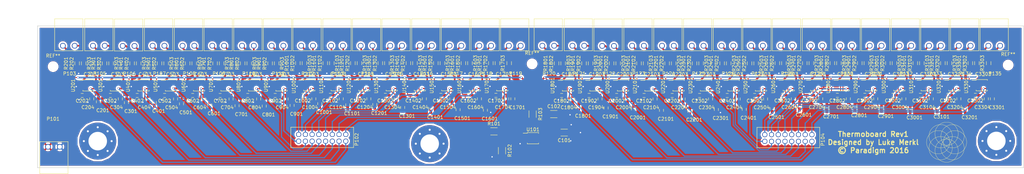
<source format=kicad_pcb>
(kicad_pcb (version 4) (host pcbnew 4.0.4-stable)
  (layers (0 F.Cu signal) (31 B.Cu signal) (34 B.Paste user) (35 F.Paste user) (36 B.SilkS user) (37 F.SilkS user) (38 B.Mask user) (39 F.Mask user) (44 Edge.Cuts user))
  (net 0 "")
  (net 1 GND)
  (net 2 +5V)
  (net 3 "Net-(C202-Pad2)")
  (net 4 "Net-(C203-Pad1)")
  (net 5 "Net-(C302-Pad2)")
  (net 6 "Net-(C303-Pad1)")
  (net 7 "Net-(C402-Pad2)")
  (net 8 "Net-(C403-Pad1)")
  (net 9 "Net-(C502-Pad2)")
  (net 10 "Net-(C503-Pad1)")
  (net 11 "Net-(C602-Pad2)")
  (net 12 "Net-(C603-Pad1)")
  (net 13 "Net-(C702-Pad2)")
  (net 14 "Net-(C703-Pad1)")
  (net 15 "Net-(C802-Pad2)")
  (net 16 "Net-(C803-Pad1)")
  (net 17 "Net-(C902-Pad2)")
  (net 18 "Net-(C903-Pad1)")
  (net 19 "Net-(C1002-Pad2)")
  (net 20 "Net-(C1003-Pad1)")
  (net 21 "Net-(C1102-Pad2)")
  (net 22 "Net-(C1103-Pad1)")
  (net 23 "Net-(C1202-Pad2)")
  (net 24 "Net-(C1203-Pad1)")
  (net 25 "Net-(C1302-Pad2)")
  (net 26 "Net-(C1303-Pad1)")
  (net 27 "Net-(C1402-Pad2)")
  (net 28 "Net-(C1403-Pad1)")
  (net 29 "Net-(C1502-Pad2)")
  (net 30 "Net-(C1503-Pad1)")
  (net 31 "Net-(C1602-Pad2)")
  (net 32 "Net-(C1603-Pad1)")
  (net 33 "Net-(C1702-Pad2)")
  (net 34 "Net-(C1703-Pad1)")
  (net 35 "Net-(C1802-Pad2)")
  (net 36 "Net-(C1803-Pad1)")
  (net 37 "Net-(C1902-Pad2)")
  (net 38 "Net-(C1903-Pad1)")
  (net 39 "Net-(C2002-Pad2)")
  (net 40 "Net-(C2003-Pad1)")
  (net 41 "Net-(C2102-Pad2)")
  (net 42 "Net-(C2103-Pad1)")
  (net 43 "Net-(C2202-Pad2)")
  (net 44 "Net-(C2203-Pad1)")
  (net 45 "Net-(C2302-Pad2)")
  (net 46 "Net-(C2303-Pad1)")
  (net 47 "Net-(C2402-Pad2)")
  (net 48 "Net-(C2403-Pad1)")
  (net 49 "Net-(C2502-Pad2)")
  (net 50 "Net-(C2503-Pad1)")
  (net 51 "Net-(C2602-Pad2)")
  (net 52 "Net-(C2603-Pad1)")
  (net 53 "Net-(C2702-Pad2)")
  (net 54 "Net-(C2703-Pad1)")
  (net 55 "Net-(C2802-Pad2)")
  (net 56 "Net-(C2803-Pad1)")
  (net 57 "Net-(C2902-Pad2)")
  (net 58 "Net-(C2903-Pad1)")
  (net 59 "Net-(C3002-Pad2)")
  (net 60 "Net-(C3003-Pad1)")
  (net 61 "Net-(C3102-Pad2)")
  (net 62 "Net-(C3103-Pad1)")
  (net 63 "Net-(C3202-Pad2)")
  (net 64 "Net-(C3203-Pad1)")
  (net 65 "Net-(C3302-Pad2)")
  (net 66 "Net-(C3303-Pad1)")
  (net 67 /sheet5867A098/OUT)
  (net 68 /sheet58678C47/OUT)
  (net 69 /sheet5867A099/OUT)
  (net 70 /sheet58678C46/OUT)
  (net 71 /sheet5867A09A/OUT)
  (net 72 /sheet58678C45/OUT)
  (net 73 /sheet5867A09B/OUT)
  (net 74 /sheet58678C44/OUT)
  (net 75 /sheet5867B428/OUT)
  (net 76 /sheet58678359/OUT)
  (net 77 /sheet5867B429/OUT)
  (net 78 /sheet58677FA8/OUT)
  (net 79 /sheet5867B42A/OUT)
  (net 80 /sheet58677ED1/OUT)
  (net 81 /sheet5867B42B/OUT)
  (net 82 /sheet586796DF/+IN)
  (net 83 /sheet586796DF/-IN)
  (net 84 /sheet58677ED1/+IN)
  (net 85 /sheet58677ED1/-IN)
  (net 86 /sheet58677FA8/+IN)
  (net 87 /sheet58677FA8/-IN)
  (net 88 /sheet58678359/+IN)
  (net 89 /sheet58678359/-IN)
  (net 90 /sheet58678C44/+IN)
  (net 91 /sheet58678C44/-IN)
  (net 92 /sheet58678C45/+IN)
  (net 93 /sheet58678C45/-IN)
  (net 94 /sheet58678C46/+IN)
  (net 95 /sheet58678C46/-IN)
  (net 96 /sheet58678C47/+IN)
  (net 97 /sheet58678C47/-IN)
  (net 98 /sheet58682116/OUT)
  (net 99 /sheet58682115/OUT)
  (net 100 /sheet58682117/OUT)
  (net 101 /sheet58682114/OUT)
  (net 102 /sheet58682118/OUT)
  (net 103 /sheet58682113/OUT)
  (net 104 /sheet58682119/OUT)
  (net 105 /sheet58682112/OUT)
  (net 106 /sheet5868211A/OUT)
  (net 107 /sheet58682111/OUT)
  (net 108 /sheet5868211B/OUT)
  (net 109 /sheet58682110/OUT)
  (net 110 /sheet5868211C/OUT)
  (net 111 /sheet5868210F/OUT)
  (net 112 /sheet5868211D/OUT)
  (net 113 /sheet5868210E/+IN)
  (net 114 /sheet5868210E/-IN)
  (net 115 /sheet5868210F/+IN)
  (net 116 /sheet5868210F/-IN)
  (net 117 /sheet58682110/+IN)
  (net 118 /sheet58682110/-IN)
  (net 119 /sheet58682111/+IN)
  (net 120 /sheet58682111/-IN)
  (net 121 /sheet58682112/+IN)
  (net 122 /sheet58682112/-IN)
  (net 123 /sheet58682113/+IN)
  (net 124 /sheet58682113/-IN)
  (net 125 /sheet58682114/+IN)
  (net 126 /sheet58682114/-IN)
  (net 127 /sheet58682115/+IN)
  (net 128 /sheet58682115/-IN)
  (net 129 /sheet5867A098/-IN)
  (net 130 /sheet5867A098/+IN)
  (net 131 /sheet5867A099/-IN)
  (net 132 /sheet5867A099/+IN)
  (net 133 /sheet5867A09A/-IN)
  (net 134 /sheet5867A09A/+IN)
  (net 135 /sheet5867A09B/-IN)
  (net 136 /sheet5867A09B/+IN)
  (net 137 /sheet5867B428/-IN)
  (net 138 /sheet5867B428/+IN)
  (net 139 /sheet5867B429/-IN)
  (net 140 /sheet5867B429/+IN)
  (net 141 /sheet5867B42A/-IN)
  (net 142 /sheet5867B42A/+IN)
  (net 143 /sheet5867B42B/-IN)
  (net 144 /sheet5867B42B/+IN)
  (net 145 /sheet58682116/-IN)
  (net 146 /sheet58682116/+IN)
  (net 147 /sheet58682117/-IN)
  (net 148 /sheet58682117/+IN)
  (net 149 /sheet58682118/-IN)
  (net 150 /sheet58682118/+IN)
  (net 151 /sheet58682119/-IN)
  (net 152 /sheet58682119/+IN)
  (net 153 /sheet5868211A/-IN)
  (net 154 /sheet5868211A/+IN)
  (net 155 /sheet5868211B/-IN)
  (net 156 /sheet5868211B/+IN)
  (net 157 /sheet5868211C/-IN)
  (net 158 /sheet5868211C/+IN)
  (net 159 /sheet5868211D/-IN)
  (net 160 /sheet5868211D/+IN)
  (net 161 /sheet586796DF/OUT)
  (net 162 /sheet5868210E/OUT)
  (net 163 "Net-(R101-Pad2)")
  (net 164 "Net-(R103-Pad2)")
  (net 165 Vref)
  (module thermoFootprints:phoenix_2pin_3.5mm (layer F.Cu) (at 178.5112 26.7716 180)
    (fp_text reference P120 (at 1.51 -8.28 180) (layer F.SilkS))
    (fp_text value CONN_01X02)
    (pad 1 thru_hole circle (at 0 0 180) (size 1.7 1.7) (drill 1.2) (layers *.Cu *.Mask) (net 113 /sheet5868210E/+IN))
    (pad 2 thru_hole circle (at 3.5 0 180) (size 1.7 1.7) (drill 1.2) (layers *.Cu *.Mask) (net 114 /sheet5868210E/-IN))
  )
  (module Housings_SSOP:MSOP-8_3x3mm_Pitch0.65mm (layer F.Cu) (at 182.644 38.55)
    (fp_text reference U1801 (at -4.6 0.05 90) (layer F.SilkS))
    (fp_text value AD849X hide)
    (pad 1 smd rect (at -2.2 -0.975) (size 1.45 0.45) (layers F.Cu F.Paste F.Mask) (net 35 "Net-(C1802-Pad2)"))
    (pad 2 smd rect (at -2.2 -0.325) (size 1.45 0.45) (layers F.Cu F.Paste F.Mask) (net 165 Vref))
    (pad 3 smd rect (at -2.2 0.325) (size 1.45 0.45) (layers F.Cu F.Paste F.Mask) (net 1 GND))
    (pad 4 smd rect (at -2.2 0.975) (size 1.45 0.45) (layers F.Cu F.Paste F.Mask))
    (pad 5 smd rect (at 2.2 0.975) (size 1.45 0.45) (layers F.Cu F.Paste F.Mask) (net 162 /sheet5868210E/OUT))
    (pad 6 smd rect (at 2.2 0.325) (size 1.45 0.45) (layers F.Cu F.Paste F.Mask) (net 162 /sheet5868210E/OUT))
    (pad 7 smd rect (at 2.2 -0.325) (size 1.45 0.45) (layers F.Cu F.Paste F.Mask) (net 2 +5V))
    (pad 8 smd rect (at 2.2 -0.975) (size 1.45 0.45) (layers F.Cu F.Paste F.Mask) (net 36 "Net-(C1803-Pad1)"))
  )
  (module Resistors_SMD:R_0603_HandSoldering (layer F.Cu) (at 184.694 32 90)
    (fp_text reference R1803 (at 0 -1.9 90) (layer F.SilkS))
    (fp_text value 150)
    (pad 1 smd rect (at -1.1 0 90) (size 1.2 0.9) (layers F.Cu F.Paste F.Mask) (net 36 "Net-(C1803-Pad1)"))
    (pad 2 smd rect (at 1.1 0 90) (size 1.2 0.9) (layers F.Cu F.Paste F.Mask) (net 113 /sheet5868210E/+IN))
  )
  (module Resistors_SMD:R_0603_HandSoldering (layer F.Cu) (at 181.194 32 90)
    (fp_text reference R1802 (at -0.05 -3.55 90) (layer F.SilkS))
    (fp_text value 150)
    (pad 1 smd rect (at -1.1 0 90) (size 1.2 0.9) (layers F.Cu F.Paste F.Mask) (net 35 "Net-(C1802-Pad2)"))
    (pad 2 smd rect (at 1.1 0 90) (size 1.2 0.9) (layers F.Cu F.Paste F.Mask) (net 114 /sheet5868210E/-IN))
  )
  (module Resistors_SMD:R_0603_HandSoldering (layer F.Cu) (at 179.244 32 90)
    (fp_text reference R1801 (at 0 -3.3 90) (layer F.SilkS))
    (fp_text value SAT)
    (pad 1 smd rect (at -1.1 0 90) (size 1.2 0.9) (layers F.Cu F.Paste F.Mask) (net 1 GND))
    (pad 2 smd rect (at 1.1 0 90) (size 1.2 0.9) (layers F.Cu F.Paste F.Mask) (net 114 /sheet5868210E/-IN))
  )
  (module Capacitors_SMD:C_0603_HandSoldering (layer F.Cu) (at 183.994 42.6 270)
    (fp_text reference C1804 (at 2.5 1.15 360) (layer F.SilkS))
    (fp_text value 0.1uF)
    (pad 1 smd rect (at -0.95 0 270) (size 1.2 0.75) (layers F.Cu F.Paste F.Mask) (net 36 "Net-(C1803-Pad1)"))
    (pad 2 smd rect (at 0.95 0 270) (size 1.2 0.75) (layers F.Cu F.Paste F.Mask) (net 1 GND))
  )
  (module Capacitors_SMD:C_0603_HandSoldering (layer F.Cu) (at 183.144 35.2 180)
    (fp_text reference C1803 (at 0.05 -0.05 180) (layer F.SilkS))
    (fp_text value 1uF)
    (pad 1 smd rect (at -0.95 0 180) (size 1.2 0.75) (layers F.Cu F.Paste F.Mask) (net 36 "Net-(C1803-Pad1)"))
    (pad 2 smd rect (at 0.95 0 180) (size 1.2 0.75) (layers F.Cu F.Paste F.Mask) (net 35 "Net-(C1802-Pad2)"))
  )
  (module Capacitors_SMD:C_0603_HandSoldering (layer F.Cu) (at 180.744 41.55)
    (fp_text reference C1802 (at 0 1.6) (layer F.SilkS))
    (fp_text value 0.1uF)
    (pad 1 smd rect (at -0.95 0) (size 1.2 0.75) (layers F.Cu F.Paste F.Mask) (net 1 GND))
    (pad 2 smd rect (at 0.95 0) (size 1.2 0.75) (layers F.Cu F.Paste F.Mask) (net 35 "Net-(C1802-Pad2)"))
  )
  (module Capacitors_SMD:C_0603_HandSoldering (layer F.Cu) (at 185.8264 45.0596 90)
    (fp_text reference C1801 (at -2.55 1.3 180) (layer F.SilkS))
    (fp_text value 0.1uF)
    (pad 1 smd rect (at -0.95 0 90) (size 1.2 0.75) (layers F.Cu F.Paste F.Mask) (net 1 GND))
    (pad 2 smd rect (at 0.95 0 90) (size 1.2 0.75) (layers F.Cu F.Paste F.Mask) (net 2 +5V))
  )
  (module Capacitors_SMD:C_0603_HandSoldering (layer F.Cu) (at 193.9544 45.2628 90)
    (fp_text reference C1901 (at -2.55 1.3 180) (layer F.SilkS))
    (fp_text value 0.1uF)
    (pad 1 smd rect (at -0.95 0 90) (size 1.2 0.75) (layers F.Cu F.Paste F.Mask) (net 1 GND))
    (pad 2 smd rect (at 0.95 0 90) (size 1.2 0.75) (layers F.Cu F.Paste F.Mask) (net 2 +5V))
  )
  (module Capacitors_SMD:C_0603_HandSoldering (layer F.Cu) (at 188.894 41.55)
    (fp_text reference C1902 (at 0 1.6) (layer F.SilkS))
    (fp_text value 0.1uF)
    (pad 1 smd rect (at -0.95 0) (size 1.2 0.75) (layers F.Cu F.Paste F.Mask) (net 1 GND))
    (pad 2 smd rect (at 0.95 0) (size 1.2 0.75) (layers F.Cu F.Paste F.Mask) (net 37 "Net-(C1902-Pad2)"))
  )
  (module Capacitors_SMD:C_0603_HandSoldering (layer F.Cu) (at 191.294 35.2 180)
    (fp_text reference C1903 (at 0.05 -0.05 180) (layer F.SilkS))
    (fp_text value 1uF)
    (pad 1 smd rect (at -0.95 0 180) (size 1.2 0.75) (layers F.Cu F.Paste F.Mask) (net 38 "Net-(C1903-Pad1)"))
    (pad 2 smd rect (at 0.95 0 180) (size 1.2 0.75) (layers F.Cu F.Paste F.Mask) (net 37 "Net-(C1902-Pad2)"))
  )
  (module Capacitors_SMD:C_0603_HandSoldering (layer F.Cu) (at 192.144 42.6 270)
    (fp_text reference C1904 (at 2.5 1.15 360) (layer F.SilkS))
    (fp_text value 0.1uF)
    (pad 1 smd rect (at -0.95 0 270) (size 1.2 0.75) (layers F.Cu F.Paste F.Mask) (net 38 "Net-(C1903-Pad1)"))
    (pad 2 smd rect (at 0.95 0 270) (size 1.2 0.75) (layers F.Cu F.Paste F.Mask) (net 1 GND))
  )
  (module Resistors_SMD:R_0603_HandSoldering (layer F.Cu) (at 187.394 32 90)
    (fp_text reference R1901 (at 0 -3.3 90) (layer F.SilkS))
    (fp_text value SAT)
    (pad 1 smd rect (at -1.1 0 90) (size 1.2 0.9) (layers F.Cu F.Paste F.Mask) (net 1 GND))
    (pad 2 smd rect (at 1.1 0 90) (size 1.2 0.9) (layers F.Cu F.Paste F.Mask) (net 116 /sheet5868210F/-IN))
  )
  (module Resistors_SMD:R_0603_HandSoldering (layer F.Cu) (at 189.344 32 90)
    (fp_text reference R1902 (at -0.05 -3.55 90) (layer F.SilkS))
    (fp_text value 150)
    (pad 1 smd rect (at -1.1 0 90) (size 1.2 0.9) (layers F.Cu F.Paste F.Mask) (net 37 "Net-(C1902-Pad2)"))
    (pad 2 smd rect (at 1.1 0 90) (size 1.2 0.9) (layers F.Cu F.Paste F.Mask) (net 116 /sheet5868210F/-IN))
  )
  (module Resistors_SMD:R_0603_HandSoldering (layer F.Cu) (at 192.844 32 90)
    (fp_text reference R1903 (at 0 -1.9 90) (layer F.SilkS))
    (fp_text value 150)
    (pad 1 smd rect (at -1.1 0 90) (size 1.2 0.9) (layers F.Cu F.Paste F.Mask) (net 38 "Net-(C1903-Pad1)"))
    (pad 2 smd rect (at 1.1 0 90) (size 1.2 0.9) (layers F.Cu F.Paste F.Mask) (net 115 /sheet5868210F/+IN))
  )
  (module Housings_SSOP:MSOP-8_3x3mm_Pitch0.65mm (layer F.Cu) (at 190.794 38.55)
    (fp_text reference U1901 (at -4.6 0.05 90) (layer F.SilkS))
    (fp_text value AD849X hide)
    (pad 1 smd rect (at -2.2 -0.975) (size 1.45 0.45) (layers F.Cu F.Paste F.Mask) (net 37 "Net-(C1902-Pad2)"))
    (pad 2 smd rect (at -2.2 -0.325) (size 1.45 0.45) (layers F.Cu F.Paste F.Mask) (net 165 Vref))
    (pad 3 smd rect (at -2.2 0.325) (size 1.45 0.45) (layers F.Cu F.Paste F.Mask) (net 1 GND))
    (pad 4 smd rect (at -2.2 0.975) (size 1.45 0.45) (layers F.Cu F.Paste F.Mask))
    (pad 5 smd rect (at 2.2 0.975) (size 1.45 0.45) (layers F.Cu F.Paste F.Mask) (net 111 /sheet5868210F/OUT))
    (pad 6 smd rect (at 2.2 0.325) (size 1.45 0.45) (layers F.Cu F.Paste F.Mask) (net 111 /sheet5868210F/OUT))
    (pad 7 smd rect (at 2.2 -0.325) (size 1.45 0.45) (layers F.Cu F.Paste F.Mask) (net 2 +5V))
    (pad 8 smd rect (at 2.2 -0.975) (size 1.45 0.45) (layers F.Cu F.Paste F.Mask) (net 38 "Net-(C1903-Pad1)"))
  )
  (module Housings_SSOP:MSOP-8_3x3mm_Pitch0.65mm (layer F.Cu) (at 207.144 38.55)
    (fp_text reference U2101 (at -4.6 0.05 90) (layer F.SilkS))
    (fp_text value AD849X hide)
    (pad 1 smd rect (at -2.2 -0.975) (size 1.45 0.45) (layers F.Cu F.Paste F.Mask) (net 41 "Net-(C2102-Pad2)"))
    (pad 2 smd rect (at -2.2 -0.325) (size 1.45 0.45) (layers F.Cu F.Paste F.Mask) (net 165 Vref))
    (pad 3 smd rect (at -2.2 0.325) (size 1.45 0.45) (layers F.Cu F.Paste F.Mask) (net 1 GND))
    (pad 4 smd rect (at -2.2 0.975) (size 1.45 0.45) (layers F.Cu F.Paste F.Mask))
    (pad 5 smd rect (at 2.2 0.975) (size 1.45 0.45) (layers F.Cu F.Paste F.Mask) (net 107 /sheet58682111/OUT))
    (pad 6 smd rect (at 2.2 0.325) (size 1.45 0.45) (layers F.Cu F.Paste F.Mask) (net 107 /sheet58682111/OUT))
    (pad 7 smd rect (at 2.2 -0.325) (size 1.45 0.45) (layers F.Cu F.Paste F.Mask) (net 2 +5V))
    (pad 8 smd rect (at 2.2 -0.975) (size 1.45 0.45) (layers F.Cu F.Paste F.Mask) (net 42 "Net-(C2103-Pad1)"))
  )
  (module Resistors_SMD:R_0603_HandSoldering (layer F.Cu) (at 209.194 32 90)
    (fp_text reference R2103 (at 0 -1.9 90) (layer F.SilkS))
    (fp_text value 150)
    (pad 1 smd rect (at -1.1 0 90) (size 1.2 0.9) (layers F.Cu F.Paste F.Mask) (net 42 "Net-(C2103-Pad1)"))
    (pad 2 smd rect (at 1.1 0 90) (size 1.2 0.9) (layers F.Cu F.Paste F.Mask) (net 119 /sheet58682111/+IN))
  )
  (module Resistors_SMD:R_0603_HandSoldering (layer F.Cu) (at 205.694 32 90)
    (fp_text reference R2102 (at -0.05 -3.55 90) (layer F.SilkS))
    (fp_text value 150)
    (pad 1 smd rect (at -1.1 0 90) (size 1.2 0.9) (layers F.Cu F.Paste F.Mask) (net 41 "Net-(C2102-Pad2)"))
    (pad 2 smd rect (at 1.1 0 90) (size 1.2 0.9) (layers F.Cu F.Paste F.Mask) (net 120 /sheet58682111/-IN))
  )
  (module Resistors_SMD:R_0603_HandSoldering (layer F.Cu) (at 203.744 32 90)
    (fp_text reference R2101 (at 0 -3.3 90) (layer F.SilkS))
    (fp_text value SAT)
    (pad 1 smd rect (at -1.1 0 90) (size 1.2 0.9) (layers F.Cu F.Paste F.Mask) (net 1 GND))
    (pad 2 smd rect (at 1.1 0 90) (size 1.2 0.9) (layers F.Cu F.Paste F.Mask) (net 120 /sheet58682111/-IN))
  )
  (module Capacitors_SMD:C_0603_HandSoldering (layer F.Cu) (at 208.494 42.6 270)
    (fp_text reference C2104 (at 2.5 1.15 360) (layer F.SilkS))
    (fp_text value 0.1uF)
    (pad 1 smd rect (at -0.95 0 270) (size 1.2 0.75) (layers F.Cu F.Paste F.Mask) (net 42 "Net-(C2103-Pad1)"))
    (pad 2 smd rect (at 0.95 0 270) (size 1.2 0.75) (layers F.Cu F.Paste F.Mask) (net 1 GND))
  )
  (module Capacitors_SMD:C_0603_HandSoldering (layer F.Cu) (at 207.644 35.2 180)
    (fp_text reference C2103 (at 0.05 -0.05 180) (layer F.SilkS))
    (fp_text value 1uF)
    (pad 1 smd rect (at -0.95 0 180) (size 1.2 0.75) (layers F.Cu F.Paste F.Mask) (net 42 "Net-(C2103-Pad1)"))
    (pad 2 smd rect (at 0.95 0 180) (size 1.2 0.75) (layers F.Cu F.Paste F.Mask) (net 41 "Net-(C2102-Pad2)"))
  )
  (module Capacitors_SMD:C_0603_HandSoldering (layer F.Cu) (at 205.244 41.55)
    (fp_text reference C2102 (at 0 1.6) (layer F.SilkS))
    (fp_text value 0.1uF)
    (pad 1 smd rect (at -0.95 0) (size 1.2 0.75) (layers F.Cu F.Paste F.Mask) (net 1 GND))
    (pad 2 smd rect (at 0.95 0) (size 1.2 0.75) (layers F.Cu F.Paste F.Mask) (net 41 "Net-(C2102-Pad2)"))
  )
  (module Capacitors_SMD:C_0603_HandSoldering (layer F.Cu) (at 210.4136 45.974 90)
    (fp_text reference C2101 (at -2.55 1.3 180) (layer F.SilkS))
    (fp_text value 0.1uF)
    (pad 1 smd rect (at -0.95 0 90) (size 1.2 0.75) (layers F.Cu F.Paste F.Mask) (net 1 GND))
    (pad 2 smd rect (at 0.95 0 90) (size 1.2 0.75) (layers F.Cu F.Paste F.Mask) (net 2 +5V))
  )
  (module Capacitors_SMD:C_0603_HandSoldering (layer F.Cu) (at 202.0824 45.5676 90)
    (fp_text reference C2001 (at -2.55 1.3 180) (layer F.SilkS))
    (fp_text value 0.1uF)
    (pad 1 smd rect (at -0.95 0 90) (size 1.2 0.75) (layers F.Cu F.Paste F.Mask) (net 1 GND))
    (pad 2 smd rect (at 0.95 0 90) (size 1.2 0.75) (layers F.Cu F.Paste F.Mask) (net 2 +5V))
  )
  (module Capacitors_SMD:C_0603_HandSoldering (layer F.Cu) (at 197.094 41.55)
    (fp_text reference C2002 (at 0 1.6) (layer F.SilkS))
    (fp_text value 0.1uF)
    (pad 1 smd rect (at -0.95 0) (size 1.2 0.75) (layers F.Cu F.Paste F.Mask) (net 1 GND))
    (pad 2 smd rect (at 0.95 0) (size 1.2 0.75) (layers F.Cu F.Paste F.Mask) (net 39 "Net-(C2002-Pad2)"))
  )
  (module Capacitors_SMD:C_0603_HandSoldering (layer F.Cu) (at 199.494 35.2 180)
    (fp_text reference C2003 (at 0.05 -0.05 180) (layer F.SilkS))
    (fp_text value 1uF)
    (pad 1 smd rect (at -0.95 0 180) (size 1.2 0.75) (layers F.Cu F.Paste F.Mask) (net 40 "Net-(C2003-Pad1)"))
    (pad 2 smd rect (at 0.95 0 180) (size 1.2 0.75) (layers F.Cu F.Paste F.Mask) (net 39 "Net-(C2002-Pad2)"))
  )
  (module Capacitors_SMD:C_0603_HandSoldering (layer F.Cu) (at 200.344 42.6 270)
    (fp_text reference C2004 (at 2.5 1.15 360) (layer F.SilkS))
    (fp_text value 0.1uF)
    (pad 1 smd rect (at -0.95 0 270) (size 1.2 0.75) (layers F.Cu F.Paste F.Mask) (net 40 "Net-(C2003-Pad1)"))
    (pad 2 smd rect (at 0.95 0 270) (size 1.2 0.75) (layers F.Cu F.Paste F.Mask) (net 1 GND))
  )
  (module Resistors_SMD:R_0603_HandSoldering (layer F.Cu) (at 195.594 32 90)
    (fp_text reference R2001 (at 0 -3.3 90) (layer F.SilkS))
    (fp_text value SAT)
    (pad 1 smd rect (at -1.1 0 90) (size 1.2 0.9) (layers F.Cu F.Paste F.Mask) (net 1 GND))
    (pad 2 smd rect (at 1.1 0 90) (size 1.2 0.9) (layers F.Cu F.Paste F.Mask) (net 118 /sheet58682110/-IN))
  )
  (module Resistors_SMD:R_0603_HandSoldering (layer F.Cu) (at 197.544 32 90)
    (fp_text reference R2002 (at -0.05 -3.55 90) (layer F.SilkS))
    (fp_text value 150)
    (pad 1 smd rect (at -1.1 0 90) (size 1.2 0.9) (layers F.Cu F.Paste F.Mask) (net 39 "Net-(C2002-Pad2)"))
    (pad 2 smd rect (at 1.1 0 90) (size 1.2 0.9) (layers F.Cu F.Paste F.Mask) (net 118 /sheet58682110/-IN))
  )
  (module Resistors_SMD:R_0603_HandSoldering (layer F.Cu) (at 201.044 32 90)
    (fp_text reference R2003 (at 0 -1.9 90) (layer F.SilkS))
    (fp_text value 150)
    (pad 1 smd rect (at -1.1 0 90) (size 1.2 0.9) (layers F.Cu F.Paste F.Mask) (net 40 "Net-(C2003-Pad1)"))
    (pad 2 smd rect (at 1.1 0 90) (size 1.2 0.9) (layers F.Cu F.Paste F.Mask) (net 117 /sheet58682110/+IN))
  )
  (module Housings_SSOP:MSOP-8_3x3mm_Pitch0.65mm (layer F.Cu) (at 198.994 38.55)
    (fp_text reference U2001 (at -4.6 0.05 90) (layer F.SilkS))
    (fp_text value AD849X hide)
    (pad 1 smd rect (at -2.2 -0.975) (size 1.45 0.45) (layers F.Cu F.Paste F.Mask) (net 39 "Net-(C2002-Pad2)"))
    (pad 2 smd rect (at -2.2 -0.325) (size 1.45 0.45) (layers F.Cu F.Paste F.Mask) (net 165 Vref))
    (pad 3 smd rect (at -2.2 0.325) (size 1.45 0.45) (layers F.Cu F.Paste F.Mask) (net 1 GND))
    (pad 4 smd rect (at -2.2 0.975) (size 1.45 0.45) (layers F.Cu F.Paste F.Mask))
    (pad 5 smd rect (at 2.2 0.975) (size 1.45 0.45) (layers F.Cu F.Paste F.Mask) (net 109 /sheet58682110/OUT))
    (pad 6 smd rect (at 2.2 0.325) (size 1.45 0.45) (layers F.Cu F.Paste F.Mask) (net 109 /sheet58682110/OUT))
    (pad 7 smd rect (at 2.2 -0.325) (size 1.45 0.45) (layers F.Cu F.Paste F.Mask) (net 2 +5V))
    (pad 8 smd rect (at 2.2 -0.975) (size 1.45 0.45) (layers F.Cu F.Paste F.Mask) (net 40 "Net-(C2003-Pad1)"))
  )
  (module Housings_SSOP:MSOP-8_3x3mm_Pitch0.65mm (layer F.Cu) (at 231.844 38.55)
    (fp_text reference U2401 (at -4.6 0.05 90) (layer F.SilkS))
    (fp_text value AD849X hide)
    (pad 1 smd rect (at -2.2 -0.975) (size 1.45 0.45) (layers F.Cu F.Paste F.Mask) (net 47 "Net-(C2402-Pad2)"))
    (pad 2 smd rect (at -2.2 -0.325) (size 1.45 0.45) (layers F.Cu F.Paste F.Mask) (net 165 Vref))
    (pad 3 smd rect (at -2.2 0.325) (size 1.45 0.45) (layers F.Cu F.Paste F.Mask) (net 1 GND))
    (pad 4 smd rect (at -2.2 0.975) (size 1.45 0.45) (layers F.Cu F.Paste F.Mask))
    (pad 5 smd rect (at 2.2 0.975) (size 1.45 0.45) (layers F.Cu F.Paste F.Mask) (net 101 /sheet58682114/OUT))
    (pad 6 smd rect (at 2.2 0.325) (size 1.45 0.45) (layers F.Cu F.Paste F.Mask) (net 101 /sheet58682114/OUT))
    (pad 7 smd rect (at 2.2 -0.325) (size 1.45 0.45) (layers F.Cu F.Paste F.Mask) (net 2 +5V))
    (pad 8 smd rect (at 2.2 -0.975) (size 1.45 0.45) (layers F.Cu F.Paste F.Mask) (net 48 "Net-(C2403-Pad1)"))
  )
  (module Resistors_SMD:R_0603_HandSoldering (layer F.Cu) (at 233.894 32 90)
    (fp_text reference R2403 (at 0 -1.9 90) (layer F.SilkS))
    (fp_text value 150)
    (pad 1 smd rect (at -1.1 0 90) (size 1.2 0.9) (layers F.Cu F.Paste F.Mask) (net 48 "Net-(C2403-Pad1)"))
    (pad 2 smd rect (at 1.1 0 90) (size 1.2 0.9) (layers F.Cu F.Paste F.Mask) (net 125 /sheet58682114/+IN))
  )
  (module Resistors_SMD:R_0603_HandSoldering (layer F.Cu) (at 230.394 32 90)
    (fp_text reference R2402 (at -0.05 -3.55 90) (layer F.SilkS))
    (fp_text value 150)
    (pad 1 smd rect (at -1.1 0 90) (size 1.2 0.9) (layers F.Cu F.Paste F.Mask) (net 47 "Net-(C2402-Pad2)"))
    (pad 2 smd rect (at 1.1 0 90) (size 1.2 0.9) (layers F.Cu F.Paste F.Mask) (net 126 /sheet58682114/-IN))
  )
  (module Resistors_SMD:R_0603_HandSoldering (layer F.Cu) (at 228.444 32 90)
    (fp_text reference R2401 (at 0 -3.3 90) (layer F.SilkS))
    (fp_text value SAT)
    (pad 1 smd rect (at -1.1 0 90) (size 1.2 0.9) (layers F.Cu F.Paste F.Mask) (net 1 GND))
    (pad 2 smd rect (at 1.1 0 90) (size 1.2 0.9) (layers F.Cu F.Paste F.Mask) (net 126 /sheet58682114/-IN))
  )
  (module Capacitors_SMD:C_0603_HandSoldering (layer F.Cu) (at 233.194 42.6 270)
    (fp_text reference C2404 (at 2.5 1.15 360) (layer F.SilkS))
    (fp_text value 0.1uF)
    (pad 1 smd rect (at -0.95 0 270) (size 1.2 0.75) (layers F.Cu F.Paste F.Mask) (net 48 "Net-(C2403-Pad1)"))
    (pad 2 smd rect (at 0.95 0 270) (size 1.2 0.75) (layers F.Cu F.Paste F.Mask) (net 1 GND))
  )
  (module Capacitors_SMD:C_0603_HandSoldering (layer F.Cu) (at 232.344 35.2 180)
    (fp_text reference C2403 (at 0.05 -0.05 180) (layer F.SilkS))
    (fp_text value 1uF)
    (pad 1 smd rect (at -0.95 0 180) (size 1.2 0.75) (layers F.Cu F.Paste F.Mask) (net 48 "Net-(C2403-Pad1)"))
    (pad 2 smd rect (at 0.95 0 180) (size 1.2 0.75) (layers F.Cu F.Paste F.Mask) (net 47 "Net-(C2402-Pad2)"))
  )
  (module Capacitors_SMD:C_0603_HandSoldering (layer F.Cu) (at 229.944 41.55)
    (fp_text reference C2402 (at 0 1.6) (layer F.SilkS))
    (fp_text value 0.1uF)
    (pad 1 smd rect (at -0.95 0) (size 1.2 0.75) (layers F.Cu F.Paste F.Mask) (net 1 GND))
    (pad 2 smd rect (at 0.95 0) (size 1.2 0.75) (layers F.Cu F.Paste F.Mask) (net 47 "Net-(C2402-Pad2)"))
  )
  (module Capacitors_SMD:C_0603_HandSoldering (layer F.Cu) (at 235.0008 45.6692 90)
    (fp_text reference C2401 (at -2.55 1.3 180) (layer F.SilkS))
    (fp_text value 0.1uF)
    (pad 1 smd rect (at -0.95 0 90) (size 1.2 0.75) (layers F.Cu F.Paste F.Mask) (net 1 GND))
    (pad 2 smd rect (at 0.95 0 90) (size 1.2 0.75) (layers F.Cu F.Paste F.Mask) (net 2 +5V))
  )
  (module Capacitors_SMD:C_0603_HandSoldering (layer F.Cu) (at 243.2812 45.466 90)
    (fp_text reference C2501 (at -2.55 1.3 180) (layer F.SilkS))
    (fp_text value 0.1uF)
    (pad 1 smd rect (at -0.95 0 90) (size 1.2 0.75) (layers F.Cu F.Paste F.Mask) (net 1 GND))
    (pad 2 smd rect (at 0.95 0 90) (size 1.2 0.75) (layers F.Cu F.Paste F.Mask) (net 2 +5V))
  )
  (module Capacitors_SMD:C_0603_HandSoldering (layer F.Cu) (at 238.094 41.55)
    (fp_text reference C2502 (at 0 1.6) (layer F.SilkS))
    (fp_text value 0.1uF)
    (pad 1 smd rect (at -0.95 0) (size 1.2 0.75) (layers F.Cu F.Paste F.Mask) (net 1 GND))
    (pad 2 smd rect (at 0.95 0) (size 1.2 0.75) (layers F.Cu F.Paste F.Mask) (net 49 "Net-(C2502-Pad2)"))
  )
  (module Capacitors_SMD:C_0603_HandSoldering (layer F.Cu) (at 240.494 35.2 180)
    (fp_text reference C2503 (at 0.05 -0.05 180) (layer F.SilkS))
    (fp_text value 1uF)
    (pad 1 smd rect (at -0.95 0 180) (size 1.2 0.75) (layers F.Cu F.Paste F.Mask) (net 50 "Net-(C2503-Pad1)"))
    (pad 2 smd rect (at 0.95 0 180) (size 1.2 0.75) (layers F.Cu F.Paste F.Mask) (net 49 "Net-(C2502-Pad2)"))
  )
  (module Capacitors_SMD:C_0603_HandSoldering (layer F.Cu) (at 241.344 42.6 270)
    (fp_text reference C2504 (at 2.5 1.15 360) (layer F.SilkS))
    (fp_text value 0.1uF)
    (pad 1 smd rect (at -0.95 0 270) (size 1.2 0.75) (layers F.Cu F.Paste F.Mask) (net 50 "Net-(C2503-Pad1)"))
    (pad 2 smd rect (at 0.95 0 270) (size 1.2 0.75) (layers F.Cu F.Paste F.Mask) (net 1 GND))
  )
  (module Resistors_SMD:R_0603_HandSoldering (layer F.Cu) (at 236.594 32 90)
    (fp_text reference R2501 (at 0 -3.3 90) (layer F.SilkS))
    (fp_text value SAT)
    (pad 1 smd rect (at -1.1 0 90) (size 1.2 0.9) (layers F.Cu F.Paste F.Mask) (net 1 GND))
    (pad 2 smd rect (at 1.1 0 90) (size 1.2 0.9) (layers F.Cu F.Paste F.Mask) (net 128 /sheet58682115/-IN))
  )
  (module Resistors_SMD:R_0603_HandSoldering (layer F.Cu) (at 238.544 32 90)
    (fp_text reference R2502 (at -0.05 -3.55 90) (layer F.SilkS))
    (fp_text value 150)
    (pad 1 smd rect (at -1.1 0 90) (size 1.2 0.9) (layers F.Cu F.Paste F.Mask) (net 49 "Net-(C2502-Pad2)"))
    (pad 2 smd rect (at 1.1 0 90) (size 1.2 0.9) (layers F.Cu F.Paste F.Mask) (net 128 /sheet58682115/-IN))
  )
  (module Resistors_SMD:R_0603_HandSoldering (layer F.Cu) (at 242.044 32 90)
    (fp_text reference R2503 (at 0 -1.9 90) (layer F.SilkS))
    (fp_text value 150)
    (pad 1 smd rect (at -1.1 0 90) (size 1.2 0.9) (layers F.Cu F.Paste F.Mask) (net 50 "Net-(C2503-Pad1)"))
    (pad 2 smd rect (at 1.1 0 90) (size 1.2 0.9) (layers F.Cu F.Paste F.Mask) (net 127 /sheet58682115/+IN))
  )
  (module Housings_SSOP:MSOP-8_3x3mm_Pitch0.65mm (layer F.Cu) (at 239.994 38.55)
    (fp_text reference U2501 (at -4.6 0.05 90) (layer F.SilkS))
    (fp_text value AD849X hide)
    (pad 1 smd rect (at -2.2 -0.975) (size 1.45 0.45) (layers F.Cu F.Paste F.Mask) (net 49 "Net-(C2502-Pad2)"))
    (pad 2 smd rect (at -2.2 -0.325) (size 1.45 0.45) (layers F.Cu F.Paste F.Mask) (net 165 Vref))
    (pad 3 smd rect (at -2.2 0.325) (size 1.45 0.45) (layers F.Cu F.Paste F.Mask) (net 1 GND))
    (pad 4 smd rect (at -2.2 0.975) (size 1.45 0.45) (layers F.Cu F.Paste F.Mask))
    (pad 5 smd rect (at 2.2 0.975) (size 1.45 0.45) (layers F.Cu F.Paste F.Mask) (net 99 /sheet58682115/OUT))
    (pad 6 smd rect (at 2.2 0.325) (size 1.45 0.45) (layers F.Cu F.Paste F.Mask) (net 99 /sheet58682115/OUT))
    (pad 7 smd rect (at 2.2 -0.325) (size 1.45 0.45) (layers F.Cu F.Paste F.Mask) (net 2 +5V))
    (pad 8 smd rect (at 2.2 -0.975) (size 1.45 0.45) (layers F.Cu F.Paste F.Mask) (net 50 "Net-(C2503-Pad1)"))
  )
  (module Housings_SSOP:MSOP-8_3x3mm_Pitch0.65mm (layer F.Cu) (at 223.644 38.55)
    (fp_text reference U2301 (at -4.6 0.05 90) (layer F.SilkS))
    (fp_text value AD849X hide)
    (pad 1 smd rect (at -2.2 -0.975) (size 1.45 0.45) (layers F.Cu F.Paste F.Mask) (net 45 "Net-(C2302-Pad2)"))
    (pad 2 smd rect (at -2.2 -0.325) (size 1.45 0.45) (layers F.Cu F.Paste F.Mask) (net 165 Vref))
    (pad 3 smd rect (at -2.2 0.325) (size 1.45 0.45) (layers F.Cu F.Paste F.Mask) (net 1 GND))
    (pad 4 smd rect (at -2.2 0.975) (size 1.45 0.45) (layers F.Cu F.Paste F.Mask))
    (pad 5 smd rect (at 2.2 0.975) (size 1.45 0.45) (layers F.Cu F.Paste F.Mask) (net 103 /sheet58682113/OUT))
    (pad 6 smd rect (at 2.2 0.325) (size 1.45 0.45) (layers F.Cu F.Paste F.Mask) (net 103 /sheet58682113/OUT))
    (pad 7 smd rect (at 2.2 -0.325) (size 1.45 0.45) (layers F.Cu F.Paste F.Mask) (net 2 +5V))
    (pad 8 smd rect (at 2.2 -0.975) (size 1.45 0.45) (layers F.Cu F.Paste F.Mask) (net 46 "Net-(C2303-Pad1)"))
  )
  (module Resistors_SMD:R_0603_HandSoldering (layer F.Cu) (at 225.694 32 90)
    (fp_text reference R2303 (at 0 -1.9 90) (layer F.SilkS))
    (fp_text value 150)
    (pad 1 smd rect (at -1.1 0 90) (size 1.2 0.9) (layers F.Cu F.Paste F.Mask) (net 46 "Net-(C2303-Pad1)"))
    (pad 2 smd rect (at 1.1 0 90) (size 1.2 0.9) (layers F.Cu F.Paste F.Mask) (net 123 /sheet58682113/+IN))
  )
  (module Resistors_SMD:R_0603_HandSoldering (layer F.Cu) (at 222.194 32 90)
    (fp_text reference R2302 (at -0.05 -3.55 90) (layer F.SilkS))
    (fp_text value 150)
    (pad 1 smd rect (at -1.1 0 90) (size 1.2 0.9) (layers F.Cu F.Paste F.Mask) (net 45 "Net-(C2302-Pad2)"))
    (pad 2 smd rect (at 1.1 0 90) (size 1.2 0.9) (layers F.Cu F.Paste F.Mask) (net 124 /sheet58682113/-IN))
  )
  (module Resistors_SMD:R_0603_HandSoldering (layer F.Cu) (at 220.244 32 90)
    (fp_text reference R2301 (at 0 -3.3 90) (layer F.SilkS))
    (fp_text value SAT)
    (pad 1 smd rect (at -1.1 0 90) (size 1.2 0.9) (layers F.Cu F.Paste F.Mask) (net 1 GND))
    (pad 2 smd rect (at 1.1 0 90) (size 1.2 0.9) (layers F.Cu F.Paste F.Mask) (net 124 /sheet58682113/-IN))
  )
  (module Capacitors_SMD:C_0603_HandSoldering (layer F.Cu) (at 224.994 42.6 270)
    (fp_text reference C2304 (at 2.5 1.15 360) (layer F.SilkS))
    (fp_text value 0.1uF)
    (pad 1 smd rect (at -0.95 0 270) (size 1.2 0.75) (layers F.Cu F.Paste F.Mask) (net 46 "Net-(C2303-Pad1)"))
    (pad 2 smd rect (at 0.95 0 270) (size 1.2 0.75) (layers F.Cu F.Paste F.Mask) (net 1 GND))
  )
  (module Capacitors_SMD:C_0603_HandSoldering (layer F.Cu) (at 224.144 35.2 180)
    (fp_text reference C2303 (at 0.05 -0.05 180) (layer F.SilkS))
    (fp_text value 1uF)
    (pad 1 smd rect (at -0.95 0 180) (size 1.2 0.75) (layers F.Cu F.Paste F.Mask) (net 46 "Net-(C2303-Pad1)"))
    (pad 2 smd rect (at 0.95 0 180) (size 1.2 0.75) (layers F.Cu F.Paste F.Mask) (net 45 "Net-(C2302-Pad2)"))
  )
  (module Capacitors_SMD:C_0603_HandSoldering (layer F.Cu) (at 221.744 41.55)
    (fp_text reference C2302 (at 0 1.6) (layer F.SilkS))
    (fp_text value 0.1uF)
    (pad 1 smd rect (at -0.95 0) (size 1.2 0.75) (layers F.Cu F.Paste F.Mask) (net 1 GND))
    (pad 2 smd rect (at 0.95 0) (size 1.2 0.75) (layers F.Cu F.Paste F.Mask) (net 45 "Net-(C2302-Pad2)"))
  )
  (module Capacitors_SMD:C_0603_HandSoldering (layer F.Cu) (at 226.7204 45.72 90)
    (fp_text reference C2301 (at -2.55 1.3 180) (layer F.SilkS))
    (fp_text value 0.1uF)
    (pad 1 smd rect (at -0.95 0 90) (size 1.2 0.75) (layers F.Cu F.Paste F.Mask) (net 1 GND))
    (pad 2 smd rect (at 0.95 0 90) (size 1.2 0.75) (layers F.Cu F.Paste F.Mask) (net 2 +5V))
  )
  (module Capacitors_SMD:C_0603_HandSoldering (layer F.Cu) (at 218.8464 46.228 90)
    (fp_text reference C2201 (at -2.55 1.3 180) (layer F.SilkS))
    (fp_text value 0.1uF)
    (pad 1 smd rect (at -0.95 0 90) (size 1.2 0.75) (layers F.Cu F.Paste F.Mask) (net 1 GND))
    (pad 2 smd rect (at 0.95 0 90) (size 1.2 0.75) (layers F.Cu F.Paste F.Mask) (net 2 +5V))
  )
  (module Capacitors_SMD:C_0603_HandSoldering (layer F.Cu) (at 213.594 41.55)
    (fp_text reference C2202 (at 0 1.6) (layer F.SilkS))
    (fp_text value 0.1uF)
    (pad 1 smd rect (at -0.95 0) (size 1.2 0.75) (layers F.Cu F.Paste F.Mask) (net 1 GND))
    (pad 2 smd rect (at 0.95 0) (size 1.2 0.75) (layers F.Cu F.Paste F.Mask) (net 43 "Net-(C2202-Pad2)"))
  )
  (module Capacitors_SMD:C_0603_HandSoldering (layer F.Cu) (at 215.994 35.2 180)
    (fp_text reference C2203 (at 0.05 -0.05 180) (layer F.SilkS))
    (fp_text value 1uF)
    (pad 1 smd rect (at -0.95 0 180) (size 1.2 0.75) (layers F.Cu F.Paste F.Mask) (net 44 "Net-(C2203-Pad1)"))
    (pad 2 smd rect (at 0.95 0 180) (size 1.2 0.75) (layers F.Cu F.Paste F.Mask) (net 43 "Net-(C2202-Pad2)"))
  )
  (module Capacitors_SMD:C_0603_HandSoldering (layer F.Cu) (at 216.844 42.6 270)
    (fp_text reference C2204 (at 2.5 1.15 360) (layer F.SilkS))
    (fp_text value 0.1uF)
    (pad 1 smd rect (at -0.95 0 270) (size 1.2 0.75) (layers F.Cu F.Paste F.Mask) (net 44 "Net-(C2203-Pad1)"))
    (pad 2 smd rect (at 0.95 0 270) (size 1.2 0.75) (layers F.Cu F.Paste F.Mask) (net 1 GND))
  )
  (module Resistors_SMD:R_0603_HandSoldering (layer F.Cu) (at 212.094 32 90)
    (fp_text reference R2201 (at 0 -3.3 90) (layer F.SilkS))
    (fp_text value SAT)
    (pad 1 smd rect (at -1.1 0 90) (size 1.2 0.9) (layers F.Cu F.Paste F.Mask) (net 1 GND))
    (pad 2 smd rect (at 1.1 0 90) (size 1.2 0.9) (layers F.Cu F.Paste F.Mask) (net 122 /sheet58682112/-IN))
  )
  (module Resistors_SMD:R_0603_HandSoldering (layer F.Cu) (at 214.044 32 90)
    (fp_text reference R2202 (at -0.05 -3.55 90) (layer F.SilkS))
    (fp_text value 150)
    (pad 1 smd rect (at -1.1 0 90) (size 1.2 0.9) (layers F.Cu F.Paste F.Mask) (net 43 "Net-(C2202-Pad2)"))
    (pad 2 smd rect (at 1.1 0 90) (size 1.2 0.9) (layers F.Cu F.Paste F.Mask) (net 122 /sheet58682112/-IN))
  )
  (module Resistors_SMD:R_0603_HandSoldering (layer F.Cu) (at 217.544 32 90)
    (fp_text reference R2203 (at 0 -1.9 90) (layer F.SilkS))
    (fp_text value 150)
    (pad 1 smd rect (at -1.1 0 90) (size 1.2 0.9) (layers F.Cu F.Paste F.Mask) (net 44 "Net-(C2203-Pad1)"))
    (pad 2 smd rect (at 1.1 0 90) (size 1.2 0.9) (layers F.Cu F.Paste F.Mask) (net 121 /sheet58682112/+IN))
  )
  (module Housings_SSOP:MSOP-8_3x3mm_Pitch0.65mm (layer F.Cu) (at 215.494 38.55)
    (fp_text reference U2201 (at -4.6 0.05 90) (layer F.SilkS))
    (fp_text value AD849X hide)
    (pad 1 smd rect (at -2.2 -0.975) (size 1.45 0.45) (layers F.Cu F.Paste F.Mask) (net 43 "Net-(C2202-Pad2)"))
    (pad 2 smd rect (at -2.2 -0.325) (size 1.45 0.45) (layers F.Cu F.Paste F.Mask) (net 165 Vref))
    (pad 3 smd rect (at -2.2 0.325) (size 1.45 0.45) (layers F.Cu F.Paste F.Mask) (net 1 GND))
    (pad 4 smd rect (at -2.2 0.975) (size 1.45 0.45) (layers F.Cu F.Paste F.Mask))
    (pad 5 smd rect (at 2.2 0.975) (size 1.45 0.45) (layers F.Cu F.Paste F.Mask) (net 105 /sheet58682112/OUT))
    (pad 6 smd rect (at 2.2 0.325) (size 1.45 0.45) (layers F.Cu F.Paste F.Mask) (net 105 /sheet58682112/OUT))
    (pad 7 smd rect (at 2.2 -0.325) (size 1.45 0.45) (layers F.Cu F.Paste F.Mask) (net 2 +5V))
    (pad 8 smd rect (at 2.2 -0.975) (size 1.45 0.45) (layers F.Cu F.Paste F.Mask) (net 44 "Net-(C2203-Pad1)"))
  )
  (module Housings_SSOP:MSOP-8_3x3mm_Pitch0.65mm (layer F.Cu) (at 281.094 38.5)
    (fp_text reference U3001 (at -4.6 0.05 90) (layer F.SilkS))
    (fp_text value AD849X hide)
    (pad 1 smd rect (at -2.2 -0.975) (size 1.45 0.45) (layers F.Cu F.Paste F.Mask) (net 59 "Net-(C3002-Pad2)"))
    (pad 2 smd rect (at -2.2 -0.325) (size 1.45 0.45) (layers F.Cu F.Paste F.Mask) (net 165 Vref))
    (pad 3 smd rect (at -2.2 0.325) (size 1.45 0.45) (layers F.Cu F.Paste F.Mask) (net 1 GND))
    (pad 4 smd rect (at -2.2 0.975) (size 1.45 0.45) (layers F.Cu F.Paste F.Mask))
    (pad 5 smd rect (at 2.2 0.975) (size 1.45 0.45) (layers F.Cu F.Paste F.Mask) (net 106 /sheet5868211A/OUT))
    (pad 6 smd rect (at 2.2 0.325) (size 1.45 0.45) (layers F.Cu F.Paste F.Mask) (net 106 /sheet5868211A/OUT))
    (pad 7 smd rect (at 2.2 -0.325) (size 1.45 0.45) (layers F.Cu F.Paste F.Mask) (net 2 +5V))
    (pad 8 smd rect (at 2.2 -0.975) (size 1.45 0.45) (layers F.Cu F.Paste F.Mask) (net 60 "Net-(C3003-Pad1)"))
  )
  (module Resistors_SMD:R_0603_HandSoldering (layer F.Cu) (at 283.144 31.95 90)
    (fp_text reference R3003 (at 0 -1.9 90) (layer F.SilkS))
    (fp_text value 150)
    (pad 1 smd rect (at -1.1 0 90) (size 1.2 0.9) (layers F.Cu F.Paste F.Mask) (net 60 "Net-(C3003-Pad1)"))
    (pad 2 smd rect (at 1.1 0 90) (size 1.2 0.9) (layers F.Cu F.Paste F.Mask) (net 154 /sheet5868211A/+IN))
  )
  (module Resistors_SMD:R_0603_HandSoldering (layer F.Cu) (at 279.644 31.95 90)
    (fp_text reference R3002 (at -0.05 -3.55 90) (layer F.SilkS))
    (fp_text value 150)
    (pad 1 smd rect (at -1.1 0 90) (size 1.2 0.9) (layers F.Cu F.Paste F.Mask) (net 59 "Net-(C3002-Pad2)"))
    (pad 2 smd rect (at 1.1 0 90) (size 1.2 0.9) (layers F.Cu F.Paste F.Mask) (net 153 /sheet5868211A/-IN))
  )
  (module Resistors_SMD:R_0603_HandSoldering (layer F.Cu) (at 277.694 31.95 90)
    (fp_text reference R3001 (at 0 -3.3 90) (layer F.SilkS))
    (fp_text value SAT)
    (pad 1 smd rect (at -1.1 0 90) (size 1.2 0.9) (layers F.Cu F.Paste F.Mask) (net 1 GND))
    (pad 2 smd rect (at 1.1 0 90) (size 1.2 0.9) (layers F.Cu F.Paste F.Mask) (net 153 /sheet5868211A/-IN))
  )
  (module Capacitors_SMD:C_0603_HandSoldering (layer F.Cu) (at 282.444 42.55 270)
    (fp_text reference C3004 (at 2.5 1.15 360) (layer F.SilkS))
    (fp_text value 0.1uF)
    (pad 1 smd rect (at -0.95 0 270) (size 1.2 0.75) (layers F.Cu F.Paste F.Mask) (net 60 "Net-(C3003-Pad1)"))
    (pad 2 smd rect (at 0.95 0 270) (size 1.2 0.75) (layers F.Cu F.Paste F.Mask) (net 1 GND))
  )
  (module Capacitors_SMD:C_0603_HandSoldering (layer F.Cu) (at 281.594 35.15 180)
    (fp_text reference C3003 (at 0.05 -0.05 180) (layer F.SilkS))
    (fp_text value 1uF)
    (pad 1 smd rect (at -0.95 0 180) (size 1.2 0.75) (layers F.Cu F.Paste F.Mask) (net 60 "Net-(C3003-Pad1)"))
    (pad 2 smd rect (at 0.95 0 180) (size 1.2 0.75) (layers F.Cu F.Paste F.Mask) (net 59 "Net-(C3002-Pad2)"))
  )
  (module Capacitors_SMD:C_0603_HandSoldering (layer F.Cu) (at 279.194 41.5)
    (fp_text reference C3002 (at 0 1.6) (layer F.SilkS))
    (fp_text value 0.1uF)
    (pad 1 smd rect (at -0.95 0) (size 1.2 0.75) (layers F.Cu F.Paste F.Mask) (net 1 GND))
    (pad 2 smd rect (at 0.95 0) (size 1.2 0.75) (layers F.Cu F.Paste F.Mask) (net 59 "Net-(C3002-Pad2)"))
  )
  (module Capacitors_SMD:C_0603_HandSoldering (layer F.Cu) (at 284.3276 45.5676 90)
    (fp_text reference C3001 (at -2.55 1.3 180) (layer F.SilkS))
    (fp_text value 0.1uF)
    (pad 1 smd rect (at -0.95 0 90) (size 1.2 0.75) (layers F.Cu F.Paste F.Mask) (net 1 GND))
    (pad 2 smd rect (at 0.95 0 90) (size 1.2 0.75) (layers F.Cu F.Paste F.Mask) (net 2 +5V))
  )
  (module Capacitors_SMD:C_0603_HandSoldering (layer F.Cu) (at 292.354 45.3136 90)
    (fp_text reference C3101 (at -2.55 1.3 180) (layer F.SilkS))
    (fp_text value 0.1uF)
    (pad 1 smd rect (at -0.95 0 90) (size 1.2 0.75) (layers F.Cu F.Paste F.Mask) (net 1 GND))
    (pad 2 smd rect (at 0.95 0 90) (size 1.2 0.75) (layers F.Cu F.Paste F.Mask) (net 2 +5V))
  )
  (module Capacitors_SMD:C_0603_HandSoldering (layer F.Cu) (at 287.344 41.5)
    (fp_text reference C3102 (at 0 1.6) (layer F.SilkS))
    (fp_text value 0.1uF)
    (pad 1 smd rect (at -0.95 0) (size 1.2 0.75) (layers F.Cu F.Paste F.Mask) (net 1 GND))
    (pad 2 smd rect (at 0.95 0) (size 1.2 0.75) (layers F.Cu F.Paste F.Mask) (net 61 "Net-(C3102-Pad2)"))
  )
  (module Capacitors_SMD:C_0603_HandSoldering (layer F.Cu) (at 289.744 35.15 180)
    (fp_text reference C3103 (at 0.05 -0.05 180) (layer F.SilkS))
    (fp_text value 1uF)
    (pad 1 smd rect (at -0.95 0 180) (size 1.2 0.75) (layers F.Cu F.Paste F.Mask) (net 62 "Net-(C3103-Pad1)"))
    (pad 2 smd rect (at 0.95 0 180) (size 1.2 0.75) (layers F.Cu F.Paste F.Mask) (net 61 "Net-(C3102-Pad2)"))
  )
  (module Capacitors_SMD:C_0603_HandSoldering (layer F.Cu) (at 290.594 42.55 270)
    (fp_text reference C3104 (at 2.5 1.15 360) (layer F.SilkS))
    (fp_text value 0.1uF)
    (pad 1 smd rect (at -0.95 0 270) (size 1.2 0.75) (layers F.Cu F.Paste F.Mask) (net 62 "Net-(C3103-Pad1)"))
    (pad 2 smd rect (at 0.95 0 270) (size 1.2 0.75) (layers F.Cu F.Paste F.Mask) (net 1 GND))
  )
  (module Resistors_SMD:R_0603_HandSoldering (layer F.Cu) (at 285.844 31.95 90)
    (fp_text reference R3101 (at 0 -3.3 90) (layer F.SilkS))
    (fp_text value SAT)
    (pad 1 smd rect (at -1.1 0 90) (size 1.2 0.9) (layers F.Cu F.Paste F.Mask) (net 1 GND))
    (pad 2 smd rect (at 1.1 0 90) (size 1.2 0.9) (layers F.Cu F.Paste F.Mask) (net 155 /sheet5868211B/-IN))
  )
  (module Resistors_SMD:R_0603_HandSoldering (layer F.Cu) (at 287.794 31.95 90)
    (fp_text reference R3102 (at -0.05 -3.55 90) (layer F.SilkS))
    (fp_text value 150)
    (pad 1 smd rect (at -1.1 0 90) (size 1.2 0.9) (layers F.Cu F.Paste F.Mask) (net 61 "Net-(C3102-Pad2)"))
    (pad 2 smd rect (at 1.1 0 90) (size 1.2 0.9) (layers F.Cu F.Paste F.Mask) (net 155 /sheet5868211B/-IN))
  )
  (module Resistors_SMD:R_0603_HandSoldering (layer F.Cu) (at 291.294 31.95 90)
    (fp_text reference R3103 (at 0 -1.9 90) (layer F.SilkS))
    (fp_text value 150)
    (pad 1 smd rect (at -1.1 0 90) (size 1.2 0.9) (layers F.Cu F.Paste F.Mask) (net 62 "Net-(C3103-Pad1)"))
    (pad 2 smd rect (at 1.1 0 90) (size 1.2 0.9) (layers F.Cu F.Paste F.Mask) (net 156 /sheet5868211B/+IN))
  )
  (module Housings_SSOP:MSOP-8_3x3mm_Pitch0.65mm (layer F.Cu) (at 289.244 38.5)
    (fp_text reference U3101 (at -4.6 0.05 90) (layer F.SilkS))
    (fp_text value AD849X hide)
    (pad 1 smd rect (at -2.2 -0.975) (size 1.45 0.45) (layers F.Cu F.Paste F.Mask) (net 61 "Net-(C3102-Pad2)"))
    (pad 2 smd rect (at -2.2 -0.325) (size 1.45 0.45) (layers F.Cu F.Paste F.Mask) (net 165 Vref))
    (pad 3 smd rect (at -2.2 0.325) (size 1.45 0.45) (layers F.Cu F.Paste F.Mask) (net 1 GND))
    (pad 4 smd rect (at -2.2 0.975) (size 1.45 0.45) (layers F.Cu F.Paste F.Mask))
    (pad 5 smd rect (at 2.2 0.975) (size 1.45 0.45) (layers F.Cu F.Paste F.Mask) (net 108 /sheet5868211B/OUT))
    (pad 6 smd rect (at 2.2 0.325) (size 1.45 0.45) (layers F.Cu F.Paste F.Mask) (net 108 /sheet5868211B/OUT))
    (pad 7 smd rect (at 2.2 -0.325) (size 1.45 0.45) (layers F.Cu F.Paste F.Mask) (net 2 +5V))
    (pad 8 smd rect (at 2.2 -0.975) (size 1.45 0.45) (layers F.Cu F.Paste F.Mask) (net 62 "Net-(C3103-Pad1)"))
  )
  (module Housings_SSOP:MSOP-8_3x3mm_Pitch0.65mm (layer F.Cu) (at 305.594 38.5)
    (fp_text reference U3301 (at -4.6 0.05 90) (layer F.SilkS))
    (fp_text value AD849X hide)
    (pad 1 smd rect (at -2.2 -0.975) (size 1.45 0.45) (layers F.Cu F.Paste F.Mask) (net 65 "Net-(C3302-Pad2)"))
    (pad 2 smd rect (at -2.2 -0.325) (size 1.45 0.45) (layers F.Cu F.Paste F.Mask) (net 165 Vref))
    (pad 3 smd rect (at -2.2 0.325) (size 1.45 0.45) (layers F.Cu F.Paste F.Mask) (net 1 GND))
    (pad 4 smd rect (at -2.2 0.975) (size 1.45 0.45) (layers F.Cu F.Paste F.Mask))
    (pad 5 smd rect (at 2.2 0.975) (size 1.45 0.45) (layers F.Cu F.Paste F.Mask) (net 112 /sheet5868211D/OUT))
    (pad 6 smd rect (at 2.2 0.325) (size 1.45 0.45) (layers F.Cu F.Paste F.Mask) (net 112 /sheet5868211D/OUT))
    (pad 7 smd rect (at 2.2 -0.325) (size 1.45 0.45) (layers F.Cu F.Paste F.Mask) (net 2 +5V))
    (pad 8 smd rect (at 2.2 -0.975) (size 1.45 0.45) (layers F.Cu F.Paste F.Mask) (net 66 "Net-(C3303-Pad1)"))
  )
  (module Resistors_SMD:R_0603_HandSoldering (layer F.Cu) (at 307.644 31.95 90)
    (fp_text reference R3303 (at 0 -1.9 90) (layer F.SilkS))
    (fp_text value 150)
    (pad 1 smd rect (at -1.1 0 90) (size 1.2 0.9) (layers F.Cu F.Paste F.Mask) (net 66 "Net-(C3303-Pad1)"))
    (pad 2 smd rect (at 1.1 0 90) (size 1.2 0.9) (layers F.Cu F.Paste F.Mask) (net 160 /sheet5868211D/+IN))
  )
  (module Resistors_SMD:R_0603_HandSoldering (layer F.Cu) (at 304.144 31.95 90)
    (fp_text reference R3302 (at -0.05 -3.55 90) (layer F.SilkS))
    (fp_text value 150)
    (pad 1 smd rect (at -1.1 0 90) (size 1.2 0.9) (layers F.Cu F.Paste F.Mask) (net 65 "Net-(C3302-Pad2)"))
    (pad 2 smd rect (at 1.1 0 90) (size 1.2 0.9) (layers F.Cu F.Paste F.Mask) (net 159 /sheet5868211D/-IN))
  )
  (module Resistors_SMD:R_0603_HandSoldering (layer F.Cu) (at 302.194 31.95 90)
    (fp_text reference R3301 (at 0 -3.3 90) (layer F.SilkS))
    (fp_text value SAT)
    (pad 1 smd rect (at -1.1 0 90) (size 1.2 0.9) (layers F.Cu F.Paste F.Mask) (net 1 GND))
    (pad 2 smd rect (at 1.1 0 90) (size 1.2 0.9) (layers F.Cu F.Paste F.Mask) (net 159 /sheet5868211D/-IN))
  )
  (module Capacitors_SMD:C_0603_HandSoldering (layer F.Cu) (at 306.944 42.55 270)
    (fp_text reference C3304 (at 2.5 1.15 360) (layer F.SilkS))
    (fp_text value 0.1uF)
    (pad 1 smd rect (at -0.95 0 270) (size 1.2 0.75) (layers F.Cu F.Paste F.Mask) (net 66 "Net-(C3303-Pad1)"))
    (pad 2 smd rect (at 0.95 0 270) (size 1.2 0.75) (layers F.Cu F.Paste F.Mask) (net 1 GND))
  )
  (module Capacitors_SMD:C_0603_HandSoldering (layer F.Cu) (at 306.094 35.15 180)
    (fp_text reference C3303 (at 0.05 -0.05 180) (layer F.SilkS))
    (fp_text value 1uF)
    (pad 1 smd rect (at -0.95 0 180) (size 1.2 0.75) (layers F.Cu F.Paste F.Mask) (net 66 "Net-(C3303-Pad1)"))
    (pad 2 smd rect (at 0.95 0 180) (size 1.2 0.75) (layers F.Cu F.Paste F.Mask) (net 65 "Net-(C3302-Pad2)"))
  )
  (module Capacitors_SMD:C_0603_HandSoldering (layer F.Cu) (at 303.694 41.5)
    (fp_text reference C3302 (at 0 1.6) (layer F.SilkS))
    (fp_text value 0.1uF)
    (pad 1 smd rect (at -0.95 0) (size 1.2 0.75) (layers F.Cu F.Paste F.Mask) (net 1 GND))
    (pad 2 smd rect (at 0.95 0) (size 1.2 0.75) (layers F.Cu F.Paste F.Mask) (net 65 "Net-(C3302-Pad2)"))
  )
  (module Capacitors_SMD:C_0603_HandSoldering (layer F.Cu) (at 308.744 42.55 90)
    (fp_text reference C3301 (at -2.55 1.3 180) (layer F.SilkS))
    (fp_text value 0.1uF)
    (pad 1 smd rect (at -0.95 0 90) (size 1.2 0.75) (layers F.Cu F.Paste F.Mask) (net 1 GND))
    (pad 2 smd rect (at 0.95 0 90) (size 1.2 0.75) (layers F.Cu F.Paste F.Mask) (net 2 +5V))
  )
  (module Capacitors_SMD:C_0603_HandSoldering (layer F.Cu) (at 300.6852 45.5168 90)
    (fp_text reference C3201 (at -2.55 1.3 180) (layer F.SilkS))
    (fp_text value 0.1uF)
    (pad 1 smd rect (at -0.95 0 90) (size 1.2 0.75) (layers F.Cu F.Paste F.Mask) (net 1 GND))
    (pad 2 smd rect (at 0.95 0 90) (size 1.2 0.75) (layers F.Cu F.Paste F.Mask) (net 2 +5V))
  )
  (module Capacitors_SMD:C_0603_HandSoldering (layer F.Cu) (at 295.544 41.5)
    (fp_text reference C3202 (at 0 1.6) (layer F.SilkS))
    (fp_text value 0.1uF)
    (pad 1 smd rect (at -0.95 0) (size 1.2 0.75) (layers F.Cu F.Paste F.Mask) (net 1 GND))
    (pad 2 smd rect (at 0.95 0) (size 1.2 0.75) (layers F.Cu F.Paste F.Mask) (net 63 "Net-(C3202-Pad2)"))
  )
  (module Capacitors_SMD:C_0603_HandSoldering (layer F.Cu) (at 297.944 35.15 180)
    (fp_text reference C3203 (at 0.05 -0.05 180) (layer F.SilkS))
    (fp_text value 1uF)
    (pad 1 smd rect (at -0.95 0 180) (size 1.2 0.75) (layers F.Cu F.Paste F.Mask) (net 64 "Net-(C3203-Pad1)"))
    (pad 2 smd rect (at 0.95 0 180) (size 1.2 0.75) (layers F.Cu F.Paste F.Mask) (net 63 "Net-(C3202-Pad2)"))
  )
  (module Capacitors_SMD:C_0603_HandSoldering (layer F.Cu) (at 298.794 42.55 270)
    (fp_text reference C3204 (at 2.5 1.15 360) (layer F.SilkS))
    (fp_text value 0.1uF)
    (pad 1 smd rect (at -0.95 0 270) (size 1.2 0.75) (layers F.Cu F.Paste F.Mask) (net 64 "Net-(C3203-Pad1)"))
    (pad 2 smd rect (at 0.95 0 270) (size 1.2 0.75) (layers F.Cu F.Paste F.Mask) (net 1 GND))
  )
  (module Resistors_SMD:R_0603_HandSoldering (layer F.Cu) (at 294.044 31.95 90)
    (fp_text reference R3201 (at 0 -3.3 90) (layer F.SilkS))
    (fp_text value SAT)
    (pad 1 smd rect (at -1.1 0 90) (size 1.2 0.9) (layers F.Cu F.Paste F.Mask) (net 1 GND))
    (pad 2 smd rect (at 1.1 0 90) (size 1.2 0.9) (layers F.Cu F.Paste F.Mask) (net 157 /sheet5868211C/-IN))
  )
  (module Resistors_SMD:R_0603_HandSoldering (layer F.Cu) (at 295.994 31.95 90)
    (fp_text reference R3202 (at -0.05 -3.55 90) (layer F.SilkS))
    (fp_text value 150)
    (pad 1 smd rect (at -1.1 0 90) (size 1.2 0.9) (layers F.Cu F.Paste F.Mask) (net 63 "Net-(C3202-Pad2)"))
    (pad 2 smd rect (at 1.1 0 90) (size 1.2 0.9) (layers F.Cu F.Paste F.Mask) (net 157 /sheet5868211C/-IN))
  )
  (module Resistors_SMD:R_0603_HandSoldering (layer F.Cu) (at 299.494 31.95 90)
    (fp_text reference R3203 (at 0 -1.9 90) (layer F.SilkS))
    (fp_text value 150)
    (pad 1 smd rect (at -1.1 0 90) (size 1.2 0.9) (layers F.Cu F.Paste F.Mask) (net 64 "Net-(C3203-Pad1)"))
    (pad 2 smd rect (at 1.1 0 90) (size 1.2 0.9) (layers F.Cu F.Paste F.Mask) (net 158 /sheet5868211C/+IN))
  )
  (module Housings_SSOP:MSOP-8_3x3mm_Pitch0.65mm (layer F.Cu) (at 297.444 38.5)
    (fp_text reference U3201 (at -4.6 0.05 90) (layer F.SilkS))
    (fp_text value AD849X hide)
    (pad 1 smd rect (at -2.2 -0.975) (size 1.45 0.45) (layers F.Cu F.Paste F.Mask) (net 63 "Net-(C3202-Pad2)"))
    (pad 2 smd rect (at -2.2 -0.325) (size 1.45 0.45) (layers F.Cu F.Paste F.Mask) (net 165 Vref))
    (pad 3 smd rect (at -2.2 0.325) (size 1.45 0.45) (layers F.Cu F.Paste F.Mask) (net 1 GND))
    (pad 4 smd rect (at -2.2 0.975) (size 1.45 0.45) (layers F.Cu F.Paste F.Mask))
    (pad 5 smd rect (at 2.2 0.975) (size 1.45 0.45) (layers F.Cu F.Paste F.Mask) (net 110 /sheet5868211C/OUT))
    (pad 6 smd rect (at 2.2 0.325) (size 1.45 0.45) (layers F.Cu F.Paste F.Mask) (net 110 /sheet5868211C/OUT))
    (pad 7 smd rect (at 2.2 -0.325) (size 1.45 0.45) (layers F.Cu F.Paste F.Mask) (net 2 +5V))
    (pad 8 smd rect (at 2.2 -0.975) (size 1.45 0.45) (layers F.Cu F.Paste F.Mask) (net 64 "Net-(C3203-Pad1)"))
  )
  (module Housings_SSOP:MSOP-8_3x3mm_Pitch0.65mm (layer F.Cu) (at 264.594 38.5)
    (fp_text reference U2801 (at -4.6 0.05 90) (layer F.SilkS))
    (fp_text value AD849X hide)
    (pad 1 smd rect (at -2.2 -0.975) (size 1.45 0.45) (layers F.Cu F.Paste F.Mask) (net 55 "Net-(C2802-Pad2)"))
    (pad 2 smd rect (at -2.2 -0.325) (size 1.45 0.45) (layers F.Cu F.Paste F.Mask) (net 165 Vref))
    (pad 3 smd rect (at -2.2 0.325) (size 1.45 0.45) (layers F.Cu F.Paste F.Mask) (net 1 GND))
    (pad 4 smd rect (at -2.2 0.975) (size 1.45 0.45) (layers F.Cu F.Paste F.Mask))
    (pad 5 smd rect (at 2.2 0.975) (size 1.45 0.45) (layers F.Cu F.Paste F.Mask) (net 102 /sheet58682118/OUT))
    (pad 6 smd rect (at 2.2 0.325) (size 1.45 0.45) (layers F.Cu F.Paste F.Mask) (net 102 /sheet58682118/OUT))
    (pad 7 smd rect (at 2.2 -0.325) (size 1.45 0.45) (layers F.Cu F.Paste F.Mask) (net 2 +5V))
    (pad 8 smd rect (at 2.2 -0.975) (size 1.45 0.45) (layers F.Cu F.Paste F.Mask) (net 56 "Net-(C2803-Pad1)"))
  )
  (module Resistors_SMD:R_0603_HandSoldering (layer F.Cu) (at 266.644 31.95 90)
    (fp_text reference R2803 (at 0 -1.9 90) (layer F.SilkS))
    (fp_text value 150)
    (pad 1 smd rect (at -1.1 0 90) (size 1.2 0.9) (layers F.Cu F.Paste F.Mask) (net 56 "Net-(C2803-Pad1)"))
    (pad 2 smd rect (at 1.1 0 90) (size 1.2 0.9) (layers F.Cu F.Paste F.Mask) (net 150 /sheet58682118/+IN))
  )
  (module Resistors_SMD:R_0603_HandSoldering (layer F.Cu) (at 263.144 31.95 90)
    (fp_text reference R2802 (at -0.05 -3.55 90) (layer F.SilkS))
    (fp_text value 150)
    (pad 1 smd rect (at -1.1 0 90) (size 1.2 0.9) (layers F.Cu F.Paste F.Mask) (net 55 "Net-(C2802-Pad2)"))
    (pad 2 smd rect (at 1.1 0 90) (size 1.2 0.9) (layers F.Cu F.Paste F.Mask) (net 149 /sheet58682118/-IN))
  )
  (module Resistors_SMD:R_0603_HandSoldering (layer F.Cu) (at 261.194 31.95 90)
    (fp_text reference R2801 (at 0 -3.3 90) (layer F.SilkS))
    (fp_text value SAT)
    (pad 1 smd rect (at -1.1 0 90) (size 1.2 0.9) (layers F.Cu F.Paste F.Mask) (net 1 GND))
    (pad 2 smd rect (at 1.1 0 90) (size 1.2 0.9) (layers F.Cu F.Paste F.Mask) (net 149 /sheet58682118/-IN))
  )
  (module Capacitors_SMD:C_0603_HandSoldering (layer F.Cu) (at 265.944 42.55 270)
    (fp_text reference C2804 (at 2.5 1.15 360) (layer F.SilkS))
    (fp_text value 0.1uF)
    (pad 1 smd rect (at -0.95 0 270) (size 1.2 0.75) (layers F.Cu F.Paste F.Mask) (net 56 "Net-(C2803-Pad1)"))
    (pad 2 smd rect (at 0.95 0 270) (size 1.2 0.75) (layers F.Cu F.Paste F.Mask) (net 1 GND))
  )
  (module Capacitors_SMD:C_0603_HandSoldering (layer F.Cu) (at 265.094 35.15 180)
    (fp_text reference C2803 (at 0.05 -0.05 180) (layer F.SilkS))
    (fp_text value 1uF)
    (pad 1 smd rect (at -0.95 0 180) (size 1.2 0.75) (layers F.Cu F.Paste F.Mask) (net 56 "Net-(C2803-Pad1)"))
    (pad 2 smd rect (at 0.95 0 180) (size 1.2 0.75) (layers F.Cu F.Paste F.Mask) (net 55 "Net-(C2802-Pad2)"))
  )
  (module Capacitors_SMD:C_0603_HandSoldering (layer F.Cu) (at 262.694 41.5)
    (fp_text reference C2802 (at 0 1.6) (layer F.SilkS))
    (fp_text value 0.1uF)
    (pad 1 smd rect (at -0.95 0) (size 1.2 0.75) (layers F.Cu F.Paste F.Mask) (net 1 GND))
    (pad 2 smd rect (at 0.95 0) (size 1.2 0.75) (layers F.Cu F.Paste F.Mask) (net 55 "Net-(C2802-Pad2)"))
  )
  (module Capacitors_SMD:C_0603_HandSoldering (layer F.Cu) (at 267.8684 44.9072 90)
    (fp_text reference C2801 (at -2.55 1.3 180) (layer F.SilkS))
    (fp_text value 0.1uF)
    (pad 1 smd rect (at -0.95 0 90) (size 1.2 0.75) (layers F.Cu F.Paste F.Mask) (net 1 GND))
    (pad 2 smd rect (at 0.95 0 90) (size 1.2 0.75) (layers F.Cu F.Paste F.Mask) (net 2 +5V))
  )
  (module Capacitors_SMD:C_0603_HandSoldering (layer F.Cu) (at 275.7932 45.1612 90)
    (fp_text reference C2901 (at -2.55 1.3 180) (layer F.SilkS))
    (fp_text value 0.1uF)
    (pad 1 smd rect (at -0.95 0 90) (size 1.2 0.75) (layers F.Cu F.Paste F.Mask) (net 1 GND))
    (pad 2 smd rect (at 0.95 0 90) (size 1.2 0.75) (layers F.Cu F.Paste F.Mask) (net 2 +5V))
  )
  (module Capacitors_SMD:C_0603_HandSoldering (layer F.Cu) (at 270.844 41.5)
    (fp_text reference C2902 (at 0 1.6) (layer F.SilkS))
    (fp_text value 0.1uF)
    (pad 1 smd rect (at -0.95 0) (size 1.2 0.75) (layers F.Cu F.Paste F.Mask) (net 1 GND))
    (pad 2 smd rect (at 0.95 0) (size 1.2 0.75) (layers F.Cu F.Paste F.Mask) (net 57 "Net-(C2902-Pad2)"))
  )
  (module Capacitors_SMD:C_0603_HandSoldering (layer F.Cu) (at 273.244 35.15 180)
    (fp_text reference C2903 (at 0.05 -0.05 180) (layer F.SilkS))
    (fp_text value 1uF)
    (pad 1 smd rect (at -0.95 0 180) (size 1.2 0.75) (layers F.Cu F.Paste F.Mask) (net 58 "Net-(C2903-Pad1)"))
    (pad 2 smd rect (at 0.95 0 180) (size 1.2 0.75) (layers F.Cu F.Paste F.Mask) (net 57 "Net-(C2902-Pad2)"))
  )
  (module Capacitors_SMD:C_0603_HandSoldering (layer F.Cu) (at 274.094 42.55 270)
    (fp_text reference C2904 (at 2.5 1.15 360) (layer F.SilkS))
    (fp_text value 0.1uF)
    (pad 1 smd rect (at -0.95 0 270) (size 1.2 0.75) (layers F.Cu F.Paste F.Mask) (net 58 "Net-(C2903-Pad1)"))
    (pad 2 smd rect (at 0.95 0 270) (size 1.2 0.75) (layers F.Cu F.Paste F.Mask) (net 1 GND))
  )
  (module Resistors_SMD:R_0603_HandSoldering (layer F.Cu) (at 269.344 31.95 90)
    (fp_text reference R2901 (at 0 -3.3 90) (layer F.SilkS))
    (fp_text value SAT)
    (pad 1 smd rect (at -1.1 0 90) (size 1.2 0.9) (layers F.Cu F.Paste F.Mask) (net 1 GND))
    (pad 2 smd rect (at 1.1 0 90) (size 1.2 0.9) (layers F.Cu F.Paste F.Mask) (net 151 /sheet58682119/-IN))
  )
  (module Resistors_SMD:R_0603_HandSoldering (layer F.Cu) (at 271.294 31.95 90)
    (fp_text reference R2902 (at -0.05 -3.55 90) (layer F.SilkS))
    (fp_text value 150)
    (pad 1 smd rect (at -1.1 0 90) (size 1.2 0.9) (layers F.Cu F.Paste F.Mask) (net 57 "Net-(C2902-Pad2)"))
    (pad 2 smd rect (at 1.1 0 90) (size 1.2 0.9) (layers F.Cu F.Paste F.Mask) (net 151 /sheet58682119/-IN))
  )
  (module Resistors_SMD:R_0603_HandSoldering (layer F.Cu) (at 274.794 31.95 90)
    (fp_text reference R2903 (at 0 -1.9 90) (layer F.SilkS))
    (fp_text value 150)
    (pad 1 smd rect (at -1.1 0 90) (size 1.2 0.9) (layers F.Cu F.Paste F.Mask) (net 58 "Net-(C2903-Pad1)"))
    (pad 2 smd rect (at 1.1 0 90) (size 1.2 0.9) (layers F.Cu F.Paste F.Mask) (net 152 /sheet58682119/+IN))
  )
  (module Housings_SSOP:MSOP-8_3x3mm_Pitch0.65mm (layer F.Cu) (at 272.744 38.5)
    (fp_text reference U2901 (at -4.6 0.05 90) (layer F.SilkS))
    (fp_text value AD849X hide)
    (pad 1 smd rect (at -2.2 -0.975) (size 1.45 0.45) (layers F.Cu F.Paste F.Mask) (net 57 "Net-(C2902-Pad2)"))
    (pad 2 smd rect (at -2.2 -0.325) (size 1.45 0.45) (layers F.Cu F.Paste F.Mask) (net 165 Vref))
    (pad 3 smd rect (at -2.2 0.325) (size 1.45 0.45) (layers F.Cu F.Paste F.Mask) (net 1 GND))
    (pad 4 smd rect (at -2.2 0.975) (size 1.45 0.45) (layers F.Cu F.Paste F.Mask))
    (pad 5 smd rect (at 2.2 0.975) (size 1.45 0.45) (layers F.Cu F.Paste F.Mask) (net 104 /sheet58682119/OUT))
    (pad 6 smd rect (at 2.2 0.325) (size 1.45 0.45) (layers F.Cu F.Paste F.Mask) (net 104 /sheet58682119/OUT))
    (pad 7 smd rect (at 2.2 -0.325) (size 1.45 0.45) (layers F.Cu F.Paste F.Mask) (net 2 +5V))
    (pad 8 smd rect (at 2.2 -0.975) (size 1.45 0.45) (layers F.Cu F.Paste F.Mask) (net 58 "Net-(C2903-Pad1)"))
  )
  (module Housings_SSOP:MSOP-8_3x3mm_Pitch0.65mm (layer F.Cu) (at 256.394 38.5)
    (fp_text reference U2701 (at -4.6 0.05 90) (layer F.SilkS))
    (fp_text value AD849X hide)
    (pad 1 smd rect (at -2.2 -0.975) (size 1.45 0.45) (layers F.Cu F.Paste F.Mask) (net 53 "Net-(C2702-Pad2)"))
    (pad 2 smd rect (at -2.2 -0.325) (size 1.45 0.45) (layers F.Cu F.Paste F.Mask) (net 165 Vref))
    (pad 3 smd rect (at -2.2 0.325) (size 1.45 0.45) (layers F.Cu F.Paste F.Mask) (net 1 GND))
    (pad 4 smd rect (at -2.2 0.975) (size 1.45 0.45) (layers F.Cu F.Paste F.Mask))
    (pad 5 smd rect (at 2.2 0.975) (size 1.45 0.45) (layers F.Cu F.Paste F.Mask) (net 100 /sheet58682117/OUT))
    (pad 6 smd rect (at 2.2 0.325) (size 1.45 0.45) (layers F.Cu F.Paste F.Mask) (net 100 /sheet58682117/OUT))
    (pad 7 smd rect (at 2.2 -0.325) (size 1.45 0.45) (layers F.Cu F.Paste F.Mask) (net 2 +5V))
    (pad 8 smd rect (at 2.2 -0.975) (size 1.45 0.45) (layers F.Cu F.Paste F.Mask) (net 54 "Net-(C2703-Pad1)"))
  )
  (module Resistors_SMD:R_0603_HandSoldering (layer F.Cu) (at 258.444 31.95 90)
    (fp_text reference R2703 (at 0 -1.9 90) (layer F.SilkS))
    (fp_text value 150)
    (pad 1 smd rect (at -1.1 0 90) (size 1.2 0.9) (layers F.Cu F.Paste F.Mask) (net 54 "Net-(C2703-Pad1)"))
    (pad 2 smd rect (at 1.1 0 90) (size 1.2 0.9) (layers F.Cu F.Paste F.Mask) (net 148 /sheet58682117/+IN))
  )
  (module Resistors_SMD:R_0603_HandSoldering (layer F.Cu) (at 254.944 31.95 90)
    (fp_text reference R2702 (at -0.05 -3.55 90) (layer F.SilkS))
    (fp_text value 150)
    (pad 1 smd rect (at -1.1 0 90) (size 1.2 0.9) (layers F.Cu F.Paste F.Mask) (net 53 "Net-(C2702-Pad2)"))
    (pad 2 smd rect (at 1.1 0 90) (size 1.2 0.9) (layers F.Cu F.Paste F.Mask) (net 147 /sheet58682117/-IN))
  )
  (module Resistors_SMD:R_0603_HandSoldering (layer F.Cu) (at 252.994 31.95 90)
    (fp_text reference R2701 (at 0 -3.3 90) (layer F.SilkS))
    (fp_text value SAT)
    (pad 1 smd rect (at -1.1 0 90) (size 1.2 0.9) (layers F.Cu F.Paste F.Mask) (net 1 GND))
    (pad 2 smd rect (at 1.1 0 90) (size 1.2 0.9) (layers F.Cu F.Paste F.Mask) (net 147 /sheet58682117/-IN))
  )
  (module Capacitors_SMD:C_0603_HandSoldering (layer F.Cu) (at 257.744 42.55 270)
    (fp_text reference C2704 (at 2.5 1.15 360) (layer F.SilkS))
    (fp_text value 0.1uF)
    (pad 1 smd rect (at -0.95 0 270) (size 1.2 0.75) (layers F.Cu F.Paste F.Mask) (net 54 "Net-(C2703-Pad1)"))
    (pad 2 smd rect (at 0.95 0 270) (size 1.2 0.75) (layers F.Cu F.Paste F.Mask) (net 1 GND))
  )
  (module Capacitors_SMD:C_0603_HandSoldering (layer F.Cu) (at 256.894 35.15 180)
    (fp_text reference C2703 (at 0.05 -0.05 180) (layer F.SilkS))
    (fp_text value 1uF)
    (pad 1 smd rect (at -0.95 0 180) (size 1.2 0.75) (layers F.Cu F.Paste F.Mask) (net 54 "Net-(C2703-Pad1)"))
    (pad 2 smd rect (at 0.95 0 180) (size 1.2 0.75) (layers F.Cu F.Paste F.Mask) (net 53 "Net-(C2702-Pad2)"))
  )
  (module Capacitors_SMD:C_0603_HandSoldering (layer F.Cu) (at 254.494 41.5)
    (fp_text reference C2702 (at 0 1.6) (layer F.SilkS))
    (fp_text value 0.1uF)
    (pad 1 smd rect (at -0.95 0) (size 1.2 0.75) (layers F.Cu F.Paste F.Mask) (net 1 GND))
    (pad 2 smd rect (at 0.95 0) (size 1.2 0.75) (layers F.Cu F.Paste F.Mask) (net 53 "Net-(C2702-Pad2)"))
  )
  (module Capacitors_SMD:C_0603_HandSoldering (layer F.Cu) (at 259.5372 45.2628 90)
    (fp_text reference C2701 (at -2.55 1.3 180) (layer F.SilkS))
    (fp_text value 0.1uF)
    (pad 1 smd rect (at -0.95 0 90) (size 1.2 0.75) (layers F.Cu F.Paste F.Mask) (net 1 GND))
    (pad 2 smd rect (at 0.95 0 90) (size 1.2 0.75) (layers F.Cu F.Paste F.Mask) (net 2 +5V))
  )
  (module Capacitors_SMD:C_0603_HandSoldering (layer F.Cu) (at 251.4092 44.7548 90)
    (fp_text reference C2601 (at -2.55 1.3 180) (layer F.SilkS))
    (fp_text value 0.1uF)
    (pad 1 smd rect (at -0.95 0 90) (size 1.2 0.75) (layers F.Cu F.Paste F.Mask) (net 1 GND))
    (pad 2 smd rect (at 0.95 0 90) (size 1.2 0.75) (layers F.Cu F.Paste F.Mask) (net 2 +5V))
  )
  (module Capacitors_SMD:C_0603_HandSoldering (layer F.Cu) (at 246.344 41.5)
    (fp_text reference C2602 (at 0 1.6) (layer F.SilkS))
    (fp_text value 0.1uF)
    (pad 1 smd rect (at -0.95 0) (size 1.2 0.75) (layers F.Cu F.Paste F.Mask) (net 1 GND))
    (pad 2 smd rect (at 0.95 0) (size 1.2 0.75) (layers F.Cu F.Paste F.Mask) (net 51 "Net-(C2602-Pad2)"))
  )
  (module Capacitors_SMD:C_0603_HandSoldering (layer F.Cu) (at 248.744 35.15 180)
    (fp_text reference C2603 (at 0.05 -0.05 180) (layer F.SilkS))
    (fp_text value 1uF)
    (pad 1 smd rect (at -0.95 0 180) (size 1.2 0.75) (layers F.Cu F.Paste F.Mask) (net 52 "Net-(C2603-Pad1)"))
    (pad 2 smd rect (at 0.95 0 180) (size 1.2 0.75) (layers F.Cu F.Paste F.Mask) (net 51 "Net-(C2602-Pad2)"))
  )
  (module Capacitors_SMD:C_0603_HandSoldering (layer F.Cu) (at 249.594 42.55 270)
    (fp_text reference C2604 (at 2.5 1.15 360) (layer F.SilkS))
    (fp_text value 0.1uF)
    (pad 1 smd rect (at -0.95 0 270) (size 1.2 0.75) (layers F.Cu F.Paste F.Mask) (net 52 "Net-(C2603-Pad1)"))
    (pad 2 smd rect (at 0.95 0 270) (size 1.2 0.75) (layers F.Cu F.Paste F.Mask) (net 1 GND))
  )
  (module Resistors_SMD:R_0603_HandSoldering (layer F.Cu) (at 244.844 31.95 90)
    (fp_text reference R2601 (at 0 -3.3 90) (layer F.SilkS))
    (fp_text value SAT)
    (pad 1 smd rect (at -1.1 0 90) (size 1.2 0.9) (layers F.Cu F.Paste F.Mask) (net 1 GND))
    (pad 2 smd rect (at 1.1 0 90) (size 1.2 0.9) (layers F.Cu F.Paste F.Mask) (net 145 /sheet58682116/-IN))
  )
  (module Resistors_SMD:R_0603_HandSoldering (layer F.Cu) (at 246.794 31.95 90)
    (fp_text reference R2602 (at -0.05 -3.55 90) (layer F.SilkS))
    (fp_text value 150)
    (pad 1 smd rect (at -1.1 0 90) (size 1.2 0.9) (layers F.Cu F.Paste F.Mask) (net 51 "Net-(C2602-Pad2)"))
    (pad 2 smd rect (at 1.1 0 90) (size 1.2 0.9) (layers F.Cu F.Paste F.Mask) (net 145 /sheet58682116/-IN))
  )
  (module Resistors_SMD:R_0603_HandSoldering (layer F.Cu) (at 250.294 31.95 90)
    (fp_text reference R2603 (at 0 -1.9 90) (layer F.SilkS))
    (fp_text value 150)
    (pad 1 smd rect (at -1.1 0 90) (size 1.2 0.9) (layers F.Cu F.Paste F.Mask) (net 52 "Net-(C2603-Pad1)"))
    (pad 2 smd rect (at 1.1 0 90) (size 1.2 0.9) (layers F.Cu F.Paste F.Mask) (net 146 /sheet58682116/+IN))
  )
  (module Housings_SSOP:MSOP-8_3x3mm_Pitch0.65mm (layer F.Cu) (at 248.244 38.5)
    (fp_text reference U2601 (at -4.6 0.05 90) (layer F.SilkS))
    (fp_text value AD849X hide)
    (pad 1 smd rect (at -2.2 -0.975) (size 1.45 0.45) (layers F.Cu F.Paste F.Mask) (net 51 "Net-(C2602-Pad2)"))
    (pad 2 smd rect (at -2.2 -0.325) (size 1.45 0.45) (layers F.Cu F.Paste F.Mask) (net 165 Vref))
    (pad 3 smd rect (at -2.2 0.325) (size 1.45 0.45) (layers F.Cu F.Paste F.Mask) (net 1 GND))
    (pad 4 smd rect (at -2.2 0.975) (size 1.45 0.45) (layers F.Cu F.Paste F.Mask))
    (pad 5 smd rect (at 2.2 0.975) (size 1.45 0.45) (layers F.Cu F.Paste F.Mask) (net 98 /sheet58682116/OUT))
    (pad 6 smd rect (at 2.2 0.325) (size 1.45 0.45) (layers F.Cu F.Paste F.Mask) (net 98 /sheet58682116/OUT))
    (pad 7 smd rect (at 2.2 -0.325) (size 1.45 0.45) (layers F.Cu F.Paste F.Mask) (net 2 +5V))
    (pad 8 smd rect (at 2.2 -0.975) (size 1.45 0.45) (layers F.Cu F.Paste F.Mask) (net 52 "Net-(C2603-Pad1)"))
  )
  (module thermoFootprints:phoenix_2pin_3.5mm (layer F.Cu) (at 187.452 26.7716 180)
    (fp_text reference P121 (at 1.51 -8.28 180) (layer F.SilkS))
    (fp_text value CONN_01X02)
    (pad 1 thru_hole circle (at 0 0 180) (size 1.7 1.7) (drill 1.2) (layers *.Cu *.Mask) (net 115 /sheet5868210F/+IN))
    (pad 2 thru_hole circle (at 3.5 0 180) (size 1.7 1.7) (drill 1.2) (layers *.Cu *.Mask) (net 116 /sheet5868210F/-IN))
  )
  (module thermoFootprints:phoenix_2pin_3.5mm (layer F.Cu) (at 205.1812 26.7716 180)
    (fp_text reference P123 (at 1.51 -8.28 180) (layer F.SilkS))
    (fp_text value CONN_01X02)
    (pad 1 thru_hole circle (at 0 0 180) (size 1.7 1.7) (drill 1.2) (layers *.Cu *.Mask) (net 119 /sheet58682111/+IN))
    (pad 2 thru_hole circle (at 3.5 0 180) (size 1.7 1.7) (drill 1.2) (layers *.Cu *.Mask) (net 120 /sheet58682111/-IN))
  )
  (module thermoFootprints:phoenix_2pin_3.5mm (layer F.Cu) (at 196.2912 26.8224 180)
    (fp_text reference P122 (at 1.51 -8.28 180) (layer F.SilkS))
    (fp_text value CONN_01X02)
    (pad 1 thru_hole circle (at 0 0 180) (size 1.7 1.7) (drill 1.2) (layers *.Cu *.Mask) (net 117 /sheet58682110/+IN))
    (pad 2 thru_hole circle (at 3.5 0 180) (size 1.7 1.7) (drill 1.2) (layers *.Cu *.Mask) (net 118 /sheet58682110/-IN))
  )
  (module thermoFootprints:phoenix_2pin_3.5mm (layer F.Cu) (at 231.7496 26.7716 180)
    (fp_text reference P126 (at 1.51 -8.28 180) (layer F.SilkS))
    (fp_text value CONN_01X02)
    (pad 1 thru_hole circle (at 0 0 180) (size 1.7 1.7) (drill 1.2) (layers *.Cu *.Mask) (net 125 /sheet58682114/+IN))
    (pad 2 thru_hole circle (at 3.5 0 180) (size 1.7 1.7) (drill 1.2) (layers *.Cu *.Mask) (net 126 /sheet58682114/-IN))
  )
  (module thermoFootprints:phoenix_2pin_3.5mm (layer F.Cu) (at 240.538 26.7716 180)
    (fp_text reference P127 (at 1.51 -8.28 180) (layer F.SilkS))
    (fp_text value CONN_01X02)
    (pad 1 thru_hole circle (at 0 0 180) (size 1.7 1.7) (drill 1.2) (layers *.Cu *.Mask) (net 127 /sheet58682115/+IN))
    (pad 2 thru_hole circle (at 3.5 0 180) (size 1.7 1.7) (drill 1.2) (layers *.Cu *.Mask) (net 128 /sheet58682115/-IN))
  )
  (module thermoFootprints:phoenix_2pin_3.5mm (layer F.Cu) (at 222.9104 26.7716 180)
    (fp_text reference P125 (at 1.51 -8.28 180) (layer F.SilkS))
    (fp_text value CONN_01X02)
    (pad 1 thru_hole circle (at 0 0 180) (size 1.7 1.7) (drill 1.2) (layers *.Cu *.Mask) (net 123 /sheet58682113/+IN))
    (pad 2 thru_hole circle (at 3.5 0 180) (size 1.7 1.7) (drill 1.2) (layers *.Cu *.Mask) (net 124 /sheet58682113/-IN))
  )
  (module thermoFootprints:phoenix_2pin_3.5mm (layer F.Cu) (at 214.0712 26.7716 180)
    (fp_text reference P124 (at 1.51 -8.28 180) (layer F.SilkS))
    (fp_text value CONN_01X02)
    (pad 1 thru_hole circle (at 0 0 180) (size 1.7 1.7) (drill 1.2) (layers *.Cu *.Mask) (net 121 /sheet58682112/+IN))
    (pad 2 thru_hole circle (at 3.5 0 180) (size 1.7 1.7) (drill 1.2) (layers *.Cu *.Mask) (net 122 /sheet58682112/-IN))
  )
  (module thermoFootprints:phoenix_2pin_3.5mm (layer F.Cu) (at 284.6324 26.7716 180)
    (fp_text reference P132 (at 1.51 -8.28 180) (layer F.SilkS))
    (fp_text value CONN_01X02)
    (pad 1 thru_hole circle (at 0 0 180) (size 1.7 1.7) (drill 1.2) (layers *.Cu *.Mask) (net 154 /sheet5868211A/+IN))
    (pad 2 thru_hole circle (at 3.5 0 180) (size 1.7 1.7) (drill 1.2) (layers *.Cu *.Mask) (net 153 /sheet5868211A/-IN))
  )
  (module thermoFootprints:phoenix_2pin_3.5mm (layer F.Cu) (at 293.4208 26.7716 180)
    (fp_text reference P133 (at 1.51 -8.28 180) (layer F.SilkS))
    (fp_text value CONN_01X02)
    (pad 1 thru_hole circle (at 0 0 180) (size 1.7 1.7) (drill 1.2) (layers *.Cu *.Mask) (net 156 /sheet5868211B/+IN))
    (pad 2 thru_hole circle (at 3.5 0 180) (size 1.7 1.7) (drill 1.2) (layers *.Cu *.Mask) (net 155 /sheet5868211B/-IN))
  )
  (module thermoFootprints:phoenix_2pin_3.5mm (layer F.Cu) (at 311.0484 26.7716 180)
    (fp_text reference P135 (at 1.51 -8.28 180) (layer F.SilkS))
    (fp_text value CONN_01X02)
    (pad 1 thru_hole circle (at 0 0 180) (size 1.7 1.7) (drill 1.2) (layers *.Cu *.Mask) (net 160 /sheet5868211D/+IN))
    (pad 2 thru_hole circle (at 3.5 0 180) (size 1.7 1.7) (drill 1.2) (layers *.Cu *.Mask) (net 159 /sheet5868211D/-IN))
  )
  (module thermoFootprints:phoenix_2pin_3.5mm (layer F.Cu) (at 302.26 26.7716 180)
    (fp_text reference P134 (at 1.51 -8.28 180) (layer F.SilkS))
    (fp_text value CONN_01X02)
    (pad 1 thru_hole circle (at 0 0 180) (size 1.7 1.7) (drill 1.2) (layers *.Cu *.Mask) (net 158 /sheet5868211C/+IN))
    (pad 2 thru_hole circle (at 3.5 0 180) (size 1.7 1.7) (drill 1.2) (layers *.Cu *.Mask) (net 157 /sheet5868211C/-IN))
  )
  (module thermoFootprints:phoenix_2pin_3.5mm (layer F.Cu) (at 267.0048 26.7716 180)
    (fp_text reference P130 (at 1.51 -8.28 180) (layer F.SilkS))
    (fp_text value CONN_01X02)
    (pad 1 thru_hole circle (at 0 0 180) (size 1.7 1.7) (drill 1.2) (layers *.Cu *.Mask) (net 150 /sheet58682118/+IN))
    (pad 2 thru_hole circle (at 3.5 0 180) (size 1.7 1.7) (drill 1.2) (layers *.Cu *.Mask) (net 149 /sheet58682118/-IN))
  )
  (module thermoFootprints:phoenix_2pin_3.5mm (layer F.Cu) (at 275.7932 26.7716 180)
    (fp_text reference P131 (at 1.51 -8.28 180) (layer F.SilkS))
    (fp_text value CONN_01X02)
    (pad 1 thru_hole circle (at 0 0 180) (size 1.7 1.7) (drill 1.2) (layers *.Cu *.Mask) (net 152 /sheet58682119/+IN))
    (pad 2 thru_hole circle (at 3.5 0 180) (size 1.7 1.7) (drill 1.2) (layers *.Cu *.Mask) (net 151 /sheet58682119/-IN))
  )
  (module thermoFootprints:phoenix_2pin_3.5mm (layer F.Cu) (at 258.2164 26.7716 180)
    (fp_text reference P129 (at 1.51 -8.28 180) (layer F.SilkS))
    (fp_text value CONN_01X02)
    (pad 1 thru_hole circle (at 0 0 180) (size 1.7 1.7) (drill 1.2) (layers *.Cu *.Mask) (net 148 /sheet58682117/+IN))
    (pad 2 thru_hole circle (at 3.5 0 180) (size 1.7 1.7) (drill 1.2) (layers *.Cu *.Mask) (net 147 /sheet58682117/-IN))
  )
  (module thermoFootprints:phoenix_2pin_3.5mm (layer F.Cu) (at 249.3264 26.7716 180)
    (fp_text reference P128 (at 1.51 -8.28 180) (layer F.SilkS))
    (fp_text value CONN_01X02)
    (pad 1 thru_hole circle (at 0 0 180) (size 1.7 1.7) (drill 1.2) (layers *.Cu *.Mask) (net 146 /sheet58682116/+IN))
    (pad 2 thru_hole circle (at 3.5 0 180) (size 1.7 1.7) (drill 1.2) (layers *.Cu *.Mask) (net 145 /sheet58682116/-IN))
  )
  (module thermoFootprints:phoenix_2pin_3.5mm (layer F.Cu) (at 106.8324 26.7716 180)
    (fp_text reference P112 (at 1.51 -8.28 180) (layer F.SilkS))
    (fp_text value CONN_01X02)
    (pad 1 thru_hole circle (at 0 0 180) (size 1.7 1.7) (drill 1.2) (layers *.Cu *.Mask) (net 130 /sheet5867A098/+IN))
    (pad 2 thru_hole circle (at 3.5 0 180) (size 1.7 1.7) (drill 1.2) (layers *.Cu *.Mask) (net 129 /sheet5867A098/-IN))
  )
  (module thermoFootprints:phoenix_2pin_3.5mm (layer F.Cu) (at 115.7224 26.7716 180)
    (fp_text reference P113 (at 1.51 -8.28 180) (layer F.SilkS))
    (fp_text value CONN_01X02)
    (pad 1 thru_hole circle (at 0 0 180) (size 1.7 1.7) (drill 1.2) (layers *.Cu *.Mask) (net 132 /sheet5867A099/+IN))
    (pad 2 thru_hole circle (at 3.5 0 180) (size 1.7 1.7) (drill 1.2) (layers *.Cu *.Mask) (net 131 /sheet5867A099/-IN))
  )
  (module thermoFootprints:phoenix_2pin_3.5mm (layer F.Cu) (at 133.2992 26.7716 180)
    (fp_text reference P115 (at 1.51 -8.28 180) (layer F.SilkS))
    (fp_text value CONN_01X02)
    (pad 1 thru_hole circle (at 0 0 180) (size 1.7 1.7) (drill 1.2) (layers *.Cu *.Mask) (net 136 /sheet5867A09B/+IN))
    (pad 2 thru_hole circle (at 3.5 0 180) (size 1.7 1.7) (drill 1.2) (layers *.Cu *.Mask) (net 135 /sheet5867A09B/-IN))
  )
  (module thermoFootprints:phoenix_2pin_3.5mm (layer F.Cu) (at 124.5108 26.7716 180)
    (fp_text reference P114 (at 1.51 -8.28 180) (layer F.SilkS))
    (fp_text value CONN_01X02)
    (pad 1 thru_hole circle (at 0 0 180) (size 1.7 1.7) (drill 1.2) (layers *.Cu *.Mask) (net 134 /sheet5867A09A/+IN))
    (pad 2 thru_hole circle (at 3.5 0 180) (size 1.7 1.7) (drill 1.2) (layers *.Cu *.Mask) (net 133 /sheet5867A09A/-IN))
  )
  (module thermoFootprints:phoenix_2pin_3.5mm (layer F.Cu) (at 159.766 26.7716 180)
    (fp_text reference P118 (at 1.51 -8.28 180) (layer F.SilkS))
    (fp_text value CONN_01X02)
    (pad 1 thru_hole circle (at 0 0 180) (size 1.7 1.7) (drill 1.2) (layers *.Cu *.Mask) (net 142 /sheet5867B42A/+IN))
    (pad 2 thru_hole circle (at 3.5 0 180) (size 1.7 1.7) (drill 1.2) (layers *.Cu *.Mask) (net 141 /sheet5867B42A/-IN))
  )
  (module thermoFootprints:phoenix_2pin_3.5mm (layer F.Cu) (at 168.5544 26.7716 180)
    (fp_text reference P119 (at 1.51 -8.28 180) (layer F.SilkS))
    (fp_text value CONN_01X02)
    (pad 1 thru_hole circle (at 0 0 180) (size 1.7 1.7) (drill 1.2) (layers *.Cu *.Mask) (net 144 /sheet5867B42B/+IN))
    (pad 2 thru_hole circle (at 3.5 0 180) (size 1.7 1.7) (drill 1.2) (layers *.Cu *.Mask) (net 143 /sheet5867B42B/-IN))
  )
  (module thermoFootprints:phoenix_2pin_3.5mm (layer F.Cu) (at 150.9268 26.7716 180)
    (fp_text reference P117 (at 1.51 -8.28 180) (layer F.SilkS))
    (fp_text value CONN_01X02)
    (pad 1 thru_hole circle (at 0 0 180) (size 1.7 1.7) (drill 1.2) (layers *.Cu *.Mask) (net 140 /sheet5867B429/+IN))
    (pad 2 thru_hole circle (at 3.5 0 180) (size 1.7 1.7) (drill 1.2) (layers *.Cu *.Mask) (net 139 /sheet5867B429/-IN))
  )
  (module thermoFootprints:phoenix_2pin_3.5mm (layer F.Cu) (at 142.1384 26.7716 180)
    (fp_text reference P116 (at 1.51 -8.28 180) (layer F.SilkS))
    (fp_text value CONN_01X02)
    (pad 1 thru_hole circle (at 0 0 180) (size 1.7 1.7) (drill 1.2) (layers *.Cu *.Mask) (net 138 /sheet5867B428/+IN))
    (pad 2 thru_hole circle (at 3.5 0 180) (size 1.7 1.7) (drill 1.2) (layers *.Cu *.Mask) (net 137 /sheet5867B428/-IN))
  )
  (module thermoFootprints:phoenix_2pin_3.5mm (layer F.Cu) (at 71.5772 26.7716 180)
    (fp_text reference P108 (at 1.51 -8.28 180) (layer F.SilkS))
    (fp_text value CONN_01X02)
    (pad 1 thru_hole circle (at 0 0 180) (size 1.7 1.7) (drill 1.2) (layers *.Cu *.Mask) (net 90 /sheet58678C44/+IN))
    (pad 2 thru_hole circle (at 3.5 0 180) (size 1.7 1.7) (drill 1.2) (layers *.Cu *.Mask) (net 91 /sheet58678C44/-IN))
  )
  (module thermoFootprints:phoenix_2pin_3.5mm (layer F.Cu) (at 80.4164 26.7716 180)
    (fp_text reference P109 (at 1.51 -8.28 180) (layer F.SilkS))
    (fp_text value CONN_01X02)
    (pad 1 thru_hole circle (at 0 0 180) (size 1.7 1.7) (drill 1.2) (layers *.Cu *.Mask) (net 92 /sheet58678C45/+IN))
    (pad 2 thru_hole circle (at 3.5 0 180) (size 1.7 1.7) (drill 1.2) (layers *.Cu *.Mask) (net 93 /sheet58678C45/-IN))
  )
  (module thermoFootprints:phoenix_2pin_3.5mm (layer F.Cu) (at 98.044 26.7716 180)
    (fp_text reference P111 (at 1.51 -8.28 180) (layer F.SilkS))
    (fp_text value CONN_01X02)
    (pad 1 thru_hole circle (at 0 0 180) (size 1.7 1.7) (drill 1.2) (layers *.Cu *.Mask) (net 96 /sheet58678C47/+IN))
    (pad 2 thru_hole circle (at 3.5 0 180) (size 1.7 1.7) (drill 1.2) (layers *.Cu *.Mask) (net 97 /sheet58678C47/-IN))
  )
  (module thermoFootprints:phoenix_2pin_3.5mm (layer F.Cu) (at 89.2556 26.7716 180)
    (fp_text reference P110 (at 1.51 -8.28 180) (layer F.SilkS))
    (fp_text value CONN_01X02)
    (pad 1 thru_hole circle (at 0 0 180) (size 1.7 1.7) (drill 1.2) (layers *.Cu *.Mask) (net 94 /sheet58678C46/+IN))
    (pad 2 thru_hole circle (at 3.5 0 180) (size 1.7 1.7) (drill 1.2) (layers *.Cu *.Mask) (net 95 /sheet58678C46/-IN))
  )
  (module thermoFootprints:phoenix_2pin_3.5mm (layer F.Cu) (at 53.7972 26.8224 180)
    (fp_text reference P106 (at 1.51 -8.28 180) (layer F.SilkS))
    (fp_text value CONN_01X02)
    (pad 1 thru_hole circle (at 0 0 180) (size 1.7 1.7) (drill 1.2) (layers *.Cu *.Mask) (net 86 /sheet58677FA8/+IN))
    (pad 2 thru_hole circle (at 3.5 0 180) (size 1.7 1.7) (drill 1.2) (layers *.Cu *.Mask) (net 87 /sheet58677FA8/-IN))
  )
  (module thermoFootprints:phoenix_2pin_3.5mm (layer F.Cu) (at 62.6872 26.7716 180)
    (fp_text reference P107 (at 1.51 -8.28 180) (layer F.SilkS))
    (fp_text value CONN_01X02)
    (pad 1 thru_hole circle (at 0 0 180) (size 1.7 1.7) (drill 1.2) (layers *.Cu *.Mask) (net 88 /sheet58678359/+IN))
    (pad 2 thru_hole circle (at 3.5 0 180) (size 1.7 1.7) (drill 1.2) (layers *.Cu *.Mask) (net 89 /sheet58678359/-IN))
  )
  (module thermoFootprints:phoenix_2pin_3.5mm (layer F.Cu) (at 44.958 26.7716 180)
    (fp_text reference P105 (at 1.51 -8.28 180) (layer F.SilkS))
    (fp_text value CONN_01X02)
    (pad 1 thru_hole circle (at 0 0 180) (size 1.7 1.7) (drill 1.2) (layers *.Cu *.Mask) (net 84 /sheet58677ED1/+IN))
    (pad 2 thru_hole circle (at 3.5 0 180) (size 1.7 1.7) (drill 1.2) (layers *.Cu *.Mask) (net 85 /sheet58677ED1/-IN))
  )
  (module Housings_SSOP:MSOP-8_3x3mm_Pitch0.65mm (layer F.Cu) (at 105.75 38.5)
    (fp_text reference U1001 (at -4.6 0.05 90) (layer F.SilkS))
    (fp_text value AD849X hide)
    (pad 1 smd rect (at -2.2 -0.975) (size 1.45 0.45) (layers F.Cu F.Paste F.Mask) (net 19 "Net-(C1002-Pad2)"))
    (pad 2 smd rect (at -2.2 -0.325) (size 1.45 0.45) (layers F.Cu F.Paste F.Mask) (net 165 Vref))
    (pad 3 smd rect (at -2.2 0.325) (size 1.45 0.45) (layers F.Cu F.Paste F.Mask) (net 1 GND))
    (pad 4 smd rect (at -2.2 0.975) (size 1.45 0.45) (layers F.Cu F.Paste F.Mask))
    (pad 5 smd rect (at 2.2 0.975) (size 1.45 0.45) (layers F.Cu F.Paste F.Mask) (net 67 /sheet5867A098/OUT))
    (pad 6 smd rect (at 2.2 0.325) (size 1.45 0.45) (layers F.Cu F.Paste F.Mask) (net 67 /sheet5867A098/OUT))
    (pad 7 smd rect (at 2.2 -0.325) (size 1.45 0.45) (layers F.Cu F.Paste F.Mask) (net 2 +5V))
    (pad 8 smd rect (at 2.2 -0.975) (size 1.45 0.45) (layers F.Cu F.Paste F.Mask) (net 20 "Net-(C1003-Pad1)"))
  )
  (module Resistors_SMD:R_0603_HandSoldering (layer F.Cu) (at 107.8 31.95 90)
    (fp_text reference R1003 (at 0 -1.9 90) (layer F.SilkS))
    (fp_text value 150)
    (pad 1 smd rect (at -1.1 0 90) (size 1.2 0.9) (layers F.Cu F.Paste F.Mask) (net 20 "Net-(C1003-Pad1)"))
    (pad 2 smd rect (at 1.1 0 90) (size 1.2 0.9) (layers F.Cu F.Paste F.Mask) (net 130 /sheet5867A098/+IN))
  )
  (module Resistors_SMD:R_0603_HandSoldering (layer F.Cu) (at 104.3 31.95 90)
    (fp_text reference R1002 (at -0.05 -3.55 90) (layer F.SilkS))
    (fp_text value 150)
    (pad 1 smd rect (at -1.1 0 90) (size 1.2 0.9) (layers F.Cu F.Paste F.Mask) (net 19 "Net-(C1002-Pad2)"))
    (pad 2 smd rect (at 1.1 0 90) (size 1.2 0.9) (layers F.Cu F.Paste F.Mask) (net 129 /sheet5867A098/-IN))
  )
  (module Resistors_SMD:R_0603_HandSoldering (layer F.Cu) (at 102.35 31.95 90)
    (fp_text reference R1001 (at 0 -3.3 90) (layer F.SilkS))
    (fp_text value SAT)
    (pad 1 smd rect (at -1.1 0 90) (size 1.2 0.9) (layers F.Cu F.Paste F.Mask) (net 1 GND))
    (pad 2 smd rect (at 1.1 0 90) (size 1.2 0.9) (layers F.Cu F.Paste F.Mask) (net 129 /sheet5867A098/-IN))
  )
  (module Capacitors_SMD:C_0603_HandSoldering (layer F.Cu) (at 107.1 42.55 270)
    (fp_text reference C1004 (at 2.5 1.15 360) (layer F.SilkS))
    (fp_text value 0.1uF)
    (pad 1 smd rect (at -0.95 0 270) (size 1.2 0.75) (layers F.Cu F.Paste F.Mask) (net 20 "Net-(C1003-Pad1)"))
    (pad 2 smd rect (at 0.95 0 270) (size 1.2 0.75) (layers F.Cu F.Paste F.Mask) (net 1 GND))
  )
  (module Capacitors_SMD:C_0603_HandSoldering (layer F.Cu) (at 106.25 35.15 180)
    (fp_text reference C1003 (at 0.05 -0.05 180) (layer F.SilkS))
    (fp_text value 1uF)
    (pad 1 smd rect (at -0.95 0 180) (size 1.2 0.75) (layers F.Cu F.Paste F.Mask) (net 20 "Net-(C1003-Pad1)"))
    (pad 2 smd rect (at 0.95 0 180) (size 1.2 0.75) (layers F.Cu F.Paste F.Mask) (net 19 "Net-(C1002-Pad2)"))
  )
  (module Capacitors_SMD:C_0603_HandSoldering (layer F.Cu) (at 103.85 41.5)
    (fp_text reference C1002 (at 0 1.6) (layer F.SilkS))
    (fp_text value 0.1uF)
    (pad 1 smd rect (at -0.95 0) (size 1.2 0.75) (layers F.Cu F.Paste F.Mask) (net 1 GND))
    (pad 2 smd rect (at 0.95 0) (size 1.2 0.75) (layers F.Cu F.Paste F.Mask) (net 19 "Net-(C1002-Pad2)"))
  )
  (module Capacitors_SMD:C_0603_HandSoldering (layer F.Cu) (at 108.8644 43.9928 90)
    (fp_text reference C1001 (at -2.55 1.3 180) (layer F.SilkS))
    (fp_text value 0.1uF)
    (pad 1 smd rect (at -0.95 0 90) (size 1.2 0.75) (layers F.Cu F.Paste F.Mask) (net 1 GND))
    (pad 2 smd rect (at 0.95 0 90) (size 1.2 0.75) (layers F.Cu F.Paste F.Mask) (net 2 +5V))
  )
  (module Capacitors_SMD:C_0603_HandSoldering (layer F.Cu) (at 117.1956 44.3484 90)
    (fp_text reference C1101 (at -2.55 1.3 180) (layer F.SilkS))
    (fp_text value 0.1uF)
    (pad 1 smd rect (at -0.95 0 90) (size 1.2 0.75) (layers F.Cu F.Paste F.Mask) (net 1 GND))
    (pad 2 smd rect (at 0.95 0 90) (size 1.2 0.75) (layers F.Cu F.Paste F.Mask) (net 2 +5V))
  )
  (module Capacitors_SMD:C_0603_HandSoldering (layer F.Cu) (at 112 41.5)
    (fp_text reference C1102 (at 0 1.6) (layer F.SilkS))
    (fp_text value 0.1uF)
    (pad 1 smd rect (at -0.95 0) (size 1.2 0.75) (layers F.Cu F.Paste F.Mask) (net 1 GND))
    (pad 2 smd rect (at 0.95 0) (size 1.2 0.75) (layers F.Cu F.Paste F.Mask) (net 21 "Net-(C1102-Pad2)"))
  )
  (module Capacitors_SMD:C_0603_HandSoldering (layer F.Cu) (at 114.4 35.15 180)
    (fp_text reference C1103 (at 0.05 -0.05 180) (layer F.SilkS))
    (fp_text value 1uF)
    (pad 1 smd rect (at -0.95 0 180) (size 1.2 0.75) (layers F.Cu F.Paste F.Mask) (net 22 "Net-(C1103-Pad1)"))
    (pad 2 smd rect (at 0.95 0 180) (size 1.2 0.75) (layers F.Cu F.Paste F.Mask) (net 21 "Net-(C1102-Pad2)"))
  )
  (module Capacitors_SMD:C_0603_HandSoldering (layer F.Cu) (at 115.25 42.55 270)
    (fp_text reference C1104 (at 2.5 1.15 360) (layer F.SilkS))
    (fp_text value 0.1uF)
    (pad 1 smd rect (at -0.95 0 270) (size 1.2 0.75) (layers F.Cu F.Paste F.Mask) (net 22 "Net-(C1103-Pad1)"))
    (pad 2 smd rect (at 0.95 0 270) (size 1.2 0.75) (layers F.Cu F.Paste F.Mask) (net 1 GND))
  )
  (module Resistors_SMD:R_0603_HandSoldering (layer F.Cu) (at 110.5 31.95 90)
    (fp_text reference R1101 (at 0 -3.3 90) (layer F.SilkS))
    (fp_text value SAT)
    (pad 1 smd rect (at -1.1 0 90) (size 1.2 0.9) (layers F.Cu F.Paste F.Mask) (net 1 GND))
    (pad 2 smd rect (at 1.1 0 90) (size 1.2 0.9) (layers F.Cu F.Paste F.Mask) (net 131 /sheet5867A099/-IN))
  )
  (module Resistors_SMD:R_0603_HandSoldering (layer F.Cu) (at 112.45 31.95 90)
    (fp_text reference R1102 (at -0.05 -3.55 90) (layer F.SilkS))
    (fp_text value 150)
    (pad 1 smd rect (at -1.1 0 90) (size 1.2 0.9) (layers F.Cu F.Paste F.Mask) (net 21 "Net-(C1102-Pad2)"))
    (pad 2 smd rect (at 1.1 0 90) (size 1.2 0.9) (layers F.Cu F.Paste F.Mask) (net 131 /sheet5867A099/-IN))
  )
  (module Resistors_SMD:R_0603_HandSoldering (layer F.Cu) (at 115.95 31.95 90)
    (fp_text reference R1103 (at 0 -1.9 90) (layer F.SilkS))
    (fp_text value 150)
    (pad 1 smd rect (at -1.1 0 90) (size 1.2 0.9) (layers F.Cu F.Paste F.Mask) (net 22 "Net-(C1103-Pad1)"))
    (pad 2 smd rect (at 1.1 0 90) (size 1.2 0.9) (layers F.Cu F.Paste F.Mask) (net 132 /sheet5867A099/+IN))
  )
  (module Housings_SSOP:MSOP-8_3x3mm_Pitch0.65mm (layer F.Cu) (at 113.9 38.5)
    (fp_text reference U1101 (at -4.6 0.05 90) (layer F.SilkS))
    (fp_text value AD849X hide)
    (pad 1 smd rect (at -2.2 -0.975) (size 1.45 0.45) (layers F.Cu F.Paste F.Mask) (net 21 "Net-(C1102-Pad2)"))
    (pad 2 smd rect (at -2.2 -0.325) (size 1.45 0.45) (layers F.Cu F.Paste F.Mask) (net 165 Vref))
    (pad 3 smd rect (at -2.2 0.325) (size 1.45 0.45) (layers F.Cu F.Paste F.Mask) (net 1 GND))
    (pad 4 smd rect (at -2.2 0.975) (size 1.45 0.45) (layers F.Cu F.Paste F.Mask))
    (pad 5 smd rect (at 2.2 0.975) (size 1.45 0.45) (layers F.Cu F.Paste F.Mask) (net 69 /sheet5867A099/OUT))
    (pad 6 smd rect (at 2.2 0.325) (size 1.45 0.45) (layers F.Cu F.Paste F.Mask) (net 69 /sheet5867A099/OUT))
    (pad 7 smd rect (at 2.2 -0.325) (size 1.45 0.45) (layers F.Cu F.Paste F.Mask) (net 2 +5V))
    (pad 8 smd rect (at 2.2 -0.975) (size 1.45 0.45) (layers F.Cu F.Paste F.Mask) (net 22 "Net-(C1103-Pad1)"))
  )
  (module Housings_SSOP:MSOP-8_3x3mm_Pitch0.65mm (layer F.Cu) (at 130.25 38.5)
    (fp_text reference U1301 (at -4.6 0.05 90) (layer F.SilkS))
    (fp_text value AD849X hide)
    (pad 1 smd rect (at -2.2 -0.975) (size 1.45 0.45) (layers F.Cu F.Paste F.Mask) (net 25 "Net-(C1302-Pad2)"))
    (pad 2 smd rect (at -2.2 -0.325) (size 1.45 0.45) (layers F.Cu F.Paste F.Mask) (net 165 Vref))
    (pad 3 smd rect (at -2.2 0.325) (size 1.45 0.45) (layers F.Cu F.Paste F.Mask) (net 1 GND))
    (pad 4 smd rect (at -2.2 0.975) (size 1.45 0.45) (layers F.Cu F.Paste F.Mask))
    (pad 5 smd rect (at 2.2 0.975) (size 1.45 0.45) (layers F.Cu F.Paste F.Mask) (net 73 /sheet5867A09B/OUT))
    (pad 6 smd rect (at 2.2 0.325) (size 1.45 0.45) (layers F.Cu F.Paste F.Mask) (net 73 /sheet5867A09B/OUT))
    (pad 7 smd rect (at 2.2 -0.325) (size 1.45 0.45) (layers F.Cu F.Paste F.Mask) (net 2 +5V))
    (pad 8 smd rect (at 2.2 -0.975) (size 1.45 0.45) (layers F.Cu F.Paste F.Mask) (net 26 "Net-(C1303-Pad1)"))
  )
  (module Resistors_SMD:R_0603_HandSoldering (layer F.Cu) (at 132.3 31.95 90)
    (fp_text reference R1303 (at 0 -1.9 90) (layer F.SilkS))
    (fp_text value 150)
    (pad 1 smd rect (at -1.1 0 90) (size 1.2 0.9) (layers F.Cu F.Paste F.Mask) (net 26 "Net-(C1303-Pad1)"))
    (pad 2 smd rect (at 1.1 0 90) (size 1.2 0.9) (layers F.Cu F.Paste F.Mask) (net 136 /sheet5867A09B/+IN))
  )
  (module Resistors_SMD:R_0603_HandSoldering (layer F.Cu) (at 128.8 31.95 90)
    (fp_text reference R1302 (at -0.05 -3.55 90) (layer F.SilkS))
    (fp_text value 150)
    (pad 1 smd rect (at -1.1 0 90) (size 1.2 0.9) (layers F.Cu F.Paste F.Mask) (net 25 "Net-(C1302-Pad2)"))
    (pad 2 smd rect (at 1.1 0 90) (size 1.2 0.9) (layers F.Cu F.Paste F.Mask) (net 135 /sheet5867A09B/-IN))
  )
  (module Resistors_SMD:R_0603_HandSoldering (layer F.Cu) (at 126.85 31.95 90)
    (fp_text reference R1301 (at 0 -3.3 90) (layer F.SilkS))
    (fp_text value SAT)
    (pad 1 smd rect (at -1.1 0 90) (size 1.2 0.9) (layers F.Cu F.Paste F.Mask) (net 1 GND))
    (pad 2 smd rect (at 1.1 0 90) (size 1.2 0.9) (layers F.Cu F.Paste F.Mask) (net 135 /sheet5867A09B/-IN))
  )
  (module Capacitors_SMD:C_0603_HandSoldering (layer F.Cu) (at 131.6 42.55 270)
    (fp_text reference C1304 (at 2.5 1.15 360) (layer F.SilkS))
    (fp_text value 0.1uF)
    (pad 1 smd rect (at -0.95 0 270) (size 1.2 0.75) (layers F.Cu F.Paste F.Mask) (net 26 "Net-(C1303-Pad1)"))
    (pad 2 smd rect (at 0.95 0 270) (size 1.2 0.75) (layers F.Cu F.Paste F.Mask) (net 1 GND))
  )
  (module Capacitors_SMD:C_0603_HandSoldering (layer F.Cu) (at 130.75 35.15 180)
    (fp_text reference C1303 (at 0.05 -0.05 180) (layer F.SilkS))
    (fp_text value 1uF)
    (pad 1 smd rect (at -0.95 0 180) (size 1.2 0.75) (layers F.Cu F.Paste F.Mask) (net 26 "Net-(C1303-Pad1)"))
    (pad 2 smd rect (at 0.95 0 180) (size 1.2 0.75) (layers F.Cu F.Paste F.Mask) (net 25 "Net-(C1302-Pad2)"))
  )
  (module Capacitors_SMD:C_0603_HandSoldering (layer F.Cu) (at 128.35 41.5)
    (fp_text reference C1302 (at 0 1.6) (layer F.SilkS))
    (fp_text value 0.1uF)
    (pad 1 smd rect (at -0.95 0) (size 1.2 0.75) (layers F.Cu F.Paste F.Mask) (net 1 GND))
    (pad 2 smd rect (at 0.95 0) (size 1.2 0.75) (layers F.Cu F.Paste F.Mask) (net 25 "Net-(C1302-Pad2)"))
  )
  (module Capacitors_SMD:C_0603_HandSoldering (layer F.Cu) (at 133.5024 45.1104 90)
    (fp_text reference C1301 (at -2.55 1.3 180) (layer F.SilkS))
    (fp_text value 0.1uF)
    (pad 1 smd rect (at -0.95 0 90) (size 1.2 0.75) (layers F.Cu F.Paste F.Mask) (net 1 GND))
    (pad 2 smd rect (at 0.95 0 90) (size 1.2 0.75) (layers F.Cu F.Paste F.Mask) (net 2 +5V))
  )
  (module Capacitors_SMD:C_0603_HandSoldering (layer F.Cu) (at 125.222 44.2468 90)
    (fp_text reference C1201 (at -2.55 1.3 180) (layer F.SilkS))
    (fp_text value 0.1uF)
    (pad 1 smd rect (at -0.95 0 90) (size 1.2 0.75) (layers F.Cu F.Paste F.Mask) (net 1 GND))
    (pad 2 smd rect (at 0.95 0 90) (size 1.2 0.75) (layers F.Cu F.Paste F.Mask) (net 2 +5V))
  )
  (module Capacitors_SMD:C_0603_HandSoldering (layer F.Cu) (at 120.2 41.5)
    (fp_text reference C1202 (at 0 1.6) (layer F.SilkS))
    (fp_text value 0.1uF)
    (pad 1 smd rect (at -0.95 0) (size 1.2 0.75) (layers F.Cu F.Paste F.Mask) (net 1 GND))
    (pad 2 smd rect (at 0.95 0) (size 1.2 0.75) (layers F.Cu F.Paste F.Mask) (net 23 "Net-(C1202-Pad2)"))
  )
  (module Capacitors_SMD:C_0603_HandSoldering (layer F.Cu) (at 122.6 35.15 180)
    (fp_text reference C1203 (at 0.05 -0.05 180) (layer F.SilkS))
    (fp_text value 1uF)
    (pad 1 smd rect (at -0.95 0 180) (size 1.2 0.75) (layers F.Cu F.Paste F.Mask) (net 24 "Net-(C1203-Pad1)"))
    (pad 2 smd rect (at 0.95 0 180) (size 1.2 0.75) (layers F.Cu F.Paste F.Mask) (net 23 "Net-(C1202-Pad2)"))
  )
  (module Capacitors_SMD:C_0603_HandSoldering (layer F.Cu) (at 123.45 42.55 270)
    (fp_text reference C1204 (at 2.5 1.15 360) (layer F.SilkS))
    (fp_text value 0.1uF)
    (pad 1 smd rect (at -0.95 0 270) (size 1.2 0.75) (layers F.Cu F.Paste F.Mask) (net 24 "Net-(C1203-Pad1)"))
    (pad 2 smd rect (at 0.95 0 270) (size 1.2 0.75) (layers F.Cu F.Paste F.Mask) (net 1 GND))
  )
  (module Resistors_SMD:R_0603_HandSoldering (layer F.Cu) (at 118.7 31.95 90)
    (fp_text reference R1201 (at 0 -3.3 90) (layer F.SilkS))
    (fp_text value SAT)
    (pad 1 smd rect (at -1.1 0 90) (size 1.2 0.9) (layers F.Cu F.Paste F.Mask) (net 1 GND))
    (pad 2 smd rect (at 1.1 0 90) (size 1.2 0.9) (layers F.Cu F.Paste F.Mask) (net 133 /sheet5867A09A/-IN))
  )
  (module Resistors_SMD:R_0603_HandSoldering (layer F.Cu) (at 120.65 31.95 90)
    (fp_text reference R1202 (at -0.05 -3.55 90) (layer F.SilkS))
    (fp_text value 150)
    (pad 1 smd rect (at -1.1 0 90) (size 1.2 0.9) (layers F.Cu F.Paste F.Mask) (net 23 "Net-(C1202-Pad2)"))
    (pad 2 smd rect (at 1.1 0 90) (size 1.2 0.9) (layers F.Cu F.Paste F.Mask) (net 133 /sheet5867A09A/-IN))
  )
  (module Resistors_SMD:R_0603_HandSoldering (layer F.Cu) (at 124.15 31.95 90)
    (fp_text reference R1203 (at 0 -1.9 90) (layer F.SilkS))
    (fp_text value 150)
    (pad 1 smd rect (at -1.1 0 90) (size 1.2 0.9) (layers F.Cu F.Paste F.Mask) (net 24 "Net-(C1203-Pad1)"))
    (pad 2 smd rect (at 1.1 0 90) (size 1.2 0.9) (layers F.Cu F.Paste F.Mask) (net 134 /sheet5867A09A/+IN))
  )
  (module Housings_SSOP:MSOP-8_3x3mm_Pitch0.65mm (layer F.Cu) (at 122.1 38.5)
    (fp_text reference U1201 (at -4.6 0.05 90) (layer F.SilkS))
    (fp_text value AD849X hide)
    (pad 1 smd rect (at -2.2 -0.975) (size 1.45 0.45) (layers F.Cu F.Paste F.Mask) (net 23 "Net-(C1202-Pad2)"))
    (pad 2 smd rect (at -2.2 -0.325) (size 1.45 0.45) (layers F.Cu F.Paste F.Mask) (net 165 Vref))
    (pad 3 smd rect (at -2.2 0.325) (size 1.45 0.45) (layers F.Cu F.Paste F.Mask) (net 1 GND))
    (pad 4 smd rect (at -2.2 0.975) (size 1.45 0.45) (layers F.Cu F.Paste F.Mask))
    (pad 5 smd rect (at 2.2 0.975) (size 1.45 0.45) (layers F.Cu F.Paste F.Mask) (net 71 /sheet5867A09A/OUT))
    (pad 6 smd rect (at 2.2 0.325) (size 1.45 0.45) (layers F.Cu F.Paste F.Mask) (net 71 /sheet5867A09A/OUT))
    (pad 7 smd rect (at 2.2 -0.325) (size 1.45 0.45) (layers F.Cu F.Paste F.Mask) (net 2 +5V))
    (pad 8 smd rect (at 2.2 -0.975) (size 1.45 0.45) (layers F.Cu F.Paste F.Mask) (net 24 "Net-(C1203-Pad1)"))
  )
  (module Housings_SSOP:MSOP-8_3x3mm_Pitch0.65mm (layer F.Cu) (at 154.95 38.5)
    (fp_text reference U1601 (at -4.6 0.05 90) (layer F.SilkS))
    (fp_text value AD849X hide)
    (pad 1 smd rect (at -2.2 -0.975) (size 1.45 0.45) (layers F.Cu F.Paste F.Mask) (net 31 "Net-(C1602-Pad2)"))
    (pad 2 smd rect (at -2.2 -0.325) (size 1.45 0.45) (layers F.Cu F.Paste F.Mask) (net 165 Vref))
    (pad 3 smd rect (at -2.2 0.325) (size 1.45 0.45) (layers F.Cu F.Paste F.Mask) (net 1 GND))
    (pad 4 smd rect (at -2.2 0.975) (size 1.45 0.45) (layers F.Cu F.Paste F.Mask))
    (pad 5 smd rect (at 2.2 0.975) (size 1.45 0.45) (layers F.Cu F.Paste F.Mask) (net 79 /sheet5867B42A/OUT))
    (pad 6 smd rect (at 2.2 0.325) (size 1.45 0.45) (layers F.Cu F.Paste F.Mask) (net 79 /sheet5867B42A/OUT))
    (pad 7 smd rect (at 2.2 -0.325) (size 1.45 0.45) (layers F.Cu F.Paste F.Mask) (net 2 +5V))
    (pad 8 smd rect (at 2.2 -0.975) (size 1.45 0.45) (layers F.Cu F.Paste F.Mask) (net 32 "Net-(C1603-Pad1)"))
  )
  (module Resistors_SMD:R_0603_HandSoldering (layer F.Cu) (at 157 31.95 90)
    (fp_text reference R1603 (at 0 -1.9 90) (layer F.SilkS))
    (fp_text value 150)
    (pad 1 smd rect (at -1.1 0 90) (size 1.2 0.9) (layers F.Cu F.Paste F.Mask) (net 32 "Net-(C1603-Pad1)"))
    (pad 2 smd rect (at 1.1 0 90) (size 1.2 0.9) (layers F.Cu F.Paste F.Mask) (net 142 /sheet5867B42A/+IN))
  )
  (module Resistors_SMD:R_0603_HandSoldering (layer F.Cu) (at 153.5 31.95 90)
    (fp_text reference R1602 (at -0.05 -3.55 90) (layer F.SilkS))
    (fp_text value 150)
    (pad 1 smd rect (at -1.1 0 90) (size 1.2 0.9) (layers F.Cu F.Paste F.Mask) (net 31 "Net-(C1602-Pad2)"))
    (pad 2 smd rect (at 1.1 0 90) (size 1.2 0.9) (layers F.Cu F.Paste F.Mask) (net 141 /sheet5867B42A/-IN))
  )
  (module Resistors_SMD:R_0603_HandSoldering (layer F.Cu) (at 151.55 31.95 90)
    (fp_text reference R1601 (at 0 -3.3 90) (layer F.SilkS))
    (fp_text value SAT)
    (pad 1 smd rect (at -1.1 0 90) (size 1.2 0.9) (layers F.Cu F.Paste F.Mask) (net 1 GND))
    (pad 2 smd rect (at 1.1 0 90) (size 1.2 0.9) (layers F.Cu F.Paste F.Mask) (net 141 /sheet5867B42A/-IN))
  )
  (module Capacitors_SMD:C_0603_HandSoldering (layer F.Cu) (at 156.3 42.55 270)
    (fp_text reference C1604 (at 2.5 1.15 360) (layer F.SilkS))
    (fp_text value 0.1uF)
    (pad 1 smd rect (at -0.95 0 270) (size 1.2 0.75) (layers F.Cu F.Paste F.Mask) (net 32 "Net-(C1603-Pad1)"))
    (pad 2 smd rect (at 0.95 0 270) (size 1.2 0.75) (layers F.Cu F.Paste F.Mask) (net 1 GND))
  )
  (module Capacitors_SMD:C_0603_HandSoldering (layer F.Cu) (at 155.45 35.15 180)
    (fp_text reference C1603 (at 0.05 -0.05 180) (layer F.SilkS))
    (fp_text value 1uF)
    (pad 1 smd rect (at -0.95 0 180) (size 1.2 0.75) (layers F.Cu F.Paste F.Mask) (net 32 "Net-(C1603-Pad1)"))
    (pad 2 smd rect (at 0.95 0 180) (size 1.2 0.75) (layers F.Cu F.Paste F.Mask) (net 31 "Net-(C1602-Pad2)"))
  )
  (module Capacitors_SMD:C_0603_HandSoldering (layer F.Cu) (at 153.05 41.5)
    (fp_text reference C1602 (at 0 1.6) (layer F.SilkS))
    (fp_text value 0.1uF)
    (pad 1 smd rect (at -0.95 0) (size 1.2 0.75) (layers F.Cu F.Paste F.Mask) (net 1 GND))
    (pad 2 smd rect (at 0.95 0) (size 1.2 0.75) (layers F.Cu F.Paste F.Mask) (net 31 "Net-(C1602-Pad2)"))
  )
  (module Capacitors_SMD:C_0603_HandSoldering (layer F.Cu) (at 158.0896 45.9232 90)
    (fp_text reference C1601 (at -2.55 1.3 180) (layer F.SilkS))
    (fp_text value 0.1uF)
    (pad 1 smd rect (at -0.95 0 90) (size 1.2 0.75) (layers F.Cu F.Paste F.Mask) (net 1 GND))
    (pad 2 smd rect (at 0.95 0 90) (size 1.2 0.75) (layers F.Cu F.Paste F.Mask) (net 2 +5V))
  )
  (module Capacitors_SMD:C_0603_HandSoldering (layer F.Cu) (at 166.25 42.55 90)
    (fp_text reference C1701 (at -2.55 1.3 180) (layer F.SilkS))
    (fp_text value 0.1uF)
    (pad 1 smd rect (at -0.95 0 90) (size 1.2 0.75) (layers F.Cu F.Paste F.Mask) (net 1 GND))
    (pad 2 smd rect (at 0.95 0 90) (size 1.2 0.75) (layers F.Cu F.Paste F.Mask) (net 2 +5V))
  )
  (module Capacitors_SMD:C_0603_HandSoldering (layer F.Cu) (at 161.2 41.5)
    (fp_text reference C1702 (at 0 1.6) (layer F.SilkS))
    (fp_text value 0.1uF)
    (pad 1 smd rect (at -0.95 0) (size 1.2 0.75) (layers F.Cu F.Paste F.Mask) (net 1 GND))
    (pad 2 smd rect (at 0.95 0) (size 1.2 0.75) (layers F.Cu F.Paste F.Mask) (net 33 "Net-(C1702-Pad2)"))
  )
  (module Capacitors_SMD:C_0603_HandSoldering (layer F.Cu) (at 163.6 35.15 180)
    (fp_text reference C1703 (at 0.05 -0.05 180) (layer F.SilkS))
    (fp_text value 1uF)
    (pad 1 smd rect (at -0.95 0 180) (size 1.2 0.75) (layers F.Cu F.Paste F.Mask) (net 34 "Net-(C1703-Pad1)"))
    (pad 2 smd rect (at 0.95 0 180) (size 1.2 0.75) (layers F.Cu F.Paste F.Mask) (net 33 "Net-(C1702-Pad2)"))
  )
  (module Capacitors_SMD:C_0603_HandSoldering (layer F.Cu) (at 164.45 42.55 270)
    (fp_text reference C1704 (at 2.5 1.15 360) (layer F.SilkS))
    (fp_text value 0.1uF)
    (pad 1 smd rect (at -0.95 0 270) (size 1.2 0.75) (layers F.Cu F.Paste F.Mask) (net 34 "Net-(C1703-Pad1)"))
    (pad 2 smd rect (at 0.95 0 270) (size 1.2 0.75) (layers F.Cu F.Paste F.Mask) (net 1 GND))
  )
  (module Resistors_SMD:R_0603_HandSoldering (layer F.Cu) (at 159.7 31.95 90)
    (fp_text reference R1701 (at 0 -3.3 90) (layer F.SilkS))
    (fp_text value SAT)
    (pad 1 smd rect (at -1.1 0 90) (size 1.2 0.9) (layers F.Cu F.Paste F.Mask) (net 1 GND))
    (pad 2 smd rect (at 1.1 0 90) (size 1.2 0.9) (layers F.Cu F.Paste F.Mask) (net 143 /sheet5867B42B/-IN))
  )
  (module Resistors_SMD:R_0603_HandSoldering (layer F.Cu) (at 161.65 31.95 90)
    (fp_text reference R1702 (at -0.05 -3.55 90) (layer F.SilkS))
    (fp_text value 150)
    (pad 1 smd rect (at -1.1 0 90) (size 1.2 0.9) (layers F.Cu F.Paste F.Mask) (net 33 "Net-(C1702-Pad2)"))
    (pad 2 smd rect (at 1.1 0 90) (size 1.2 0.9) (layers F.Cu F.Paste F.Mask) (net 143 /sheet5867B42B/-IN))
  )
  (module Resistors_SMD:R_0603_HandSoldering (layer F.Cu) (at 165.15 31.95 90)
    (fp_text reference R1703 (at 0 -1.9 90) (layer F.SilkS))
    (fp_text value 150)
    (pad 1 smd rect (at -1.1 0 90) (size 1.2 0.9) (layers F.Cu F.Paste F.Mask) (net 34 "Net-(C1703-Pad1)"))
    (pad 2 smd rect (at 1.1 0 90) (size 1.2 0.9) (layers F.Cu F.Paste F.Mask) (net 144 /sheet5867B42B/+IN))
  )
  (module Housings_SSOP:MSOP-8_3x3mm_Pitch0.65mm (layer F.Cu) (at 163.1 38.5)
    (fp_text reference U1701 (at -4.6 0.05 90) (layer F.SilkS))
    (fp_text value AD849X hide)
    (pad 1 smd rect (at -2.2 -0.975) (size 1.45 0.45) (layers F.Cu F.Paste F.Mask) (net 33 "Net-(C1702-Pad2)"))
    (pad 2 smd rect (at -2.2 -0.325) (size 1.45 0.45) (layers F.Cu F.Paste F.Mask) (net 165 Vref))
    (pad 3 smd rect (at -2.2 0.325) (size 1.45 0.45) (layers F.Cu F.Paste F.Mask) (net 1 GND))
    (pad 4 smd rect (at -2.2 0.975) (size 1.45 0.45) (layers F.Cu F.Paste F.Mask))
    (pad 5 smd rect (at 2.2 0.975) (size 1.45 0.45) (layers F.Cu F.Paste F.Mask) (net 81 /sheet5867B42B/OUT))
    (pad 6 smd rect (at 2.2 0.325) (size 1.45 0.45) (layers F.Cu F.Paste F.Mask) (net 81 /sheet5867B42B/OUT))
    (pad 7 smd rect (at 2.2 -0.325) (size 1.45 0.45) (layers F.Cu F.Paste F.Mask) (net 2 +5V))
    (pad 8 smd rect (at 2.2 -0.975) (size 1.45 0.45) (layers F.Cu F.Paste F.Mask) (net 34 "Net-(C1703-Pad1)"))
  )
  (module Housings_SSOP:MSOP-8_3x3mm_Pitch0.65mm (layer F.Cu) (at 146.75 38.5)
    (fp_text reference U1501 (at -4.6 0.05 90) (layer F.SilkS))
    (fp_text value AD849X hide)
    (pad 1 smd rect (at -2.2 -0.975) (size 1.45 0.45) (layers F.Cu F.Paste F.Mask) (net 29 "Net-(C1502-Pad2)"))
    (pad 2 smd rect (at -2.2 -0.325) (size 1.45 0.45) (layers F.Cu F.Paste F.Mask) (net 165 Vref))
    (pad 3 smd rect (at -2.2 0.325) (size 1.45 0.45) (layers F.Cu F.Paste F.Mask) (net 1 GND))
    (pad 4 smd rect (at -2.2 0.975) (size 1.45 0.45) (layers F.Cu F.Paste F.Mask))
    (pad 5 smd rect (at 2.2 0.975) (size 1.45 0.45) (layers F.Cu F.Paste F.Mask) (net 77 /sheet5867B429/OUT))
    (pad 6 smd rect (at 2.2 0.325) (size 1.45 0.45) (layers F.Cu F.Paste F.Mask) (net 77 /sheet5867B429/OUT))
    (pad 7 smd rect (at 2.2 -0.325) (size 1.45 0.45) (layers F.Cu F.Paste F.Mask) (net 2 +5V))
    (pad 8 smd rect (at 2.2 -0.975) (size 1.45 0.45) (layers F.Cu F.Paste F.Mask) (net 30 "Net-(C1503-Pad1)"))
  )
  (module Resistors_SMD:R_0603_HandSoldering (layer F.Cu) (at 148.8 31.95 90)
    (fp_text reference R1503 (at 0 -1.9 90) (layer F.SilkS))
    (fp_text value 150)
    (pad 1 smd rect (at -1.1 0 90) (size 1.2 0.9) (layers F.Cu F.Paste F.Mask) (net 30 "Net-(C1503-Pad1)"))
    (pad 2 smd rect (at 1.1 0 90) (size 1.2 0.9) (layers F.Cu F.Paste F.Mask) (net 140 /sheet5867B429/+IN))
  )
  (module Resistors_SMD:R_0603_HandSoldering (layer F.Cu) (at 145.3 31.95 90)
    (fp_text reference R1502 (at -0.05 -3.55 90) (layer F.SilkS))
    (fp_text value 150)
    (pad 1 smd rect (at -1.1 0 90) (size 1.2 0.9) (layers F.Cu F.Paste F.Mask) (net 29 "Net-(C1502-Pad2)"))
    (pad 2 smd rect (at 1.1 0 90) (size 1.2 0.9) (layers F.Cu F.Paste F.Mask) (net 139 /sheet5867B429/-IN))
  )
  (module Resistors_SMD:R_0603_HandSoldering (layer F.Cu) (at 143.35 31.95 90)
    (fp_text reference R1501 (at 0 -3.3 90) (layer F.SilkS))
    (fp_text value SAT)
    (pad 1 smd rect (at -1.1 0 90) (size 1.2 0.9) (layers F.Cu F.Paste F.Mask) (net 1 GND))
    (pad 2 smd rect (at 1.1 0 90) (size 1.2 0.9) (layers F.Cu F.Paste F.Mask) (net 139 /sheet5867B429/-IN))
  )
  (module Capacitors_SMD:C_0603_HandSoldering (layer F.Cu) (at 148.1 42.55 270)
    (fp_text reference C1504 (at 2.5 1.15 360) (layer F.SilkS))
    (fp_text value 0.1uF)
    (pad 1 smd rect (at -0.95 0 270) (size 1.2 0.75) (layers F.Cu F.Paste F.Mask) (net 30 "Net-(C1503-Pad1)"))
    (pad 2 smd rect (at 0.95 0 270) (size 1.2 0.75) (layers F.Cu F.Paste F.Mask) (net 1 GND))
  )
  (module Capacitors_SMD:C_0603_HandSoldering (layer F.Cu) (at 147.25 35.15 180)
    (fp_text reference C1503 (at 0.05 -0.05 180) (layer F.SilkS))
    (fp_text value 1uF)
    (pad 1 smd rect (at -0.95 0 180) (size 1.2 0.75) (layers F.Cu F.Paste F.Mask) (net 30 "Net-(C1503-Pad1)"))
    (pad 2 smd rect (at 0.95 0 180) (size 1.2 0.75) (layers F.Cu F.Paste F.Mask) (net 29 "Net-(C1502-Pad2)"))
  )
  (module Capacitors_SMD:C_0603_HandSoldering (layer F.Cu) (at 144.85 41.5)
    (fp_text reference C1502 (at 0 1.6) (layer F.SilkS))
    (fp_text value 0.1uF)
    (pad 1 smd rect (at -0.95 0) (size 1.2 0.75) (layers F.Cu F.Paste F.Mask) (net 1 GND))
    (pad 2 smd rect (at 0.95 0) (size 1.2 0.75) (layers F.Cu F.Paste F.Mask) (net 29 "Net-(C1502-Pad2)"))
  )
  (module Capacitors_SMD:C_0603_HandSoldering (layer F.Cu) (at 149.9616 45.7708 90)
    (fp_text reference C1501 (at -2.55 1.3 180) (layer F.SilkS))
    (fp_text value 0.1uF)
    (pad 1 smd rect (at -0.95 0 90) (size 1.2 0.75) (layers F.Cu F.Paste F.Mask) (net 1 GND))
    (pad 2 smd rect (at 0.95 0 90) (size 1.2 0.75) (layers F.Cu F.Paste F.Mask) (net 2 +5V))
  )
  (module Capacitors_SMD:C_0603_HandSoldering (layer F.Cu) (at 141.8844 45.466 90)
    (fp_text reference C1401 (at -2.55 1.3 180) (layer F.SilkS))
    (fp_text value 0.1uF)
    (pad 1 smd rect (at -0.95 0 90) (size 1.2 0.75) (layers F.Cu F.Paste F.Mask) (net 1 GND))
    (pad 2 smd rect (at 0.95 0 90) (size 1.2 0.75) (layers F.Cu F.Paste F.Mask) (net 2 +5V))
  )
  (module Capacitors_SMD:C_0603_HandSoldering (layer F.Cu) (at 136.7 41.5)
    (fp_text reference C1402 (at 0 1.6) (layer F.SilkS))
    (fp_text value 0.1uF)
    (pad 1 smd rect (at -0.95 0) (size 1.2 0.75) (layers F.Cu F.Paste F.Mask) (net 1 GND))
    (pad 2 smd rect (at 0.95 0) (size 1.2 0.75) (layers F.Cu F.Paste F.Mask) (net 27 "Net-(C1402-Pad2)"))
  )
  (module Capacitors_SMD:C_0603_HandSoldering (layer F.Cu) (at 139.1 35.15 180)
    (fp_text reference C1403 (at 0.05 -0.05 180) (layer F.SilkS))
    (fp_text value 1uF)
    (pad 1 smd rect (at -0.95 0 180) (size 1.2 0.75) (layers F.Cu F.Paste F.Mask) (net 28 "Net-(C1403-Pad1)"))
    (pad 2 smd rect (at 0.95 0 180) (size 1.2 0.75) (layers F.Cu F.Paste F.Mask) (net 27 "Net-(C1402-Pad2)"))
  )
  (module Capacitors_SMD:C_0603_HandSoldering (layer F.Cu) (at 139.95 42.55 270)
    (fp_text reference C1404 (at 2.5 1.15 360) (layer F.SilkS))
    (fp_text value 0.1uF)
    (pad 1 smd rect (at -0.95 0 270) (size 1.2 0.75) (layers F.Cu F.Paste F.Mask) (net 28 "Net-(C1403-Pad1)"))
    (pad 2 smd rect (at 0.95 0 270) (size 1.2 0.75) (layers F.Cu F.Paste F.Mask) (net 1 GND))
  )
  (module Resistors_SMD:R_0603_HandSoldering (layer F.Cu) (at 135.2 31.95 90)
    (fp_text reference R1401 (at 0 -3.3 90) (layer F.SilkS))
    (fp_text value SAT)
    (pad 1 smd rect (at -1.1 0 90) (size 1.2 0.9) (layers F.Cu F.Paste F.Mask) (net 1 GND))
    (pad 2 smd rect (at 1.1 0 90) (size 1.2 0.9) (layers F.Cu F.Paste F.Mask) (net 137 /sheet5867B428/-IN))
  )
  (module Resistors_SMD:R_0603_HandSoldering (layer F.Cu) (at 137.15 31.95 90)
    (fp_text reference R1402 (at -0.05 -3.55 90) (layer F.SilkS))
    (fp_text value 150)
    (pad 1 smd rect (at -1.1 0 90) (size 1.2 0.9) (layers F.Cu F.Paste F.Mask) (net 27 "Net-(C1402-Pad2)"))
    (pad 2 smd rect (at 1.1 0 90) (size 1.2 0.9) (layers F.Cu F.Paste F.Mask) (net 137 /sheet5867B428/-IN))
  )
  (module Resistors_SMD:R_0603_HandSoldering (layer F.Cu) (at 140.65 31.95 90)
    (fp_text reference R1403 (at 0 -1.9 90) (layer F.SilkS))
    (fp_text value 150)
    (pad 1 smd rect (at -1.1 0 90) (size 1.2 0.9) (layers F.Cu F.Paste F.Mask) (net 28 "Net-(C1403-Pad1)"))
    (pad 2 smd rect (at 1.1 0 90) (size 1.2 0.9) (layers F.Cu F.Paste F.Mask) (net 138 /sheet5867B428/+IN))
  )
  (module Housings_SSOP:MSOP-8_3x3mm_Pitch0.65mm (layer F.Cu) (at 138.6 38.5)
    (fp_text reference U1401 (at -4.6 0.05 90) (layer F.SilkS))
    (fp_text value AD849X hide)
    (pad 1 smd rect (at -2.2 -0.975) (size 1.45 0.45) (layers F.Cu F.Paste F.Mask) (net 27 "Net-(C1402-Pad2)"))
    (pad 2 smd rect (at -2.2 -0.325) (size 1.45 0.45) (layers F.Cu F.Paste F.Mask) (net 165 Vref))
    (pad 3 smd rect (at -2.2 0.325) (size 1.45 0.45) (layers F.Cu F.Paste F.Mask) (net 1 GND))
    (pad 4 smd rect (at -2.2 0.975) (size 1.45 0.45) (layers F.Cu F.Paste F.Mask))
    (pad 5 smd rect (at 2.2 0.975) (size 1.45 0.45) (layers F.Cu F.Paste F.Mask) (net 75 /sheet5867B428/OUT))
    (pad 6 smd rect (at 2.2 0.325) (size 1.45 0.45) (layers F.Cu F.Paste F.Mask) (net 75 /sheet5867B428/OUT))
    (pad 7 smd rect (at 2.2 -0.325) (size 1.45 0.45) (layers F.Cu F.Paste F.Mask) (net 2 +5V))
    (pad 8 smd rect (at 2.2 -0.975) (size 1.45 0.45) (layers F.Cu F.Paste F.Mask) (net 28 "Net-(C1403-Pad1)"))
  )
  (module Housings_SSOP:MSOP-8_3x3mm_Pitch0.65mm (layer F.Cu) (at 73 38.55)
    (fp_text reference U601 (at -4.6 0.05 90) (layer F.SilkS))
    (fp_text value AD849X hide)
    (pad 1 smd rect (at -2.2 -0.975) (size 1.45 0.45) (layers F.Cu F.Paste F.Mask) (net 11 "Net-(C602-Pad2)"))
    (pad 2 smd rect (at -2.2 -0.325) (size 1.45 0.45) (layers F.Cu F.Paste F.Mask) (net 165 Vref))
    (pad 3 smd rect (at -2.2 0.325) (size 1.45 0.45) (layers F.Cu F.Paste F.Mask) (net 1 GND))
    (pad 4 smd rect (at -2.2 0.975) (size 1.45 0.45) (layers F.Cu F.Paste F.Mask))
    (pad 5 smd rect (at 2.2 0.975) (size 1.45 0.45) (layers F.Cu F.Paste F.Mask) (net 74 /sheet58678C44/OUT))
    (pad 6 smd rect (at 2.2 0.325) (size 1.45 0.45) (layers F.Cu F.Paste F.Mask) (net 74 /sheet58678C44/OUT))
    (pad 7 smd rect (at 2.2 -0.325) (size 1.45 0.45) (layers F.Cu F.Paste F.Mask) (net 2 +5V))
    (pad 8 smd rect (at 2.2 -0.975) (size 1.45 0.45) (layers F.Cu F.Paste F.Mask) (net 12 "Net-(C603-Pad1)"))
  )
  (module Resistors_SMD:R_0603_HandSoldering (layer F.Cu) (at 75.05 32 90)
    (fp_text reference R603 (at 0 -1.9 90) (layer F.SilkS))
    (fp_text value 150)
    (pad 1 smd rect (at -1.1 0 90) (size 1.2 0.9) (layers F.Cu F.Paste F.Mask) (net 12 "Net-(C603-Pad1)"))
    (pad 2 smd rect (at 1.1 0 90) (size 1.2 0.9) (layers F.Cu F.Paste F.Mask) (net 90 /sheet58678C44/+IN))
  )
  (module Resistors_SMD:R_0603_HandSoldering (layer F.Cu) (at 71.55 32 90)
    (fp_text reference R602 (at -0.05 -3.55 90) (layer F.SilkS))
    (fp_text value 150)
    (pad 1 smd rect (at -1.1 0 90) (size 1.2 0.9) (layers F.Cu F.Paste F.Mask) (net 11 "Net-(C602-Pad2)"))
    (pad 2 smd rect (at 1.1 0 90) (size 1.2 0.9) (layers F.Cu F.Paste F.Mask) (net 91 /sheet58678C44/-IN))
  )
  (module Resistors_SMD:R_0603_HandSoldering (layer F.Cu) (at 69.6 32 90)
    (fp_text reference R601 (at 0 -3.3 90) (layer F.SilkS))
    (fp_text value SAT)
    (pad 1 smd rect (at -1.1 0 90) (size 1.2 0.9) (layers F.Cu F.Paste F.Mask) (net 1 GND))
    (pad 2 smd rect (at 1.1 0 90) (size 1.2 0.9) (layers F.Cu F.Paste F.Mask) (net 91 /sheet58678C44/-IN))
  )
  (module Capacitors_SMD:C_0603_HandSoldering (layer F.Cu) (at 74.35 42.6 270)
    (fp_text reference C604 (at 2.5 1.15 360) (layer F.SilkS))
    (fp_text value 0.1uF)
    (pad 1 smd rect (at -0.95 0 270) (size 1.2 0.75) (layers F.Cu F.Paste F.Mask) (net 12 "Net-(C603-Pad1)"))
    (pad 2 smd rect (at 0.95 0 270) (size 1.2 0.75) (layers F.Cu F.Paste F.Mask) (net 1 GND))
  )
  (module Capacitors_SMD:C_0603_HandSoldering (layer F.Cu) (at 73.5 35.2 180)
    (fp_text reference C603 (at 0.05 -0.05 180) (layer F.SilkS))
    (fp_text value 1uF)
    (pad 1 smd rect (at -0.95 0 180) (size 1.2 0.75) (layers F.Cu F.Paste F.Mask) (net 12 "Net-(C603-Pad1)"))
    (pad 2 smd rect (at 0.95 0 180) (size 1.2 0.75) (layers F.Cu F.Paste F.Mask) (net 11 "Net-(C602-Pad2)"))
  )
  (module Capacitors_SMD:C_0603_HandSoldering (layer F.Cu) (at 71.1 41.55)
    (fp_text reference C602 (at 0 1.6) (layer F.SilkS))
    (fp_text value 0.1uF)
    (pad 1 smd rect (at -0.95 0) (size 1.2 0.75) (layers F.Cu F.Paste F.Mask) (net 1 GND))
    (pad 2 smd rect (at 0.95 0) (size 1.2 0.75) (layers F.Cu F.Paste F.Mask) (net 11 "Net-(C602-Pad2)"))
  )
  (module Capacitors_SMD:C_0603_HandSoldering (layer F.Cu) (at 76.1492 44.3484 90)
    (fp_text reference C601 (at -2.55 1.3 180) (layer F.SilkS))
    (fp_text value 0.1uF)
    (pad 1 smd rect (at -0.95 0 90) (size 1.2 0.75) (layers F.Cu F.Paste F.Mask) (net 1 GND))
    (pad 2 smd rect (at 0.95 0 90) (size 1.2 0.75) (layers F.Cu F.Paste F.Mask) (net 2 +5V))
  )
  (module Capacitors_SMD:C_0603_HandSoldering (layer F.Cu) (at 84.2772 44.6024 90)
    (fp_text reference C701 (at -2.55 1.3 180) (layer F.SilkS))
    (fp_text value 0.1uF)
    (pad 1 smd rect (at -0.95 0 90) (size 1.2 0.75) (layers F.Cu F.Paste F.Mask) (net 1 GND))
    (pad 2 smd rect (at 0.95 0 90) (size 1.2 0.75) (layers F.Cu F.Paste F.Mask) (net 2 +5V))
  )
  (module Capacitors_SMD:C_0603_HandSoldering (layer F.Cu) (at 79.25 41.55)
    (fp_text reference C702 (at 0 1.6) (layer F.SilkS))
    (fp_text value 0.1uF)
    (pad 1 smd rect (at -0.95 0) (size 1.2 0.75) (layers F.Cu F.Paste F.Mask) (net 1 GND))
    (pad 2 smd rect (at 0.95 0) (size 1.2 0.75) (layers F.Cu F.Paste F.Mask) (net 13 "Net-(C702-Pad2)"))
  )
  (module Capacitors_SMD:C_0603_HandSoldering (layer F.Cu) (at 81.65 35.2 180)
    (fp_text reference C703 (at 0.05 -0.05 180) (layer F.SilkS))
    (fp_text value 1uF)
    (pad 1 smd rect (at -0.95 0 180) (size 1.2 0.75) (layers F.Cu F.Paste F.Mask) (net 14 "Net-(C703-Pad1)"))
    (pad 2 smd rect (at 0.95 0 180) (size 1.2 0.75) (layers F.Cu F.Paste F.Mask) (net 13 "Net-(C702-Pad2)"))
  )
  (module Capacitors_SMD:C_0603_HandSoldering (layer F.Cu) (at 82.5 42.6 270)
    (fp_text reference C704 (at 2.5 1.15 360) (layer F.SilkS))
    (fp_text value 0.1uF)
    (pad 1 smd rect (at -0.95 0 270) (size 1.2 0.75) (layers F.Cu F.Paste F.Mask) (net 14 "Net-(C703-Pad1)"))
    (pad 2 smd rect (at 0.95 0 270) (size 1.2 0.75) (layers F.Cu F.Paste F.Mask) (net 1 GND))
  )
  (module Resistors_SMD:R_0603_HandSoldering (layer F.Cu) (at 77.75 32 90)
    (fp_text reference R701 (at 0 -3.3 90) (layer F.SilkS))
    (fp_text value SAT)
    (pad 1 smd rect (at -1.1 0 90) (size 1.2 0.9) (layers F.Cu F.Paste F.Mask) (net 1 GND))
    (pad 2 smd rect (at 1.1 0 90) (size 1.2 0.9) (layers F.Cu F.Paste F.Mask) (net 93 /sheet58678C45/-IN))
  )
  (module Resistors_SMD:R_0603_HandSoldering (layer F.Cu) (at 79.7 32 90)
    (fp_text reference R702 (at -0.05 -3.55 90) (layer F.SilkS))
    (fp_text value 150)
    (pad 1 smd rect (at -1.1 0 90) (size 1.2 0.9) (layers F.Cu F.Paste F.Mask) (net 13 "Net-(C702-Pad2)"))
    (pad 2 smd rect (at 1.1 0 90) (size 1.2 0.9) (layers F.Cu F.Paste F.Mask) (net 93 /sheet58678C45/-IN))
  )
  (module Resistors_SMD:R_0603_HandSoldering (layer F.Cu) (at 83.2 32 90)
    (fp_text reference R703 (at 0 -1.9 90) (layer F.SilkS))
    (fp_text value 150)
    (pad 1 smd rect (at -1.1 0 90) (size 1.2 0.9) (layers F.Cu F.Paste F.Mask) (net 14 "Net-(C703-Pad1)"))
    (pad 2 smd rect (at 1.1 0 90) (size 1.2 0.9) (layers F.Cu F.Paste F.Mask) (net 92 /sheet58678C45/+IN))
  )
  (module Housings_SSOP:MSOP-8_3x3mm_Pitch0.65mm (layer F.Cu) (at 81.15 38.55)
    (fp_text reference U701 (at -4.6 0.05 90) (layer F.SilkS))
    (fp_text value AD849X hide)
    (pad 1 smd rect (at -2.2 -0.975) (size 1.45 0.45) (layers F.Cu F.Paste F.Mask) (net 13 "Net-(C702-Pad2)"))
    (pad 2 smd rect (at -2.2 -0.325) (size 1.45 0.45) (layers F.Cu F.Paste F.Mask) (net 165 Vref))
    (pad 3 smd rect (at -2.2 0.325) (size 1.45 0.45) (layers F.Cu F.Paste F.Mask) (net 1 GND))
    (pad 4 smd rect (at -2.2 0.975) (size 1.45 0.45) (layers F.Cu F.Paste F.Mask))
    (pad 5 smd rect (at 2.2 0.975) (size 1.45 0.45) (layers F.Cu F.Paste F.Mask) (net 72 /sheet58678C45/OUT))
    (pad 6 smd rect (at 2.2 0.325) (size 1.45 0.45) (layers F.Cu F.Paste F.Mask) (net 72 /sheet58678C45/OUT))
    (pad 7 smd rect (at 2.2 -0.325) (size 1.45 0.45) (layers F.Cu F.Paste F.Mask) (net 2 +5V))
    (pad 8 smd rect (at 2.2 -0.975) (size 1.45 0.45) (layers F.Cu F.Paste F.Mask) (net 14 "Net-(C703-Pad1)"))
  )
  (module Housings_SSOP:MSOP-8_3x3mm_Pitch0.65mm (layer F.Cu) (at 97.5 38.55)
    (fp_text reference U901 (at -4.6 0.05 90) (layer F.SilkS))
    (fp_text value AD849X hide)
    (pad 1 smd rect (at -2.2 -0.975) (size 1.45 0.45) (layers F.Cu F.Paste F.Mask) (net 17 "Net-(C902-Pad2)"))
    (pad 2 smd rect (at -2.2 -0.325) (size 1.45 0.45) (layers F.Cu F.Paste F.Mask) (net 165 Vref))
    (pad 3 smd rect (at -2.2 0.325) (size 1.45 0.45) (layers F.Cu F.Paste F.Mask) (net 1 GND))
    (pad 4 smd rect (at -2.2 0.975) (size 1.45 0.45) (layers F.Cu F.Paste F.Mask))
    (pad 5 smd rect (at 2.2 0.975) (size 1.45 0.45) (layers F.Cu F.Paste F.Mask) (net 68 /sheet58678C47/OUT))
    (pad 6 smd rect (at 2.2 0.325) (size 1.45 0.45) (layers F.Cu F.Paste F.Mask) (net 68 /sheet58678C47/OUT))
    (pad 7 smd rect (at 2.2 -0.325) (size 1.45 0.45) (layers F.Cu F.Paste F.Mask) (net 2 +5V))
    (pad 8 smd rect (at 2.2 -0.975) (size 1.45 0.45) (layers F.Cu F.Paste F.Mask) (net 18 "Net-(C903-Pad1)"))
  )
  (module Resistors_SMD:R_0603_HandSoldering (layer F.Cu) (at 99.55 32 90)
    (fp_text reference R903 (at 0 -1.9 90) (layer F.SilkS))
    (fp_text value 150)
    (pad 1 smd rect (at -1.1 0 90) (size 1.2 0.9) (layers F.Cu F.Paste F.Mask) (net 18 "Net-(C903-Pad1)"))
    (pad 2 smd rect (at 1.1 0 90) (size 1.2 0.9) (layers F.Cu F.Paste F.Mask) (net 96 /sheet58678C47/+IN))
  )
  (module Resistors_SMD:R_0603_HandSoldering (layer F.Cu) (at 96.05 32 90)
    (fp_text reference R902 (at -0.05 -3.55 90) (layer F.SilkS))
    (fp_text value 150)
    (pad 1 smd rect (at -1.1 0 90) (size 1.2 0.9) (layers F.Cu F.Paste F.Mask) (net 17 "Net-(C902-Pad2)"))
    (pad 2 smd rect (at 1.1 0 90) (size 1.2 0.9) (layers F.Cu F.Paste F.Mask) (net 97 /sheet58678C47/-IN))
  )
  (module Resistors_SMD:R_0603_HandSoldering (layer F.Cu) (at 94.1 32 90)
    (fp_text reference R901 (at 0 -3.3 90) (layer F.SilkS))
    (fp_text value SAT)
    (pad 1 smd rect (at -1.1 0 90) (size 1.2 0.9) (layers F.Cu F.Paste F.Mask) (net 1 GND))
    (pad 2 smd rect (at 1.1 0 90) (size 1.2 0.9) (layers F.Cu F.Paste F.Mask) (net 97 /sheet58678C47/-IN))
  )
  (module Capacitors_SMD:C_0603_HandSoldering (layer F.Cu) (at 98.85 42.6 270)
    (fp_text reference C904 (at 2.5 1.15 360) (layer F.SilkS))
    (fp_text value 0.1uF)
    (pad 1 smd rect (at -0.95 0 270) (size 1.2 0.75) (layers F.Cu F.Paste F.Mask) (net 18 "Net-(C903-Pad1)"))
    (pad 2 smd rect (at 0.95 0 270) (size 1.2 0.75) (layers F.Cu F.Paste F.Mask) (net 1 GND))
  )
  (module Capacitors_SMD:C_0603_HandSoldering (layer F.Cu) (at 98 35.2 180)
    (fp_text reference C903 (at 0.05 -0.05 180) (layer F.SilkS))
    (fp_text value 1uF)
    (pad 1 smd rect (at -0.95 0 180) (size 1.2 0.75) (layers F.Cu F.Paste F.Mask) (net 18 "Net-(C903-Pad1)"))
    (pad 2 smd rect (at 0.95 0 180) (size 1.2 0.75) (layers F.Cu F.Paste F.Mask) (net 17 "Net-(C902-Pad2)"))
  )
  (module Capacitors_SMD:C_0603_HandSoldering (layer F.Cu) (at 95.6 41.55)
    (fp_text reference C902 (at 0 1.6) (layer F.SilkS))
    (fp_text value 0.1uF)
    (pad 1 smd rect (at -0.95 0) (size 1.2 0.75) (layers F.Cu F.Paste F.Mask) (net 1 GND))
    (pad 2 smd rect (at 0.95 0) (size 1.2 0.75) (layers F.Cu F.Paste F.Mask) (net 17 "Net-(C902-Pad2)"))
  )
  (module Capacitors_SMD:C_0603_HandSoldering (layer F.Cu) (at 100.6348 44.5008 90)
    (fp_text reference C901 (at -2.55 1.3 180) (layer F.SilkS))
    (fp_text value 0.1uF)
    (pad 1 smd rect (at -0.95 0 90) (size 1.2 0.75) (layers F.Cu F.Paste F.Mask) (net 1 GND))
    (pad 2 smd rect (at 0.95 0 90) (size 1.2 0.75) (layers F.Cu F.Paste F.Mask) (net 2 +5V))
  )
  (module Capacitors_SMD:C_0603_HandSoldering (layer F.Cu) (at 92.3544 44.704 90)
    (fp_text reference C801 (at -2.55 1.3 180) (layer F.SilkS))
    (fp_text value 0.1uF)
    (pad 1 smd rect (at -0.95 0 90) (size 1.2 0.75) (layers F.Cu F.Paste F.Mask) (net 1 GND))
    (pad 2 smd rect (at 0.95 0 90) (size 1.2 0.75) (layers F.Cu F.Paste F.Mask) (net 2 +5V))
  )
  (module Capacitors_SMD:C_0603_HandSoldering (layer F.Cu) (at 87.45 41.55)
    (fp_text reference C802 (at 0 1.6) (layer F.SilkS))
    (fp_text value 0.1uF)
    (pad 1 smd rect (at -0.95 0) (size 1.2 0.75) (layers F.Cu F.Paste F.Mask) (net 1 GND))
    (pad 2 smd rect (at 0.95 0) (size 1.2 0.75) (layers F.Cu F.Paste F.Mask) (net 15 "Net-(C802-Pad2)"))
  )
  (module Capacitors_SMD:C_0603_HandSoldering (layer F.Cu) (at 89.85 35.2 180)
    (fp_text reference C803 (at 0.05 -0.05 180) (layer F.SilkS))
    (fp_text value 1uF)
    (pad 1 smd rect (at -0.95 0 180) (size 1.2 0.75) (layers F.Cu F.Paste F.Mask) (net 16 "Net-(C803-Pad1)"))
    (pad 2 smd rect (at 0.95 0 180) (size 1.2 0.75) (layers F.Cu F.Paste F.Mask) (net 15 "Net-(C802-Pad2)"))
  )
  (module Capacitors_SMD:C_0603_HandSoldering (layer F.Cu) (at 90.7 42.6 270)
    (fp_text reference C804 (at 2.5 1.15 360) (layer F.SilkS))
    (fp_text value 0.1uF)
    (pad 1 smd rect (at -0.95 0 270) (size 1.2 0.75) (layers F.Cu F.Paste F.Mask) (net 16 "Net-(C803-Pad1)"))
    (pad 2 smd rect (at 0.95 0 270) (size 1.2 0.75) (layers F.Cu F.Paste F.Mask) (net 1 GND))
  )
  (module Resistors_SMD:R_0603_HandSoldering (layer F.Cu) (at 85.95 32 90)
    (fp_text reference R801 (at 0 -3.3 90) (layer F.SilkS))
    (fp_text value SAT)
    (pad 1 smd rect (at -1.1 0 90) (size 1.2 0.9) (layers F.Cu F.Paste F.Mask) (net 1 GND))
    (pad 2 smd rect (at 1.1 0 90) (size 1.2 0.9) (layers F.Cu F.Paste F.Mask) (net 95 /sheet58678C46/-IN))
  )
  (module Resistors_SMD:R_0603_HandSoldering (layer F.Cu) (at 87.9 32 90)
    (fp_text reference R802 (at -0.05 -3.55 90) (layer F.SilkS))
    (fp_text value 150)
    (pad 1 smd rect (at -1.1 0 90) (size 1.2 0.9) (layers F.Cu F.Paste F.Mask) (net 15 "Net-(C802-Pad2)"))
    (pad 2 smd rect (at 1.1 0 90) (size 1.2 0.9) (layers F.Cu F.Paste F.Mask) (net 95 /sheet58678C46/-IN))
  )
  (module Resistors_SMD:R_0603_HandSoldering (layer F.Cu) (at 91.4 32 90)
    (fp_text reference R803 (at 0 -1.9 90) (layer F.SilkS))
    (fp_text value 150)
    (pad 1 smd rect (at -1.1 0 90) (size 1.2 0.9) (layers F.Cu F.Paste F.Mask) (net 16 "Net-(C803-Pad1)"))
    (pad 2 smd rect (at 1.1 0 90) (size 1.2 0.9) (layers F.Cu F.Paste F.Mask) (net 94 /sheet58678C46/+IN))
  )
  (module Housings_SSOP:MSOP-8_3x3mm_Pitch0.65mm (layer F.Cu) (at 89.35 38.55)
    (fp_text reference U801 (at -4.6 0.05 90) (layer F.SilkS))
    (fp_text value AD849X hide)
    (pad 1 smd rect (at -2.2 -0.975) (size 1.45 0.45) (layers F.Cu F.Paste F.Mask) (net 15 "Net-(C802-Pad2)"))
    (pad 2 smd rect (at -2.2 -0.325) (size 1.45 0.45) (layers F.Cu F.Paste F.Mask) (net 165 Vref))
    (pad 3 smd rect (at -2.2 0.325) (size 1.45 0.45) (layers F.Cu F.Paste F.Mask) (net 1 GND))
    (pad 4 smd rect (at -2.2 0.975) (size 1.45 0.45) (layers F.Cu F.Paste F.Mask))
    (pad 5 smd rect (at 2.2 0.975) (size 1.45 0.45) (layers F.Cu F.Paste F.Mask) (net 70 /sheet58678C46/OUT))
    (pad 6 smd rect (at 2.2 0.325) (size 1.45 0.45) (layers F.Cu F.Paste F.Mask) (net 70 /sheet58678C46/OUT))
    (pad 7 smd rect (at 2.2 -0.325) (size 1.45 0.45) (layers F.Cu F.Paste F.Mask) (net 2 +5V))
    (pad 8 smd rect (at 2.2 -0.975) (size 1.45 0.45) (layers F.Cu F.Paste F.Mask) (net 16 "Net-(C803-Pad1)"))
  )
  (module Housings_SSOP:MSOP-8_3x3mm_Pitch0.65mm (layer F.Cu) (at 56.5 38.55)
    (fp_text reference U401 (at -4.6 0.05 90) (layer F.SilkS))
    (fp_text value AD849X hide)
    (pad 1 smd rect (at -2.2 -0.975) (size 1.45 0.45) (layers F.Cu F.Paste F.Mask) (net 7 "Net-(C402-Pad2)"))
    (pad 2 smd rect (at -2.2 -0.325) (size 1.45 0.45) (layers F.Cu F.Paste F.Mask) (net 165 Vref))
    (pad 3 smd rect (at -2.2 0.325) (size 1.45 0.45) (layers F.Cu F.Paste F.Mask) (net 1 GND))
    (pad 4 smd rect (at -2.2 0.975) (size 1.45 0.45) (layers F.Cu F.Paste F.Mask))
    (pad 5 smd rect (at 2.2 0.975) (size 1.45 0.45) (layers F.Cu F.Paste F.Mask) (net 78 /sheet58677FA8/OUT))
    (pad 6 smd rect (at 2.2 0.325) (size 1.45 0.45) (layers F.Cu F.Paste F.Mask) (net 78 /sheet58677FA8/OUT))
    (pad 7 smd rect (at 2.2 -0.325) (size 1.45 0.45) (layers F.Cu F.Paste F.Mask) (net 2 +5V))
    (pad 8 smd rect (at 2.2 -0.975) (size 1.45 0.45) (layers F.Cu F.Paste F.Mask) (net 8 "Net-(C403-Pad1)"))
  )
  (module Resistors_SMD:R_0603_HandSoldering (layer F.Cu) (at 58.55 32 90)
    (fp_text reference R403 (at 0 -1.9 90) (layer F.SilkS))
    (fp_text value 150)
    (pad 1 smd rect (at -1.1 0 90) (size 1.2 0.9) (layers F.Cu F.Paste F.Mask) (net 8 "Net-(C403-Pad1)"))
    (pad 2 smd rect (at 1.1 0 90) (size 1.2 0.9) (layers F.Cu F.Paste F.Mask) (net 86 /sheet58677FA8/+IN))
  )
  (module Resistors_SMD:R_0603_HandSoldering (layer F.Cu) (at 55.05 32 90)
    (fp_text reference R402 (at -0.05 -3.55 90) (layer F.SilkS))
    (fp_text value 150)
    (pad 1 smd rect (at -1.1 0 90) (size 1.2 0.9) (layers F.Cu F.Paste F.Mask) (net 7 "Net-(C402-Pad2)"))
    (pad 2 smd rect (at 1.1 0 90) (size 1.2 0.9) (layers F.Cu F.Paste F.Mask) (net 87 /sheet58677FA8/-IN))
  )
  (module Resistors_SMD:R_0603_HandSoldering (layer F.Cu) (at 53.1 32 90)
    (fp_text reference R401 (at 0 -3.3 90) (layer F.SilkS))
    (fp_text value SAT)
    (pad 1 smd rect (at -1.1 0 90) (size 1.2 0.9) (layers F.Cu F.Paste F.Mask) (net 1 GND))
    (pad 2 smd rect (at 1.1 0 90) (size 1.2 0.9) (layers F.Cu F.Paste F.Mask) (net 87 /sheet58677FA8/-IN))
  )
  (module Capacitors_SMD:C_0603_HandSoldering (layer F.Cu) (at 57.85 42.6 270)
    (fp_text reference C404 (at 2.5 1.15 360) (layer F.SilkS))
    (fp_text value 0.1uF)
    (pad 1 smd rect (at -0.95 0 270) (size 1.2 0.75) (layers F.Cu F.Paste F.Mask) (net 8 "Net-(C403-Pad1)"))
    (pad 2 smd rect (at 0.95 0 270) (size 1.2 0.75) (layers F.Cu F.Paste F.Mask) (net 1 GND))
  )
  (module Capacitors_SMD:C_0603_HandSoldering (layer F.Cu) (at 57 35.2 180)
    (fp_text reference C403 (at 0.05 -0.05 180) (layer F.SilkS))
    (fp_text value 1uF)
    (pad 1 smd rect (at -0.95 0 180) (size 1.2 0.75) (layers F.Cu F.Paste F.Mask) (net 8 "Net-(C403-Pad1)"))
    (pad 2 smd rect (at 0.95 0 180) (size 1.2 0.75) (layers F.Cu F.Paste F.Mask) (net 7 "Net-(C402-Pad2)"))
  )
  (module Capacitors_SMD:C_0603_HandSoldering (layer F.Cu) (at 54.6 41.55)
    (fp_text reference C402 (at 0 1.6) (layer F.SilkS))
    (fp_text value 0.1uF)
    (pad 1 smd rect (at -0.95 0) (size 1.2 0.75) (layers F.Cu F.Paste F.Mask) (net 1 GND))
    (pad 2 smd rect (at 0.95 0) (size 1.2 0.75) (layers F.Cu F.Paste F.Mask) (net 7 "Net-(C402-Pad2)"))
  )
  (module Capacitors_SMD:C_0603_HandSoldering (layer F.Cu) (at 59.69 43.6372 90)
    (fp_text reference C401 (at -2.55 1.3 180) (layer F.SilkS))
    (fp_text value 0.1uF)
    (pad 1 smd rect (at -0.95 0 90) (size 1.2 0.75) (layers F.Cu F.Paste F.Mask) (net 1 GND))
    (pad 2 smd rect (at 0.95 0 90) (size 1.2 0.75) (layers F.Cu F.Paste F.Mask) (net 2 +5V))
  )
  (module Capacitors_SMD:C_0603_HandSoldering (layer F.Cu) (at 67.7672 44.0436 90)
    (fp_text reference C501 (at -2.55 1.3 180) (layer F.SilkS))
    (fp_text value 0.1uF)
    (pad 1 smd rect (at -0.95 0 90) (size 1.2 0.75) (layers F.Cu F.Paste F.Mask) (net 1 GND))
    (pad 2 smd rect (at 0.95 0 90) (size 1.2 0.75) (layers F.Cu F.Paste F.Mask) (net 2 +5V))
  )
  (module Capacitors_SMD:C_0603_HandSoldering (layer F.Cu) (at 62.75 41.55)
    (fp_text reference C502 (at 0 1.6) (layer F.SilkS))
    (fp_text value 0.1uF)
    (pad 1 smd rect (at -0.95 0) (size 1.2 0.75) (layers F.Cu F.Paste F.Mask) (net 1 GND))
    (pad 2 smd rect (at 0.95 0) (size 1.2 0.75) (layers F.Cu F.Paste F.Mask) (net 9 "Net-(C502-Pad2)"))
  )
  (module Capacitors_SMD:C_0603_HandSoldering (layer F.Cu) (at 65.15 35.2 180)
    (fp_text reference C503 (at 0.05 -0.05 180) (layer F.SilkS))
    (fp_text value 1uF)
    (pad 1 smd rect (at -0.95 0 180) (size 1.2 0.75) (layers F.Cu F.Paste F.Mask) (net 10 "Net-(C503-Pad1)"))
    (pad 2 smd rect (at 0.95 0 180) (size 1.2 0.75) (layers F.Cu F.Paste F.Mask) (net 9 "Net-(C502-Pad2)"))
  )
  (module Capacitors_SMD:C_0603_HandSoldering (layer F.Cu) (at 66 42.6 270)
    (fp_text reference C504 (at 2.5 1.15 360) (layer F.SilkS))
    (fp_text value 0.1uF)
    (pad 1 smd rect (at -0.95 0 270) (size 1.2 0.75) (layers F.Cu F.Paste F.Mask) (net 10 "Net-(C503-Pad1)"))
    (pad 2 smd rect (at 0.95 0 270) (size 1.2 0.75) (layers F.Cu F.Paste F.Mask) (net 1 GND))
  )
  (module Resistors_SMD:R_0603_HandSoldering (layer F.Cu) (at 61.25 32 90)
    (fp_text reference R501 (at 0 -3.3 90) (layer F.SilkS))
    (fp_text value SAT)
    (pad 1 smd rect (at -1.1 0 90) (size 1.2 0.9) (layers F.Cu F.Paste F.Mask) (net 1 GND))
    (pad 2 smd rect (at 1.1 0 90) (size 1.2 0.9) (layers F.Cu F.Paste F.Mask) (net 89 /sheet58678359/-IN))
  )
  (module Resistors_SMD:R_0603_HandSoldering (layer F.Cu) (at 63.2 32 90)
    (fp_text reference R502 (at -0.05 -3.55 90) (layer F.SilkS))
    (fp_text value 150)
    (pad 1 smd rect (at -1.1 0 90) (size 1.2 0.9) (layers F.Cu F.Paste F.Mask) (net 9 "Net-(C502-Pad2)"))
    (pad 2 smd rect (at 1.1 0 90) (size 1.2 0.9) (layers F.Cu F.Paste F.Mask) (net 89 /sheet58678359/-IN))
  )
  (module Resistors_SMD:R_0603_HandSoldering (layer F.Cu) (at 66.7 32 90)
    (fp_text reference R503 (at 0 -1.9 90) (layer F.SilkS))
    (fp_text value 150)
    (pad 1 smd rect (at -1.1 0 90) (size 1.2 0.9) (layers F.Cu F.Paste F.Mask) (net 10 "Net-(C503-Pad1)"))
    (pad 2 smd rect (at 1.1 0 90) (size 1.2 0.9) (layers F.Cu F.Paste F.Mask) (net 88 /sheet58678359/+IN))
  )
  (module Housings_SSOP:MSOP-8_3x3mm_Pitch0.65mm (layer F.Cu) (at 64.65 38.55)
    (fp_text reference U501 (at -4.6 0.05 90) (layer F.SilkS))
    (fp_text value AD849X hide)
    (pad 1 smd rect (at -2.2 -0.975) (size 1.45 0.45) (layers F.Cu F.Paste F.Mask) (net 9 "Net-(C502-Pad2)"))
    (pad 2 smd rect (at -2.2 -0.325) (size 1.45 0.45) (layers F.Cu F.Paste F.Mask) (net 165 Vref))
    (pad 3 smd rect (at -2.2 0.325) (size 1.45 0.45) (layers F.Cu F.Paste F.Mask) (net 1 GND))
    (pad 4 smd rect (at -2.2 0.975) (size 1.45 0.45) (layers F.Cu F.Paste F.Mask))
    (pad 5 smd rect (at 2.2 0.975) (size 1.45 0.45) (layers F.Cu F.Paste F.Mask) (net 76 /sheet58678359/OUT))
    (pad 6 smd rect (at 2.2 0.325) (size 1.45 0.45) (layers F.Cu F.Paste F.Mask) (net 76 /sheet58678359/OUT))
    (pad 7 smd rect (at 2.2 -0.325) (size 1.45 0.45) (layers F.Cu F.Paste F.Mask) (net 2 +5V))
    (pad 8 smd rect (at 2.2 -0.975) (size 1.45 0.45) (layers F.Cu F.Paste F.Mask) (net 10 "Net-(C503-Pad1)"))
  )
  (module Housings_SSOP:MSOP-8_3x3mm_Pitch0.65mm (layer F.Cu) (at 48.3 38.55)
    (fp_text reference U301 (at -4.6 0.05 90) (layer F.SilkS))
    (fp_text value AD849X hide)
    (pad 1 smd rect (at -2.2 -0.975) (size 1.45 0.45) (layers F.Cu F.Paste F.Mask) (net 5 "Net-(C302-Pad2)"))
    (pad 2 smd rect (at -2.2 -0.325) (size 1.45 0.45) (layers F.Cu F.Paste F.Mask) (net 165 Vref))
    (pad 3 smd rect (at -2.2 0.325) (size 1.45 0.45) (layers F.Cu F.Paste F.Mask) (net 1 GND))
    (pad 4 smd rect (at -2.2 0.975) (size 1.45 0.45) (layers F.Cu F.Paste F.Mask))
    (pad 5 smd rect (at 2.2 0.975) (size 1.45 0.45) (layers F.Cu F.Paste F.Mask) (net 80 /sheet58677ED1/OUT))
    (pad 6 smd rect (at 2.2 0.325) (size 1.45 0.45) (layers F.Cu F.Paste F.Mask) (net 80 /sheet58677ED1/OUT))
    (pad 7 smd rect (at 2.2 -0.325) (size 1.45 0.45) (layers F.Cu F.Paste F.Mask) (net 2 +5V))
    (pad 8 smd rect (at 2.2 -0.975) (size 1.45 0.45) (layers F.Cu F.Paste F.Mask) (net 6 "Net-(C303-Pad1)"))
  )
  (module Resistors_SMD:R_0603_HandSoldering (layer F.Cu) (at 50.35 32 90)
    (fp_text reference R303 (at 0 -1.9 90) (layer F.SilkS))
    (fp_text value 150)
    (pad 1 smd rect (at -1.1 0 90) (size 1.2 0.9) (layers F.Cu F.Paste F.Mask) (net 6 "Net-(C303-Pad1)"))
    (pad 2 smd rect (at 1.1 0 90) (size 1.2 0.9) (layers F.Cu F.Paste F.Mask) (net 84 /sheet58677ED1/+IN))
  )
  (module Resistors_SMD:R_0603_HandSoldering (layer F.Cu) (at 46.85 32 90)
    (fp_text reference R302 (at -0.05 -3.55 90) (layer F.SilkS))
    (fp_text value 150)
    (pad 1 smd rect (at -1.1 0 90) (size 1.2 0.9) (layers F.Cu F.Paste F.Mask) (net 5 "Net-(C302-Pad2)"))
    (pad 2 smd rect (at 1.1 0 90) (size 1.2 0.9) (layers F.Cu F.Paste F.Mask) (net 85 /sheet58677ED1/-IN))
  )
  (module Resistors_SMD:R_0603_HandSoldering (layer F.Cu) (at 44.9 32 90)
    (fp_text reference R301 (at 0 -3.3 90) (layer F.SilkS))
    (fp_text value SAT)
    (pad 1 smd rect (at -1.1 0 90) (size 1.2 0.9) (layers F.Cu F.Paste F.Mask) (net 1 GND))
    (pad 2 smd rect (at 1.1 0 90) (size 1.2 0.9) (layers F.Cu F.Paste F.Mask) (net 85 /sheet58677ED1/-IN))
  )
  (module Capacitors_SMD:C_0603_HandSoldering (layer F.Cu) (at 49.5808 42.5704 270)
    (fp_text reference C304 (at 2.5 1.15 360) (layer F.SilkS))
    (fp_text value 0.1uF)
    (pad 1 smd rect (at -0.95 0 270) (size 1.2 0.75) (layers F.Cu F.Paste F.Mask) (net 6 "Net-(C303-Pad1)"))
    (pad 2 smd rect (at 0.95 0 270) (size 1.2 0.75) (layers F.Cu F.Paste F.Mask) (net 1 GND))
  )
  (module Capacitors_SMD:C_0603_HandSoldering (layer F.Cu) (at 48.8 35.2 180)
    (fp_text reference C303 (at 0.05 -0.05 180) (layer F.SilkS))
    (fp_text value 1uF)
    (pad 1 smd rect (at -0.95 0 180) (size 1.2 0.75) (layers F.Cu F.Paste F.Mask) (net 6 "Net-(C303-Pad1)"))
    (pad 2 smd rect (at 0.95 0 180) (size 1.2 0.75) (layers F.Cu F.Paste F.Mask) (net 5 "Net-(C302-Pad2)"))
  )
  (module Capacitors_SMD:C_0603_HandSoldering (layer F.Cu) (at 46.6344 41.5544)
    (fp_text reference C302 (at 0 1.6) (layer F.SilkS))
    (fp_text value 0.1uF)
    (pad 1 smd rect (at -0.95 0) (size 1.2 0.75) (layers F.Cu F.Paste F.Mask) (net 1 GND))
    (pad 2 smd rect (at 0.95 0) (size 1.2 0.75) (layers F.Cu F.Paste F.Mask) (net 5 "Net-(C302-Pad2)"))
  )
  (module Capacitors_SMD:C_0603_HandSoldering (layer F.Cu) (at 51.4096 43.688 90)
    (fp_text reference C301 (at -2.55 1.3 180) (layer F.SilkS))
    (fp_text value 0.1uF)
    (pad 1 smd rect (at -0.95 0 90) (size 1.2 0.75) (layers F.Cu F.Paste F.Mask) (net 1 GND))
    (pad 2 smd rect (at 0.95 0 90) (size 1.2 0.75) (layers F.Cu F.Paste F.Mask) (net 2 +5V))
  )
  (module Capacitors_SMD:C_0603_HandSoldering (layer F.Cu) (at 43.0784 43.434 90)
    (fp_text reference C201 (at -2.55 1.3 180) (layer F.SilkS))
    (fp_text value 0.1uF)
    (pad 1 smd rect (at -0.95 0 90) (size 1.2 0.75) (layers F.Cu F.Paste F.Mask) (net 1 GND))
    (pad 2 smd rect (at 0.95 0 90) (size 1.2 0.75) (layers F.Cu F.Paste F.Mask) (net 2 +5V))
  )
  (module Capacitors_SMD:C_0603_HandSoldering (layer F.Cu) (at 38.25 41.55)
    (fp_text reference C202 (at 0 1.6) (layer F.SilkS))
    (fp_text value 0.1uF)
    (pad 1 smd rect (at -0.95 0) (size 1.2 0.75) (layers F.Cu F.Paste F.Mask) (net 1 GND))
    (pad 2 smd rect (at 0.95 0) (size 1.2 0.75) (layers F.Cu F.Paste F.Mask) (net 3 "Net-(C202-Pad2)"))
  )
  (module Capacitors_SMD:C_0603_HandSoldering (layer F.Cu) (at 40.65 35.2 180)
    (fp_text reference C203 (at 0.05 -0.05 180) (layer F.SilkS))
    (fp_text value 1uF)
    (pad 1 smd rect (at -0.95 0 180) (size 1.2 0.75) (layers F.Cu F.Paste F.Mask) (net 4 "Net-(C203-Pad1)"))
    (pad 2 smd rect (at 0.95 0 180) (size 1.2 0.75) (layers F.Cu F.Paste F.Mask) (net 3 "Net-(C202-Pad2)"))
  )
  (module Capacitors_SMD:C_0603_HandSoldering (layer F.Cu) (at 41.0972 42.5704 270)
    (fp_text reference C204 (at 2.5 1.15 360) (layer F.SilkS))
    (fp_text value 0.1uF)
    (pad 1 smd rect (at -0.95 0 270) (size 1.2 0.75) (layers F.Cu F.Paste F.Mask) (net 4 "Net-(C203-Pad1)"))
    (pad 2 smd rect (at 0.95 0 270) (size 1.2 0.75) (layers F.Cu F.Paste F.Mask) (net 1 GND))
  )
  (module Resistors_SMD:R_0603_HandSoldering (layer F.Cu) (at 36.75 32 90)
    (fp_text reference R201 (at 0 -3.3 90) (layer F.SilkS))
    (fp_text value SAT)
    (pad 1 smd rect (at -1.1 0 90) (size 1.2 0.9) (layers F.Cu F.Paste F.Mask) (net 1 GND))
    (pad 2 smd rect (at 1.1 0 90) (size 1.2 0.9) (layers F.Cu F.Paste F.Mask) (net 83 /sheet586796DF/-IN))
  )
  (module Resistors_SMD:R_0603_HandSoldering (layer F.Cu) (at 38.7 32 90)
    (fp_text reference R202 (at -0.05 -3.55 90) (layer F.SilkS))
    (fp_text value 150)
    (pad 1 smd rect (at -1.1 0 90) (size 1.2 0.9) (layers F.Cu F.Paste F.Mask) (net 3 "Net-(C202-Pad2)"))
    (pad 2 smd rect (at 1.1 0 90) (size 1.2 0.9) (layers F.Cu F.Paste F.Mask) (net 83 /sheet586796DF/-IN))
  )
  (module Resistors_SMD:R_0603_HandSoldering (layer F.Cu) (at 42.2 32 90)
    (fp_text reference R203 (at 0 -1.9 90) (layer F.SilkS))
    (fp_text value 150)
    (pad 1 smd rect (at -1.1 0 90) (size 1.2 0.9) (layers F.Cu F.Paste F.Mask) (net 4 "Net-(C203-Pad1)"))
    (pad 2 smd rect (at 1.1 0 90) (size 1.2 0.9) (layers F.Cu F.Paste F.Mask) (net 82 /sheet586796DF/+IN))
  )
  (module Housings_SSOP:MSOP-8_3x3mm_Pitch0.65mm (layer F.Cu) (at 40.15 38.55)
    (fp_text reference U201 (at -4.6 0.05 90) (layer F.SilkS))
    (fp_text value AD849X hide)
    (pad 1 smd rect (at -2.2 -0.975) (size 1.45 0.45) (layers F.Cu F.Paste F.Mask) (net 3 "Net-(C202-Pad2)"))
    (pad 2 smd rect (at -2.2 -0.325) (size 1.45 0.45) (layers F.Cu F.Paste F.Mask) (net 165 Vref))
    (pad 3 smd rect (at -2.2 0.325) (size 1.45 0.45) (layers F.Cu F.Paste F.Mask) (net 1 GND))
    (pad 4 smd rect (at -2.2 0.975) (size 1.45 0.45) (layers F.Cu F.Paste F.Mask))
    (pad 5 smd rect (at 2.2 0.975) (size 1.45 0.45) (layers F.Cu F.Paste F.Mask) (net 161 /sheet586796DF/OUT))
    (pad 6 smd rect (at 2.2 0.325) (size 1.45 0.45) (layers F.Cu F.Paste F.Mask) (net 161 /sheet586796DF/OUT))
    (pad 7 smd rect (at 2.2 -0.325) (size 1.45 0.45) (layers F.Cu F.Paste F.Mask) (net 2 +5V))
    (pad 8 smd rect (at 2.2 -0.975) (size 1.45 0.45) (layers F.Cu F.Paste F.Mask) (net 4 "Net-(C203-Pad1)"))
  )
  (module thermoFootprints:phoenix_2pin_3.5mm (layer F.Cu) (at 36.0172 26.7716 180)
    (fp_text reference P103 (at 1.51 -8.28 180) (layer F.SilkS))
    (fp_text value CONN_01X02)
    (pad 1 thru_hole circle (at 0 0 180) (size 1.7 1.7) (drill 1.2) (layers *.Cu *.Mask) (net 82 /sheet586796DF/+IN))
    (pad 2 thru_hole circle (at 3.5 0 180) (size 1.7 1.7) (drill 1.2) (layers *.Cu *.Mask) (net 83 /sheet586796DF/-IN))
  )
  (module thermoFootprints:phoenix_2pin_3.5mm (layer F.Cu) (at 28.0924 56.7944)
    (fp_text reference P101 (at 1.51 -8.28) (layer F.SilkS))
    (fp_text value CONN_01X02)
    (pad 1 thru_hole circle (at 0 0) (size 1.7 1.7) (drill 1.2) (layers *.Cu *.Mask) (net 2 +5V))
    (pad 2 thru_hole circle (at 3.5 0) (size 1.7 1.7) (drill 1.2) (layers *.Cu *.Mask) (net 1 GND))
  )
  (module Capacitors_SMD:C_1206_HandSoldering (layer F.Cu) (at 181.5084 52.578 180)
    (fp_text reference C101 (at 0 -2.3 180) (layer F.SilkS))
    (fp_text value C)
    (pad 1 smd rect (at -2 0 180) (size 2 1.6) (layers F.Cu F.Paste F.Mask) (net 1 GND))
    (pad 2 smd rect (at 2 0 180) (size 2 1.6) (layers F.Cu F.Paste F.Mask) (net 2 +5V))
  )
  (module Resistors_SMD:R_1206_HandSoldering (layer F.Cu) (at 178.4096 47.0916)
    (fp_text reference C102 (at 0 -2.3) (layer F.SilkS))
    (fp_text value SAT)
    (pad 1 smd rect (at -2 0) (size 2 1.7) (layers F.Cu F.Paste F.Mask) (net 165 Vref))
    (pad 2 smd rect (at 2 0) (size 2 1.7) (layers F.Cu F.Paste F.Mask) (net 1 GND))
  )
  (module Resistors_SMD:R_1206_HandSoldering (layer F.Cu) (at 160.6296 52.2224)
    (fp_text reference R101 (at 0 -2.3) (layer F.SilkS))
    (fp_text value R)
    (pad 1 smd rect (at -2 0) (size 2 1.7) (layers F.Cu F.Paste F.Mask) (net 2 +5V))
    (pad 2 smd rect (at 2 0) (size 2 1.7) (layers F.Cu F.Paste F.Mask) (net 163 "Net-(R101-Pad2)"))
  )
  (module Resistors_SMD:R_1206_HandSoldering (layer F.Cu) (at 163.0172 57.9628 270)
    (fp_text reference R102 (at 0 -2.3 270) (layer F.SilkS))
    (fp_text value R)
    (pad 1 smd rect (at -2 0 270) (size 2 1.7) (layers F.Cu F.Paste F.Mask) (net 163 "Net-(R101-Pad2)"))
    (pad 2 smd rect (at 2 0 270) (size 2 1.7) (layers F.Cu F.Paste F.Mask) (net 1 GND))
  )
  (module Resistors_SMD:R_1206_HandSoldering (layer F.Cu) (at 172.1104 47.0916 270)
    (fp_text reference R103 (at 0 -2.3 270) (layer F.SilkS))
    (fp_text value 10)
    (pad 1 smd rect (at -2 0 270) (size 2 1.7) (layers F.Cu F.Paste F.Mask) (net 165 Vref))
    (pad 2 smd rect (at 2 0 270) (size 2 1.7) (layers F.Cu F.Paste F.Mask) (net 164 "Net-(R103-Pad2)"))
  )
  (module Housings_SSOP:MSOP-8_3x3mm_Pitch0.65mm (layer F.Cu) (at 172.212 54.2544)
    (fp_text reference U101 (at 0 -2.6) (layer F.SilkS))
    (fp_text value OPA380)
    (pad 1 smd rect (at -2.2 -0.975) (size 1.45 0.45) (layers F.Cu F.Paste F.Mask))
    (pad 2 smd rect (at -2.2 -0.325) (size 1.45 0.45) (layers F.Cu F.Paste F.Mask) (net 164 "Net-(R103-Pad2)"))
    (pad 3 smd rect (at -2.2 0.325) (size 1.45 0.45) (layers F.Cu F.Paste F.Mask) (net 163 "Net-(R101-Pad2)"))
    (pad 4 smd rect (at -2.2 0.975) (size 1.45 0.45) (layers F.Cu F.Paste F.Mask) (net 1 GND))
    (pad 5 smd rect (at 2.2 0.975) (size 1.45 0.45) (layers F.Cu F.Paste F.Mask))
    (pad 6 smd rect (at 2.2 0.325) (size 1.45 0.45) (layers F.Cu F.Paste F.Mask) (net 164 "Net-(R103-Pad2)"))
    (pad 7 smd rect (at 2.2 -0.325) (size 1.45 0.45) (layers F.Cu F.Paste F.Mask) (net 2 +5V))
    (pad 8 smd rect (at 2.2 -0.975) (size 1.45 0.45) (layers F.Cu F.Paste F.Mask))
  )
  (module thermoFootprints:Molex_16pin_milliGrid (layer F.Cu) (at 116.586 53.1368 270)
    (fp_text reference P102 (at 1.4732 -3.2512 270) (layer F.SilkS))
    (fp_text value CONN_02X08 hide)
    (pad 1 thru_hole circle (at 0 0 270) (size 1.524 1.524) (drill 1.1) (layers *.Cu *.Mask) (net 81 /sheet5867B42B/OUT))
    (pad 2 thru_hole circle (at 2 0 270) (size 1.524 1.524) (drill 1.1) (layers *.Cu *.Mask) (net 161 /sheet586796DF/OUT))
    (pad 3 thru_hole circle (at 0 2 270) (size 1.524 1.524) (drill 1.1) (layers *.Cu *.Mask) (net 79 /sheet5867B42A/OUT))
    (pad 4 thru_hole circle (at 2 2 270) (size 1.524 1.524) (drill 1.1) (layers *.Cu *.Mask) (net 80 /sheet58677ED1/OUT))
    (pad 5 thru_hole circle (at 0 4 270) (size 1.524 1.524) (drill 1.1) (layers *.Cu *.Mask) (net 77 /sheet5867B429/OUT))
    (pad 6 thru_hole circle (at 2 4 270) (size 1.524 1.524) (drill 1.1) (layers *.Cu *.Mask) (net 78 /sheet58677FA8/OUT))
    (pad 7 thru_hole circle (at 0 6 270) (size 1.524 1.524) (drill 1.1) (layers *.Cu *.Mask) (net 75 /sheet5867B428/OUT))
    (pad 8 thru_hole circle (at 2 6 270) (size 1.524 1.524) (drill 1.1) (layers *.Cu *.Mask) (net 76 /sheet58678359/OUT))
    (pad 9 thru_hole circle (at 0 8 270) (size 1.524 1.524) (drill 1.1) (layers *.Cu *.Mask) (net 73 /sheet5867A09B/OUT))
    (pad 10 thru_hole circle (at 2 8 270) (size 1.524 1.524) (drill 1.1) (layers *.Cu *.Mask) (net 74 /sheet58678C44/OUT))
    (pad 11 thru_hole circle (at 0 10 270) (size 1.524 1.524) (drill 1.1) (layers *.Cu *.Mask) (net 71 /sheet5867A09A/OUT))
    (pad 12 thru_hole circle (at 2 10 270) (size 1.524 1.524) (drill 1.1) (layers *.Cu *.Mask) (net 72 /sheet58678C45/OUT))
    (pad 13 thru_hole circle (at 0 12 270) (size 1.524 1.524) (drill 1.1) (layers *.Cu *.Mask) (net 69 /sheet5867A099/OUT))
    (pad 14 thru_hole circle (at 2 12 270) (size 1.524 1.524) (drill 1.1) (layers *.Cu *.Mask) (net 70 /sheet58678C46/OUT))
    (pad 15 thru_hole circle (at 0 14 270) (size 1.524 1.524) (drill 1.1) (layers *.Cu *.Mask) (net 67 /sheet5867A098/OUT))
    (pad 16 thru_hole circle (at 2 14 270) (size 1.524 1.524) (drill 1.1) (layers *.Cu *.Mask) (net 68 /sheet58678C47/OUT))
  )
  (module hyperCustom:MountingHole_5.5mm_Pad_Via (layer F.Cu) (at 309.9308 55.0672)
    (fp_text reference J132 hide)
    (fp_text value MOUNTING_HOLE)
    (pad 1 thru_hole circle (at 0 0) (size 11 11) (drill 5.5) (layers *.Cu *.Mask))
    (pad "" thru_hole circle (at 4.125 0) (size 0.7 0.7) (drill 0.6) (layers *.Cu *.Mask))
    (pad "" thru_hole circle (at 2.926815 2.926815) (size 0.7 0.7) (drill 0.6) (layers *.Cu *.Mask))
    (pad "" thru_hole circle (at 0 4.125) (size 0.7 0.7) (drill 0.6) (layers *.Cu *.Mask))
    (pad "" thru_hole circle (at -2.926815 2.926815) (size 0.7 0.7) (drill 0.6) (layers *.Cu *.Mask))
    (pad "" thru_hole circle (at -4.125 0) (size 0.7 0.7) (drill 0.6) (layers *.Cu *.Mask))
    (pad "" thru_hole circle (at -2.926815 -2.926815) (size 0.7 0.7) (drill 0.6) (layers *.Cu *.Mask))
    (pad "" thru_hole circle (at 0 -4.125) (size 0.7 0.7) (drill 0.6) (layers *.Cu *.Mask))
    (pad "" thru_hole circle (at 2.926815 -2.926815) (size 0.7 0.7) (drill 0.6) (layers *.Cu *.Mask))
  )
  (module hyperCustom:MountingHole_5.5mm_Pad_Via (layer F.Cu) (at 141.5288 55.88)
    (fp_text reference J132 hide)
    (fp_text value MOUNTING_HOLE)
    (pad 1 thru_hole circle (at 0 0) (size 11 11) (drill 5.5) (layers *.Cu *.Mask))
    (pad "" thru_hole circle (at 4.125 0) (size 0.7 0.7) (drill 0.6) (layers *.Cu *.Mask))
    (pad "" thru_hole circle (at 2.926815 2.926815) (size 0.7 0.7) (drill 0.6) (layers *.Cu *.Mask))
    (pad "" thru_hole circle (at 0 4.125) (size 0.7 0.7) (drill 0.6) (layers *.Cu *.Mask))
    (pad "" thru_hole circle (at -2.926815 2.926815) (size 0.7 0.7) (drill 0.6) (layers *.Cu *.Mask))
    (pad "" thru_hole circle (at -4.125 0) (size 0.7 0.7) (drill 0.6) (layers *.Cu *.Mask))
    (pad "" thru_hole circle (at -2.926815 -2.926815) (size 0.7 0.7) (drill 0.6) (layers *.Cu *.Mask))
    (pad "" thru_hole circle (at 0 -4.125) (size 0.7 0.7) (drill 0.6) (layers *.Cu *.Mask))
    (pad "" thru_hole circle (at 2.926815 -2.926815) (size 0.7 0.7) (drill 0.6) (layers *.Cu *.Mask))
  )
  (module hyperCustom:MountingHole_5.5mm_Pad_Via (layer F.Cu) (at 42.8752 55.118)
    (fp_text reference J132 hide)
    (fp_text value MOUNTING_HOLE)
    (pad 1 thru_hole circle (at 0 0) (size 11 11) (drill 5.5) (layers *.Cu *.Mask))
    (pad "" thru_hole circle (at 4.125 0) (size 0.7 0.7) (drill 0.6) (layers *.Cu *.Mask))
    (pad "" thru_hole circle (at 2.926815 2.926815) (size 0.7 0.7) (drill 0.6) (layers *.Cu *.Mask))
    (pad "" thru_hole circle (at 0 4.125) (size 0.7 0.7) (drill 0.6) (layers *.Cu *.Mask))
    (pad "" thru_hole circle (at -2.926815 2.926815) (size 0.7 0.7) (drill 0.6) (layers *.Cu *.Mask))
    (pad "" thru_hole circle (at -4.125 0) (size 0.7 0.7) (drill 0.6) (layers *.Cu *.Mask))
    (pad "" thru_hole circle (at -2.926815 -2.926815) (size 0.7 0.7) (drill 0.6) (layers *.Cu *.Mask))
    (pad "" thru_hole circle (at 0 -4.125) (size 0.7 0.7) (drill 0.6) (layers *.Cu *.Mask))
    (pad "" thru_hole circle (at 2.926815 -2.926815) (size 0.7 0.7) (drill 0.6) (layers *.Cu *.Mask))
  )
  (module Mounting_Holes:MountingHole_2.2mm_M2 (layer F.Cu) (at 29.6164 32.9692)
    (fp_text reference REF** (at 0 -3.2) (layer F.SilkS))
    (fp_text value MountingHole_2.2mm_M2)
    (pad 1 np_thru_hole circle (at 0 0) (size 2.2 2.2) (drill 2.2) (layers *.Cu *.Mask))
  )
  (module Mounting_Holes:MountingHole_2.2mm_M2 (layer F.Cu) (at 171.958 32.1564)
    (fp_text reference REF** (at 0 -3.2) (layer F.SilkS))
    (fp_text value MountingHole_2.2mm_M2)
    (pad 1 np_thru_hole circle (at 0 0) (size 2.2 2.2) (drill 2.2) (layers *.Cu *.Mask))
  )
  (module Mounting_Holes:MountingHole_2.2mm_M2 (layer F.Cu) (at 313.436 32.512)
    (fp_text reference REF** (at 0 -3.2) (layer F.SilkS))
    (fp_text value MountingHole_2.2mm_M2)
    (pad 1 np_thru_hole circle (at 0 0) (size 2.2 2.2) (drill 2.2) (layers *.Cu *.Mask))
  )
  (module hyperCustom:ParadigmLogo_0_5x0_5 (layer F.Cu) (at 295.148 55.372)
    (fp_text reference G*** hide)
    (fp_text value LOGO hide)
  )
  (module thermoFootprints:Molex_16pin_milliGrid (layer F.Cu) (at 255.1176 53.1876 270)
    (fp_text reference P104 (at 1.4732 -3.2512 270) (layer F.SilkS))
    (fp_text value CONN_02X08 hide)
    (pad 1 thru_hole circle (at 0 0 270) (size 1.524 1.524) (drill 1.1) (layers *.Cu *.Mask) (net 112 /sheet5868211D/OUT))
    (pad 2 thru_hole circle (at 2 0 270) (size 1.524 1.524) (drill 1.1) (layers *.Cu *.Mask) (net 162 /sheet5868210E/OUT))
    (pad 3 thru_hole circle (at 0 2 270) (size 1.524 1.524) (drill 1.1) (layers *.Cu *.Mask) (net 110 /sheet5868211C/OUT))
    (pad 4 thru_hole circle (at 2 2 270) (size 1.524 1.524) (drill 1.1) (layers *.Cu *.Mask) (net 111 /sheet5868210F/OUT))
    (pad 5 thru_hole circle (at 0 4 270) (size 1.524 1.524) (drill 1.1) (layers *.Cu *.Mask) (net 108 /sheet5868211B/OUT))
    (pad 6 thru_hole circle (at 2 4 270) (size 1.524 1.524) (drill 1.1) (layers *.Cu *.Mask) (net 109 /sheet58682110/OUT))
    (pad 7 thru_hole circle (at 0 6 270) (size 1.524 1.524) (drill 1.1) (layers *.Cu *.Mask) (net 106 /sheet5868211A/OUT))
    (pad 8 thru_hole circle (at 2 6 270) (size 1.524 1.524) (drill 1.1) (layers *.Cu *.Mask) (net 107 /sheet58682111/OUT))
    (pad 9 thru_hole circle (at 0 8 270) (size 1.524 1.524) (drill 1.1) (layers *.Cu *.Mask) (net 104 /sheet58682119/OUT))
    (pad 10 thru_hole circle (at 2 8 270) (size 1.524 1.524) (drill 1.1) (layers *.Cu *.Mask) (net 105 /sheet58682112/OUT))
    (pad 11 thru_hole circle (at 0 10 270) (size 1.524 1.524) (drill 1.1) (layers *.Cu *.Mask) (net 102 /sheet58682118/OUT))
    (pad 12 thru_hole circle (at 2 10 270) (size 1.524 1.524) (drill 1.1) (layers *.Cu *.Mask) (net 103 /sheet58682113/OUT))
    (pad 13 thru_hole circle (at 0 12 270) (size 1.524 1.524) (drill 1.1) (layers *.Cu *.Mask) (net 100 /sheet58682117/OUT))
    (pad 14 thru_hole circle (at 2 12 270) (size 1.524 1.524) (drill 1.1) (layers *.Cu *.Mask) (net 101 /sheet58682114/OUT))
    (pad 15 thru_hole circle (at 0 14 270) (size 1.524 1.524) (drill 1.1) (layers *.Cu *.Mask) (net 98 /sheet58682116/OUT))
    (pad 16 thru_hole circle (at 2 14 270) (size 1.524 1.524) (drill 1.1) (layers *.Cu *.Mask) (net 99 /sheet58682115/OUT))
  )
  (gr_text "Thermoboard Rev1\nDesigned by Luke Merkl\n© Paradigm 2016" (at 273.3548 55.4736) (layer F.SilkS) (effects (font (size 1.5 1.5) (thickness 0.3))))
  (gr_line (start 24.9936 20.8788) (end 25.0444 20.8788) (angle 90) (layer Edge.Cuts) (width 0.15))
  (gr_line (start 24.9936 62.992) (end 24.9936 20.8788) (angle 90) (layer Edge.Cuts) (width 0.15))
  (gr_line (start 318.008 62.992) (end 24.9936 62.992) (angle 90) (layer Edge.Cuts) (width 0.15))
  (gr_line (start 318.008 48.3108) (end 318.008 62.992) (angle 90) (layer Edge.Cuts) (width 0.15))
  (gr_line (start 318.008 20.9296) (end 318.008 48.3108) (angle 90) (layer Edge.Cuts) (width 0.15))
  (gr_line (start 25.0444 20.8788) (end 318.008 20.8788) (angle 90) (layer Edge.Cuts) (width 0.15))
  (segment (start 158.0896 46.8732) (end 159.3748 46.8732) (width 0.25) (layer F.Cu) (net 1))
  (via (at 159.6644 46.5836) (size 0.6) (drill 0.4) (layers F.Cu B.Cu) (net 1))
  (segment (start 159.3748 46.8732) (end 159.6644 46.5836) (width 0.25) (layer F.Cu) (net 1))
  (segment (start 158.0896 46.8732) (end 156.7536 46.8732) (width 0.25) (layer F.Cu) (net 1))
  (segment (start 156.3 46.4196) (end 156.3 43.5) (width 0.25) (layer F.Cu) (net 1))
  (segment (start 156.7536 46.8732) (end 156.3 46.4196) (width 0.25) (layer F.Cu) (net 1))
  (segment (start 218.8464 47.178) (end 218.8464 47.6504) (width 0.25) (layer F.Cu) (net 1))
  (segment (start 218.8464 47.6504) (end 219.964 48.768) (width 0.25) (layer F.Cu) (net 1))
  (via (at 219.964 48.768) (size 0.6) (drill 0.4) (layers F.Cu B.Cu) (net 1))
  (segment (start 218.8464 47.178) (end 217.7644 47.178) (width 0.25) (layer F.Cu) (net 1))
  (segment (start 216.844 46.2576) (end 216.844 43.55) (width 0.25) (layer F.Cu) (net 1))
  (segment (start 217.7644 47.178) (end 216.844 46.2576) (width 0.25) (layer F.Cu) (net 1))
  (segment (start 226.7204 46.67) (end 227.904 46.67) (width 0.25) (layer F.Cu) (net 1))
  (via (at 227.9396 46.6344) (size 0.6) (drill 0.4) (layers F.Cu B.Cu) (net 1))
  (segment (start 227.904 46.67) (end 227.9396 46.6344) (width 0.25) (layer F.Cu) (net 1))
  (segment (start 226.7204 46.67) (end 225.1812 46.67) (width 0.25) (layer F.Cu) (net 1))
  (segment (start 224.994 46.4828) (end 224.994 43.55) (width 0.25) (layer F.Cu) (net 1))
  (segment (start 225.1812 46.67) (end 224.994 46.4828) (width 0.25) (layer F.Cu) (net 1))
  (segment (start 170.012 55.2294) (end 169.0526 55.2294) (width 0.25) (layer F.Cu) (net 1))
  (via (at 168.402 55.88) (size 0.6) (drill 0.4) (layers F.Cu B.Cu) (net 1))
  (segment (start 169.0526 55.2294) (end 168.402 55.88) (width 0.25) (layer F.Cu) (net 1))
  (segment (start 163.0172 59.9628) (end 160.242 59.9628) (width 0.5) (layer F.Cu) (net 1))
  (via (at 160.0708 59.7916) (size 0.6) (drill 0.4) (layers F.Cu B.Cu) (net 1))
  (segment (start 160.242 59.9628) (end 160.0708 59.7916) (width 0.5) (layer F.Cu) (net 1))
  (segment (start 180.4096 47.0916) (end 183.0324 47.0916) (width 0.5) (layer F.Cu) (net 1))
  (via (at 183.2356 47.2948) (size 0.6) (drill 0.4) (layers F.Cu B.Cu) (net 1))
  (segment (start 183.0324 47.0916) (end 183.2356 47.2948) (width 0.5) (layer F.Cu) (net 1))
  (segment (start 183.5084 52.578) (end 183.5084 54.9468) (width 0.5) (layer F.Cu) (net 1))
  (via (at 183.4388 55.0164) (size 0.6) (drill 0.4) (layers F.Cu B.Cu) (net 1))
  (segment (start 183.5084 54.9468) (end 183.4388 55.0164) (width 0.5) (layer F.Cu) (net 1))
  (segment (start 183.5084 52.578) (end 183.5084 50.324) (width 0.5) (layer F.Cu) (net 1))
  (via (at 183.5912 50.2412) (size 0.6) (drill 0.4) (layers F.Cu B.Cu) (net 1))
  (segment (start 183.5084 50.324) (end 183.5912 50.2412) (width 0.5) (layer F.Cu) (net 1))
  (segment (start 183.5084 52.578) (end 186.3344 52.578) (width 0.5) (layer F.Cu) (net 1))
  (via (at 186.3344 52.578) (size 0.6) (drill 0.4) (layers F.Cu B.Cu) (net 1))
  (segment (start 179.644 35.05) (end 179.694 35) (width 0.25) (layer F.Cu) (net 1))
  (segment (start 179.244 34.55) (end 179.244 33.1) (width 0.25) (layer F.Cu) (net 1))
  (via (at 179.694 35) (size 0.6) (drill 0.4) (layers F.Cu B.Cu) (net 1))
  (segment (start 179.244 34.55) (end 179.694 35) (width 0.25) (layer F.Cu) (net 1))
  (segment (start 179.019 38.875) (end 178.994 38.9) (width 0.25) (layer F.Cu) (net 1))
  (via (at 178.994 38.9) (size 0.6) (drill 0.4) (layers F.Cu B.Cu) (net 1))
  (segment (start 180.444 38.875) (end 179.019 38.875) (width 0.25) (layer F.Cu) (net 1))
  (segment (start 178.994 41.25) (end 178.994 38.9) (width 0.25) (layer F.Cu) (net 1))
  (segment (start 179.294 41.55) (end 178.994 41.25) (width 0.25) (layer F.Cu) (net 1))
  (segment (start 179.794 41.55) (end 179.294 41.55) (width 0.25) (layer F.Cu) (net 1))
  (via (at 179.794 42.85) (size 0.6) (drill 0.4) (layers F.Cu B.Cu) (net 1))
  (segment (start 179.794 41.55) (end 179.794 42.85) (width 0.25) (layer F.Cu) (net 1))
  (via (at 182.444 43.55) (size 0.6) (drill 0.4) (layers F.Cu B.Cu) (net 1))
  (segment (start 183.994 43.55) (end 182.444 43.55) (width 0.35) (layer F.Cu) (net 1))
  (segment (start 185.8264 46.0096) (end 183.994 43.55) (width 0.35) (layer F.Cu) (net 1))
  (segment (start 193.9544 46.2128) (end 192.144 43.55) (width 0.35) (layer F.Cu) (net 1))
  (segment (start 192.144 43.55) (end 190.594 43.55) (width 0.35) (layer F.Cu) (net 1))
  (via (at 190.594 43.55) (size 0.6) (drill 0.4) (layers F.Cu B.Cu) (net 1))
  (segment (start 187.944 41.55) (end 187.944 42.85) (width 0.25) (layer F.Cu) (net 1))
  (via (at 187.944 42.85) (size 0.6) (drill 0.4) (layers F.Cu B.Cu) (net 1))
  (segment (start 187.944 41.55) (end 187.444 41.55) (width 0.25) (layer F.Cu) (net 1))
  (segment (start 187.444 41.55) (end 187.144 41.25) (width 0.25) (layer F.Cu) (net 1))
  (segment (start 187.144 41.25) (end 187.144 38.9) (width 0.25) (layer F.Cu) (net 1))
  (segment (start 188.594 38.875) (end 187.169 38.875) (width 0.25) (layer F.Cu) (net 1))
  (via (at 187.144 38.9) (size 0.6) (drill 0.4) (layers F.Cu B.Cu) (net 1))
  (segment (start 187.169 38.875) (end 187.144 38.9) (width 0.25) (layer F.Cu) (net 1))
  (segment (start 187.394 34.55) (end 187.844 35) (width 0.25) (layer F.Cu) (net 1))
  (via (at 187.844 35) (size 0.6) (drill 0.4) (layers F.Cu B.Cu) (net 1))
  (segment (start 187.394 34.55) (end 187.394 33.1) (width 0.25) (layer F.Cu) (net 1))
  (segment (start 187.794 35.05) (end 187.844 35) (width 0.25) (layer F.Cu) (net 1))
  (segment (start 204.144 35.05) (end 204.194 35) (width 0.25) (layer F.Cu) (net 1))
  (segment (start 203.744 34.55) (end 203.744 33.1) (width 0.25) (layer F.Cu) (net 1))
  (via (at 204.194 35) (size 0.6) (drill 0.4) (layers F.Cu B.Cu) (net 1))
  (segment (start 203.744 34.55) (end 204.194 35) (width 0.25) (layer F.Cu) (net 1))
  (segment (start 203.519 38.875) (end 203.494 38.9) (width 0.25) (layer F.Cu) (net 1))
  (via (at 203.494 38.9) (size 0.6) (drill 0.4) (layers F.Cu B.Cu) (net 1))
  (segment (start 204.944 38.875) (end 203.519 38.875) (width 0.25) (layer F.Cu) (net 1))
  (segment (start 203.494 41.25) (end 203.494 38.9) (width 0.25) (layer F.Cu) (net 1))
  (segment (start 203.794 41.55) (end 203.494 41.25) (width 0.25) (layer F.Cu) (net 1))
  (segment (start 204.294 41.55) (end 203.794 41.55) (width 0.25) (layer F.Cu) (net 1))
  (via (at 204.294 42.85) (size 0.6) (drill 0.4) (layers F.Cu B.Cu) (net 1))
  (segment (start 204.294 41.55) (end 204.294 42.85) (width 0.25) (layer F.Cu) (net 1))
  (via (at 206.944 43.55) (size 0.6) (drill 0.4) (layers F.Cu B.Cu) (net 1))
  (segment (start 208.494 43.55) (end 206.944 43.55) (width 0.35) (layer F.Cu) (net 1))
  (segment (start 210.4136 46.924) (end 208.494 43.55) (width 0.35) (layer F.Cu) (net 1))
  (segment (start 202.0824 46.5176) (end 200.344 43.55) (width 0.35) (layer F.Cu) (net 1))
  (segment (start 200.344 43.55) (end 198.794 43.55) (width 0.35) (layer F.Cu) (net 1))
  (via (at 198.794 43.55) (size 0.6) (drill 0.4) (layers F.Cu B.Cu) (net 1))
  (segment (start 196.144 41.55) (end 196.144 42.85) (width 0.25) (layer F.Cu) (net 1))
  (via (at 196.144 42.85) (size 0.6) (drill 0.4) (layers F.Cu B.Cu) (net 1))
  (segment (start 196.144 41.55) (end 195.644 41.55) (width 0.25) (layer F.Cu) (net 1))
  (segment (start 195.644 41.55) (end 195.344 41.25) (width 0.25) (layer F.Cu) (net 1))
  (segment (start 195.344 41.25) (end 195.344 38.9) (width 0.25) (layer F.Cu) (net 1))
  (segment (start 196.794 38.875) (end 195.369 38.875) (width 0.25) (layer F.Cu) (net 1))
  (via (at 195.344 38.9) (size 0.6) (drill 0.4) (layers F.Cu B.Cu) (net 1))
  (segment (start 195.369 38.875) (end 195.344 38.9) (width 0.25) (layer F.Cu) (net 1))
  (segment (start 195.594 34.55) (end 196.044 35) (width 0.25) (layer F.Cu) (net 1))
  (via (at 196.044 35) (size 0.6) (drill 0.4) (layers F.Cu B.Cu) (net 1))
  (segment (start 195.594 34.55) (end 195.594 33.1) (width 0.25) (layer F.Cu) (net 1))
  (segment (start 195.994 35.05) (end 196.044 35) (width 0.25) (layer F.Cu) (net 1))
  (segment (start 228.844 35.05) (end 228.894 35) (width 0.25) (layer F.Cu) (net 1))
  (segment (start 228.444 34.55) (end 228.444 33.1) (width 0.25) (layer F.Cu) (net 1))
  (via (at 228.894 35) (size 0.6) (drill 0.4) (layers F.Cu B.Cu) (net 1))
  (segment (start 228.444 34.55) (end 228.894 35) (width 0.25) (layer F.Cu) (net 1))
  (segment (start 228.219 38.875) (end 228.194 38.9) (width 0.25) (layer F.Cu) (net 1))
  (via (at 228.194 38.9) (size 0.6) (drill 0.4) (layers F.Cu B.Cu) (net 1))
  (segment (start 229.644 38.875) (end 228.219 38.875) (width 0.25) (layer F.Cu) (net 1))
  (segment (start 228.194 41.25) (end 228.194 38.9) (width 0.25) (layer F.Cu) (net 1))
  (segment (start 228.494 41.55) (end 228.194 41.25) (width 0.25) (layer F.Cu) (net 1))
  (segment (start 228.994 41.55) (end 228.494 41.55) (width 0.25) (layer F.Cu) (net 1))
  (via (at 228.994 42.85) (size 0.6) (drill 0.4) (layers F.Cu B.Cu) (net 1))
  (segment (start 228.994 41.55) (end 228.994 42.85) (width 0.25) (layer F.Cu) (net 1))
  (via (at 231.644 43.55) (size 0.6) (drill 0.4) (layers F.Cu B.Cu) (net 1))
  (segment (start 233.194 43.55) (end 231.644 43.55) (width 0.35) (layer F.Cu) (net 1))
  (segment (start 235.0008 46.6192) (end 233.194 43.55) (width 0.35) (layer F.Cu) (net 1))
  (segment (start 243.2812 46.416) (end 241.344 43.55) (width 0.35) (layer F.Cu) (net 1))
  (segment (start 241.344 43.55) (end 239.794 43.55) (width 0.35) (layer F.Cu) (net 1))
  (via (at 239.794 43.55) (size 0.6) (drill 0.4) (layers F.Cu B.Cu) (net 1))
  (segment (start 237.144 41.55) (end 237.144 42.85) (width 0.25) (layer F.Cu) (net 1))
  (via (at 237.144 42.85) (size 0.6) (drill 0.4) (layers F.Cu B.Cu) (net 1))
  (segment (start 237.144 41.55) (end 236.644 41.55) (width 0.25) (layer F.Cu) (net 1))
  (segment (start 236.644 41.55) (end 236.344 41.25) (width 0.25) (layer F.Cu) (net 1))
  (segment (start 236.344 41.25) (end 236.344 38.9) (width 0.25) (layer F.Cu) (net 1))
  (segment (start 237.794 38.875) (end 236.369 38.875) (width 0.25) (layer F.Cu) (net 1))
  (via (at 236.344 38.9) (size 0.6) (drill 0.4) (layers F.Cu B.Cu) (net 1))
  (segment (start 236.369 38.875) (end 236.344 38.9) (width 0.25) (layer F.Cu) (net 1))
  (segment (start 236.594 34.55) (end 237.044 35) (width 0.25) (layer F.Cu) (net 1))
  (via (at 237.044 35) (size 0.6) (drill 0.4) (layers F.Cu B.Cu) (net 1))
  (segment (start 236.594 34.55) (end 236.594 33.1) (width 0.25) (layer F.Cu) (net 1))
  (segment (start 236.994 35.05) (end 237.044 35) (width 0.25) (layer F.Cu) (net 1))
  (segment (start 220.644 35.05) (end 220.694 35) (width 0.25) (layer F.Cu) (net 1))
  (segment (start 220.244 34.55) (end 220.244 33.1) (width 0.25) (layer F.Cu) (net 1))
  (via (at 220.694 35) (size 0.6) (drill 0.4) (layers F.Cu B.Cu) (net 1))
  (segment (start 220.244 34.55) (end 220.694 35) (width 0.25) (layer F.Cu) (net 1))
  (segment (start 220.019 38.875) (end 219.994 38.9) (width 0.25) (layer F.Cu) (net 1))
  (via (at 219.994 38.9) (size 0.6) (drill 0.4) (layers F.Cu B.Cu) (net 1))
  (segment (start 221.444 38.875) (end 220.019 38.875) (width 0.25) (layer F.Cu) (net 1))
  (segment (start 219.994 41.25) (end 219.994 38.9) (width 0.25) (layer F.Cu) (net 1))
  (segment (start 220.294 41.55) (end 219.994 41.25) (width 0.25) (layer F.Cu) (net 1))
  (segment (start 220.794 41.55) (end 220.294 41.55) (width 0.25) (layer F.Cu) (net 1))
  (via (at 220.794 42.85) (size 0.6) (drill 0.4) (layers F.Cu B.Cu) (net 1))
  (segment (start 220.794 41.55) (end 220.794 42.85) (width 0.25) (layer F.Cu) (net 1))
  (via (at 223.444 43.55) (size 0.6) (drill 0.4) (layers F.Cu B.Cu) (net 1))
  (segment (start 224.994 43.55) (end 223.444 43.55) (width 0.35) (layer F.Cu) (net 1))
  (segment (start 216.844 43.55) (end 215.294 43.55) (width 0.35) (layer F.Cu) (net 1))
  (via (at 215.294 43.55) (size 0.6) (drill 0.4) (layers F.Cu B.Cu) (net 1))
  (segment (start 212.644 41.55) (end 212.644 42.85) (width 0.25) (layer F.Cu) (net 1))
  (via (at 212.644 42.85) (size 0.6) (drill 0.4) (layers F.Cu B.Cu) (net 1))
  (segment (start 212.644 41.55) (end 212.144 41.55) (width 0.25) (layer F.Cu) (net 1))
  (segment (start 212.144 41.55) (end 211.844 41.25) (width 0.25) (layer F.Cu) (net 1))
  (segment (start 211.844 41.25) (end 211.844 38.9) (width 0.25) (layer F.Cu) (net 1))
  (segment (start 213.294 38.875) (end 211.869 38.875) (width 0.25) (layer F.Cu) (net 1))
  (via (at 211.844 38.9) (size 0.6) (drill 0.4) (layers F.Cu B.Cu) (net 1))
  (segment (start 211.869 38.875) (end 211.844 38.9) (width 0.25) (layer F.Cu) (net 1))
  (segment (start 212.094 34.55) (end 212.544 35) (width 0.25) (layer F.Cu) (net 1))
  (via (at 212.544 35) (size 0.6) (drill 0.4) (layers F.Cu B.Cu) (net 1))
  (segment (start 212.094 34.55) (end 212.094 33.1) (width 0.25) (layer F.Cu) (net 1))
  (segment (start 212.494 35.05) (end 212.544 35) (width 0.25) (layer F.Cu) (net 1))
  (segment (start 278.094 35) (end 278.144 34.95) (width 0.25) (layer F.Cu) (net 1))
  (segment (start 277.694 34.5) (end 277.694 33.05) (width 0.25) (layer F.Cu) (net 1))
  (via (at 278.144 34.95) (size 0.6) (drill 0.4) (layers F.Cu B.Cu) (net 1))
  (segment (start 277.694 34.5) (end 278.144 34.95) (width 0.25) (layer F.Cu) (net 1))
  (segment (start 277.469 38.825) (end 277.444 38.85) (width 0.25) (layer F.Cu) (net 1))
  (via (at 277.444 38.85) (size 0.6) (drill 0.4) (layers F.Cu B.Cu) (net 1))
  (segment (start 278.894 38.825) (end 277.469 38.825) (width 0.25) (layer F.Cu) (net 1))
  (segment (start 277.444 41.2) (end 277.444 38.85) (width 0.25) (layer F.Cu) (net 1))
  (segment (start 277.744 41.5) (end 277.444 41.2) (width 0.25) (layer F.Cu) (net 1))
  (segment (start 278.244 41.5) (end 277.744 41.5) (width 0.25) (layer F.Cu) (net 1))
  (via (at 278.244 42.8) (size 0.6) (drill 0.4) (layers F.Cu B.Cu) (net 1))
  (segment (start 278.244 41.5) (end 278.244 42.8) (width 0.25) (layer F.Cu) (net 1))
  (via (at 280.894 43.5) (size 0.6) (drill 0.4) (layers F.Cu B.Cu) (net 1))
  (segment (start 282.444 43.5) (end 280.894 43.5) (width 0.35) (layer F.Cu) (net 1))
  (segment (start 284.3276 46.5176) (end 282.444 43.5) (width 0.35) (layer F.Cu) (net 1))
  (segment (start 292.354 46.2636) (end 290.594 43.5) (width 0.35) (layer F.Cu) (net 1))
  (segment (start 290.594 43.5) (end 289.044 43.5) (width 0.35) (layer F.Cu) (net 1))
  (via (at 289.044 43.5) (size 0.6) (drill 0.4) (layers F.Cu B.Cu) (net 1))
  (segment (start 286.394 41.5) (end 286.394 42.8) (width 0.25) (layer F.Cu) (net 1))
  (via (at 286.394 42.8) (size 0.6) (drill 0.4) (layers F.Cu B.Cu) (net 1))
  (segment (start 286.394 41.5) (end 285.894 41.5) (width 0.25) (layer F.Cu) (net 1))
  (segment (start 285.894 41.5) (end 285.594 41.2) (width 0.25) (layer F.Cu) (net 1))
  (segment (start 285.594 41.2) (end 285.594 38.85) (width 0.25) (layer F.Cu) (net 1))
  (segment (start 287.044 38.825) (end 285.619 38.825) (width 0.25) (layer F.Cu) (net 1))
  (via (at 285.594 38.85) (size 0.6) (drill 0.4) (layers F.Cu B.Cu) (net 1))
  (segment (start 285.619 38.825) (end 285.594 38.85) (width 0.25) (layer F.Cu) (net 1))
  (segment (start 285.844 34.5) (end 286.294 34.95) (width 0.25) (layer F.Cu) (net 1))
  (via (at 286.294 34.95) (size 0.6) (drill 0.4) (layers F.Cu B.Cu) (net 1))
  (segment (start 285.844 34.5) (end 285.844 33.05) (width 0.25) (layer F.Cu) (net 1))
  (segment (start 286.244 35) (end 286.294 34.95) (width 0.25) (layer F.Cu) (net 1))
  (segment (start 302.594 35) (end 302.644 34.95) (width 0.25) (layer F.Cu) (net 1))
  (segment (start 302.194 34.5) (end 302.194 33.05) (width 0.25) (layer F.Cu) (net 1))
  (via (at 302.644 34.95) (size 0.6) (drill 0.4) (layers F.Cu B.Cu) (net 1))
  (segment (start 302.194 34.5) (end 302.644 34.95) (width 0.25) (layer F.Cu) (net 1))
  (segment (start 301.969 38.825) (end 301.944 38.85) (width 0.25) (layer F.Cu) (net 1))
  (via (at 301.944 38.85) (size 0.6) (drill 0.4) (layers F.Cu B.Cu) (net 1))
  (segment (start 303.394 38.825) (end 301.969 38.825) (width 0.25) (layer F.Cu) (net 1))
  (segment (start 301.944 41.2) (end 301.944 38.85) (width 0.25) (layer F.Cu) (net 1))
  (segment (start 302.244 41.5) (end 301.944 41.2) (width 0.25) (layer F.Cu) (net 1))
  (segment (start 302.744 41.5) (end 302.244 41.5) (width 0.25) (layer F.Cu) (net 1))
  (via (at 302.744 42.8) (size 0.6) (drill 0.4) (layers F.Cu B.Cu) (net 1))
  (segment (start 302.744 41.5) (end 302.744 42.8) (width 0.25) (layer F.Cu) (net 1))
  (via (at 305.394 43.5) (size 0.6) (drill 0.4) (layers F.Cu B.Cu) (net 1))
  (segment (start 306.944 43.5) (end 305.394 43.5) (width 0.35) (layer F.Cu) (net 1))
  (segment (start 308.744 43.5) (end 306.944 43.5) (width 0.35) (layer F.Cu) (net 1))
  (segment (start 300.6852 46.4668) (end 298.794 43.5) (width 0.35) (layer F.Cu) (net 1))
  (segment (start 298.794 43.5) (end 297.244 43.5) (width 0.35) (layer F.Cu) (net 1))
  (via (at 297.244 43.5) (size 0.6) (drill 0.4) (layers F.Cu B.Cu) (net 1))
  (segment (start 294.594 41.5) (end 294.594 42.8) (width 0.25) (layer F.Cu) (net 1))
  (via (at 294.594 42.8) (size 0.6) (drill 0.4) (layers F.Cu B.Cu) (net 1))
  (segment (start 294.594 41.5) (end 294.094 41.5) (width 0.25) (layer F.Cu) (net 1))
  (segment (start 294.094 41.5) (end 293.794 41.2) (width 0.25) (layer F.Cu) (net 1))
  (segment (start 293.794 41.2) (end 293.794 38.85) (width 0.25) (layer F.Cu) (net 1))
  (segment (start 295.244 38.825) (end 293.819 38.825) (width 0.25) (layer F.Cu) (net 1))
  (via (at 293.794 38.85) (size 0.6) (drill 0.4) (layers F.Cu B.Cu) (net 1))
  (segment (start 293.819 38.825) (end 293.794 38.85) (width 0.25) (layer F.Cu) (net 1))
  (segment (start 294.044 34.5) (end 294.494 34.95) (width 0.25) (layer F.Cu) (net 1))
  (via (at 294.494 34.95) (size 0.6) (drill 0.4) (layers F.Cu B.Cu) (net 1))
  (segment (start 294.044 34.5) (end 294.044 33.05) (width 0.25) (layer F.Cu) (net 1))
  (segment (start 294.444 35) (end 294.494 34.95) (width 0.25) (layer F.Cu) (net 1))
  (segment (start 261.594 35) (end 261.644 34.95) (width 0.25) (layer F.Cu) (net 1))
  (segment (start 261.194 34.5) (end 261.194 33.05) (width 0.25) (layer F.Cu) (net 1))
  (via (at 261.644 34.95) (size 0.6) (drill 0.4) (layers F.Cu B.Cu) (net 1))
  (segment (start 261.194 34.5) (end 261.644 34.95) (width 0.25) (layer F.Cu) (net 1))
  (segment (start 260.969 38.825) (end 260.944 38.85) (width 0.25) (layer F.Cu) (net 1))
  (via (at 260.944 38.85) (size 0.6) (drill 0.4) (layers F.Cu B.Cu) (net 1))
  (segment (start 262.394 38.825) (end 260.969 38.825) (width 0.25) (layer F.Cu) (net 1))
  (segment (start 260.944 41.2) (end 260.944 38.85) (width 0.25) (layer F.Cu) (net 1))
  (segment (start 261.244 41.5) (end 260.944 41.2) (width 0.25) (layer F.Cu) (net 1))
  (segment (start 261.744 41.5) (end 261.244 41.5) (width 0.25) (layer F.Cu) (net 1))
  (via (at 261.744 42.8) (size 0.6) (drill 0.4) (layers F.Cu B.Cu) (net 1))
  (segment (start 261.744 41.5) (end 261.744 42.8) (width 0.25) (layer F.Cu) (net 1))
  (via (at 264.394 43.5) (size 0.6) (drill 0.4) (layers F.Cu B.Cu) (net 1))
  (segment (start 265.944 43.5) (end 264.394 43.5) (width 0.35) (layer F.Cu) (net 1))
  (segment (start 267.8684 45.8572) (end 265.944 43.5) (width 0.35) (layer F.Cu) (net 1))
  (segment (start 275.7932 46.1112) (end 274.094 43.5) (width 0.35) (layer F.Cu) (net 1))
  (segment (start 274.094 43.5) (end 272.544 43.5) (width 0.35) (layer F.Cu) (net 1))
  (via (at 272.544 43.5) (size 0.6) (drill 0.4) (layers F.Cu B.Cu) (net 1))
  (segment (start 269.894 41.5) (end 269.894 42.8) (width 0.25) (layer F.Cu) (net 1))
  (via (at 269.894 42.8) (size 0.6) (drill 0.4) (layers F.Cu B.Cu) (net 1))
  (segment (start 269.894 41.5) (end 269.394 41.5) (width 0.25) (layer F.Cu) (net 1))
  (segment (start 269.394 41.5) (end 269.094 41.2) (width 0.25) (layer F.Cu) (net 1))
  (segment (start 269.094 41.2) (end 269.094 38.85) (width 0.25) (layer F.Cu) (net 1))
  (segment (start 270.544 38.825) (end 269.119 38.825) (width 0.25) (layer F.Cu) (net 1))
  (via (at 269.094 38.85) (size 0.6) (drill 0.4) (layers F.Cu B.Cu) (net 1))
  (segment (start 269.119 38.825) (end 269.094 38.85) (width 0.25) (layer F.Cu) (net 1))
  (segment (start 269.344 34.5) (end 269.794 34.95) (width 0.25) (layer F.Cu) (net 1))
  (via (at 269.794 34.95) (size 0.6) (drill 0.4) (layers F.Cu B.Cu) (net 1))
  (segment (start 269.344 34.5) (end 269.344 33.05) (width 0.25) (layer F.Cu) (net 1))
  (segment (start 269.744 35) (end 269.794 34.95) (width 0.25) (layer F.Cu) (net 1))
  (segment (start 253.394 35) (end 253.444 34.95) (width 0.25) (layer F.Cu) (net 1))
  (segment (start 252.994 34.5) (end 252.994 33.05) (width 0.25) (layer F.Cu) (net 1))
  (via (at 253.444 34.95) (size 0.6) (drill 0.4) (layers F.Cu B.Cu) (net 1))
  (segment (start 252.994 34.5) (end 253.444 34.95) (width 0.25) (layer F.Cu) (net 1))
  (segment (start 252.769 38.825) (end 252.744 38.85) (width 0.25) (layer F.Cu) (net 1))
  (via (at 252.744 38.85) (size 0.6) (drill 0.4) (layers F.Cu B.Cu) (net 1))
  (segment (start 254.194 38.825) (end 252.769 38.825) (width 0.25) (layer F.Cu) (net 1))
  (segment (start 252.744 41.2) (end 252.744 38.85) (width 0.25) (layer F.Cu) (net 1))
  (segment (start 253.044 41.5) (end 252.744 41.2) (width 0.25) (layer F.Cu) (net 1))
  (segment (start 253.544 41.5) (end 253.044 41.5) (width 0.25) (layer F.Cu) (net 1))
  (via (at 253.544 42.8) (size 0.6) (drill 0.4) (layers F.Cu B.Cu) (net 1))
  (segment (start 253.544 41.5) (end 253.544 42.8) (width 0.25) (layer F.Cu) (net 1))
  (via (at 256.194 43.5) (size 0.6) (drill 0.4) (layers F.Cu B.Cu) (net 1))
  (segment (start 257.744 43.5) (end 256.194 43.5) (width 0.35) (layer F.Cu) (net 1))
  (segment (start 259.5372 46.2128) (end 257.744 43.5) (width 0.35) (layer F.Cu) (net 1))
  (segment (start 251.4092 45.7048) (end 249.594 43.5) (width 0.35) (layer F.Cu) (net 1))
  (segment (start 249.594 43.5) (end 248.044 43.5) (width 0.35) (layer F.Cu) (net 1))
  (via (at 248.044 43.5) (size 0.6) (drill 0.4) (layers F.Cu B.Cu) (net 1))
  (segment (start 245.394 41.5) (end 245.394 42.8) (width 0.25) (layer F.Cu) (net 1))
  (via (at 245.394 42.8) (size 0.6) (drill 0.4) (layers F.Cu B.Cu) (net 1))
  (segment (start 245.394 41.5) (end 244.894 41.5) (width 0.25) (layer F.Cu) (net 1))
  (segment (start 244.894 41.5) (end 244.594 41.2) (width 0.25) (layer F.Cu) (net 1))
  (segment (start 244.594 41.2) (end 244.594 38.85) (width 0.25) (layer F.Cu) (net 1))
  (segment (start 246.044 38.825) (end 244.619 38.825) (width 0.25) (layer F.Cu) (net 1))
  (via (at 244.594 38.85) (size 0.6) (drill 0.4) (layers F.Cu B.Cu) (net 1))
  (segment (start 244.619 38.825) (end 244.594 38.85) (width 0.25) (layer F.Cu) (net 1))
  (segment (start 244.844 34.5) (end 245.294 34.95) (width 0.25) (layer F.Cu) (net 1))
  (via (at 245.294 34.95) (size 0.6) (drill 0.4) (layers F.Cu B.Cu) (net 1))
  (segment (start 244.844 34.5) (end 244.844 33.05) (width 0.25) (layer F.Cu) (net 1))
  (segment (start 245.244 35) (end 245.294 34.95) (width 0.25) (layer F.Cu) (net 1))
  (segment (start 102.75 35) (end 102.8 34.95) (width 0.25) (layer F.Cu) (net 1))
  (segment (start 102.35 34.5) (end 102.35 33.05) (width 0.25) (layer F.Cu) (net 1))
  (via (at 102.8 34.95) (size 0.6) (drill 0.4) (layers F.Cu B.Cu) (net 1))
  (segment (start 102.35 34.5) (end 102.8 34.95) (width 0.25) (layer F.Cu) (net 1))
  (segment (start 102.125 38.825) (end 102.1 38.85) (width 0.25) (layer F.Cu) (net 1))
  (via (at 102.1 38.85) (size 0.6) (drill 0.4) (layers F.Cu B.Cu) (net 1))
  (segment (start 103.55 38.825) (end 102.125 38.825) (width 0.25) (layer F.Cu) (net 1))
  (segment (start 102.1 41.2) (end 102.1 38.85) (width 0.25) (layer F.Cu) (net 1))
  (segment (start 102.4 41.5) (end 102.1 41.2) (width 0.25) (layer F.Cu) (net 1))
  (segment (start 102.9 41.5) (end 102.4 41.5) (width 0.25) (layer F.Cu) (net 1))
  (via (at 102.9 42.8) (size 0.6) (drill 0.4) (layers F.Cu B.Cu) (net 1))
  (segment (start 102.9 41.5) (end 102.9 42.8) (width 0.25) (layer F.Cu) (net 1))
  (via (at 105.55 43.5) (size 0.6) (drill 0.4) (layers F.Cu B.Cu) (net 1))
  (segment (start 107.1 43.5) (end 105.55 43.5) (width 0.35) (layer F.Cu) (net 1))
  (segment (start 108.8644 44.9428) (end 107.1 43.5) (width 0.35) (layer F.Cu) (net 1))
  (segment (start 117.1956 45.2984) (end 115.25 43.5) (width 0.35) (layer F.Cu) (net 1))
  (segment (start 115.25 43.5) (end 113.7 43.5) (width 0.35) (layer F.Cu) (net 1))
  (via (at 113.7 43.5) (size 0.6) (drill 0.4) (layers F.Cu B.Cu) (net 1))
  (segment (start 111.05 41.5) (end 111.05 42.8) (width 0.25) (layer F.Cu) (net 1))
  (via (at 111.05 42.8) (size 0.6) (drill 0.4) (layers F.Cu B.Cu) (net 1))
  (segment (start 111.05 41.5) (end 110.55 41.5) (width 0.25) (layer F.Cu) (net 1))
  (segment (start 110.55 41.5) (end 110.25 41.2) (width 0.25) (layer F.Cu) (net 1))
  (segment (start 110.25 41.2) (end 110.25 38.85) (width 0.25) (layer F.Cu) (net 1))
  (segment (start 111.7 38.825) (end 110.275 38.825) (width 0.25) (layer F.Cu) (net 1))
  (via (at 110.25 38.85) (size 0.6) (drill 0.4) (layers F.Cu B.Cu) (net 1))
  (segment (start 110.275 38.825) (end 110.25 38.85) (width 0.25) (layer F.Cu) (net 1))
  (segment (start 110.5 34.5) (end 110.95 34.95) (width 0.25) (layer F.Cu) (net 1))
  (via (at 110.95 34.95) (size 0.6) (drill 0.4) (layers F.Cu B.Cu) (net 1))
  (segment (start 110.5 34.5) (end 110.5 33.05) (width 0.25) (layer F.Cu) (net 1))
  (segment (start 110.9 35) (end 110.95 34.95) (width 0.25) (layer F.Cu) (net 1))
  (segment (start 127.25 35) (end 127.3 34.95) (width 0.25) (layer F.Cu) (net 1))
  (segment (start 126.85 34.5) (end 126.85 33.05) (width 0.25) (layer F.Cu) (net 1))
  (via (at 127.3 34.95) (size 0.6) (drill 0.4) (layers F.Cu B.Cu) (net 1))
  (segment (start 126.85 34.5) (end 127.3 34.95) (width 0.25) (layer F.Cu) (net 1))
  (segment (start 126.625 38.825) (end 126.6 38.85) (width 0.25) (layer F.Cu) (net 1))
  (via (at 126.6 38.85) (size 0.6) (drill 0.4) (layers F.Cu B.Cu) (net 1))
  (segment (start 128.05 38.825) (end 126.625 38.825) (width 0.25) (layer F.Cu) (net 1))
  (segment (start 126.6 41.2) (end 126.6 38.85) (width 0.25) (layer F.Cu) (net 1))
  (segment (start 126.9 41.5) (end 126.6 41.2) (width 0.25) (layer F.Cu) (net 1))
  (segment (start 127.4 41.5) (end 126.9 41.5) (width 0.25) (layer F.Cu) (net 1))
  (via (at 127.4 42.8) (size 0.6) (drill 0.4) (layers F.Cu B.Cu) (net 1))
  (segment (start 127.4 41.5) (end 127.4 42.8) (width 0.25) (layer F.Cu) (net 1))
  (via (at 130.05 43.5) (size 0.6) (drill 0.4) (layers F.Cu B.Cu) (net 1))
  (segment (start 131.6 43.5) (end 130.05 43.5) (width 0.35) (layer F.Cu) (net 1))
  (segment (start 133.5024 46.0604) (end 131.6 43.5) (width 0.35) (layer F.Cu) (net 1))
  (segment (start 125.222 45.1968) (end 123.45 43.5) (width 0.35) (layer F.Cu) (net 1))
  (segment (start 123.45 43.5) (end 121.9 43.5) (width 0.35) (layer F.Cu) (net 1))
  (via (at 121.9 43.5) (size 0.6) (drill 0.4) (layers F.Cu B.Cu) (net 1))
  (segment (start 119.25 41.5) (end 119.25 42.8) (width 0.25) (layer F.Cu) (net 1))
  (via (at 119.25 42.8) (size 0.6) (drill 0.4) (layers F.Cu B.Cu) (net 1))
  (segment (start 119.25 41.5) (end 118.75 41.5) (width 0.25) (layer F.Cu) (net 1))
  (segment (start 118.75 41.5) (end 118.45 41.2) (width 0.25) (layer F.Cu) (net 1))
  (segment (start 118.45 41.2) (end 118.45 38.85) (width 0.25) (layer F.Cu) (net 1))
  (segment (start 119.9 38.825) (end 118.475 38.825) (width 0.25) (layer F.Cu) (net 1))
  (via (at 118.45 38.85) (size 0.6) (drill 0.4) (layers F.Cu B.Cu) (net 1))
  (segment (start 118.475 38.825) (end 118.45 38.85) (width 0.25) (layer F.Cu) (net 1))
  (segment (start 118.7 34.5) (end 119.15 34.95) (width 0.25) (layer F.Cu) (net 1))
  (via (at 119.15 34.95) (size 0.6) (drill 0.4) (layers F.Cu B.Cu) (net 1))
  (segment (start 118.7 34.5) (end 118.7 33.05) (width 0.25) (layer F.Cu) (net 1))
  (segment (start 119.1 35) (end 119.15 34.95) (width 0.25) (layer F.Cu) (net 1))
  (segment (start 151.95 35) (end 152 34.95) (width 0.25) (layer F.Cu) (net 1))
  (segment (start 151.55 34.5) (end 151.55 33.05) (width 0.25) (layer F.Cu) (net 1))
  (via (at 152 34.95) (size 0.6) (drill 0.4) (layers F.Cu B.Cu) (net 1))
  (segment (start 151.55 34.5) (end 152 34.95) (width 0.25) (layer F.Cu) (net 1))
  (segment (start 151.325 38.825) (end 151.3 38.85) (width 0.25) (layer F.Cu) (net 1))
  (via (at 151.3 38.85) (size 0.6) (drill 0.4) (layers F.Cu B.Cu) (net 1))
  (segment (start 152.75 38.825) (end 151.325 38.825) (width 0.25) (layer F.Cu) (net 1))
  (segment (start 151.3 41.2) (end 151.3 38.85) (width 0.25) (layer F.Cu) (net 1))
  (segment (start 151.6 41.5) (end 151.3 41.2) (width 0.25) (layer F.Cu) (net 1))
  (segment (start 152.1 41.5) (end 151.6 41.5) (width 0.25) (layer F.Cu) (net 1))
  (via (at 152.1 42.8) (size 0.6) (drill 0.4) (layers F.Cu B.Cu) (net 1))
  (segment (start 152.1 41.5) (end 152.1 42.8) (width 0.25) (layer F.Cu) (net 1))
  (via (at 154.75 43.5) (size 0.6) (drill 0.4) (layers F.Cu B.Cu) (net 1))
  (segment (start 156.3 43.5) (end 154.75 43.5) (width 0.35) (layer F.Cu) (net 1))
  (segment (start 166.25 43.5) (end 164.45 43.5) (width 0.35) (layer F.Cu) (net 1))
  (segment (start 164.45 43.5) (end 162.9 43.5) (width 0.35) (layer F.Cu) (net 1))
  (via (at 162.9 43.5) (size 0.6) (drill 0.4) (layers F.Cu B.Cu) (net 1))
  (segment (start 160.25 41.5) (end 160.25 42.8) (width 0.25) (layer F.Cu) (net 1))
  (via (at 160.25 42.8) (size 0.6) (drill 0.4) (layers F.Cu B.Cu) (net 1))
  (segment (start 160.25 41.5) (end 159.75 41.5) (width 0.25) (layer F.Cu) (net 1))
  (segment (start 159.75 41.5) (end 159.45 41.2) (width 0.25) (layer F.Cu) (net 1))
  (segment (start 159.45 41.2) (end 159.45 38.85) (width 0.25) (layer F.Cu) (net 1))
  (segment (start 160.9 38.825) (end 159.475 38.825) (width 0.25) (layer F.Cu) (net 1))
  (via (at 159.45 38.85) (size 0.6) (drill 0.4) (layers F.Cu B.Cu) (net 1))
  (segment (start 159.475 38.825) (end 159.45 38.85) (width 0.25) (layer F.Cu) (net 1))
  (segment (start 159.7 34.5) (end 160.15 34.95) (width 0.25) (layer F.Cu) (net 1))
  (via (at 160.15 34.95) (size 0.6) (drill 0.4) (layers F.Cu B.Cu) (net 1))
  (segment (start 159.7 34.5) (end 159.7 33.05) (width 0.25) (layer F.Cu) (net 1))
  (segment (start 160.1 35) (end 160.15 34.95) (width 0.25) (layer F.Cu) (net 1))
  (segment (start 143.75 35) (end 143.8 34.95) (width 0.25) (layer F.Cu) (net 1))
  (segment (start 143.35 34.5) (end 143.35 33.05) (width 0.25) (layer F.Cu) (net 1))
  (via (at 143.8 34.95) (size 0.6) (drill 0.4) (layers F.Cu B.Cu) (net 1))
  (segment (start 143.35 34.5) (end 143.8 34.95) (width 0.25) (layer F.Cu) (net 1))
  (segment (start 143.125 38.825) (end 143.1 38.85) (width 0.25) (layer F.Cu) (net 1))
  (via (at 143.1 38.85) (size 0.6) (drill 0.4) (layers F.Cu B.Cu) (net 1))
  (segment (start 144.55 38.825) (end 143.125 38.825) (width 0.25) (layer F.Cu) (net 1))
  (segment (start 143.1 41.2) (end 143.1 38.85) (width 0.25) (layer F.Cu) (net 1))
  (segment (start 143.4 41.5) (end 143.1 41.2) (width 0.25) (layer F.Cu) (net 1))
  (segment (start 143.9 41.5) (end 143.4 41.5) (width 0.25) (layer F.Cu) (net 1))
  (via (at 143.9 42.8) (size 0.6) (drill 0.4) (layers F.Cu B.Cu) (net 1))
  (segment (start 143.9 41.5) (end 143.9 42.8) (width 0.25) (layer F.Cu) (net 1))
  (via (at 146.55 43.5) (size 0.6) (drill 0.4) (layers F.Cu B.Cu) (net 1))
  (segment (start 148.1 43.5) (end 146.55 43.5) (width 0.35) (layer F.Cu) (net 1))
  (segment (start 149.9616 46.7208) (end 148.1 43.5) (width 0.35) (layer F.Cu) (net 1))
  (segment (start 141.8844 46.416) (end 139.95 43.5) (width 0.35) (layer F.Cu) (net 1))
  (segment (start 139.95 43.5) (end 138.4 43.5) (width 0.35) (layer F.Cu) (net 1))
  (via (at 138.4 43.5) (size 0.6) (drill 0.4) (layers F.Cu B.Cu) (net 1))
  (segment (start 135.75 41.5) (end 135.75 42.8) (width 0.25) (layer F.Cu) (net 1))
  (via (at 135.75 42.8) (size 0.6) (drill 0.4) (layers F.Cu B.Cu) (net 1))
  (segment (start 135.75 41.5) (end 135.25 41.5) (width 0.25) (layer F.Cu) (net 1))
  (segment (start 135.25 41.5) (end 134.95 41.2) (width 0.25) (layer F.Cu) (net 1))
  (segment (start 134.95 41.2) (end 134.95 38.85) (width 0.25) (layer F.Cu) (net 1))
  (segment (start 136.4 38.825) (end 134.975 38.825) (width 0.25) (layer F.Cu) (net 1))
  (via (at 134.95 38.85) (size 0.6) (drill 0.4) (layers F.Cu B.Cu) (net 1))
  (segment (start 134.975 38.825) (end 134.95 38.85) (width 0.25) (layer F.Cu) (net 1))
  (segment (start 135.2 34.5) (end 135.65 34.95) (width 0.25) (layer F.Cu) (net 1))
  (via (at 135.65 34.95) (size 0.6) (drill 0.4) (layers F.Cu B.Cu) (net 1))
  (segment (start 135.2 34.5) (end 135.2 33.05) (width 0.25) (layer F.Cu) (net 1))
  (segment (start 135.6 35) (end 135.65 34.95) (width 0.25) (layer F.Cu) (net 1))
  (segment (start 70 35.05) (end 70.05 35) (width 0.25) (layer F.Cu) (net 1))
  (segment (start 69.6 34.55) (end 69.6 33.1) (width 0.25) (layer F.Cu) (net 1))
  (via (at 70.05 35) (size 0.6) (drill 0.4) (layers F.Cu B.Cu) (net 1))
  (segment (start 69.6 34.55) (end 70.05 35) (width 0.25) (layer F.Cu) (net 1))
  (segment (start 69.375 38.875) (end 69.35 38.9) (width 0.25) (layer F.Cu) (net 1))
  (via (at 69.35 38.9) (size 0.6) (drill 0.4) (layers F.Cu B.Cu) (net 1))
  (segment (start 70.8 38.875) (end 69.375 38.875) (width 0.25) (layer F.Cu) (net 1))
  (segment (start 69.35 41.25) (end 69.35 38.9) (width 0.25) (layer F.Cu) (net 1))
  (segment (start 69.65 41.55) (end 69.35 41.25) (width 0.25) (layer F.Cu) (net 1))
  (segment (start 70.15 41.55) (end 69.65 41.55) (width 0.25) (layer F.Cu) (net 1))
  (via (at 70.15 42.85) (size 0.6) (drill 0.4) (layers F.Cu B.Cu) (net 1))
  (segment (start 70.15 41.55) (end 70.15 42.85) (width 0.25) (layer F.Cu) (net 1))
  (via (at 72.8 43.55) (size 0.6) (drill 0.4) (layers F.Cu B.Cu) (net 1))
  (segment (start 74.35 43.55) (end 72.8 43.55) (width 0.35) (layer F.Cu) (net 1))
  (segment (start 76.1492 45.2984) (end 74.35 43.55) (width 0.35) (layer F.Cu) (net 1))
  (segment (start 84.2772 45.5524) (end 82.5 43.55) (width 0.35) (layer F.Cu) (net 1))
  (segment (start 82.5 43.55) (end 80.95 43.55) (width 0.35) (layer F.Cu) (net 1))
  (via (at 80.95 43.55) (size 0.6) (drill 0.4) (layers F.Cu B.Cu) (net 1))
  (segment (start 78.3 41.55) (end 78.3 42.85) (width 0.25) (layer F.Cu) (net 1))
  (via (at 78.3 42.85) (size 0.6) (drill 0.4) (layers F.Cu B.Cu) (net 1))
  (segment (start 78.3 41.55) (end 77.8 41.55) (width 0.25) (layer F.Cu) (net 1))
  (segment (start 77.8 41.55) (end 77.5 41.25) (width 0.25) (layer F.Cu) (net 1))
  (segment (start 77.5 41.25) (end 77.5 38.9) (width 0.25) (layer F.Cu) (net 1))
  (segment (start 78.95 38.875) (end 77.525 38.875) (width 0.25) (layer F.Cu) (net 1))
  (via (at 77.5 38.9) (size 0.6) (drill 0.4) (layers F.Cu B.Cu) (net 1))
  (segment (start 77.525 38.875) (end 77.5 38.9) (width 0.25) (layer F.Cu) (net 1))
  (segment (start 77.75 34.55) (end 78.2 35) (width 0.25) (layer F.Cu) (net 1))
  (via (at 78.2 35) (size 0.6) (drill 0.4) (layers F.Cu B.Cu) (net 1))
  (segment (start 77.75 34.55) (end 77.75 33.1) (width 0.25) (layer F.Cu) (net 1))
  (segment (start 78.15 35.05) (end 78.2 35) (width 0.25) (layer F.Cu) (net 1))
  (segment (start 94.5 35.05) (end 94.55 35) (width 0.25) (layer F.Cu) (net 1))
  (segment (start 94.1 34.55) (end 94.1 33.1) (width 0.25) (layer F.Cu) (net 1))
  (via (at 94.55 35) (size 0.6) (drill 0.4) (layers F.Cu B.Cu) (net 1))
  (segment (start 94.1 34.55) (end 94.55 35) (width 0.25) (layer F.Cu) (net 1))
  (segment (start 93.875 38.875) (end 93.85 38.9) (width 0.25) (layer F.Cu) (net 1))
  (via (at 93.85 38.9) (size 0.6) (drill 0.4) (layers F.Cu B.Cu) (net 1))
  (segment (start 95.3 38.875) (end 93.875 38.875) (width 0.25) (layer F.Cu) (net 1))
  (segment (start 93.85 41.25) (end 93.85 38.9) (width 0.25) (layer F.Cu) (net 1))
  (segment (start 94.15 41.55) (end 93.85 41.25) (width 0.25) (layer F.Cu) (net 1))
  (segment (start 94.65 41.55) (end 94.15 41.55) (width 0.25) (layer F.Cu) (net 1))
  (via (at 94.65 42.85) (size 0.6) (drill 0.4) (layers F.Cu B.Cu) (net 1))
  (segment (start 94.65 41.55) (end 94.65 42.85) (width 0.25) (layer F.Cu) (net 1))
  (via (at 97.3 43.55) (size 0.6) (drill 0.4) (layers F.Cu B.Cu) (net 1))
  (segment (start 98.85 43.55) (end 97.3 43.55) (width 0.35) (layer F.Cu) (net 1))
  (segment (start 100.6348 45.4508) (end 98.85 43.55) (width 0.35) (layer F.Cu) (net 1))
  (segment (start 92.3544 45.654) (end 90.7 43.55) (width 0.35) (layer F.Cu) (net 1))
  (segment (start 90.7 43.55) (end 89.15 43.55) (width 0.35) (layer F.Cu) (net 1))
  (via (at 89.15 43.55) (size 0.6) (drill 0.4) (layers F.Cu B.Cu) (net 1))
  (segment (start 86.5 41.55) (end 86.5 42.85) (width 0.25) (layer F.Cu) (net 1))
  (via (at 86.5 42.85) (size 0.6) (drill 0.4) (layers F.Cu B.Cu) (net 1))
  (segment (start 86.5 41.55) (end 86 41.55) (width 0.25) (layer F.Cu) (net 1))
  (segment (start 86 41.55) (end 85.7 41.25) (width 0.25) (layer F.Cu) (net 1))
  (segment (start 85.7 41.25) (end 85.7 38.9) (width 0.25) (layer F.Cu) (net 1))
  (segment (start 87.15 38.875) (end 85.725 38.875) (width 0.25) (layer F.Cu) (net 1))
  (via (at 85.7 38.9) (size 0.6) (drill 0.4) (layers F.Cu B.Cu) (net 1))
  (segment (start 85.725 38.875) (end 85.7 38.9) (width 0.25) (layer F.Cu) (net 1))
  (segment (start 85.95 34.55) (end 86.4 35) (width 0.25) (layer F.Cu) (net 1))
  (via (at 86.4 35) (size 0.6) (drill 0.4) (layers F.Cu B.Cu) (net 1))
  (segment (start 85.95 34.55) (end 85.95 33.1) (width 0.25) (layer F.Cu) (net 1))
  (segment (start 86.35 35.05) (end 86.4 35) (width 0.25) (layer F.Cu) (net 1))
  (segment (start 53.5 35.05) (end 53.55 35) (width 0.25) (layer F.Cu) (net 1))
  (segment (start 53.1 34.55) (end 53.1 33.1) (width 0.25) (layer F.Cu) (net 1))
  (via (at 53.55 35) (size 0.6) (drill 0.4) (layers F.Cu B.Cu) (net 1))
  (segment (start 53.1 34.55) (end 53.55 35) (width 0.25) (layer F.Cu) (net 1))
  (segment (start 52.875 38.875) (end 52.85 38.9) (width 0.25) (layer F.Cu) (net 1))
  (via (at 52.85 38.9) (size 0.6) (drill 0.4) (layers F.Cu B.Cu) (net 1))
  (segment (start 54.3 38.875) (end 52.875 38.875) (width 0.25) (layer F.Cu) (net 1))
  (segment (start 52.85 41.25) (end 52.85 38.9) (width 0.25) (layer F.Cu) (net 1))
  (segment (start 53.15 41.55) (end 52.85 41.25) (width 0.25) (layer F.Cu) (net 1))
  (segment (start 53.65 41.55) (end 53.15 41.55) (width 0.25) (layer F.Cu) (net 1))
  (via (at 53.65 42.85) (size 0.6) (drill 0.4) (layers F.Cu B.Cu) (net 1))
  (segment (start 53.65 41.55) (end 53.65 42.85) (width 0.25) (layer F.Cu) (net 1))
  (via (at 56.3 43.55) (size 0.6) (drill 0.4) (layers F.Cu B.Cu) (net 1))
  (segment (start 57.85 43.55) (end 56.3 43.55) (width 0.35) (layer F.Cu) (net 1))
  (segment (start 59.69 44.5872) (end 57.85 43.55) (width 0.35) (layer F.Cu) (net 1))
  (segment (start 67.7672 44.9936) (end 66 43.55) (width 0.35) (layer F.Cu) (net 1))
  (segment (start 66 43.55) (end 64.45 43.55) (width 0.35) (layer F.Cu) (net 1))
  (via (at 64.45 43.55) (size 0.6) (drill 0.4) (layers F.Cu B.Cu) (net 1))
  (segment (start 61.8 41.55) (end 61.8 42.85) (width 0.25) (layer F.Cu) (net 1))
  (via (at 61.8 42.85) (size 0.6) (drill 0.4) (layers F.Cu B.Cu) (net 1))
  (segment (start 61.8 41.55) (end 61.3 41.55) (width 0.25) (layer F.Cu) (net 1))
  (segment (start 61.3 41.55) (end 61 41.25) (width 0.25) (layer F.Cu) (net 1))
  (segment (start 61 41.25) (end 61 38.9) (width 0.25) (layer F.Cu) (net 1))
  (segment (start 62.45 38.875) (end 61.025 38.875) (width 0.25) (layer F.Cu) (net 1))
  (via (at 61 38.9) (size 0.6) (drill 0.4) (layers F.Cu B.Cu) (net 1))
  (segment (start 61.025 38.875) (end 61 38.9) (width 0.25) (layer F.Cu) (net 1))
  (segment (start 61.25 34.55) (end 61.7 35) (width 0.25) (layer F.Cu) (net 1))
  (via (at 61.7 35) (size 0.6) (drill 0.4) (layers F.Cu B.Cu) (net 1))
  (segment (start 61.25 34.55) (end 61.25 33.1) (width 0.25) (layer F.Cu) (net 1))
  (segment (start 61.65 35.05) (end 61.7 35) (width 0.25) (layer F.Cu) (net 1))
  (segment (start 45.3 35.05) (end 45.35 35) (width 0.25) (layer F.Cu) (net 1))
  (segment (start 44.9 34.55) (end 44.9 33.1) (width 0.25) (layer F.Cu) (net 1))
  (via (at 45.35 35) (size 0.6) (drill 0.4) (layers F.Cu B.Cu) (net 1))
  (segment (start 44.9 34.55) (end 45.35 35) (width 0.25) (layer F.Cu) (net 1))
  (segment (start 44.675 38.875) (end 44.65 38.9) (width 0.25) (layer F.Cu) (net 1))
  (via (at 44.65 38.9) (size 0.6) (drill 0.4) (layers F.Cu B.Cu) (net 1))
  (segment (start 46.1 38.875) (end 44.675 38.875) (width 0.25) (layer F.Cu) (net 1))
  (segment (start 44.65 41.25) (end 44.65 38.9) (width 0.25) (layer F.Cu) (net 1))
  (segment (start 45.1844 41.5544) (end 44.65 41.25) (width 0.25) (layer F.Cu) (net 1))
  (segment (start 45.6844 41.5544) (end 45.1844 41.5544) (width 0.25) (layer F.Cu) (net 1))
  (via (at 45.45 42.85) (size 0.6) (drill 0.4) (layers F.Cu B.Cu) (net 1))
  (segment (start 45.6844 41.5544) (end 45.45 42.85) (width 0.25) (layer F.Cu) (net 1))
  (via (at 48.1 43.55) (size 0.6) (drill 0.4) (layers F.Cu B.Cu) (net 1))
  (segment (start 49.5808 43.5204) (end 48.1 43.55) (width 0.35) (layer F.Cu) (net 1))
  (segment (start 51.4096 44.638) (end 49.5808 43.5204) (width 0.35) (layer F.Cu) (net 1))
  (segment (start 43.0784 44.384) (end 41.0972 43.5204) (width 0.35) (layer F.Cu) (net 1))
  (segment (start 41.0972 43.5204) (end 39.95 43.55) (width 0.35) (layer F.Cu) (net 1))
  (via (at 39.95 43.55) (size 0.6) (drill 0.4) (layers F.Cu B.Cu) (net 1))
  (segment (start 37.3 41.55) (end 37.3 42.85) (width 0.25) (layer F.Cu) (net 1))
  (via (at 37.3 42.85) (size 0.6) (drill 0.4) (layers F.Cu B.Cu) (net 1))
  (segment (start 37.3 41.55) (end 36.8 41.55) (width 0.25) (layer F.Cu) (net 1))
  (segment (start 36.8 41.55) (end 36.5 41.25) (width 0.25) (layer F.Cu) (net 1))
  (segment (start 36.5 41.25) (end 36.5 38.9) (width 0.25) (layer F.Cu) (net 1))
  (segment (start 37.95 38.875) (end 36.525 38.875) (width 0.25) (layer F.Cu) (net 1))
  (via (at 36.5 38.9) (size 0.6) (drill 0.4) (layers F.Cu B.Cu) (net 1))
  (segment (start 36.525 38.875) (end 36.5 38.9) (width 0.25) (layer F.Cu) (net 1))
  (segment (start 36.75 34.55) (end 37.2 35) (width 0.25) (layer F.Cu) (net 1))
  (via (at 37.2 35) (size 0.6) (drill 0.4) (layers F.Cu B.Cu) (net 1))
  (segment (start 36.75 34.55) (end 36.75 33.1) (width 0.25) (layer F.Cu) (net 1))
  (segment (start 37.15 35.05) (end 37.2 35) (width 0.25) (layer F.Cu) (net 1))
  (segment (start 174.412 53.9294) (end 178.157 53.9294) (width 0.25) (layer F.Cu) (net 2))
  (segment (start 178.157 53.9294) (end 179.5084 52.578) (width 0.25) (layer F.Cu) (net 2))
  (segment (start 185.819 38.225) (end 186.394 38.8) (width 0.25) (layer F.Cu) (net 2))
  (segment (start 186.394 38.8) (end 186.394 41.05) (width 0.25) (layer F.Cu) (net 2))
  (segment (start 186.394 41.05) (end 185.8264 44.1096) (width 0.25) (layer F.Cu) (net 2))
  (segment (start 184.844 38.225) (end 185.819 38.225) (width 0.25) (layer F.Cu) (net 2))
  (segment (start 192.994 38.225) (end 193.969 38.225) (width 0.25) (layer F.Cu) (net 2))
  (segment (start 194.544 41.05) (end 193.9544 44.3128) (width 0.25) (layer F.Cu) (net 2))
  (segment (start 194.544 38.8) (end 194.544 41.05) (width 0.25) (layer F.Cu) (net 2))
  (segment (start 193.969 38.225) (end 194.544 38.8) (width 0.25) (layer F.Cu) (net 2))
  (segment (start 210.319 38.225) (end 210.894 38.8) (width 0.25) (layer F.Cu) (net 2))
  (segment (start 210.894 38.8) (end 210.894 41.05) (width 0.25) (layer F.Cu) (net 2))
  (segment (start 210.894 41.05) (end 210.4136 45.024) (width 0.25) (layer F.Cu) (net 2))
  (segment (start 209.344 38.225) (end 210.319 38.225) (width 0.25) (layer F.Cu) (net 2))
  (segment (start 201.194 38.225) (end 202.169 38.225) (width 0.25) (layer F.Cu) (net 2))
  (segment (start 202.744 41.05) (end 202.0824 44.6176) (width 0.25) (layer F.Cu) (net 2))
  (segment (start 202.744 38.8) (end 202.744 41.05) (width 0.25) (layer F.Cu) (net 2))
  (segment (start 202.169 38.225) (end 202.744 38.8) (width 0.25) (layer F.Cu) (net 2))
  (segment (start 235.019 38.225) (end 235.594 38.8) (width 0.25) (layer F.Cu) (net 2))
  (segment (start 235.594 38.8) (end 235.594 41.05) (width 0.25) (layer F.Cu) (net 2))
  (segment (start 235.594 41.05) (end 235.0008 44.7192) (width 0.25) (layer F.Cu) (net 2))
  (segment (start 234.044 38.225) (end 235.019 38.225) (width 0.25) (layer F.Cu) (net 2))
  (segment (start 242.194 38.225) (end 243.169 38.225) (width 0.25) (layer F.Cu) (net 2))
  (segment (start 243.744 41.05) (end 243.2812 44.516) (width 0.25) (layer F.Cu) (net 2))
  (segment (start 243.744 38.8) (end 243.744 41.05) (width 0.25) (layer F.Cu) (net 2))
  (segment (start 243.169 38.225) (end 243.744 38.8) (width 0.25) (layer F.Cu) (net 2))
  (segment (start 226.819 38.225) (end 227.394 38.8) (width 0.25) (layer F.Cu) (net 2))
  (segment (start 227.394 38.8) (end 227.394 41.05) (width 0.25) (layer F.Cu) (net 2))
  (segment (start 227.394 41.05) (end 226.7204 44.77) (width 0.25) (layer F.Cu) (net 2))
  (segment (start 225.844 38.225) (end 226.819 38.225) (width 0.25) (layer F.Cu) (net 2))
  (segment (start 217.694 38.225) (end 218.669 38.225) (width 0.25) (layer F.Cu) (net 2))
  (segment (start 219.244 41.05) (end 218.8464 45.278) (width 0.25) (layer F.Cu) (net 2))
  (segment (start 219.244 38.8) (end 219.244 41.05) (width 0.25) (layer F.Cu) (net 2))
  (segment (start 218.669 38.225) (end 219.244 38.8) (width 0.25) (layer F.Cu) (net 2))
  (segment (start 284.269 38.175) (end 284.844 38.75) (width 0.25) (layer F.Cu) (net 2))
  (segment (start 284.844 38.75) (end 284.844 41) (width 0.25) (layer F.Cu) (net 2))
  (segment (start 284.844 41) (end 284.3276 44.6176) (width 0.25) (layer F.Cu) (net 2))
  (segment (start 283.294 38.175) (end 284.269 38.175) (width 0.25) (layer F.Cu) (net 2))
  (segment (start 291.444 38.175) (end 292.419 38.175) (width 0.25) (layer F.Cu) (net 2))
  (segment (start 292.994 41) (end 292.354 44.3636) (width 0.25) (layer F.Cu) (net 2))
  (segment (start 292.994 38.75) (end 292.994 41) (width 0.25) (layer F.Cu) (net 2))
  (segment (start 292.419 38.175) (end 292.994 38.75) (width 0.25) (layer F.Cu) (net 2))
  (segment (start 308.769 38.175) (end 309.344 38.75) (width 0.25) (layer F.Cu) (net 2))
  (segment (start 309.344 38.75) (end 309.344 41) (width 0.25) (layer F.Cu) (net 2))
  (segment (start 309.344 41) (end 308.744 41.6) (width 0.25) (layer F.Cu) (net 2))
  (segment (start 307.794 38.175) (end 308.769 38.175) (width 0.25) (layer F.Cu) (net 2))
  (segment (start 299.644 38.175) (end 300.619 38.175) (width 0.25) (layer F.Cu) (net 2))
  (segment (start 301.194 41) (end 300.6852 44.5668) (width 0.25) (layer F.Cu) (net 2))
  (segment (start 301.194 38.75) (end 301.194 41) (width 0.25) (layer F.Cu) (net 2))
  (segment (start 300.619 38.175) (end 301.194 38.75) (width 0.25) (layer F.Cu) (net 2))
  (segment (start 267.769 38.175) (end 268.344 38.75) (width 0.25) (layer F.Cu) (net 2))
  (segment (start 268.344 38.75) (end 268.344 41) (width 0.25) (layer F.Cu) (net 2))
  (segment (start 268.344 41) (end 267.8684 43.9572) (width 0.25) (layer F.Cu) (net 2))
  (segment (start 266.794 38.175) (end 267.769 38.175) (width 0.25) (layer F.Cu) (net 2))
  (segment (start 274.944 38.175) (end 275.919 38.175) (width 0.25) (layer F.Cu) (net 2))
  (segment (start 276.494 41) (end 275.7932 44.2112) (width 0.25) (layer F.Cu) (net 2))
  (segment (start 276.494 38.75) (end 276.494 41) (width 0.25) (layer F.Cu) (net 2))
  (segment (start 275.919 38.175) (end 276.494 38.75) (width 0.25) (layer F.Cu) (net 2))
  (segment (start 259.569 38.175) (end 260.144 38.75) (width 0.25) (layer F.Cu) (net 2))
  (segment (start 260.144 38.75) (end 260.144 41) (width 0.25) (layer F.Cu) (net 2))
  (segment (start 260.144 41) (end 259.5372 44.3128) (width 0.25) (layer F.Cu) (net 2))
  (segment (start 258.594 38.175) (end 259.569 38.175) (width 0.25) (layer F.Cu) (net 2))
  (segment (start 250.444 38.175) (end 251.419 38.175) (width 0.25) (layer F.Cu) (net 2))
  (segment (start 251.994 41) (end 251.4092 43.8048) (width 0.25) (layer F.Cu) (net 2))
  (segment (start 251.994 38.75) (end 251.994 41) (width 0.25) (layer F.Cu) (net 2))
  (segment (start 251.419 38.175) (end 251.994 38.75) (width 0.25) (layer F.Cu) (net 2))
  (segment (start 108.925 38.175) (end 109.5 38.75) (width 0.25) (layer F.Cu) (net 2))
  (segment (start 109.5 38.75) (end 109.5 41) (width 0.25) (layer F.Cu) (net 2))
  (segment (start 109.5 41) (end 108.8644 43.0428) (width 0.25) (layer F.Cu) (net 2))
  (segment (start 107.95 38.175) (end 108.925 38.175) (width 0.25) (layer F.Cu) (net 2))
  (segment (start 116.1 38.175) (end 117.075 38.175) (width 0.25) (layer F.Cu) (net 2))
  (segment (start 117.65 41) (end 117.1956 43.3984) (width 0.25) (layer F.Cu) (net 2))
  (segment (start 117.65 38.75) (end 117.65 41) (width 0.25) (layer F.Cu) (net 2))
  (segment (start 117.075 38.175) (end 117.65 38.75) (width 0.25) (layer F.Cu) (net 2))
  (segment (start 133.425 38.175) (end 134 38.75) (width 0.25) (layer F.Cu) (net 2))
  (segment (start 134 38.75) (end 134 41) (width 0.25) (layer F.Cu) (net 2))
  (segment (start 134 41) (end 133.5024 44.1604) (width 0.25) (layer F.Cu) (net 2))
  (segment (start 132.45 38.175) (end 133.425 38.175) (width 0.25) (layer F.Cu) (net 2))
  (segment (start 124.3 38.175) (end 125.275 38.175) (width 0.25) (layer F.Cu) (net 2))
  (segment (start 125.85 41) (end 125.222 43.2968) (width 0.25) (layer F.Cu) (net 2))
  (segment (start 125.85 38.75) (end 125.85 41) (width 0.25) (layer F.Cu) (net 2))
  (segment (start 125.275 38.175) (end 125.85 38.75) (width 0.25) (layer F.Cu) (net 2))
  (segment (start 158.125 38.175) (end 158.7 38.75) (width 0.25) (layer F.Cu) (net 2))
  (segment (start 158.7 38.75) (end 158.7 41) (width 0.25) (layer F.Cu) (net 2))
  (segment (start 158.7 41) (end 158.0896 44.9732) (width 0.25) (layer F.Cu) (net 2))
  (segment (start 157.15 38.175) (end 158.125 38.175) (width 0.25) (layer F.Cu) (net 2))
  (segment (start 165.3 38.175) (end 166.275 38.175) (width 0.25) (layer F.Cu) (net 2))
  (segment (start 166.85 41) (end 166.25 41.6) (width 0.25) (layer F.Cu) (net 2))
  (segment (start 166.85 38.75) (end 166.85 41) (width 0.25) (layer F.Cu) (net 2))
  (segment (start 166.275 38.175) (end 166.85 38.75) (width 0.25) (layer F.Cu) (net 2))
  (segment (start 149.925 38.175) (end 150.5 38.75) (width 0.25) (layer F.Cu) (net 2))
  (segment (start 150.5 38.75) (end 150.5 41) (width 0.25) (layer F.Cu) (net 2))
  (segment (start 150.5 41) (end 149.9616 44.8208) (width 0.25) (layer F.Cu) (net 2))
  (segment (start 148.95 38.175) (end 149.925 38.175) (width 0.25) (layer F.Cu) (net 2))
  (segment (start 140.8 38.175) (end 141.775 38.175) (width 0.25) (layer F.Cu) (net 2))
  (segment (start 142.35 41) (end 141.8844 44.516) (width 0.25) (layer F.Cu) (net 2))
  (segment (start 142.35 38.75) (end 142.35 41) (width 0.25) (layer F.Cu) (net 2))
  (segment (start 141.775 38.175) (end 142.35 38.75) (width 0.25) (layer F.Cu) (net 2))
  (segment (start 76.175 38.225) (end 76.75 38.8) (width 0.25) (layer F.Cu) (net 2))
  (segment (start 76.75 38.8) (end 76.75 41.05) (width 0.25) (layer F.Cu) (net 2))
  (segment (start 76.75 41.05) (end 76.1492 43.3984) (width 0.25) (layer F.Cu) (net 2))
  (segment (start 75.2 38.225) (end 76.175 38.225) (width 0.25) (layer F.Cu) (net 2))
  (segment (start 83.35 38.225) (end 84.325 38.225) (width 0.25) (layer F.Cu) (net 2))
  (segment (start 84.9 41.05) (end 84.2772 43.6524) (width 0.25) (layer F.Cu) (net 2))
  (segment (start 84.9 38.8) (end 84.9 41.05) (width 0.25) (layer F.Cu) (net 2))
  (segment (start 84.325 38.225) (end 84.9 38.8) (width 0.25) (layer F.Cu) (net 2))
  (segment (start 100.675 38.225) (end 101.25 38.8) (width 0.25) (layer F.Cu) (net 2))
  (segment (start 101.25 38.8) (end 101.25 41.05) (width 0.25) (layer F.Cu) (net 2))
  (segment (start 101.25 41.05) (end 100.6348 43.5508) (width 0.25) (layer F.Cu) (net 2))
  (segment (start 99.7 38.225) (end 100.675 38.225) (width 0.25) (layer F.Cu) (net 2))
  (segment (start 91.55 38.225) (end 92.525 38.225) (width 0.25) (layer F.Cu) (net 2))
  (segment (start 93.1 41.05) (end 92.3544 43.754) (width 0.25) (layer F.Cu) (net 2))
  (segment (start 93.1 38.8) (end 93.1 41.05) (width 0.25) (layer F.Cu) (net 2))
  (segment (start 92.525 38.225) (end 93.1 38.8) (width 0.25) (layer F.Cu) (net 2))
  (segment (start 59.675 38.225) (end 60.25 38.8) (width 0.25) (layer F.Cu) (net 2))
  (segment (start 60.25 38.8) (end 60.25 41.05) (width 0.25) (layer F.Cu) (net 2))
  (segment (start 60.25 41.05) (end 59.69 42.6872) (width 0.25) (layer F.Cu) (net 2))
  (segment (start 58.7 38.225) (end 59.675 38.225) (width 0.25) (layer F.Cu) (net 2))
  (segment (start 66.85 38.225) (end 67.825 38.225) (width 0.25) (layer F.Cu) (net 2))
  (segment (start 68.4 41.05) (end 67.7672 43.0936) (width 0.25) (layer F.Cu) (net 2))
  (segment (start 68.4 38.8) (end 68.4 41.05) (width 0.25) (layer F.Cu) (net 2))
  (segment (start 67.825 38.225) (end 68.4 38.8) (width 0.25) (layer F.Cu) (net 2))
  (segment (start 51.475 38.225) (end 52.05 38.8) (width 0.25) (layer F.Cu) (net 2))
  (segment (start 52.05 38.8) (end 52.05 41.05) (width 0.25) (layer F.Cu) (net 2))
  (segment (start 52.05 41.05) (end 51.4096 42.738) (width 0.25) (layer F.Cu) (net 2))
  (segment (start 50.5 38.225) (end 51.475 38.225) (width 0.25) (layer F.Cu) (net 2))
  (segment (start 42.35 38.225) (end 43.325 38.225) (width 0.25) (layer F.Cu) (net 2))
  (segment (start 43.9 41.05) (end 43.0784 42.484) (width 0.25) (layer F.Cu) (net 2))
  (segment (start 43.9 38.8) (end 43.9 41.05) (width 0.25) (layer F.Cu) (net 2))
  (segment (start 43.325 38.225) (end 43.9 38.8) (width 0.25) (layer F.Cu) (net 2))
  (segment (start 39.7 35.2) (end 39.7 35.825) (width 0.5) (layer F.Cu) (net 3))
  (segment (start 39.7 35.825) (end 37.95 37.575) (width 0.5) (layer F.Cu) (net 3))
  (segment (start 37.95 37.575) (end 38.925 37.575) (width 0.25) (layer F.Cu) (net 3))
  (segment (start 38.925 37.575) (end 39.2 37.85) (width 0.25) (layer F.Cu) (net 3))
  (segment (start 39.2 37.85) (end 39.2 41.55) (width 0.25) (layer F.Cu) (net 3))
  (segment (start 38.7 33.1) (end 38.7 34.2) (width 0.5) (layer F.Cu) (net 3))
  (segment (start 38.7 34.2) (end 39.7 35.2) (width 0.5) (layer F.Cu) (net 3))
  (segment (start 42.35 37.575) (end 42.35 35.95) (width 0.5) (layer F.Cu) (net 4))
  (segment (start 42.35 35.95) (end 41.6 35.2) (width 0.5) (layer F.Cu) (net 4))
  (segment (start 42.35 37.575) (end 41.375 37.575) (width 0.25) (layer F.Cu) (net 4))
  (segment (start 39.9396 40.1912) (end 41.0972 41.6204) (width 0.25) (layer F.Cu) (net 4))
  (segment (start 39.9396 37.7912) (end 39.9396 40.1912) (width 0.25) (layer F.Cu) (net 4))
  (segment (start 41.375 37.575) (end 39.9396 37.7912) (width 0.25) (layer F.Cu) (net 4))
  (segment (start 42.2 33.1) (end 42.2 34.6) (width 0.5) (layer F.Cu) (net 4))
  (segment (start 42.2 34.6) (end 41.6 35.2) (width 0.5) (layer F.Cu) (net 4))
  (segment (start 46.85 34.2) (end 47.85 35.2) (width 0.5) (layer F.Cu) (net 5))
  (segment (start 46.85 33.1) (end 46.85 34.2) (width 0.5) (layer F.Cu) (net 5))
  (segment (start 47.35 37.85) (end 47.5844 41.5544) (width 0.25) (layer F.Cu) (net 5))
  (segment (start 47.075 37.575) (end 47.35 37.85) (width 0.25) (layer F.Cu) (net 5))
  (segment (start 46.1 37.575) (end 47.075 37.575) (width 0.25) (layer F.Cu) (net 5))
  (segment (start 47.85 35.825) (end 46.1 37.575) (width 0.5) (layer F.Cu) (net 5))
  (segment (start 47.85 35.2) (end 47.85 35.825) (width 0.5) (layer F.Cu) (net 5))
  (segment (start 50.35 34.6) (end 49.75 35.2) (width 0.5) (layer F.Cu) (net 6))
  (segment (start 50.35 33.1) (end 50.35 34.6) (width 0.5) (layer F.Cu) (net 6))
  (segment (start 49.525 37.575) (end 48.0388 37.8928) (width 0.25) (layer F.Cu) (net 6))
  (segment (start 48.0388 37.8928) (end 48.0388 40.2928) (width 0.25) (layer F.Cu) (net 6))
  (segment (start 48.0388 40.2928) (end 49.5808 41.6204) (width 0.25) (layer F.Cu) (net 6))
  (segment (start 50.5 37.575) (end 49.525 37.575) (width 0.25) (layer F.Cu) (net 6))
  (segment (start 50.5 35.95) (end 49.75 35.2) (width 0.5) (layer F.Cu) (net 6))
  (segment (start 50.5 37.575) (end 50.5 35.95) (width 0.5) (layer F.Cu) (net 6))
  (segment (start 55.05 34.2) (end 56.05 35.2) (width 0.5) (layer F.Cu) (net 7))
  (segment (start 55.05 33.1) (end 55.05 34.2) (width 0.5) (layer F.Cu) (net 7))
  (segment (start 55.55 37.85) (end 55.55 41.55) (width 0.25) (layer F.Cu) (net 7))
  (segment (start 55.275 37.575) (end 55.55 37.85) (width 0.25) (layer F.Cu) (net 7))
  (segment (start 54.3 37.575) (end 55.275 37.575) (width 0.25) (layer F.Cu) (net 7))
  (segment (start 56.05 35.825) (end 54.3 37.575) (width 0.5) (layer F.Cu) (net 7))
  (segment (start 56.05 35.2) (end 56.05 35.825) (width 0.5) (layer F.Cu) (net 7))
  (segment (start 58.55 34.6) (end 57.95 35.2) (width 0.5) (layer F.Cu) (net 8))
  (segment (start 58.55 33.1) (end 58.55 34.6) (width 0.5) (layer F.Cu) (net 8))
  (segment (start 57.725 37.575) (end 56.1372 37.7404) (width 0.25) (layer F.Cu) (net 8))
  (segment (start 56.1372 37.7404) (end 56.1372 40.1404) (width 0.25) (layer F.Cu) (net 8))
  (segment (start 56.1372 40.1404) (end 57.85 41.65) (width 0.25) (layer F.Cu) (net 8))
  (segment (start 58.7 37.575) (end 57.725 37.575) (width 0.25) (layer F.Cu) (net 8))
  (segment (start 58.7 35.95) (end 57.95 35.2) (width 0.5) (layer F.Cu) (net 8))
  (segment (start 58.7 37.575) (end 58.7 35.95) (width 0.5) (layer F.Cu) (net 8))
  (segment (start 64.2 35.2) (end 64.2 35.825) (width 0.5) (layer F.Cu) (net 9))
  (segment (start 64.2 35.825) (end 62.45 37.575) (width 0.5) (layer F.Cu) (net 9))
  (segment (start 62.45 37.575) (end 63.425 37.575) (width 0.25) (layer F.Cu) (net 9))
  (segment (start 63.425 37.575) (end 63.7 37.85) (width 0.25) (layer F.Cu) (net 9))
  (segment (start 63.7 37.85) (end 63.7 41.55) (width 0.25) (layer F.Cu) (net 9))
  (segment (start 63.2 33.1) (end 63.2 34.2) (width 0.5) (layer F.Cu) (net 9))
  (segment (start 63.2 34.2) (end 64.2 35.2) (width 0.5) (layer F.Cu) (net 9))
  (segment (start 66.85 37.575) (end 66.85 35.95) (width 0.5) (layer F.Cu) (net 10))
  (segment (start 66.85 35.95) (end 66.1 35.2) (width 0.5) (layer F.Cu) (net 10))
  (segment (start 66.85 37.575) (end 65.875 37.575) (width 0.25) (layer F.Cu) (net 10))
  (segment (start 64.2872 40.1912) (end 66 41.65) (width 0.25) (layer F.Cu) (net 10))
  (segment (start 64.2872 37.7912) (end 64.2872 40.1912) (width 0.25) (layer F.Cu) (net 10))
  (segment (start 65.875 37.575) (end 64.2872 37.7912) (width 0.25) (layer F.Cu) (net 10))
  (segment (start 66.7 33.1) (end 66.7 34.6) (width 0.5) (layer F.Cu) (net 10))
  (segment (start 66.7 34.6) (end 66.1 35.2) (width 0.5) (layer F.Cu) (net 10))
  (segment (start 71.55 34.2) (end 72.55 35.2) (width 0.5) (layer F.Cu) (net 11))
  (segment (start 71.55 33.1) (end 71.55 34.2) (width 0.5) (layer F.Cu) (net 11))
  (segment (start 72.05 37.85) (end 72.05 41.55) (width 0.25) (layer F.Cu) (net 11))
  (segment (start 71.775 37.575) (end 72.05 37.85) (width 0.25) (layer F.Cu) (net 11))
  (segment (start 70.8 37.575) (end 71.775 37.575) (width 0.25) (layer F.Cu) (net 11))
  (segment (start 72.55 35.825) (end 70.8 37.575) (width 0.5) (layer F.Cu) (net 11))
  (segment (start 72.55 35.2) (end 72.55 35.825) (width 0.5) (layer F.Cu) (net 11))
  (segment (start 75.05 34.6) (end 74.45 35.2) (width 0.5) (layer F.Cu) (net 12))
  (segment (start 75.05 33.1) (end 75.05 34.6) (width 0.5) (layer F.Cu) (net 12))
  (segment (start 74.225 37.575) (end 72.8404 37.7912) (width 0.25) (layer F.Cu) (net 12))
  (segment (start 72.8404 37.7912) (end 72.8404 40.1912) (width 0.25) (layer F.Cu) (net 12))
  (segment (start 72.8404 40.1912) (end 74.35 41.65) (width 0.25) (layer F.Cu) (net 12))
  (segment (start 75.2 37.575) (end 74.225 37.575) (width 0.25) (layer F.Cu) (net 12))
  (segment (start 75.2 35.95) (end 74.45 35.2) (width 0.5) (layer F.Cu) (net 12))
  (segment (start 75.2 37.575) (end 75.2 35.95) (width 0.5) (layer F.Cu) (net 12))
  (segment (start 80.7 35.2) (end 80.7 35.825) (width 0.5) (layer F.Cu) (net 13))
  (segment (start 80.7 35.825) (end 78.95 37.575) (width 0.5) (layer F.Cu) (net 13))
  (segment (start 78.95 37.575) (end 79.925 37.575) (width 0.25) (layer F.Cu) (net 13))
  (segment (start 79.925 37.575) (end 80.2 37.85) (width 0.25) (layer F.Cu) (net 13))
  (segment (start 80.2 37.85) (end 80.2 41.55) (width 0.25) (layer F.Cu) (net 13))
  (segment (start 79.7 33.1) (end 79.7 34.2) (width 0.5) (layer F.Cu) (net 13))
  (segment (start 79.7 34.2) (end 80.7 35.2) (width 0.5) (layer F.Cu) (net 13))
  (segment (start 83.35 37.575) (end 83.35 35.95) (width 0.5) (layer F.Cu) (net 14))
  (segment (start 83.35 35.95) (end 82.6 35.2) (width 0.5) (layer F.Cu) (net 14))
  (segment (start 83.35 37.575) (end 82.375 37.575) (width 0.25) (layer F.Cu) (net 14))
  (segment (start 80.838 40.3436) (end 82.5 41.65) (width 0.25) (layer F.Cu) (net 14))
  (segment (start 80.838 37.9436) (end 80.838 40.3436) (width 0.25) (layer F.Cu) (net 14))
  (segment (start 82.375 37.575) (end 80.838 37.9436) (width 0.25) (layer F.Cu) (net 14))
  (segment (start 83.2 33.1) (end 83.2 34.6) (width 0.5) (layer F.Cu) (net 14))
  (segment (start 83.2 34.6) (end 82.6 35.2) (width 0.5) (layer F.Cu) (net 14))
  (segment (start 88.9 35.2) (end 88.9 35.825) (width 0.5) (layer F.Cu) (net 15))
  (segment (start 88.9 35.825) (end 87.15 37.575) (width 0.5) (layer F.Cu) (net 15))
  (segment (start 87.15 37.575) (end 88.125 37.575) (width 0.25) (layer F.Cu) (net 15))
  (segment (start 88.125 37.575) (end 88.4 37.85) (width 0.25) (layer F.Cu) (net 15))
  (segment (start 88.4 37.85) (end 88.4 41.55) (width 0.25) (layer F.Cu) (net 15))
  (segment (start 87.9 33.1) (end 87.9 34.2) (width 0.5) (layer F.Cu) (net 15))
  (segment (start 87.9 34.2) (end 88.9 35.2) (width 0.5) (layer F.Cu) (net 15))
  (segment (start 91.55 37.575) (end 91.55 35.95) (width 0.5) (layer F.Cu) (net 16))
  (segment (start 91.55 35.95) (end 90.8 35.2) (width 0.5) (layer F.Cu) (net 16))
  (segment (start 91.55 37.575) (end 90.575 37.575) (width 0.25) (layer F.Cu) (net 16))
  (segment (start 89.0888 40.3436) (end 90.7 41.65) (width 0.25) (layer F.Cu) (net 16))
  (segment (start 89.0888 37.9436) (end 89.0888 40.3436) (width 0.25) (layer F.Cu) (net 16))
  (segment (start 90.575 37.575) (end 89.0888 37.9436) (width 0.25) (layer F.Cu) (net 16))
  (segment (start 91.4 33.1) (end 91.4 34.6) (width 0.5) (layer F.Cu) (net 16))
  (segment (start 91.4 34.6) (end 90.8 35.2) (width 0.5) (layer F.Cu) (net 16))
  (segment (start 96.05 34.2) (end 97.05 35.2) (width 0.5) (layer F.Cu) (net 17))
  (segment (start 96.05 33.1) (end 96.05 34.2) (width 0.5) (layer F.Cu) (net 17))
  (segment (start 96.55 37.85) (end 96.55 41.55) (width 0.25) (layer F.Cu) (net 17))
  (segment (start 96.275 37.575) (end 96.55 37.85) (width 0.25) (layer F.Cu) (net 17))
  (segment (start 95.3 37.575) (end 96.275 37.575) (width 0.25) (layer F.Cu) (net 17))
  (segment (start 97.05 35.825) (end 95.3 37.575) (width 0.5) (layer F.Cu) (net 17))
  (segment (start 97.05 35.2) (end 97.05 35.825) (width 0.5) (layer F.Cu) (net 17))
  (segment (start 99.55 34.6) (end 98.95 35.2) (width 0.5) (layer F.Cu) (net 18))
  (segment (start 99.55 33.1) (end 99.55 34.6) (width 0.5) (layer F.Cu) (net 18))
  (segment (start 98.725 37.575) (end 97.2388 37.8928) (width 0.25) (layer F.Cu) (net 18))
  (segment (start 97.2388 37.8928) (end 97.2388 40.2928) (width 0.25) (layer F.Cu) (net 18))
  (segment (start 97.2388 40.2928) (end 98.85 41.65) (width 0.25) (layer F.Cu) (net 18))
  (segment (start 99.7 37.575) (end 98.725 37.575) (width 0.25) (layer F.Cu) (net 18))
  (segment (start 99.7 35.95) (end 98.95 35.2) (width 0.5) (layer F.Cu) (net 18))
  (segment (start 99.7 37.575) (end 99.7 35.95) (width 0.5) (layer F.Cu) (net 18))
  (segment (start 104.3 34.15) (end 105.3 35.15) (width 0.5) (layer F.Cu) (net 19))
  (segment (start 104.3 33.05) (end 104.3 34.15) (width 0.5) (layer F.Cu) (net 19))
  (segment (start 104.8 37.8) (end 104.8 41.5) (width 0.25) (layer F.Cu) (net 19))
  (segment (start 104.525 37.525) (end 104.8 37.8) (width 0.25) (layer F.Cu) (net 19))
  (segment (start 103.55 37.525) (end 104.525 37.525) (width 0.25) (layer F.Cu) (net 19))
  (segment (start 105.3 35.775) (end 103.55 37.525) (width 0.5) (layer F.Cu) (net 19))
  (segment (start 105.3 35.15) (end 105.3 35.775) (width 0.5) (layer F.Cu) (net 19))
  (segment (start 107.8 34.55) (end 107.2 35.15) (width 0.5) (layer F.Cu) (net 20))
  (segment (start 107.8 33.05) (end 107.8 34.55) (width 0.5) (layer F.Cu) (net 20))
  (segment (start 106.975 37.525) (end 105.4888 37.8936) (width 0.25) (layer F.Cu) (net 20))
  (segment (start 105.4888 37.8936) (end 105.4888 40.2936) (width 0.25) (layer F.Cu) (net 20))
  (segment (start 105.4888 40.2936) (end 107.1 41.6) (width 0.25) (layer F.Cu) (net 20))
  (segment (start 107.95 37.525) (end 106.975 37.525) (width 0.25) (layer F.Cu) (net 20))
  (segment (start 107.95 35.9) (end 107.2 35.15) (width 0.5) (layer F.Cu) (net 20))
  (segment (start 107.95 37.525) (end 107.95 35.9) (width 0.5) (layer F.Cu) (net 20))
  (segment (start 113.45 35.15) (end 113.45 35.775) (width 0.5) (layer F.Cu) (net 21))
  (segment (start 113.45 35.775) (end 111.7 37.525) (width 0.5) (layer F.Cu) (net 21))
  (segment (start 111.7 37.525) (end 112.675 37.525) (width 0.25) (layer F.Cu) (net 21))
  (segment (start 112.675 37.525) (end 112.95 37.8) (width 0.25) (layer F.Cu) (net 21))
  (segment (start 112.95 37.8) (end 112.95 41.5) (width 0.25) (layer F.Cu) (net 21))
  (segment (start 112.45 33.05) (end 112.45 34.15) (width 0.5) (layer F.Cu) (net 21))
  (segment (start 112.45 34.15) (end 113.45 35.15) (width 0.5) (layer F.Cu) (net 21))
  (segment (start 116.1 37.525) (end 116.1 35.9) (width 0.5) (layer F.Cu) (net 22))
  (segment (start 116.1 35.9) (end 115.35 35.15) (width 0.5) (layer F.Cu) (net 22))
  (segment (start 116.1 37.525) (end 115.125 37.525) (width 0.25) (layer F.Cu) (net 22))
  (segment (start 113.7404 40.2936) (end 115.25 41.6) (width 0.25) (layer F.Cu) (net 22))
  (segment (start 113.7404 37.8936) (end 113.7404 40.2936) (width 0.25) (layer F.Cu) (net 22))
  (segment (start 115.125 37.525) (end 113.7404 37.8936) (width 0.25) (layer F.Cu) (net 22))
  (segment (start 115.95 33.05) (end 115.95 34.55) (width 0.5) (layer F.Cu) (net 22))
  (segment (start 115.95 34.55) (end 115.35 35.15) (width 0.5) (layer F.Cu) (net 22))
  (segment (start 121.65 35.15) (end 121.65 35.775) (width 0.5) (layer F.Cu) (net 23))
  (segment (start 121.65 35.775) (end 119.9 37.525) (width 0.5) (layer F.Cu) (net 23))
  (segment (start 119.9 37.525) (end 120.875 37.525) (width 0.25) (layer F.Cu) (net 23))
  (segment (start 120.875 37.525) (end 121.15 37.8) (width 0.25) (layer F.Cu) (net 23))
  (segment (start 121.15 37.8) (end 121.15 41.5) (width 0.25) (layer F.Cu) (net 23))
  (segment (start 120.65 33.05) (end 120.65 34.15) (width 0.5) (layer F.Cu) (net 23))
  (segment (start 120.65 34.15) (end 121.65 35.15) (width 0.5) (layer F.Cu) (net 23))
  (segment (start 124.3 37.525) (end 124.3 35.9) (width 0.5) (layer F.Cu) (net 24))
  (segment (start 124.3 35.9) (end 123.55 35.15) (width 0.5) (layer F.Cu) (net 24))
  (segment (start 124.3 37.525) (end 123.325 37.525) (width 0.25) (layer F.Cu) (net 24))
  (segment (start 121.8388 40.2428) (end 123.45 41.6) (width 0.25) (layer F.Cu) (net 24))
  (segment (start 121.8388 37.8428) (end 121.8388 40.2428) (width 0.25) (layer F.Cu) (net 24))
  (segment (start 123.325 37.525) (end 121.8388 37.8428) (width 0.25) (layer F.Cu) (net 24))
  (segment (start 124.15 33.05) (end 124.15 34.55) (width 0.5) (layer F.Cu) (net 24))
  (segment (start 124.15 34.55) (end 123.55 35.15) (width 0.5) (layer F.Cu) (net 24))
  (segment (start 128.8 34.15) (end 129.8 35.15) (width 0.5) (layer F.Cu) (net 25))
  (segment (start 128.8 33.05) (end 128.8 34.15) (width 0.5) (layer F.Cu) (net 25))
  (segment (start 129.3 37.8) (end 129.3 41.5) (width 0.25) (layer F.Cu) (net 25))
  (segment (start 129.025 37.525) (end 129.3 37.8) (width 0.25) (layer F.Cu) (net 25))
  (segment (start 128.05 37.525) (end 129.025 37.525) (width 0.25) (layer F.Cu) (net 25))
  (segment (start 129.8 35.775) (end 128.05 37.525) (width 0.5) (layer F.Cu) (net 25))
  (segment (start 129.8 35.15) (end 129.8 35.775) (width 0.5) (layer F.Cu) (net 25))
  (segment (start 132.3 34.55) (end 131.7 35.15) (width 0.5) (layer F.Cu) (net 26))
  (segment (start 132.3 33.05) (end 132.3 34.55) (width 0.5) (layer F.Cu) (net 26))
  (segment (start 131.475 37.525) (end 129.9888 37.8428) (width 0.25) (layer F.Cu) (net 26))
  (segment (start 129.9888 37.8428) (end 129.9888 40.2428) (width 0.25) (layer F.Cu) (net 26))
  (segment (start 129.9888 40.2428) (end 131.6 41.6) (width 0.25) (layer F.Cu) (net 26))
  (segment (start 132.45 37.525) (end 131.475 37.525) (width 0.25) (layer F.Cu) (net 26))
  (segment (start 132.45 35.9) (end 131.7 35.15) (width 0.5) (layer F.Cu) (net 26))
  (segment (start 132.45 37.525) (end 132.45 35.9) (width 0.5) (layer F.Cu) (net 26))
  (segment (start 137.65 37.8) (end 137.65 41.5) (width 0.25) (layer F.Cu) (net 27))
  (segment (start 137.375 37.525) (end 137.65 37.8) (width 0.25) (layer F.Cu) (net 27))
  (segment (start 138.15 35.15) (end 138.15 35.775) (width 0.5) (layer F.Cu) (net 27))
  (segment (start 138.15 35.775) (end 136.4 37.525) (width 0.5) (layer F.Cu) (net 27))
  (segment (start 136.4 37.525) (end 137.375 37.525) (width 0.25) (layer F.Cu) (net 27))
  (segment (start 137.15 33.05) (end 137.15 34.15) (width 0.5) (layer F.Cu) (net 27))
  (segment (start 137.15 34.15) (end 138.15 35.15) (width 0.5) (layer F.Cu) (net 27))
  (segment (start 138.3896 40.2428) (end 139.95 41.6) (width 0.25) (layer F.Cu) (net 28))
  (segment (start 138.3896 37.8428) (end 138.3896 40.2428) (width 0.25) (layer F.Cu) (net 28))
  (segment (start 139.825 37.525) (end 138.3896 37.8428) (width 0.25) (layer F.Cu) (net 28))
  (segment (start 140.8 37.525) (end 140.8 35.9) (width 0.5) (layer F.Cu) (net 28))
  (segment (start 140.8 35.9) (end 140.05 35.15) (width 0.5) (layer F.Cu) (net 28))
  (segment (start 140.8 37.525) (end 139.825 37.525) (width 0.25) (layer F.Cu) (net 28))
  (segment (start 140.65 33.05) (end 140.65 34.55) (width 0.5) (layer F.Cu) (net 28))
  (segment (start 140.65 34.55) (end 140.05 35.15) (width 0.5) (layer F.Cu) (net 28))
  (segment (start 145.8 37.8) (end 145.8 41.5) (width 0.25) (layer F.Cu) (net 29))
  (segment (start 145.525 37.525) (end 145.8 37.8) (width 0.25) (layer F.Cu) (net 29))
  (segment (start 145.3 34.15) (end 146.3 35.15) (width 0.5) (layer F.Cu) (net 29))
  (segment (start 145.3 33.05) (end 145.3 34.15) (width 0.5) (layer F.Cu) (net 29))
  (segment (start 144.55 37.525) (end 145.525 37.525) (width 0.25) (layer F.Cu) (net 29))
  (segment (start 146.3 35.775) (end 144.55 37.525) (width 0.5) (layer F.Cu) (net 29))
  (segment (start 146.3 35.15) (end 146.3 35.775) (width 0.5) (layer F.Cu) (net 29))
  (segment (start 146.5904 40.3952) (end 148.1 41.6) (width 0.25) (layer F.Cu) (net 30))
  (segment (start 146.5904 37.9952) (end 146.5904 40.3952) (width 0.25) (layer F.Cu) (net 30))
  (segment (start 147.975 37.525) (end 146.5904 37.9952) (width 0.25) (layer F.Cu) (net 30))
  (segment (start 148.8 34.55) (end 148.2 35.15) (width 0.5) (layer F.Cu) (net 30))
  (segment (start 148.8 33.05) (end 148.8 34.55) (width 0.5) (layer F.Cu) (net 30))
  (segment (start 148.95 37.525) (end 147.975 37.525) (width 0.25) (layer F.Cu) (net 30))
  (segment (start 148.95 35.9) (end 148.2 35.15) (width 0.5) (layer F.Cu) (net 30))
  (segment (start 148.95 37.525) (end 148.95 35.9) (width 0.5) (layer F.Cu) (net 30))
  (segment (start 153.5 34.15) (end 154.5 35.15) (width 0.5) (layer F.Cu) (net 31))
  (segment (start 153.5 33.05) (end 153.5 34.15) (width 0.5) (layer F.Cu) (net 31))
  (segment (start 154 37.8) (end 154 41.5) (width 0.25) (layer F.Cu) (net 31))
  (segment (start 153.725 37.525) (end 154 37.8) (width 0.25) (layer F.Cu) (net 31))
  (segment (start 152.75 37.525) (end 153.725 37.525) (width 0.25) (layer F.Cu) (net 31))
  (segment (start 154.5 35.775) (end 152.75 37.525) (width 0.5) (layer F.Cu) (net 31))
  (segment (start 154.5 35.15) (end 154.5 35.775) (width 0.5) (layer F.Cu) (net 31))
  (segment (start 157 34.55) (end 156.4 35.15) (width 0.5) (layer F.Cu) (net 32))
  (segment (start 157 33.05) (end 157 34.55) (width 0.5) (layer F.Cu) (net 32))
  (segment (start 156.175 37.525) (end 154.638 37.792) (width 0.25) (layer F.Cu) (net 32))
  (segment (start 154.638 37.792) (end 154.638 40.192) (width 0.25) (layer F.Cu) (net 32))
  (segment (start 154.638 40.192) (end 156.3 41.6) (width 0.25) (layer F.Cu) (net 32))
  (segment (start 157.15 37.525) (end 156.175 37.525) (width 0.25) (layer F.Cu) (net 32))
  (segment (start 157.15 35.9) (end 156.4 35.15) (width 0.5) (layer F.Cu) (net 32))
  (segment (start 157.15 37.525) (end 157.15 35.9) (width 0.5) (layer F.Cu) (net 32))
  (segment (start 162.65 35.15) (end 162.65 35.775) (width 0.5) (layer F.Cu) (net 33))
  (segment (start 162.65 35.775) (end 160.9 37.525) (width 0.5) (layer F.Cu) (net 33))
  (segment (start 160.9 37.525) (end 161.875 37.525) (width 0.25) (layer F.Cu) (net 33))
  (segment (start 161.875 37.525) (end 162.15 37.8) (width 0.25) (layer F.Cu) (net 33))
  (segment (start 162.15 37.8) (end 162.15 41.5) (width 0.25) (layer F.Cu) (net 33))
  (segment (start 161.65 33.05) (end 161.65 34.15) (width 0.5) (layer F.Cu) (net 33))
  (segment (start 161.65 34.15) (end 162.65 35.15) (width 0.5) (layer F.Cu) (net 33))
  (segment (start 165.3 37.525) (end 165.3 35.9) (width 0.5) (layer F.Cu) (net 34))
  (segment (start 165.3 35.9) (end 164.55 35.15) (width 0.5) (layer F.Cu) (net 34))
  (segment (start 165.3 37.525) (end 164.325 37.525) (width 0.25) (layer F.Cu) (net 34))
  (segment (start 162.8896 40.2428) (end 164.45 41.6) (width 0.25) (layer F.Cu) (net 34))
  (segment (start 162.8896 37.8428) (end 162.8896 40.2428) (width 0.25) (layer F.Cu) (net 34))
  (segment (start 164.325 37.525) (end 162.8896 37.8428) (width 0.25) (layer F.Cu) (net 34))
  (segment (start 165.15 33.05) (end 165.15 34.55) (width 0.5) (layer F.Cu) (net 34))
  (segment (start 165.15 34.55) (end 164.55 35.15) (width 0.5) (layer F.Cu) (net 34))
  (segment (start 181.194 34.2) (end 182.194 35.2) (width 0.5) (layer F.Cu) (net 35))
  (segment (start 181.194 33.1) (end 181.194 34.2) (width 0.5) (layer F.Cu) (net 35))
  (segment (start 181.694 37.85) (end 181.694 41.55) (width 0.25) (layer F.Cu) (net 35))
  (segment (start 181.419 37.575) (end 181.694 37.85) (width 0.25) (layer F.Cu) (net 35))
  (segment (start 180.444 37.575) (end 181.419 37.575) (width 0.25) (layer F.Cu) (net 35))
  (segment (start 182.194 35.825) (end 180.444 37.575) (width 0.5) (layer F.Cu) (net 35))
  (segment (start 182.194 35.2) (end 182.194 35.825) (width 0.5) (layer F.Cu) (net 35))
  (segment (start 184.694 34.6) (end 184.094 35.2) (width 0.5) (layer F.Cu) (net 36))
  (segment (start 184.694 33.1) (end 184.694 34.6) (width 0.5) (layer F.Cu) (net 36))
  (segment (start 183.869 37.575) (end 182.4336 37.7912) (width 0.25) (layer F.Cu) (net 36))
  (segment (start 182.4336 37.7912) (end 182.4336 40.1912) (width 0.25) (layer F.Cu) (net 36))
  (segment (start 182.4336 40.1912) (end 183.994 41.65) (width 0.25) (layer F.Cu) (net 36))
  (segment (start 184.844 37.575) (end 183.869 37.575) (width 0.25) (layer F.Cu) (net 36))
  (segment (start 184.844 35.95) (end 184.094 35.2) (width 0.5) (layer F.Cu) (net 36))
  (segment (start 184.844 37.575) (end 184.844 35.95) (width 0.5) (layer F.Cu) (net 36))
  (segment (start 190.344 35.2) (end 190.344 35.825) (width 0.5) (layer F.Cu) (net 37))
  (segment (start 190.344 35.825) (end 188.594 37.575) (width 0.5) (layer F.Cu) (net 37))
  (segment (start 188.594 37.575) (end 189.569 37.575) (width 0.25) (layer F.Cu) (net 37))
  (segment (start 189.569 37.575) (end 189.844 37.85) (width 0.25) (layer F.Cu) (net 37))
  (segment (start 189.844 37.85) (end 189.844 41.55) (width 0.25) (layer F.Cu) (net 37))
  (segment (start 189.344 33.1) (end 189.344 34.2) (width 0.5) (layer F.Cu) (net 37))
  (segment (start 189.344 34.2) (end 190.344 35.2) (width 0.5) (layer F.Cu) (net 37))
  (segment (start 192.994 37.575) (end 192.994 35.95) (width 0.5) (layer F.Cu) (net 38))
  (segment (start 192.994 35.95) (end 192.244 35.2) (width 0.5) (layer F.Cu) (net 38))
  (segment (start 192.994 37.575) (end 192.019 37.575) (width 0.25) (layer F.Cu) (net 38))
  (segment (start 190.5836 40.1912) (end 192.144 41.65) (width 0.25) (layer F.Cu) (net 38))
  (segment (start 190.5836 37.7912) (end 190.5836 40.1912) (width 0.25) (layer F.Cu) (net 38))
  (segment (start 192.019 37.575) (end 190.5836 37.7912) (width 0.25) (layer F.Cu) (net 38))
  (segment (start 192.844 33.1) (end 192.844 34.6) (width 0.5) (layer F.Cu) (net 38))
  (segment (start 192.844 34.6) (end 192.244 35.2) (width 0.5) (layer F.Cu) (net 38))
  (segment (start 198.544 35.2) (end 198.544 35.825) (width 0.5) (layer F.Cu) (net 39))
  (segment (start 198.544 35.825) (end 196.794 37.575) (width 0.5) (layer F.Cu) (net 39))
  (segment (start 196.794 37.575) (end 197.769 37.575) (width 0.25) (layer F.Cu) (net 39))
  (segment (start 197.769 37.575) (end 198.044 37.85) (width 0.25) (layer F.Cu) (net 39))
  (segment (start 198.044 37.85) (end 198.044 41.55) (width 0.25) (layer F.Cu) (net 39))
  (segment (start 197.544 33.1) (end 197.544 34.2) (width 0.5) (layer F.Cu) (net 39))
  (segment (start 197.544 34.2) (end 198.544 35.2) (width 0.5) (layer F.Cu) (net 39))
  (segment (start 201.194 37.575) (end 201.194 35.95) (width 0.5) (layer F.Cu) (net 40))
  (segment (start 201.194 35.95) (end 200.444 35.2) (width 0.5) (layer F.Cu) (net 40))
  (segment (start 201.194 37.575) (end 200.219 37.575) (width 0.25) (layer F.Cu) (net 40))
  (segment (start 198.6312 40.2928) (end 200.344 41.65) (width 0.25) (layer F.Cu) (net 40))
  (segment (start 198.6312 37.8928) (end 198.6312 40.2928) (width 0.25) (layer F.Cu) (net 40))
  (segment (start 200.219 37.575) (end 198.6312 37.8928) (width 0.25) (layer F.Cu) (net 40))
  (segment (start 201.044 33.1) (end 201.044 34.6) (width 0.5) (layer F.Cu) (net 40))
  (segment (start 201.044 34.6) (end 200.444 35.2) (width 0.5) (layer F.Cu) (net 40))
  (segment (start 205.694 34.2) (end 206.694 35.2) (width 0.5) (layer F.Cu) (net 41))
  (segment (start 205.694 33.1) (end 205.694 34.2) (width 0.5) (layer F.Cu) (net 41))
  (segment (start 206.194 37.85) (end 206.194 41.55) (width 0.25) (layer F.Cu) (net 41))
  (segment (start 205.919 37.575) (end 206.194 37.85) (width 0.25) (layer F.Cu) (net 41))
  (segment (start 204.944 37.575) (end 205.919 37.575) (width 0.25) (layer F.Cu) (net 41))
  (segment (start 206.694 35.825) (end 204.944 37.575) (width 0.5) (layer F.Cu) (net 41))
  (segment (start 206.694 35.2) (end 206.694 35.825) (width 0.5) (layer F.Cu) (net 41))
  (segment (start 209.194 34.6) (end 208.594 35.2) (width 0.5) (layer F.Cu) (net 42))
  (segment (start 209.194 33.1) (end 209.194 34.6) (width 0.5) (layer F.Cu) (net 42))
  (segment (start 208.369 37.575) (end 206.9336 37.8928) (width 0.25) (layer F.Cu) (net 42))
  (segment (start 206.9336 37.8928) (end 206.9336 40.2928) (width 0.25) (layer F.Cu) (net 42))
  (segment (start 206.9336 40.2928) (end 208.494 41.65) (width 0.25) (layer F.Cu) (net 42))
  (segment (start 209.344 37.575) (end 208.369 37.575) (width 0.25) (layer F.Cu) (net 42))
  (segment (start 209.344 35.95) (end 208.594 35.2) (width 0.5) (layer F.Cu) (net 42))
  (segment (start 209.344 37.575) (end 209.344 35.95) (width 0.5) (layer F.Cu) (net 42))
  (segment (start 215.044 35.2) (end 215.044 35.825) (width 0.5) (layer F.Cu) (net 43))
  (segment (start 215.044 35.825) (end 213.294 37.575) (width 0.5) (layer F.Cu) (net 43))
  (segment (start 213.294 37.575) (end 214.269 37.575) (width 0.25) (layer F.Cu) (net 43))
  (segment (start 214.269 37.575) (end 214.544 37.85) (width 0.25) (layer F.Cu) (net 43))
  (segment (start 214.544 37.85) (end 214.544 41.55) (width 0.25) (layer F.Cu) (net 43))
  (segment (start 214.044 33.1) (end 214.044 34.2) (width 0.5) (layer F.Cu) (net 43))
  (segment (start 214.044 34.2) (end 215.044 35.2) (width 0.5) (layer F.Cu) (net 43))
  (segment (start 217.694 37.575) (end 217.694 35.95) (width 0.5) (layer F.Cu) (net 44))
  (segment (start 217.694 35.95) (end 216.944 35.2) (width 0.5) (layer F.Cu) (net 44))
  (segment (start 217.694 37.575) (end 216.719 37.575) (width 0.25) (layer F.Cu) (net 44))
  (segment (start 215.2836 40.3436) (end 216.844 41.65) (width 0.25) (layer F.Cu) (net 44))
  (segment (start 215.2836 37.9436) (end 215.2836 40.3436) (width 0.25) (layer F.Cu) (net 44))
  (segment (start 216.719 37.575) (end 215.2836 37.9436) (width 0.25) (layer F.Cu) (net 44))
  (segment (start 217.544 33.1) (end 217.544 34.6) (width 0.5) (layer F.Cu) (net 44))
  (segment (start 217.544 34.6) (end 216.944 35.2) (width 0.5) (layer F.Cu) (net 44))
  (segment (start 222.194 34.2) (end 223.194 35.2) (width 0.5) (layer F.Cu) (net 45))
  (segment (start 222.194 33.1) (end 222.194 34.2) (width 0.5) (layer F.Cu) (net 45))
  (segment (start 222.694 37.85) (end 222.694 41.55) (width 0.25) (layer F.Cu) (net 45))
  (segment (start 222.419 37.575) (end 222.694 37.85) (width 0.25) (layer F.Cu) (net 45))
  (segment (start 221.444 37.575) (end 222.419 37.575) (width 0.25) (layer F.Cu) (net 45))
  (segment (start 223.194 35.825) (end 221.444 37.575) (width 0.5) (layer F.Cu) (net 45))
  (segment (start 223.194 35.2) (end 223.194 35.825) (width 0.5) (layer F.Cu) (net 45))
  (segment (start 225.694 34.6) (end 225.094 35.2) (width 0.5) (layer F.Cu) (net 46))
  (segment (start 225.694 33.1) (end 225.694 34.6) (width 0.5) (layer F.Cu) (net 46))
  (segment (start 224.869 37.575) (end 223.3828 37.9436) (width 0.25) (layer F.Cu) (net 46))
  (segment (start 223.3828 37.9436) (end 223.3828 40.3436) (width 0.25) (layer F.Cu) (net 46))
  (segment (start 223.3828 40.3436) (end 224.994 41.65) (width 0.25) (layer F.Cu) (net 46))
  (segment (start 225.844 37.575) (end 224.869 37.575) (width 0.25) (layer F.Cu) (net 46))
  (segment (start 225.844 35.95) (end 225.094 35.2) (width 0.5) (layer F.Cu) (net 46))
  (segment (start 225.844 37.575) (end 225.844 35.95) (width 0.5) (layer F.Cu) (net 46))
  (segment (start 230.394 34.2) (end 231.394 35.2) (width 0.5) (layer F.Cu) (net 47))
  (segment (start 230.394 33.1) (end 230.394 34.2) (width 0.5) (layer F.Cu) (net 47))
  (segment (start 230.894 37.85) (end 230.894 41.55) (width 0.25) (layer F.Cu) (net 47))
  (segment (start 230.619 37.575) (end 230.894 37.85) (width 0.25) (layer F.Cu) (net 47))
  (segment (start 229.644 37.575) (end 230.619 37.575) (width 0.25) (layer F.Cu) (net 47))
  (segment (start 231.394 35.825) (end 229.644 37.575) (width 0.5) (layer F.Cu) (net 47))
  (segment (start 231.394 35.2) (end 231.394 35.825) (width 0.5) (layer F.Cu) (net 47))
  (segment (start 233.894 34.6) (end 233.294 35.2) (width 0.5) (layer F.Cu) (net 48))
  (segment (start 233.894 33.1) (end 233.894 34.6) (width 0.5) (layer F.Cu) (net 48))
  (segment (start 233.069 37.575) (end 231.532 37.9436) (width 0.25) (layer F.Cu) (net 48))
  (segment (start 231.532 37.9436) (end 231.532 40.3436) (width 0.25) (layer F.Cu) (net 48))
  (segment (start 231.532 40.3436) (end 233.194 41.65) (width 0.25) (layer F.Cu) (net 48))
  (segment (start 234.044 37.575) (end 233.069 37.575) (width 0.25) (layer F.Cu) (net 48))
  (segment (start 234.044 35.95) (end 233.294 35.2) (width 0.5) (layer F.Cu) (net 48))
  (segment (start 234.044 37.575) (end 234.044 35.95) (width 0.5) (layer F.Cu) (net 48))
  (segment (start 239.544 35.2) (end 239.544 35.825) (width 0.5) (layer F.Cu) (net 49))
  (segment (start 239.544 35.825) (end 237.794 37.575) (width 0.5) (layer F.Cu) (net 49))
  (segment (start 237.794 37.575) (end 238.769 37.575) (width 0.25) (layer F.Cu) (net 49))
  (segment (start 238.769 37.575) (end 239.044 37.85) (width 0.25) (layer F.Cu) (net 49))
  (segment (start 239.044 37.85) (end 239.044 41.55) (width 0.25) (layer F.Cu) (net 49))
  (segment (start 238.544 33.1) (end 238.544 34.2) (width 0.5) (layer F.Cu) (net 49))
  (segment (start 238.544 34.2) (end 239.544 35.2) (width 0.5) (layer F.Cu) (net 49))
  (segment (start 242.194 37.575) (end 242.194 35.95) (width 0.5) (layer F.Cu) (net 50))
  (segment (start 242.194 35.95) (end 241.444 35.2) (width 0.5) (layer F.Cu) (net 50))
  (segment (start 242.194 37.575) (end 241.219 37.575) (width 0.25) (layer F.Cu) (net 50))
  (segment (start 239.7328 40.3436) (end 241.344 41.65) (width 0.25) (layer F.Cu) (net 50))
  (segment (start 239.7328 37.9436) (end 239.7328 40.3436) (width 0.25) (layer F.Cu) (net 50))
  (segment (start 241.219 37.575) (end 239.7328 37.9436) (width 0.25) (layer F.Cu) (net 50))
  (segment (start 242.044 33.1) (end 242.044 34.6) (width 0.5) (layer F.Cu) (net 50))
  (segment (start 242.044 34.6) (end 241.444 35.2) (width 0.5) (layer F.Cu) (net 50))
  (segment (start 247.794 35.15) (end 247.794 35.775) (width 0.5) (layer F.Cu) (net 51))
  (segment (start 247.794 35.775) (end 246.044 37.525) (width 0.5) (layer F.Cu) (net 51))
  (segment (start 246.044 37.525) (end 247.019 37.525) (width 0.25) (layer F.Cu) (net 51))
  (segment (start 247.019 37.525) (end 247.294 37.8) (width 0.25) (layer F.Cu) (net 51))
  (segment (start 247.294 37.8) (end 247.294 41.5) (width 0.25) (layer F.Cu) (net 51))
  (segment (start 246.794 33.05) (end 246.794 34.15) (width 0.5) (layer F.Cu) (net 51))
  (segment (start 246.794 34.15) (end 247.794 35.15) (width 0.5) (layer F.Cu) (net 51))
  (segment (start 250.444 37.525) (end 250.444 35.9) (width 0.5) (layer F.Cu) (net 52))
  (segment (start 250.444 35.9) (end 249.694 35.15) (width 0.5) (layer F.Cu) (net 52))
  (segment (start 250.444 37.525) (end 249.469 37.525) (width 0.25) (layer F.Cu) (net 52))
  (segment (start 247.9828 40.2428) (end 249.594 41.6) (width 0.25) (layer F.Cu) (net 52))
  (segment (start 247.9828 37.8428) (end 247.9828 40.2428) (width 0.25) (layer F.Cu) (net 52))
  (segment (start 249.469 37.525) (end 247.9828 37.8428) (width 0.25) (layer F.Cu) (net 52))
  (segment (start 250.294 33.05) (end 250.294 34.55) (width 0.5) (layer F.Cu) (net 52))
  (segment (start 250.294 34.55) (end 249.694 35.15) (width 0.5) (layer F.Cu) (net 52))
  (segment (start 254.944 34.15) (end 255.944 35.15) (width 0.5) (layer F.Cu) (net 53))
  (segment (start 254.944 33.05) (end 254.944 34.15) (width 0.5) (layer F.Cu) (net 53))
  (segment (start 255.444 37.8) (end 255.444 41.5) (width 0.25) (layer F.Cu) (net 53))
  (segment (start 255.169 37.525) (end 255.444 37.8) (width 0.25) (layer F.Cu) (net 53))
  (segment (start 254.194 37.525) (end 255.169 37.525) (width 0.25) (layer F.Cu) (net 53))
  (segment (start 255.944 35.775) (end 254.194 37.525) (width 0.5) (layer F.Cu) (net 53))
  (segment (start 255.944 35.15) (end 255.944 35.775) (width 0.5) (layer F.Cu) (net 53))
  (segment (start 258.444 34.55) (end 257.844 35.15) (width 0.5) (layer F.Cu) (net 54))
  (segment (start 258.444 33.05) (end 258.444 34.55) (width 0.5) (layer F.Cu) (net 54))
  (segment (start 257.619 37.525) (end 256.1328 37.8936) (width 0.25) (layer F.Cu) (net 54))
  (segment (start 256.1328 37.8936) (end 256.1328 40.2936) (width 0.25) (layer F.Cu) (net 54))
  (segment (start 256.1328 40.2936) (end 257.744 41.6) (width 0.25) (layer F.Cu) (net 54))
  (segment (start 258.594 37.525) (end 257.619 37.525) (width 0.25) (layer F.Cu) (net 54))
  (segment (start 258.594 35.9) (end 257.844 35.15) (width 0.5) (layer F.Cu) (net 54))
  (segment (start 258.594 37.525) (end 258.594 35.9) (width 0.5) (layer F.Cu) (net 54))
  (segment (start 263.144 34.15) (end 264.144 35.15) (width 0.5) (layer F.Cu) (net 55))
  (segment (start 263.144 33.05) (end 263.144 34.15) (width 0.5) (layer F.Cu) (net 55))
  (segment (start 263.644 37.8) (end 263.644 41.5) (width 0.25) (layer F.Cu) (net 55))
  (segment (start 263.369 37.525) (end 263.644 37.8) (width 0.25) (layer F.Cu) (net 55))
  (segment (start 262.394 37.525) (end 263.369 37.525) (width 0.25) (layer F.Cu) (net 55))
  (segment (start 264.144 35.775) (end 262.394 37.525) (width 0.5) (layer F.Cu) (net 55))
  (segment (start 264.144 35.15) (end 264.144 35.775) (width 0.5) (layer F.Cu) (net 55))
  (segment (start 266.644 34.55) (end 266.044 35.15) (width 0.5) (layer F.Cu) (net 56))
  (segment (start 266.644 33.05) (end 266.644 34.55) (width 0.5) (layer F.Cu) (net 56))
  (segment (start 265.819 37.525) (end 264.3328 37.8936) (width 0.25) (layer F.Cu) (net 56))
  (segment (start 264.3328 37.8936) (end 264.3328 40.2936) (width 0.25) (layer F.Cu) (net 56))
  (segment (start 264.3328 40.2936) (end 265.944 41.6) (width 0.25) (layer F.Cu) (net 56))
  (segment (start 266.794 37.525) (end 265.819 37.525) (width 0.25) (layer F.Cu) (net 56))
  (segment (start 266.794 35.9) (end 266.044 35.15) (width 0.5) (layer F.Cu) (net 56))
  (segment (start 266.794 37.525) (end 266.794 35.9) (width 0.5) (layer F.Cu) (net 56))
  (segment (start 272.294 35.15) (end 272.294 35.775) (width 0.5) (layer F.Cu) (net 57))
  (segment (start 272.294 35.775) (end 270.544 37.525) (width 0.5) (layer F.Cu) (net 57))
  (segment (start 270.544 37.525) (end 271.519 37.525) (width 0.25) (layer F.Cu) (net 57))
  (segment (start 271.519 37.525) (end 271.794 37.8) (width 0.25) (layer F.Cu) (net 57))
  (segment (start 271.794 37.8) (end 271.794 41.5) (width 0.25) (layer F.Cu) (net 57))
  (segment (start 271.294 33.05) (end 271.294 34.15) (width 0.5) (layer F.Cu) (net 57))
  (segment (start 271.294 34.15) (end 272.294 35.15) (width 0.5) (layer F.Cu) (net 57))
  (segment (start 274.944 37.525) (end 274.944 35.9) (width 0.5) (layer F.Cu) (net 58))
  (segment (start 274.944 35.9) (end 274.194 35.15) (width 0.5) (layer F.Cu) (net 58))
  (segment (start 274.944 37.525) (end 273.969 37.525) (width 0.25) (layer F.Cu) (net 58))
  (segment (start 272.5336 40.3444) (end 274.094 41.6) (width 0.25) (layer F.Cu) (net 58))
  (segment (start 272.5336 37.9444) (end 272.5336 40.3444) (width 0.25) (layer F.Cu) (net 58))
  (segment (start 273.969 37.525) (end 272.5336 37.9444) (width 0.25) (layer F.Cu) (net 58))
  (segment (start 274.794 33.05) (end 274.794 34.55) (width 0.5) (layer F.Cu) (net 58))
  (segment (start 274.794 34.55) (end 274.194 35.15) (width 0.5) (layer F.Cu) (net 58))
  (segment (start 279.644 34.15) (end 280.644 35.15) (width 0.5) (layer F.Cu) (net 59))
  (segment (start 279.644 33.05) (end 279.644 34.15) (width 0.5) (layer F.Cu) (net 59))
  (segment (start 280.144 37.8) (end 280.144 41.5) (width 0.25) (layer F.Cu) (net 59))
  (segment (start 279.869 37.525) (end 280.144 37.8) (width 0.25) (layer F.Cu) (net 59))
  (segment (start 278.894 37.525) (end 279.869 37.525) (width 0.25) (layer F.Cu) (net 59))
  (segment (start 280.644 35.775) (end 278.894 37.525) (width 0.5) (layer F.Cu) (net 59))
  (segment (start 280.644 35.15) (end 280.644 35.775) (width 0.5) (layer F.Cu) (net 59))
  (segment (start 283.144 34.55) (end 282.544 35.15) (width 0.5) (layer F.Cu) (net 60))
  (segment (start 283.144 33.05) (end 283.144 34.55) (width 0.5) (layer F.Cu) (net 60))
  (segment (start 282.319 37.525) (end 280.782 37.8936) (width 0.25) (layer F.Cu) (net 60))
  (segment (start 280.782 37.8936) (end 280.782 40.2936) (width 0.25) (layer F.Cu) (net 60))
  (segment (start 280.782 40.2936) (end 282.444 41.6) (width 0.25) (layer F.Cu) (net 60))
  (segment (start 283.294 37.525) (end 282.319 37.525) (width 0.25) (layer F.Cu) (net 60))
  (segment (start 283.294 35.9) (end 282.544 35.15) (width 0.5) (layer F.Cu) (net 60))
  (segment (start 283.294 37.525) (end 283.294 35.9) (width 0.5) (layer F.Cu) (net 60))
  (segment (start 288.794 35.15) (end 288.794 35.775) (width 0.5) (layer F.Cu) (net 61))
  (segment (start 288.794 35.775) (end 287.044 37.525) (width 0.5) (layer F.Cu) (net 61))
  (segment (start 287.044 37.525) (end 288.019 37.525) (width 0.25) (layer F.Cu) (net 61))
  (segment (start 288.019 37.525) (end 288.294 37.8) (width 0.25) (layer F.Cu) (net 61))
  (segment (start 288.294 37.8) (end 288.294 41.5) (width 0.25) (layer F.Cu) (net 61))
  (segment (start 287.794 33.05) (end 287.794 34.15) (width 0.5) (layer F.Cu) (net 61))
  (segment (start 287.794 34.15) (end 288.794 35.15) (width 0.5) (layer F.Cu) (net 61))
  (segment (start 291.444 37.525) (end 291.444 35.9) (width 0.5) (layer F.Cu) (net 62))
  (segment (start 291.444 35.9) (end 290.694 35.15) (width 0.5) (layer F.Cu) (net 62))
  (segment (start 291.444 37.525) (end 290.469 37.525) (width 0.25) (layer F.Cu) (net 62))
  (segment (start 289.0844 40.3444) (end 290.594 41.6) (width 0.25) (layer F.Cu) (net 62))
  (segment (start 289.0844 37.9444) (end 289.0844 40.3444) (width 0.25) (layer F.Cu) (net 62))
  (segment (start 290.469 37.525) (end 289.0844 37.9444) (width 0.25) (layer F.Cu) (net 62))
  (segment (start 291.294 33.05) (end 291.294 34.55) (width 0.5) (layer F.Cu) (net 62))
  (segment (start 291.294 34.55) (end 290.694 35.15) (width 0.5) (layer F.Cu) (net 62))
  (segment (start 296.994 35.15) (end 296.994 35.775) (width 0.5) (layer F.Cu) (net 63))
  (segment (start 296.994 35.775) (end 295.244 37.525) (width 0.5) (layer F.Cu) (net 63))
  (segment (start 295.244 37.525) (end 296.219 37.525) (width 0.25) (layer F.Cu) (net 63))
  (segment (start 296.219 37.525) (end 296.494 37.8) (width 0.25) (layer F.Cu) (net 63))
  (segment (start 296.494 37.8) (end 296.494 41.5) (width 0.25) (layer F.Cu) (net 63))
  (segment (start 295.994 33.05) (end 295.994 34.15) (width 0.5) (layer F.Cu) (net 63))
  (segment (start 295.994 34.15) (end 296.994 35.15) (width 0.5) (layer F.Cu) (net 63))
  (segment (start 299.644 37.525) (end 299.644 35.9) (width 0.5) (layer F.Cu) (net 64))
  (segment (start 299.644 35.9) (end 298.894 35.15) (width 0.5) (layer F.Cu) (net 64))
  (segment (start 299.644 37.525) (end 298.669 37.525) (width 0.25) (layer F.Cu) (net 64))
  (segment (start 297.2336 40.2428) (end 298.794 41.6) (width 0.25) (layer F.Cu) (net 64))
  (segment (start 297.2336 37.8428) (end 297.2336 40.2428) (width 0.25) (layer F.Cu) (net 64))
  (segment (start 298.669 37.525) (end 297.2336 37.8428) (width 0.25) (layer F.Cu) (net 64))
  (segment (start 299.494 33.05) (end 299.494 34.55) (width 0.5) (layer F.Cu) (net 64))
  (segment (start 299.494 34.55) (end 298.894 35.15) (width 0.5) (layer F.Cu) (net 64))
  (segment (start 304.144 34.15) (end 305.144 35.15) (width 0.5) (layer F.Cu) (net 65))
  (segment (start 304.144 33.05) (end 304.144 34.15) (width 0.5) (layer F.Cu) (net 65))
  (segment (start 304.644 37.8) (end 304.644 41.5) (width 0.25) (layer F.Cu) (net 65))
  (segment (start 304.369 37.525) (end 304.644 37.8) (width 0.25) (layer F.Cu) (net 65))
  (segment (start 303.394 37.525) (end 304.369 37.525) (width 0.25) (layer F.Cu) (net 65))
  (segment (start 305.144 35.775) (end 303.394 37.525) (width 0.5) (layer F.Cu) (net 65))
  (segment (start 305.144 35.15) (end 305.144 35.775) (width 0.5) (layer F.Cu) (net 65))
  (segment (start 307.644 34.55) (end 307.044 35.15) (width 0.5) (layer F.Cu) (net 66))
  (segment (start 307.644 33.05) (end 307.644 34.55) (width 0.5) (layer F.Cu) (net 66))
  (segment (start 306.819 37.525) (end 305.4344 37.792) (width 0.25) (layer F.Cu) (net 66))
  (segment (start 305.4344 37.792) (end 305.4344 40.192) (width 0.25) (layer F.Cu) (net 66))
  (segment (start 305.4344 40.192) (end 306.944 41.6) (width 0.25) (layer F.Cu) (net 66))
  (segment (start 307.794 37.525) (end 306.819 37.525) (width 0.25) (layer F.Cu) (net 66))
  (segment (start 307.794 35.9) (end 307.044 35.15) (width 0.5) (layer F.Cu) (net 66))
  (segment (start 307.794 37.525) (end 307.794 35.9) (width 0.5) (layer F.Cu) (net 66))
  (segment (start 107.95 38.825) (end 107.95 39.475) (width 0.35) (layer F.Cu) (net 67))
  (segment (start 107.95 39.475) (end 107.9466 39.4716) (width 0.35) (layer F.Cu) (net 67))
  (segment (start 107.9466 39.4716) (end 106.3752 39.4716) (width 0.35) (layer F.Cu) (net 67))
  (via (at 106.3752 39.4716) (size 0.6) (drill 0.4) (layers F.Cu B.Cu) (net 67))
  (segment (start 106.3752 39.4716) (end 104.1908 41.656) (width 0.35) (layer B.Cu) (net 67))
  (segment (start 104.1908 41.656) (end 104.1908 45.212) (width 0.35) (layer B.Cu) (net 67))
  (segment (start 104.1908 45.212) (end 102.586 46.8168) (width 0.35) (layer B.Cu) (net 67))
  (segment (start 102.586 46.8168) (end 102.586 53.1368) (width 0.35) (layer B.Cu) (net 67))
  (via (at 98.1456 39.4716) (size 0.6) (drill 0.4) (layers F.Cu B.Cu) (net 68))
  (segment (start 101.5172 55.1368) (end 98.1456 52.07) (width 0.35) (layer B.Cu) (net 68))
  (segment (start 98.1456 52.07) (end 98.1456 39.4716) (width 0.35) (layer B.Cu) (net 68))
  (segment (start 102.586 55.1368) (end 101.5172 55.1368) (width 0.35) (layer B.Cu) (net 68))
  (segment (start 98.199 39.525) (end 99.7 39.525) (width 0.25) (layer F.Cu) (net 68))
  (segment (start 98.1456 39.4716) (end 98.199 39.525) (width 0.25) (layer F.Cu) (net 68))
  (segment (start 99.7 39.525) (end 99.7 38.875) (width 0.25) (layer F.Cu) (net 68))
  (segment (start 116.1 39.475) (end 116.1 38.825) (width 0.35) (layer F.Cu) (net 69))
  (segment (start 104.586 53.1368) (end 104.586 50.354) (width 0.35) (layer B.Cu) (net 69))
  (segment (start 114.659 39.475) (end 116.1 39.475) (width 0.35) (layer F.Cu) (net 69))
  (segment (start 114.554 39.37) (end 114.659 39.475) (width 0.35) (layer F.Cu) (net 69))
  (via (at 114.554 39.37) (size 0.6) (drill 0.4) (layers F.Cu B.Cu) (net 69))
  (segment (start 114.554 40.386) (end 114.554 39.37) (width 0.35) (layer B.Cu) (net 69))
  (segment (start 104.586 50.354) (end 114.554 40.386) (width 0.35) (layer B.Cu) (net 69))
  (segment (start 91.55 38.875) (end 91.55 39.525) (width 0.25) (layer F.Cu) (net 70))
  (segment (start 91.55 39.525) (end 91.4966 39.4716) (width 0.25) (layer F.Cu) (net 70))
  (segment (start 91.4966 39.4716) (end 90.0176 39.4716) (width 0.25) (layer F.Cu) (net 70))
  (via (at 90.0176 39.4716) (size 0.6) (drill 0.4) (layers F.Cu B.Cu) (net 70))
  (segment (start 90.0176 39.4716) (end 97.4852 46.9392) (width 0.35) (layer B.Cu) (net 70))
  (segment (start 97.4852 46.9392) (end 97.4852 53.848) (width 0.35) (layer B.Cu) (net 70))
  (segment (start 97.4852 53.848) (end 101.092 57.4548) (width 0.35) (layer B.Cu) (net 70))
  (segment (start 101.092 57.4548) (end 103.5812 57.4548) (width 0.35) (layer B.Cu) (net 70))
  (segment (start 103.5812 57.4548) (end 104.586 56.45) (width 0.35) (layer B.Cu) (net 70))
  (segment (start 104.586 56.45) (end 104.586 55.1368) (width 0.35) (layer B.Cu) (net 70))
  (segment (start 91.55 39.525) (end 91.5018 39.5732) (width 0.25) (layer F.Cu) (net 70))
  (segment (start 124.3 38.825) (end 124.3 39.475) (width 0.35) (layer F.Cu) (net 71))
  (segment (start 124.3 39.475) (end 124.195 39.37) (width 0.35) (layer F.Cu) (net 71))
  (segment (start 124.195 39.37) (end 122.7328 39.37) (width 0.35) (layer F.Cu) (net 71))
  (via (at 122.7328 39.37) (size 0.6) (drill 0.4) (layers F.Cu B.Cu) (net 71))
  (segment (start 122.7328 39.37) (end 120.3452 41.7576) (width 0.35) (layer B.Cu) (net 71))
  (segment (start 120.3452 41.7576) (end 120.3452 43.18) (width 0.35) (layer B.Cu) (net 71))
  (segment (start 120.3452 43.18) (end 118.0084 45.5168) (width 0.35) (layer B.Cu) (net 71))
  (segment (start 118.0084 45.5168) (end 111.1504 45.5168) (width 0.35) (layer B.Cu) (net 71))
  (segment (start 111.1504 45.5168) (end 106.586 50.0812) (width 0.35) (layer B.Cu) (net 71))
  (segment (start 106.586 50.0812) (end 106.586 53.1368) (width 0.35) (layer B.Cu) (net 71))
  (segment (start 83.35 38.875) (end 83.35 39.525) (width 0.35) (layer F.Cu) (net 72))
  (segment (start 83.35 39.525) (end 83.3474 39.5224) (width 0.35) (layer F.Cu) (net 72))
  (segment (start 83.3474 39.5224) (end 81.788 39.5224) (width 0.35) (layer F.Cu) (net 72))
  (via (at 81.788 39.5224) (size 0.6) (drill 0.4) (layers F.Cu B.Cu) (net 72))
  (segment (start 81.788 39.5224) (end 100.2792 58.1152) (width 0.35) (layer B.Cu) (net 72))
  (segment (start 100.2792 58.1152) (end 105.0544 58.1152) (width 0.35) (layer B.Cu) (net 72))
  (segment (start 105.0544 58.1152) (end 106.586 56.482) (width 0.35) (layer B.Cu) (net 72))
  (segment (start 106.586 56.482) (end 106.586 55.1368) (width 0.35) (layer B.Cu) (net 72))
  (segment (start 83.35 39.525) (end 83.3018 39.5732) (width 0.25) (layer F.Cu) (net 72))
  (segment (start 132.45 39.475) (end 132.45 38.825) (width 0.35) (layer F.Cu) (net 73))
  (segment (start 108.586 53.1368) (end 108.586 49.0972) (width 0.35) (layer B.Cu) (net 73))
  (segment (start 130.8574 39.475) (end 132.45 39.475) (width 0.35) (layer F.Cu) (net 73))
  (segment (start 130.81 39.5224) (end 130.8574 39.475) (width 0.35) (layer F.Cu) (net 73))
  (via (at 130.81 39.5224) (size 0.6) (drill 0.4) (layers F.Cu B.Cu) (net 73))
  (segment (start 130.81 40.6908) (end 130.81 39.5224) (width 0.35) (layer B.Cu) (net 73))
  (segment (start 125.5268 46.1264) (end 130.81 40.6908) (width 0.35) (layer B.Cu) (net 73))
  (segment (start 111.7092 46.1264) (end 125.5268 46.1264) (width 0.35) (layer B.Cu) (net 73))
  (segment (start 108.586 49.0972) (end 111.7092 46.1264) (width 0.35) (layer B.Cu) (net 73))
  (segment (start 108.586 55.1368) (end 108.586 56.26) (width 0.35) (layer B.Cu) (net 74))
  (segment (start 73.6626 39.525) (end 75.2 39.525) (width 0.35) (layer F.Cu) (net 74))
  (segment (start 73.6092 39.4716) (end 73.6626 39.525) (width 0.35) (layer F.Cu) (net 74))
  (via (at 73.6092 39.4716) (size 0.6) (drill 0.4) (layers F.Cu B.Cu) (net 74))
  (segment (start 73.6092 42.164) (end 73.6092 39.4716) (width 0.35) (layer B.Cu) (net 74))
  (segment (start 89.9668 58.7248) (end 73.6092 42.164) (width 0.35) (layer B.Cu) (net 74))
  (segment (start 106.3244 58.7248) (end 89.9668 58.7248) (width 0.35) (layer B.Cu) (net 74))
  (segment (start 108.586 56.26) (end 106.3244 58.7248) (width 0.35) (layer B.Cu) (net 74))
  (segment (start 75.2 38.875) (end 75.2 39.525) (width 0.25) (layer F.Cu) (net 74))
  (segment (start 75.2 39.525) (end 75.1466 39.4716) (width 0.25) (layer F.Cu) (net 74))
  (segment (start 140.8 38.825) (end 140.8 39.475) (width 0.35) (layer F.Cu) (net 75))
  (segment (start 140.8 39.475) (end 140.7966 39.4716) (width 0.35) (layer F.Cu) (net 75))
  (segment (start 140.7966 39.4716) (end 139.2428 39.4716) (width 0.35) (layer F.Cu) (net 75))
  (via (at 139.2428 39.4716) (size 0.6) (drill 0.4) (layers F.Cu B.Cu) (net 75))
  (segment (start 139.2428 39.4716) (end 137.2108 41.5036) (width 0.35) (layer B.Cu) (net 75))
  (segment (start 137.2108 41.5036) (end 133.1468 41.5036) (width 0.35) (layer B.Cu) (net 75))
  (segment (start 133.1468 41.5036) (end 128.1176 46.736) (width 0.35) (layer B.Cu) (net 75))
  (segment (start 128.1176 46.736) (end 112.3696 46.736) (width 0.35) (layer B.Cu) (net 75))
  (segment (start 112.3696 46.736) (end 110.586 48.3164) (width 0.35) (layer B.Cu) (net 75))
  (segment (start 110.586 48.3164) (end 110.586 53.1368) (width 0.35) (layer B.Cu) (net 75))
  (segment (start 66.85 38.875) (end 66.85 39.525) (width 0.35) (layer F.Cu) (net 76))
  (segment (start 66.85 39.525) (end 66.695 39.37) (width 0.35) (layer F.Cu) (net 76))
  (segment (start 66.695 39.37) (end 65.3796 39.37) (width 0.35) (layer F.Cu) (net 76))
  (via (at 65.3796 39.37) (size 0.6) (drill 0.4) (layers F.Cu B.Cu) (net 76))
  (segment (start 65.3796 39.37) (end 85.1408 59.3344) (width 0.35) (layer B.Cu) (net 76))
  (segment (start 85.1408 59.3344) (end 108.6612 59.3344) (width 0.35) (layer B.Cu) (net 76))
  (segment (start 108.6612 59.3344) (end 110.586 57.2064) (width 0.35) (layer B.Cu) (net 76))
  (segment (start 110.586 57.2064) (end 110.586 55.1368) (width 0.35) (layer B.Cu) (net 76))
  (segment (start 66.85 39.525) (end 66.7966 39.4716) (width 0.25) (layer F.Cu) (net 76))
  (segment (start 148.95 39.475) (end 148.95 38.825) (width 0.35) (layer F.Cu) (net 77))
  (segment (start 112.586 53.1368) (end 112.586 49.3136) (width 0.35) (layer B.Cu) (net 77))
  (segment (start 147.425 39.475) (end 148.95 39.475) (width 0.35) (layer F.Cu) (net 77))
  (segment (start 147.4216 39.4716) (end 147.425 39.475) (width 0.35) (layer F.Cu) (net 77))
  (via (at 147.4216 39.4716) (size 0.6) (drill 0.4) (layers F.Cu B.Cu) (net 77))
  (segment (start 147.4216 40.4876) (end 147.4216 39.4716) (width 0.35) (layer B.Cu) (net 77))
  (segment (start 140.845598 47.368402) (end 147.4216 40.4876) (width 0.35) (layer B.Cu) (net 77))
  (segment (start 114.835998 47.368402) (end 140.845598 47.368402) (width 0.35) (layer B.Cu) (net 77))
  (segment (start 112.586 49.3136) (end 114.835998 47.368402) (width 0.35) (layer B.Cu) (net 77))
  (segment (start 112.586 55.1368) (end 112.586 57.34) (width 0.35) (layer B.Cu) (net 78))
  (segment (start 56.8986 39.525) (end 58.7 39.525) (width 0.35) (layer F.Cu) (net 78))
  (segment (start 56.896 39.5224) (end 56.8986 39.525) (width 0.35) (layer F.Cu) (net 78))
  (via (at 56.896 39.5224) (size 0.6) (drill 0.4) (layers F.Cu B.Cu) (net 78))
  (segment (start 56.896 41.7576) (end 56.896 39.5224) (width 0.35) (layer B.Cu) (net 78))
  (segment (start 74.8284 60.0456) (end 56.896 41.7576) (width 0.35) (layer B.Cu) (net 78))
  (segment (start 110.236 60.0456) (end 74.8284 60.0456) (width 0.35) (layer B.Cu) (net 78))
  (segment (start 112.586 57.34) (end 110.236 60.0456) (width 0.35) (layer B.Cu) (net 78))
  (segment (start 58.7 39.525) (end 58.7 38.875) (width 0.35) (layer F.Cu) (net 78))
  (segment (start 58.7 38.875) (end 58.7 39.525) (width 0.25) (layer F.Cu) (net 78))
  (segment (start 58.7 39.525) (end 58.5958 39.4208) (width 0.25) (layer F.Cu) (net 78))
  (segment (start 157.15 38.825) (end 157.15 39.475) (width 0.35) (layer F.Cu) (net 79))
  (segment (start 157.15 39.475) (end 157.1466 39.4716) (width 0.35) (layer F.Cu) (net 79))
  (segment (start 157.1466 39.4716) (end 155.5496 39.4716) (width 0.35) (layer F.Cu) (net 79))
  (via (at 155.5496 39.4716) (size 0.6) (drill 0.4) (layers F.Cu B.Cu) (net 79))
  (segment (start 155.5496 39.4716) (end 153.3652 41.656) (width 0.35) (layer B.Cu) (net 79))
  (segment (start 153.3652 41.656) (end 150.2664 41.656) (width 0.35) (layer B.Cu) (net 79))
  (segment (start 150.2664 41.656) (end 144.531196 48.051604) (width 0.35) (layer B.Cu) (net 79))
  (segment (start 144.531196 48.051604) (end 117.099196 48.051604) (width 0.35) (layer B.Cu) (net 79))
  (segment (start 117.099196 48.051604) (end 114.586 49.9044) (width 0.35) (layer B.Cu) (net 79))
  (segment (start 114.586 49.9044) (end 114.586 53.1368) (width 0.35) (layer B.Cu) (net 79))
  (segment (start 50.5 38.875) (end 50.5 39.525) (width 0.35) (layer F.Cu) (net 80))
  (segment (start 50.5 39.525) (end 50.3958 39.4208) (width 0.35) (layer F.Cu) (net 80))
  (segment (start 50.3958 39.4208) (end 49.022 39.4208) (width 0.35) (layer F.Cu) (net 80))
  (via (at 49.022 39.4208) (size 0.6) (drill 0.4) (layers F.Cu B.Cu) (net 80))
  (segment (start 49.022 39.4208) (end 69.9008 60.7568) (width 0.35) (layer B.Cu) (net 80))
  (segment (start 69.9008 60.7568) (end 112.0648 60.7568) (width 0.35) (layer B.Cu) (net 80))
  (segment (start 112.0648 60.7568) (end 114.586 57.6768) (width 0.35) (layer B.Cu) (net 80))
  (segment (start 114.586 57.6768) (end 114.586 55.1368) (width 0.35) (layer B.Cu) (net 80))
  (segment (start 50.5 39.525) (end 50.3958 39.4208) (width 0.25) (layer F.Cu) (net 80))
  (segment (start 163.7318 39.475) (end 165.3 39.475) (width 0.35) (layer F.Cu) (net 81))
  (segment (start 163.7284 39.4716) (end 163.7318 39.475) (width 0.35) (layer F.Cu) (net 81))
  (via (at 163.7284 39.4716) (size 0.6) (drill 0.4) (layers F.Cu B.Cu) (net 81))
  (segment (start 163.7284 44.45) (end 163.7284 39.4716) (width 0.35) (layer B.Cu) (net 81))
  (segment (start 160.1724 48.7172) (end 163.7284 44.45) (width 0.35) (layer B.Cu) (net 81))
  (segment (start 120.0912 48.7172) (end 160.1724 48.7172) (width 0.35) (layer B.Cu) (net 81))
  (segment (start 165.3 39.475) (end 165.3 38.825) (width 0.35) (layer F.Cu) (net 81))
  (segment (start 116.586 53.1368) (end 116.586 51.5112) (width 0.35) (layer B.Cu) (net 81))
  (segment (start 116.586 51.5112) (end 120.0912 48.7172) (width 0.35) (layer B.Cu) (net 81))
  (segment (start 42.2 30.9) (end 42.1776 30.9) (width 0.5) (layer F.Cu) (net 82))
  (segment (start 42.1776 30.9) (end 38.0492 26.7716) (width 0.5) (layer F.Cu) (net 82))
  (segment (start 38.0492 26.7716) (end 36.0172 26.7716) (width 0.5) (layer F.Cu) (net 82))
  (segment (start 36.3072 27.0616) (end 36.0172 26.7716) (width 0.25) (layer F.Cu) (net 82))
  (segment (start 38.7 30.9) (end 38.7 30.2672) (width 0.5) (layer F.Cu) (net 83))
  (segment (start 38.41 30.61) (end 38.7 30.9) (width 0.25) (layer F.Cu) (net 83))
  (segment (start 38.7 30.9) (end 36.75 30.9) (width 0.25) (layer F.Cu) (net 83))
  (segment (start 34.8032 29.0576) (end 32.5172 26.7716) (width 0.5) (layer F.Cu) (net 83))
  (segment (start 37.4904 29.0576) (end 34.8032 29.0576) (width 0.5) (layer F.Cu) (net 83))
  (segment (start 38.7 30.2672) (end 37.4904 29.0576) (width 0.5) (layer F.Cu) (net 83))
  (segment (start 50.35 30.9) (end 50.3056 30.9) (width 0.5) (layer F.Cu) (net 84))
  (segment (start 50.3056 30.9) (end 46.1772 26.7716) (width 0.5) (layer F.Cu) (net 84))
  (segment (start 50.09 30.64) (end 50.35 30.9) (width 0.5) (layer F.Cu) (net 84))
  (segment (start 46.1772 26.7716) (end 44.958 26.7716) (width 0.5) (layer F.Cu) (net 84))
  (segment (start 44.762 27.4248) (end 44.958 26.7716) (width 0.25) (layer F.Cu) (net 84))
  (segment (start 46.85 30.9) (end 46.85 30.6956) (width 0.5) (layer F.Cu) (net 85))
  (segment (start 46.85 30.6956) (end 45.0596 28.9052) (width 0.5) (layer F.Cu) (net 85))
  (segment (start 47.55 30.2) (end 46.85 30.9) (width 0.5) (layer F.Cu) (net 85))
  (segment (start 46.85 30.9) (end 44.9 30.9) (width 0.25) (layer F.Cu) (net 85))
  (segment (start 43.5916 28.9052) (end 41.458 26.7716) (width 0.5) (layer F.Cu) (net 85))
  (segment (start 41.262 27.4248) (end 41.458 26.7716) (width 0.25) (layer F.Cu) (net 85))
  (segment (start 45.0596 28.9052) (end 43.5916 28.9052) (width 0.5) (layer F.Cu) (net 85))
  (segment (start 58.55 30.9) (end 57.8748 30.9) (width 0.5) (layer F.Cu) (net 86))
  (segment (start 58.29 30.64) (end 58.55 30.9) (width 0.5) (layer F.Cu) (net 86))
  (segment (start 57.8748 30.9) (end 53.7972 26.8224) (width 0.5) (layer F.Cu) (net 86))
  (segment (start 55.05 30.9) (end 55.05 30.6152) (width 0.5) (layer F.Cu) (net 87))
  (segment (start 55.05 30.6152) (end 51.2572 26.8224) (width 0.5) (layer F.Cu) (net 87))
  (segment (start 55.75 30.2) (end 55.05 30.9) (width 0.5) (layer F.Cu) (net 87))
  (segment (start 55.05 30.9) (end 53.1 30.9) (width 0.25) (layer F.Cu) (net 87))
  (segment (start 51.2572 26.8224) (end 50.2972 26.8224) (width 0.5) (layer F.Cu) (net 87))
  (segment (start 66.7 30.9) (end 66.7 30.7844) (width 0.5) (layer F.Cu) (net 88))
  (segment (start 66.44 30.64) (end 66.7 30.9) (width 0.5) (layer F.Cu) (net 88))
  (segment (start 66.7 30.7844) (end 62.6872 26.7716) (width 0.5) (layer F.Cu) (net 88))
  (segment (start 63.2 30.9) (end 63.2 30.7844) (width 0.5) (layer F.Cu) (net 89))
  (segment (start 63.2 30.9) (end 61.25 30.9) (width 0.25) (layer F.Cu) (net 89))
  (segment (start 63.2 30.7844) (end 59.1872 26.7716) (width 0.5) (layer F.Cu) (net 89))
  (segment (start 75.05 30.9) (end 75.05 30.2444) (width 0.5) (layer F.Cu) (net 90))
  (segment (start 74.79 30.64) (end 75.05 30.9) (width 0.5) (layer F.Cu) (net 90))
  (segment (start 75.05 30.2444) (end 71.5772 26.7716) (width 0.5) (layer F.Cu) (net 90))
  (segment (start 72.25 30.2) (end 71.55 30.9) (width 0.5) (layer F.Cu) (net 91))
  (segment (start 71.55 30.9) (end 69.6 30.9) (width 0.25) (layer F.Cu) (net 91))
  (segment (start 68.0772 26.7716) (end 68.0772 27.4272) (width 0.5) (layer F.Cu) (net 91))
  (segment (start 68.0772 27.4272) (end 71.55 30.9) (width 0.5) (layer F.Cu) (net 91))
  (segment (start 83.2 30.9) (end 83.2 29.5552) (width 0.5) (layer F.Cu) (net 92))
  (segment (start 83.2 30.9) (end 83.2 30.592) (width 0.5) (layer F.Cu) (net 92))
  (segment (start 82.94 30.64) (end 83.2 30.9) (width 0.5) (layer F.Cu) (net 92))
  (segment (start 83.2 29.5552) (end 80.4164 26.7716) (width 0.5) (layer F.Cu) (net 92))
  (segment (start 79.7 30.9) (end 79.7 29.5552) (width 0.5) (layer F.Cu) (net 93))
  (segment (start 79.7 30.9) (end 79.7 30.592) (width 0.5) (layer F.Cu) (net 93))
  (segment (start 79.25 30.45) (end 79.7 30.9) (width 0.5) (layer F.Cu) (net 93))
  (segment (start 79.7 30.9) (end 77.75 30.9) (width 0.25) (layer F.Cu) (net 93))
  (segment (start 80.4 30.2) (end 79.7 30.9) (width 0.5) (layer F.Cu) (net 93))
  (segment (start 79.7 29.5552) (end 76.9164 26.7716) (width 0.5) (layer F.Cu) (net 93))
  (segment (start 89.2556 26.7716) (end 89.2556 28.7556) (width 0.5) (layer F.Cu) (net 94))
  (segment (start 89.2556 28.7556) (end 91.4 30.9) (width 0.5) (layer F.Cu) (net 94))
  (segment (start 91.14 30.64) (end 91.4 30.9) (width 0.5) (layer F.Cu) (net 94))
  (segment (start 87.9 30.9) (end 87.9 28.916) (width 0.5) (layer F.Cu) (net 95))
  (segment (start 87.9 30.9) (end 85.95 30.9) (width 0.25) (layer F.Cu) (net 95))
  (segment (start 87.9 28.916) (end 85.7556 26.7716) (width 0.5) (layer F.Cu) (net 95))
  (segment (start 98.044 29.394) (end 99.55 30.9) (width 0.5) (layer F.Cu) (net 96))
  (segment (start 99.29 30.64) (end 99.55 30.9) (width 0.5) (layer F.Cu) (net 96))
  (segment (start 98.044 26.7716) (end 98.044 29.394) (width 0.5) (layer F.Cu) (net 96))
  (segment (start 96.05 30.9) (end 96.05 28.2776) (width 0.5) (layer F.Cu) (net 97))
  (segment (start 96.75 30.2) (end 96.05 30.9) (width 0.5) (layer F.Cu) (net 97))
  (segment (start 96.05 30.9) (end 94.1 30.9) (width 0.25) (layer F.Cu) (net 97))
  (segment (start 96.05 28.2776) (end 94.544 26.7716) (width 0.5) (layer F.Cu) (net 97))
  (segment (start 250.444 38.825) (end 250.444 39.475) (width 0.35) (layer F.Cu) (net 98))
  (segment (start 250.444 39.475) (end 250.4406 39.4716) (width 0.35) (layer F.Cu) (net 98))
  (segment (start 250.4406 39.4716) (end 248.8692 39.4716) (width 0.35) (layer F.Cu) (net 98))
  (via (at 248.8692 39.4716) (size 0.6) (drill 0.4) (layers F.Cu B.Cu) (net 98))
  (segment (start 248.8692 39.4716) (end 246.38 41.9608) (width 0.35) (layer B.Cu) (net 98))
  (segment (start 246.38 41.9608) (end 246.38 43.688) (width 0.35) (layer B.Cu) (net 98))
  (segment (start 246.38 43.688) (end 241.1176 48.9504) (width 0.35) (layer B.Cu) (net 98))
  (segment (start 241.1176 48.9504) (end 241.1176 53.1876) (width 0.35) (layer B.Cu) (net 98))
  (segment (start 242.194 38.875) (end 242.194 39.525) (width 0.35) (layer F.Cu) (net 99))
  (segment (start 241.1176 55.1876) (end 238.6264 55.1876) (width 0.35) (layer B.Cu) (net 99))
  (segment (start 240.5914 39.525) (end 242.194 39.525) (width 0.35) (layer F.Cu) (net 99))
  (segment (start 240.538 39.4716) (end 240.5914 39.525) (width 0.35) (layer F.Cu) (net 99))
  (via (at 240.538 39.4716) (size 0.6) (drill 0.4) (layers F.Cu B.Cu) (net 99))
  (segment (start 240.538 40.8432) (end 240.538 39.4716) (width 0.35) (layer B.Cu) (net 99))
  (segment (start 236.6772 44.704) (end 240.538 40.8432) (width 0.35) (layer B.Cu) (net 99))
  (segment (start 236.6772 53.2384) (end 236.6772 44.704) (width 0.35) (layer B.Cu) (net 99))
  (segment (start 238.6264 55.1876) (end 236.6772 53.2384) (width 0.35) (layer B.Cu) (net 99))
  (segment (start 258.594 39.475) (end 258.594 38.825) (width 0.35) (layer F.Cu) (net 100))
  (segment (start 243.1176 53.1876) (end 243.1176 50.4556) (width 0.35) (layer B.Cu) (net 100))
  (segment (start 257.1022 39.475) (end 258.594 39.475) (width 0.35) (layer F.Cu) (net 100))
  (segment (start 257.048 39.4208) (end 257.1022 39.475) (width 0.35) (layer F.Cu) (net 100))
  (via (at 257.048 39.4208) (size 0.6) (drill 0.4) (layers F.Cu B.Cu) (net 100))
  (segment (start 254.9144 41.5544) (end 257.048 39.4208) (width 0.35) (layer B.Cu) (net 100))
  (segment (start 252.0188 41.5544) (end 254.9144 41.5544) (width 0.35) (layer B.Cu) (net 100))
  (segment (start 243.1176 50.4556) (end 252.0188 41.5544) (width 0.35) (layer B.Cu) (net 100))
  (segment (start 243.1176 55.1876) (end 243.1176 56.6024) (width 0.35) (layer B.Cu) (net 101))
  (segment (start 232.4074 39.525) (end 234.044 39.525) (width 0.35) (layer F.Cu) (net 101))
  (segment (start 232.3592 39.5732) (end 232.4074 39.525) (width 0.35) (layer F.Cu) (net 101))
  (via (at 232.3592 39.5732) (size 0.6) (drill 0.4) (layers F.Cu B.Cu) (net 101))
  (segment (start 232.3592 50.1396) (end 232.3592 39.5732) (width 0.35) (layer B.Cu) (net 101))
  (segment (start 239.8268 57.6072) (end 232.3592 50.1396) (width 0.35) (layer B.Cu) (net 101))
  (segment (start 242.1128 57.6072) (end 239.8268 57.6072) (width 0.35) (layer B.Cu) (net 101))
  (segment (start 243.1176 56.6024) (end 242.1128 57.6072) (width 0.35) (layer B.Cu) (net 101))
  (segment (start 234.044 39.525) (end 234.044 38.875) (width 0.35) (layer F.Cu) (net 101))
  (segment (start 245.1176 53.1876) (end 245.1176 49.4208) (width 0.35) (layer B.Cu) (net 102))
  (segment (start 265.3758 39.475) (end 266.794 39.475) (width 0.35) (layer F.Cu) (net 102))
  (segment (start 265.2776 39.5732) (end 265.3758 39.475) (width 0.35) (layer F.Cu) (net 102))
  (via (at 265.2776 39.5732) (size 0.6) (drill 0.4) (layers F.Cu B.Cu) (net 102))
  (segment (start 258.4704 39.5732) (end 265.2776 39.5732) (width 0.35) (layer B.Cu) (net 102))
  (segment (start 254.2032 43.8404) (end 258.4704 39.5732) (width 0.35) (layer B.Cu) (net 102))
  (segment (start 250.698 43.8404) (end 254.2032 43.8404) (width 0.35) (layer B.Cu) (net 102))
  (segment (start 245.1176 49.4208) (end 250.698 43.8404) (width 0.35) (layer B.Cu) (net 102))
  (segment (start 266.794 39.475) (end 266.794 38.825) (width 0.35) (layer F.Cu) (net 102))
  (segment (start 225.844 38.875) (end 225.844 39.525) (width 0.35) (layer F.Cu) (net 103))
  (segment (start 225.844 39.525) (end 225.8414 39.5224) (width 0.35) (layer F.Cu) (net 103))
  (segment (start 225.8414 39.5224) (end 224.3328 39.5224) (width 0.35) (layer F.Cu) (net 103))
  (via (at 224.3328 39.5224) (size 0.6) (drill 0.4) (layers F.Cu B.Cu) (net 103))
  (segment (start 224.3328 39.5224) (end 231.7496 46.9392) (width 0.35) (layer B.Cu) (net 103))
  (segment (start 231.7496 46.9392) (end 231.7496 50.3428) (width 0.35) (layer B.Cu) (net 103))
  (segment (start 231.7496 50.3428) (end 239.522 58.1152) (width 0.35) (layer B.Cu) (net 103))
  (segment (start 239.522 58.1152) (end 244.602 58.1152) (width 0.35) (layer B.Cu) (net 103))
  (segment (start 244.602 58.1152) (end 245.1176 57.5996) (width 0.35) (layer B.Cu) (net 103))
  (segment (start 245.1176 57.5996) (end 245.1176 55.1876) (width 0.35) (layer B.Cu) (net 103))
  (segment (start 247.1176 53.1876) (end 247.1176 48.64) (width 0.35) (layer B.Cu) (net 104))
  (segment (start 273.5038 39.475) (end 274.944 39.475) (width 0.35) (layer F.Cu) (net 104))
  (segment (start 273.4056 39.5732) (end 273.5038 39.475) (width 0.35) (layer F.Cu) (net 104))
  (via (at 273.4056 39.5732) (size 0.6) (drill 0.4) (layers F.Cu B.Cu) (net 104))
  (segment (start 273.4056 40.5892) (end 273.4056 39.5732) (width 0.35) (layer B.Cu) (net 104))
  (segment (start 269.494 44.5008) (end 273.4056 40.5892) (width 0.35) (layer B.Cu) (net 104))
  (segment (start 251.2568 44.5008) (end 269.494 44.5008) (width 0.35) (layer B.Cu) (net 104))
  (segment (start 247.1176 48.64) (end 251.2568 44.5008) (width 0.35) (layer B.Cu) (net 104))
  (segment (start 274.944 39.475) (end 274.944 38.825) (width 0.35) (layer F.Cu) (net 104))
  (segment (start 247.1176 55.1876) (end 247.1176 57.4284) (width 0.35) (layer B.Cu) (net 105))
  (segment (start 216.055 39.525) (end 217.694 39.525) (width 0.35) (layer F.Cu) (net 105))
  (segment (start 216.0524 39.5224) (end 216.055 39.525) (width 0.35) (layer F.Cu) (net 105))
  (via (at 216.0524 39.5224) (size 0.6) (drill 0.4) (layers F.Cu B.Cu) (net 105))
  (segment (start 216.0524 43.0784) (end 216.0524 39.5224) (width 0.35) (layer B.Cu) (net 105))
  (segment (start 231.569202 58.595202) (end 216.0524 43.0784) (width 0.35) (layer B.Cu) (net 105))
  (segment (start 245.950798 58.595202) (end 231.569202 58.595202) (width 0.35) (layer B.Cu) (net 105))
  (segment (start 247.1176 57.4284) (end 245.950798 58.595202) (width 0.35) (layer B.Cu) (net 105))
  (segment (start 217.694 39.525) (end 217.694 38.875) (width 0.35) (layer F.Cu) (net 105))
  (segment (start 283.294 38.825) (end 283.294 39.475) (width 0.35) (layer F.Cu) (net 106))
  (segment (start 283.294 39.475) (end 283.2398 39.4208) (width 0.35) (layer F.Cu) (net 106))
  (segment (start 283.2398 39.4208) (end 281.7368 39.4208) (width 0.35) (layer F.Cu) (net 106))
  (via (at 281.7368 39.4208) (size 0.6) (drill 0.4) (layers F.Cu B.Cu) (net 106))
  (segment (start 281.7368 39.4208) (end 279.8572 41.3004) (width 0.35) (layer B.Cu) (net 106))
  (segment (start 279.8572 41.3004) (end 279.8572 42.2656) (width 0.35) (layer B.Cu) (net 106))
  (segment (start 279.8572 42.2656) (end 277.141998 44.980802) (width 0.35) (layer B.Cu) (net 106))
  (segment (start 277.141998 44.980802) (end 252.554798 44.980802) (width 0.35) (layer B.Cu) (net 106))
  (segment (start 252.554798 44.980802) (end 249.1176 48.418) (width 0.35) (layer B.Cu) (net 106))
  (segment (start 249.1176 48.418) (end 249.1176 53.1876) (width 0.35) (layer B.Cu) (net 106))
  (segment (start 209.344 38.875) (end 209.344 39.525) (width 0.35) (layer F.Cu) (net 107))
  (segment (start 209.344 39.525) (end 209.2958 39.5732) (width 0.35) (layer F.Cu) (net 107))
  (segment (start 209.2958 39.5732) (end 207.8736 39.5732) (width 0.35) (layer F.Cu) (net 107))
  (via (at 207.8736 39.5732) (size 0.6) (drill 0.4) (layers F.Cu B.Cu) (net 107))
  (segment (start 207.8736 39.5732) (end 227.375604 59.075204) (width 0.35) (layer B.Cu) (net 107))
  (segment (start 227.375604 59.075204) (end 247.350396 59.075204) (width 0.35) (layer B.Cu) (net 107))
  (segment (start 247.350396 59.075204) (end 249.1176 57.308) (width 0.35) (layer B.Cu) (net 107))
  (segment (start 249.1176 57.308) (end 249.1176 55.1876) (width 0.35) (layer B.Cu) (net 107))
  (segment (start 251.1176 53.1876) (end 251.1176 48.958) (width 0.35) (layer B.Cu) (net 108))
  (segment (start 289.9122 39.475) (end 291.444 39.475) (width 0.35) (layer F.Cu) (net 108))
  (segment (start 289.8648 39.5224) (end 289.9122 39.475) (width 0.35) (layer F.Cu) (net 108))
  (via (at 289.8648 39.5224) (size 0.6) (drill 0.4) (layers F.Cu B.Cu) (net 108))
  (segment (start 289.8648 40.9448) (end 289.8648 39.5224) (width 0.35) (layer B.Cu) (net 108))
  (segment (start 285.348796 45.460804) (end 289.8648 40.9448) (width 0.35) (layer B.Cu) (net 108))
  (segment (start 254.614796 45.460804) (end 285.348796 45.460804) (width 0.35) (layer B.Cu) (net 108))
  (segment (start 251.1176 48.958) (end 254.614796 45.460804) (width 0.35) (layer B.Cu) (net 108))
  (segment (start 291.444 39.475) (end 291.444 38.825) (width 0.35) (layer F.Cu) (net 108))
  (segment (start 201.194 39.525) (end 201.194 38.875) (width 0.35) (layer F.Cu) (net 109))
  (segment (start 251.1176 55.1876) (end 251.1176 57.2384) (width 0.35) (layer B.Cu) (net 109))
  (segment (start 199.4942 39.525) (end 201.194 39.525) (width 0.35) (layer F.Cu) (net 109))
  (segment (start 199.4916 39.5224) (end 199.4942 39.525) (width 0.35) (layer F.Cu) (net 109))
  (via (at 199.4916 39.5224) (size 0.6) (drill 0.4) (layers F.Cu B.Cu) (net 109))
  (segment (start 199.4916 41.8592) (end 199.4916 39.5224) (width 0.35) (layer B.Cu) (net 109))
  (segment (start 217.2208 59.5884) (end 199.4916 41.8592) (width 0.35) (layer B.Cu) (net 109))
  (segment (start 248.7676 59.5884) (end 217.2208 59.5884) (width 0.35) (layer B.Cu) (net 109))
  (segment (start 251.1176 57.2384) (end 248.7676 59.5884) (width 0.35) (layer B.Cu) (net 109))
  (segment (start 299.644 38.825) (end 299.644 39.475) (width 0.35) (layer F.Cu) (net 110))
  (segment (start 299.644 39.475) (end 299.5898 39.4208) (width 0.35) (layer F.Cu) (net 110))
  (segment (start 299.5898 39.4208) (end 298.1452 39.4208) (width 0.35) (layer F.Cu) (net 110))
  (via (at 298.1452 39.4208) (size 0.6) (drill 0.4) (layers F.Cu B.Cu) (net 110))
  (segment (start 298.1452 39.4208) (end 295.656 41.91) (width 0.35) (layer B.Cu) (net 110))
  (segment (start 295.656 41.91) (end 295.656 42.9768) (width 0.35) (layer B.Cu) (net 110))
  (segment (start 295.656 42.9768) (end 292.6588 45.974) (width 0.35) (layer B.Cu) (net 110))
  (segment (start 292.6588 45.974) (end 256.9464 45.974) (width 0.35) (layer B.Cu) (net 110))
  (segment (start 256.9464 45.974) (end 253.1176 49.8028) (width 0.35) (layer B.Cu) (net 110))
  (segment (start 253.1176 49.8028) (end 253.1176 53.1876) (width 0.35) (layer B.Cu) (net 110))
  (segment (start 192.994 38.875) (end 192.994 39.525) (width 0.35) (layer F.Cu) (net 111))
  (segment (start 192.994 39.525) (end 192.9914 39.5224) (width 0.35) (layer F.Cu) (net 111))
  (segment (start 192.9914 39.5224) (end 191.4652 39.5224) (width 0.35) (layer F.Cu) (net 111))
  (via (at 191.4652 39.5224) (size 0.6) (drill 0.4) (layers F.Cu B.Cu) (net 111))
  (segment (start 191.4652 39.5224) (end 212.0392 60.0964) (width 0.35) (layer B.Cu) (net 111))
  (segment (start 212.0392 60.0964) (end 251.206 60.0964) (width 0.35) (layer B.Cu) (net 111))
  (segment (start 251.206 60.0964) (end 253.1176 58.1848) (width 0.35) (layer B.Cu) (net 111))
  (segment (start 253.1176 58.1848) (end 253.1176 55.1876) (width 0.35) (layer B.Cu) (net 111))
  (segment (start 255.1176 53.1876) (end 255.1176 49.7332) (width 0.35) (layer B.Cu) (net 112))
  (segment (start 255.1176 49.7332) (end 258.396798 46.454002) (width 0.35) (layer B.Cu) (net 112))
  (segment (start 307.794 39.475) (end 307.794 38.825) (width 0.35) (layer F.Cu) (net 112))
  (segment (start 306.1682 39.475) (end 307.794 39.475) (width 0.35) (layer F.Cu) (net 112))
  (segment (start 306.1208 39.5224) (end 306.1682 39.475) (width 0.35) (layer F.Cu) (net 112))
  (via (at 306.1208 39.5224) (size 0.6) (drill 0.4) (layers F.Cu B.Cu) (net 112))
  (segment (start 306.1208 40.5892) (end 306.1208 39.5224) (width 0.35) (layer B.Cu) (net 112))
  (segment (start 300.255998 46.454002) (end 306.1208 40.5892) (width 0.35) (layer B.Cu) (net 112))
  (segment (start 258.396798 46.454002) (end 300.255998 46.454002) (width 0.35) (layer B.Cu) (net 112))
  (segment (start 184.6716 30.9) (end 180.5432 26.7716) (width 0.5) (layer F.Cu) (net 113))
  (segment (start 184.694 30.9) (end 184.6716 30.9) (width 0.5) (layer F.Cu) (net 113))
  (segment (start 178.8012 27.0616) (end 178.5112 26.7716) (width 0.25) (layer F.Cu) (net 113))
  (segment (start 180.5432 26.7716) (end 178.5112 26.7716) (width 0.5) (layer F.Cu) (net 113))
  (segment (start 181.194 30.9) (end 179.244 30.9) (width 0.25) (layer F.Cu) (net 114))
  (segment (start 180.904 30.61) (end 181.194 30.9) (width 0.25) (layer F.Cu) (net 114))
  (segment (start 181.194 30.2672) (end 179.9844 29.0576) (width 0.5) (layer F.Cu) (net 114))
  (segment (start 179.9844 29.0576) (end 177.2972 29.0576) (width 0.5) (layer F.Cu) (net 114))
  (segment (start 181.194 30.9) (end 181.194 30.2672) (width 0.5) (layer F.Cu) (net 114))
  (segment (start 177.2972 29.0576) (end 175.0112 26.7716) (width 0.5) (layer F.Cu) (net 114))
  (segment (start 192.584 30.64) (end 192.844 30.9) (width 0.5) (layer F.Cu) (net 115))
  (segment (start 192.7996 30.9) (end 188.6712 26.7716) (width 0.5) (layer F.Cu) (net 115))
  (segment (start 192.844 30.9) (end 192.7996 30.9) (width 0.5) (layer F.Cu) (net 115))
  (segment (start 187.256 27.4248) (end 187.452 26.7716) (width 0.25) (layer F.Cu) (net 115))
  (segment (start 188.6712 26.7716) (end 187.452 26.7716) (width 0.5) (layer F.Cu) (net 115))
  (segment (start 189.344 30.9) (end 187.394 30.9) (width 0.25) (layer F.Cu) (net 116))
  (segment (start 190.044 30.2) (end 189.344 30.9) (width 0.5) (layer F.Cu) (net 116))
  (segment (start 189.344 30.6956) (end 187.5536 28.9052) (width 0.5) (layer F.Cu) (net 116))
  (segment (start 189.344 30.9) (end 189.344 30.6956) (width 0.5) (layer F.Cu) (net 116))
  (segment (start 183.756 27.4248) (end 183.952 26.7716) (width 0.25) (layer F.Cu) (net 116))
  (segment (start 186.0856 28.9052) (end 183.952 26.7716) (width 0.5) (layer F.Cu) (net 116))
  (segment (start 187.5536 28.9052) (end 186.0856 28.9052) (width 0.5) (layer F.Cu) (net 116))
  (segment (start 200.784 30.64) (end 201.044 30.9) (width 0.5) (layer F.Cu) (net 117))
  (segment (start 201.044 30.9) (end 200.3688 30.9) (width 0.5) (layer F.Cu) (net 117))
  (segment (start 200.3688 30.9) (end 196.2912 26.8224) (width 0.5) (layer F.Cu) (net 117))
  (segment (start 197.544 30.9) (end 195.594 30.9) (width 0.25) (layer F.Cu) (net 118))
  (segment (start 198.244 30.2) (end 197.544 30.9) (width 0.5) (layer F.Cu) (net 118))
  (segment (start 197.544 30.6152) (end 193.7512 26.8224) (width 0.5) (layer F.Cu) (net 118))
  (segment (start 197.544 30.9) (end 197.544 30.6152) (width 0.5) (layer F.Cu) (net 118))
  (segment (start 193.7512 26.8224) (end 192.7912 26.8224) (width 0.5) (layer F.Cu) (net 118))
  (segment (start 208.934 30.64) (end 209.194 30.9) (width 0.5) (layer F.Cu) (net 119))
  (segment (start 209.194 30.9) (end 209.194 30.7844) (width 0.5) (layer F.Cu) (net 119))
  (segment (start 209.194 30.7844) (end 205.1812 26.7716) (width 0.5) (layer F.Cu) (net 119))
  (segment (start 205.694 30.9) (end 203.744 30.9) (width 0.25) (layer F.Cu) (net 120))
  (segment (start 205.694 30.9) (end 205.694 30.7844) (width 0.5) (layer F.Cu) (net 120))
  (segment (start 205.694 30.7844) (end 201.6812 26.7716) (width 0.5) (layer F.Cu) (net 120))
  (segment (start 217.284 30.64) (end 217.544 30.9) (width 0.5) (layer F.Cu) (net 121))
  (segment (start 217.544 30.9) (end 217.544 30.2444) (width 0.5) (layer F.Cu) (net 121))
  (segment (start 217.544 30.2444) (end 214.0712 26.7716) (width 0.5) (layer F.Cu) (net 121))
  (segment (start 214.044 30.9) (end 212.094 30.9) (width 0.25) (layer F.Cu) (net 122))
  (segment (start 214.744 30.2) (end 214.044 30.9) (width 0.5) (layer F.Cu) (net 122))
  (segment (start 210.5712 27.4272) (end 214.044 30.9) (width 0.5) (layer F.Cu) (net 122))
  (segment (start 210.5712 26.7716) (end 210.5712 27.4272) (width 0.5) (layer F.Cu) (net 122))
  (segment (start 225.434 30.64) (end 225.694 30.9) (width 0.5) (layer F.Cu) (net 123))
  (segment (start 225.694 30.9) (end 225.694 30.592) (width 0.5) (layer F.Cu) (net 123))
  (segment (start 225.694 30.9) (end 225.694 29.5552) (width 0.5) (layer F.Cu) (net 123))
  (segment (start 225.694 29.5552) (end 222.9104 26.7716) (width 0.5) (layer F.Cu) (net 123))
  (segment (start 222.894 30.2) (end 222.194 30.9) (width 0.5) (layer F.Cu) (net 124))
  (segment (start 222.194 30.9) (end 220.244 30.9) (width 0.25) (layer F.Cu) (net 124))
  (segment (start 221.744 30.45) (end 222.194 30.9) (width 0.5) (layer F.Cu) (net 124))
  (segment (start 222.194 30.9) (end 222.194 30.592) (width 0.5) (layer F.Cu) (net 124))
  (segment (start 222.194 30.9) (end 222.194 29.5552) (width 0.5) (layer F.Cu) (net 124))
  (segment (start 222.194 29.5552) (end 219.4104 26.7716) (width 0.5) (layer F.Cu) (net 124))
  (segment (start 233.634 30.64) (end 233.894 30.9) (width 0.5) (layer F.Cu) (net 125))
  (segment (start 231.7496 28.7556) (end 233.894 30.9) (width 0.5) (layer F.Cu) (net 125))
  (segment (start 231.7496 26.7716) (end 231.7496 28.7556) (width 0.5) (layer F.Cu) (net 125))
  (segment (start 230.394 30.9) (end 228.444 30.9) (width 0.25) (layer F.Cu) (net 126))
  (segment (start 230.394 30.9) (end 230.394 28.916) (width 0.5) (layer F.Cu) (net 126))
  (segment (start 230.394 28.916) (end 228.2496 26.7716) (width 0.5) (layer F.Cu) (net 126))
  (segment (start 240.538 26.7716) (end 240.538 29.394) (width 0.5) (layer F.Cu) (net 127))
  (segment (start 241.784 30.64) (end 242.044 30.9) (width 0.5) (layer F.Cu) (net 127))
  (segment (start 240.538 29.394) (end 242.044 30.9) (width 0.5) (layer F.Cu) (net 127))
  (segment (start 238.544 30.9) (end 236.594 30.9) (width 0.25) (layer F.Cu) (net 128))
  (segment (start 239.244 30.2) (end 238.544 30.9) (width 0.5) (layer F.Cu) (net 128))
  (segment (start 238.544 30.9) (end 238.544 28.2776) (width 0.5) (layer F.Cu) (net 128))
  (segment (start 238.544 28.2776) (end 237.038 26.7716) (width 0.5) (layer F.Cu) (net 128))
  (segment (start 104.3 30.85) (end 104.3 27.7392) (width 0.5) (layer F.Cu) (net 129))
  (segment (start 103.85 30.4) (end 104.3 30.85) (width 0.5) (layer F.Cu) (net 129))
  (segment (start 105 30.15) (end 104.3 30.85) (width 0.5) (layer F.Cu) (net 129))
  (segment (start 104.3 30.85) (end 102.35 30.85) (width 0.25) (layer F.Cu) (net 129))
  (segment (start 104.3 27.7392) (end 103.3324 26.7716) (width 0.5) (layer F.Cu) (net 129))
  (segment (start 106.8324 29.8824) (end 107.8 30.85) (width 0.5) (layer F.Cu) (net 130))
  (segment (start 107.54 30.59) (end 107.8 30.85) (width 0.5) (layer F.Cu) (net 130))
  (segment (start 106.8324 26.7716) (end 106.8324 29.8824) (width 0.5) (layer F.Cu) (net 130))
  (segment (start 112.45 30.85) (end 112.6144 30.85) (width 0.5) (layer F.Cu) (net 131))
  (segment (start 112.45 30.85) (end 110.5 30.85) (width 0.25) (layer F.Cu) (net 131))
  (segment (start 113.15 30.15) (end 112.45 30.85) (width 0.5) (layer F.Cu) (net 131))
  (segment (start 112.6144 30.85) (end 112.2224 26.7716) (width 0.5) (layer F.Cu) (net 131))
  (segment (start 115.95 30.85) (end 116.1144 30.85) (width 0.5) (layer F.Cu) (net 132))
  (segment (start 115.69 30.59) (end 115.95 30.85) (width 0.5) (layer F.Cu) (net 132))
  (segment (start 116.1144 30.85) (end 115.7224 26.7716) (width 0.5) (layer F.Cu) (net 132))
  (segment (start 120.65 30.85) (end 121.606 30.85) (width 0.5) (layer F.Cu) (net 133))
  (segment (start 120.2 30.4) (end 120.65 30.85) (width 0.5) (layer F.Cu) (net 133))
  (segment (start 120.65 30.85) (end 118.7 30.85) (width 0.25) (layer F.Cu) (net 133))
  (segment (start 121.35 30.15) (end 120.65 30.85) (width 0.5) (layer F.Cu) (net 133))
  (segment (start 121.606 30.85) (end 121.0108 26.7716) (width 0.5) (layer F.Cu) (net 133))
  (segment (start 124.15 30.85) (end 125.106 30.85) (width 0.5) (layer F.Cu) (net 134))
  (segment (start 123.89 30.59) (end 124.15 30.85) (width 0.5) (layer F.Cu) (net 134))
  (segment (start 125.106 30.85) (end 124.5108 26.7716) (width 0.5) (layer F.Cu) (net 134))
  (segment (start 128.8 30.85) (end 128.8 27.7708) (width 0.5) (layer F.Cu) (net 135))
  (segment (start 128.35 30.4) (end 128.8 30.85) (width 0.5) (layer F.Cu) (net 135))
  (segment (start 129.5 30.15) (end 128.8 30.85) (width 0.5) (layer F.Cu) (net 135))
  (segment (start 128.8 30.85) (end 126.85 30.85) (width 0.25) (layer F.Cu) (net 135))
  (segment (start 128.8 27.7708) (end 129.7992 26.7716) (width 0.5) (layer F.Cu) (net 135))
  (segment (start 132.3 30.85) (end 132.3 27.7708) (width 0.5) (layer F.Cu) (net 136))
  (segment (start 132.04 30.59) (end 132.3 30.85) (width 0.5) (layer F.Cu) (net 136))
  (segment (start 132.3 27.7708) (end 133.2992 26.7716) (width 0.5) (layer F.Cu) (net 136))
  (segment (start 137.15 30.85) (end 137.15 28.26) (width 0.5) (layer F.Cu) (net 137))
  (segment (start 136.7 30.4) (end 137.15 30.85) (width 0.5) (layer F.Cu) (net 137))
  (segment (start 137.15 30.85) (end 135.2 30.85) (width 0.25) (layer F.Cu) (net 137))
  (segment (start 137.85 30.15) (end 137.15 30.85) (width 0.5) (layer F.Cu) (net 137))
  (segment (start 137.15 28.26) (end 138.6384 26.7716) (width 0.5) (layer F.Cu) (net 137))
  (segment (start 140.65 30.85) (end 140.65 28.26) (width 0.5) (layer F.Cu) (net 138))
  (segment (start 140.39 30.59) (end 140.65 30.85) (width 0.5) (layer F.Cu) (net 138))
  (segment (start 140.65 28.26) (end 142.1384 26.7716) (width 0.5) (layer F.Cu) (net 138))
  (segment (start 145.3 30.85) (end 145.3 28.8984) (width 0.5) (layer F.Cu) (net 139))
  (segment (start 146 30.15) (end 145.3 30.85) (width 0.5) (layer F.Cu) (net 139))
  (segment (start 145.3 30.85) (end 143.35 30.85) (width 0.25) (layer F.Cu) (net 139))
  (segment (start 145.3 28.8984) (end 147.4268 26.7716) (width 0.5) (layer F.Cu) (net 139))
  (segment (start 148.8 30.85) (end 148.8 28.8984) (width 0.5) (layer F.Cu) (net 140))
  (segment (start 148.54 30.59) (end 148.8 30.85) (width 0.5) (layer F.Cu) (net 140))
  (segment (start 148.8 28.8984) (end 150.9268 26.7716) (width 0.5) (layer F.Cu) (net 140))
  (segment (start 153.5 30.85) (end 153.5 29.5376) (width 0.5) (layer F.Cu) (net 141))
  (segment (start 154.2 30.15) (end 153.5 30.85) (width 0.5) (layer F.Cu) (net 141))
  (segment (start 153.5 30.85) (end 151.55 30.85) (width 0.25) (layer F.Cu) (net 141))
  (segment (start 153.5 29.5376) (end 156.266 26.7716) (width 0.5) (layer F.Cu) (net 141))
  (segment (start 157 30.85) (end 157 29.5376) (width 0.5) (layer F.Cu) (net 142))
  (segment (start 156.74 30.59) (end 157 30.85) (width 0.5) (layer F.Cu) (net 142))
  (segment (start 157 29.5376) (end 159.766 26.7716) (width 0.5) (layer F.Cu) (net 142))
  (segment (start 161.65 30.176) (end 165.0544 26.7716) (width 0.5) (layer F.Cu) (net 143))
  (segment (start 161.65 30.85) (end 161.65 30.176) (width 0.5) (layer F.Cu) (net 143))
  (segment (start 161.65 30.85) (end 159.7 30.85) (width 0.25) (layer F.Cu) (net 143))
  (segment (start 162.35 30.15) (end 161.65 30.85) (width 0.5) (layer F.Cu) (net 143))
  (segment (start 165.15 30.176) (end 168.5544 26.7716) (width 0.5) (layer F.Cu) (net 144))
  (segment (start 165.15 30.85) (end 165.15 30.176) (width 0.5) (layer F.Cu) (net 144))
  (segment (start 164.89 30.59) (end 165.15 30.85) (width 0.5) (layer F.Cu) (net 144))
  (segment (start 246.794 27.7392) (end 245.8264 26.7716) (width 0.5) (layer F.Cu) (net 145))
  (segment (start 246.794 30.85) (end 244.844 30.85) (width 0.25) (layer F.Cu) (net 145))
  (segment (start 247.494 30.15) (end 246.794 30.85) (width 0.5) (layer F.Cu) (net 145))
  (segment (start 246.344 30.4) (end 246.794 30.85) (width 0.5) (layer F.Cu) (net 145))
  (segment (start 246.794 30.85) (end 246.794 27.7392) (width 0.5) (layer F.Cu) (net 145))
  (segment (start 249.3264 26.7716) (end 249.3264 29.8824) (width 0.5) (layer F.Cu) (net 146))
  (segment (start 250.034 30.59) (end 250.294 30.85) (width 0.5) (layer F.Cu) (net 146))
  (segment (start 249.3264 29.8824) (end 250.294 30.85) (width 0.5) (layer F.Cu) (net 146))
  (segment (start 255.1084 30.85) (end 254.7164 26.7716) (width 0.5) (layer F.Cu) (net 147))
  (segment (start 255.644 30.15) (end 254.944 30.85) (width 0.5) (layer F.Cu) (net 147))
  (segment (start 254.944 30.85) (end 252.994 30.85) (width 0.25) (layer F.Cu) (net 147))
  (segment (start 254.944 30.85) (end 255.1084 30.85) (width 0.5) (layer F.Cu) (net 147))
  (segment (start 258.6084 30.85) (end 258.2164 26.7716) (width 0.5) (layer F.Cu) (net 148))
  (segment (start 258.184 30.59) (end 258.444 30.85) (width 0.5) (layer F.Cu) (net 148))
  (segment (start 258.444 30.85) (end 258.6084 30.85) (width 0.5) (layer F.Cu) (net 148))
  (segment (start 264.1 30.85) (end 263.5048 26.7716) (width 0.5) (layer F.Cu) (net 149))
  (segment (start 263.844 30.15) (end 263.144 30.85) (width 0.5) (layer F.Cu) (net 149))
  (segment (start 263.144 30.85) (end 261.194 30.85) (width 0.25) (layer F.Cu) (net 149))
  (segment (start 262.694 30.4) (end 263.144 30.85) (width 0.5) (layer F.Cu) (net 149))
  (segment (start 263.144 30.85) (end 264.1 30.85) (width 0.5) (layer F.Cu) (net 149))
  (segment (start 267.6 30.85) (end 267.0048 26.7716) (width 0.5) (layer F.Cu) (net 150))
  (segment (start 266.384 30.59) (end 266.644 30.85) (width 0.5) (layer F.Cu) (net 150))
  (segment (start 266.644 30.85) (end 267.6 30.85) (width 0.5) (layer F.Cu) (net 150))
  (segment (start 271.294 27.7708) (end 272.2932 26.7716) (width 0.5) (layer F.Cu) (net 151))
  (segment (start 271.294 30.85) (end 269.344 30.85) (width 0.25) (layer F.Cu) (net 151))
  (segment (start 271.994 30.15) (end 271.294 30.85) (width 0.5) (layer F.Cu) (net 151))
  (segment (start 270.844 30.4) (end 271.294 30.85) (width 0.5) (layer F.Cu) (net 151))
  (segment (start 271.294 30.85) (end 271.294 27.7708) (width 0.5) (layer F.Cu) (net 151))
  (segment (start 274.794 27.7708) (end 275.7932 26.7716) (width 0.5) (layer F.Cu) (net 152))
  (segment (start 274.534 30.59) (end 274.794 30.85) (width 0.5) (layer F.Cu) (net 152))
  (segment (start 274.794 30.85) (end 274.794 27.7708) (width 0.5) (layer F.Cu) (net 152))
  (segment (start 279.644 28.26) (end 281.1324 26.7716) (width 0.5) (layer F.Cu) (net 153))
  (segment (start 280.344 30.15) (end 279.644 30.85) (width 0.5) (layer F.Cu) (net 153))
  (segment (start 279.644 30.85) (end 277.694 30.85) (width 0.25) (layer F.Cu) (net 153))
  (segment (start 279.194 30.4) (end 279.644 30.85) (width 0.5) (layer F.Cu) (net 153))
  (segment (start 279.644 30.85) (end 279.644 28.26) (width 0.5) (layer F.Cu) (net 153))
  (segment (start 283.144 28.26) (end 284.6324 26.7716) (width 0.5) (layer F.Cu) (net 154))
  (segment (start 282.884 30.59) (end 283.144 30.85) (width 0.5) (layer F.Cu) (net 154))
  (segment (start 283.144 30.85) (end 283.144 28.26) (width 0.5) (layer F.Cu) (net 154))
  (segment (start 287.794 28.8984) (end 289.9208 26.7716) (width 0.5) (layer F.Cu) (net 155))
  (segment (start 287.794 30.85) (end 285.844 30.85) (width 0.25) (layer F.Cu) (net 155))
  (segment (start 288.494 30.15) (end 287.794 30.85) (width 0.5) (layer F.Cu) (net 155))
  (segment (start 287.794 30.85) (end 287.794 28.8984) (width 0.5) (layer F.Cu) (net 155))
  (segment (start 291.294 28.8984) (end 293.4208 26.7716) (width 0.5) (layer F.Cu) (net 156))
  (segment (start 291.034 30.59) (end 291.294 30.85) (width 0.5) (layer F.Cu) (net 156))
  (segment (start 291.294 30.85) (end 291.294 28.8984) (width 0.5) (layer F.Cu) (net 156))
  (segment (start 295.994 29.5376) (end 298.76 26.7716) (width 0.5) (layer F.Cu) (net 157))
  (segment (start 295.994 30.85) (end 294.044 30.85) (width 0.25) (layer F.Cu) (net 157))
  (segment (start 296.694 30.15) (end 295.994 30.85) (width 0.5) (layer F.Cu) (net 157))
  (segment (start 295.994 30.85) (end 295.994 29.5376) (width 0.5) (layer F.Cu) (net 157))
  (segment (start 299.494 29.5376) (end 302.26 26.7716) (width 0.5) (layer F.Cu) (net 158))
  (segment (start 299.234 30.59) (end 299.494 30.85) (width 0.5) (layer F.Cu) (net 158))
  (segment (start 299.494 30.85) (end 299.494 29.5376) (width 0.5) (layer F.Cu) (net 158))
  (segment (start 304.144 30.176) (end 307.5484 26.7716) (width 0.5) (layer F.Cu) (net 159))
  (segment (start 304.844 30.15) (end 304.144 30.85) (width 0.5) (layer F.Cu) (net 159))
  (segment (start 304.144 30.85) (end 302.194 30.85) (width 0.25) (layer F.Cu) (net 159))
  (segment (start 304.144 30.85) (end 304.144 30.176) (width 0.5) (layer F.Cu) (net 159))
  (segment (start 307.644 30.176) (end 311.0484 26.7716) (width 0.5) (layer F.Cu) (net 160))
  (segment (start 307.384 30.59) (end 307.644 30.85) (width 0.5) (layer F.Cu) (net 160))
  (segment (start 307.644 30.85) (end 307.644 30.176) (width 0.5) (layer F.Cu) (net 160))
  (segment (start 116.586 55.1368) (end 116.586 57.5564) (width 0.35) (layer B.Cu) (net 161))
  (segment (start 116.586 57.5564) (end 113.4872 61.4172) (width 0.35) (layer B.Cu) (net 161))
  (segment (start 40.795 39.525) (end 42.35 39.525) (width 0.35) (layer F.Cu) (net 161))
  (segment (start 40.7924 39.5224) (end 40.795 39.525) (width 0.35) (layer F.Cu) (net 161))
  (via (at 40.7924 39.5224) (size 0.6) (drill 0.4) (layers F.Cu B.Cu) (net 161))
  (segment (start 62.1284 61.4172) (end 40.7924 39.5224) (width 0.35) (layer B.Cu) (net 161))
  (segment (start 113.4872 61.4172) (end 62.1284 61.4172) (width 0.35) (layer B.Cu) (net 161))
  (segment (start 42.35 39.525) (end 42.35 38.875) (width 0.35) (layer F.Cu) (net 161))
  (segment (start 42.35 38.875) (end 42.35 39.525) (width 0.25) (layer F.Cu) (net 161))
  (segment (start 42.35 39.525) (end 42.2966 39.4716) (width 0.25) (layer F.Cu) (net 161))
  (segment (start 255.1176 55.1876) (end 255.1176 57.404) (width 0.35) (layer B.Cu) (net 162))
  (segment (start 255.1176 57.404) (end 251.8664 60.6552) (width 0.35) (layer B.Cu) (net 162))
  (segment (start 183.0858 39.525) (end 184.844 39.525) (width 0.35) (layer F.Cu) (net 162))
  (segment (start 183.0832 39.5224) (end 183.0858 39.525) (width 0.35) (layer F.Cu) (net 162))
  (via (at 183.0832 39.5224) (size 0.6) (drill 0.4) (layers F.Cu B.Cu) (net 162))
  (segment (start 183.0832 41.9608) (end 183.0832 39.5224) (width 0.35) (layer B.Cu) (net 162))
  (segment (start 201.7776 60.6552) (end 183.0832 41.9608) (width 0.35) (layer B.Cu) (net 162))
  (segment (start 251.8664 60.6552) (end 201.7776 60.6552) (width 0.35) (layer B.Cu) (net 162))
  (segment (start 184.844 39.525) (end 184.844 38.875) (width 0.35) (layer F.Cu) (net 162))
  (segment (start 163.0172 55.9628) (end 166.0332 55.9628) (width 0.25) (layer F.Cu) (net 163))
  (segment (start 167.4166 54.5794) (end 170.012 54.5794) (width 0.25) (layer F.Cu) (net 163))
  (segment (start 166.0332 55.9628) (end 167.4166 54.5794) (width 0.25) (layer F.Cu) (net 163))
  (segment (start 162.6296 52.2224) (end 162.6296 55.5752) (width 0.35) (layer F.Cu) (net 163))
  (segment (start 162.6296 55.5752) (end 163.0172 55.9628) (width 0.35) (layer F.Cu) (net 163))
  (segment (start 170.012 53.9294) (end 171.6838 53.9294) (width 0.25) (layer F.Cu) (net 164))
  (segment (start 172.3338 54.5794) (end 174.412 54.5794) (width 0.25) (layer F.Cu) (net 164))
  (segment (start 171.6838 53.9294) (end 172.3338 54.5794) (width 0.25) (layer F.Cu) (net 164))
  (segment (start 172.1104 49.0916) (end 170.212 49.0916) (width 0.35) (layer F.Cu) (net 164))
  (segment (start 168.2802 53.9294) (end 170.012 53.9294) (width 0.25) (layer F.Cu) (net 164))
  (segment (start 167.5892 53.2384) (end 168.2802 53.9294) (width 0.25) (layer F.Cu) (net 164))
  (segment (start 167.5892 51.7144) (end 167.5892 53.2384) (width 0.25) (layer F.Cu) (net 164))
  (segment (start 170.212 49.0916) (end 167.5892 51.7144) (width 0.35) (layer F.Cu) (net 164))
  (via (at 36.9824 36.2204) (size 0.6) (drill 0.4) (layers F.Cu B.Cu) (net 165))
  (segment (start 44.2976 36.2204) (end 36.9824 36.2204) (width 0.5) (layer B.Cu) (net 165))
  (segment (start 35.8374 38.225) (end 37.95 38.225) (width 0.25) (layer F.Cu) (net 165))
  (segment (start 35.1028 37.4904) (end 35.8374 38.225) (width 0.25) (layer F.Cu) (net 165))
  (segment (start 35.1028 36.4236) (end 35.1028 37.4904) (width 0.25) (layer F.Cu) (net 165))
  (segment (start 35.306 36.2204) (end 35.1028 36.4236) (width 0.25) (layer F.Cu) (net 165))
  (segment (start 36.9824 36.2204) (end 35.306 36.2204) (width 0.25) (layer F.Cu) (net 165))
  (via (at 44.2976 36.2204) (size 0.6) (drill 0.4) (layers F.Cu B.Cu) (net 165))
  (segment (start 46.1 38.225) (end 44.7782 38.225) (width 0.25) (layer F.Cu) (net 165))
  (segment (start 44.2468 37.6936) (end 44.7782 38.225) (width 0.25) (layer F.Cu) (net 165))
  (segment (start 44.2468 36.2712) (end 44.2468 37.6936) (width 0.25) (layer F.Cu) (net 165))
  (segment (start 44.2468 36.2712) (end 44.2976 36.2204) (width 0.25) (layer F.Cu) (net 165))
  (via (at 52.07 36.2204) (size 0.6) (drill 0.4) (layers F.Cu B.Cu) (net 165))
  (segment (start 54.3 38.225) (end 52.8046 38.225) (width 0.25) (layer F.Cu) (net 165))
  (segment (start 52.1716 37.592) (end 52.8046 38.225) (width 0.25) (layer F.Cu) (net 165))
  (segment (start 52.1716 36.322) (end 52.1716 37.592) (width 0.25) (layer F.Cu) (net 165))
  (segment (start 52.1716 36.322) (end 52.07 36.2204) (width 0.25) (layer F.Cu) (net 165))
  (via (at 60.4012 36.2204) (size 0.6) (drill 0.4) (layers F.Cu B.Cu) (net 165))
  (segment (start 62.45 38.225) (end 60.9834 38.225) (width 0.25) (layer F.Cu) (net 165))
  (segment (start 60.3504 37.592) (end 60.9834 38.225) (width 0.25) (layer F.Cu) (net 165))
  (segment (start 60.3504 36.2712) (end 60.3504 37.592) (width 0.25) (layer F.Cu) (net 165))
  (segment (start 60.3504 36.2712) (end 60.4012 36.2204) (width 0.25) (layer F.Cu) (net 165))
  (via (at 68.58 36.2204) (size 0.6) (drill 0.4) (layers F.Cu B.Cu) (net 165))
  (segment (start 70.8 38.225) (end 69.4162 38.225) (width 0.25) (layer F.Cu) (net 165))
  (segment (start 68.6308 37.4396) (end 69.4162 38.225) (width 0.25) (layer F.Cu) (net 165))
  (segment (start 68.6308 36.2712) (end 68.6308 37.4396) (width 0.25) (layer F.Cu) (net 165))
  (segment (start 68.6308 36.2712) (end 68.58 36.2204) (width 0.25) (layer F.Cu) (net 165))
  (via (at 76.962 36.2204) (size 0.6) (drill 0.4) (layers F.Cu B.Cu) (net 165))
  (segment (start 78.95 38.225) (end 77.5442 38.225) (width 0.25) (layer F.Cu) (net 165))
  (segment (start 77.0636 37.7444) (end 77.5442 38.225) (width 0.25) (layer F.Cu) (net 165))
  (segment (start 77.0636 36.322) (end 77.0636 37.7444) (width 0.25) (layer F.Cu) (net 165))
  (segment (start 77.0636 36.322) (end 76.962 36.2204) (width 0.25) (layer F.Cu) (net 165))
  (via (at 84.9376 36.2204) (size 0.6) (drill 0.4) (layers F.Cu B.Cu) (net 165))
  (segment (start 87.15 38.225) (end 85.469 38.225) (width 0.25) (layer F.Cu) (net 165))
  (segment (start 84.9376 37.6936) (end 85.469 38.225) (width 0.25) (layer F.Cu) (net 165))
  (segment (start 84.9376 37.6936) (end 84.9376 36.2204) (width 0.25) (layer F.Cu) (net 165))
  (via (at 93.1164 36.2204) (size 0.6) (drill 0.4) (layers F.Cu B.Cu) (net 165))
  (segment (start 95.3 38.225) (end 94.0542 38.225) (width 0.25) (layer F.Cu) (net 165))
  (segment (start 93.4212 37.592) (end 94.0542 38.225) (width 0.25) (layer F.Cu) (net 165))
  (segment (start 93.4212 36.5252) (end 93.4212 37.592) (width 0.25) (layer F.Cu) (net 165))
  (segment (start 93.4212 36.5252) (end 93.1164 36.2204) (width 0.25) (layer F.Cu) (net 165))
  (via (at 100.9904 36.2204) (size 0.6) (drill 0.4) (layers F.Cu B.Cu) (net 165))
  (segment (start 103.55 38.175) (end 101.929 38.175) (width 0.25) (layer F.Cu) (net 165))
  (segment (start 101.2444 37.4904) (end 101.929 38.175) (width 0.25) (layer F.Cu) (net 165))
  (segment (start 101.2444 36.4744) (end 101.2444 37.4904) (width 0.25) (layer F.Cu) (net 165))
  (segment (start 101.2444 36.4744) (end 100.9904 36.2204) (width 0.25) (layer F.Cu) (net 165))
  (via (at 109.7788 36.2204) (size 0.6) (drill 0.4) (layers F.Cu B.Cu) (net 165))
  (segment (start 111.7 38.175) (end 110.6158 38.175) (width 0.25) (layer F.Cu) (net 165))
  (segment (start 109.982 37.5412) (end 110.6158 38.175) (width 0.25) (layer F.Cu) (net 165))
  (segment (start 109.982 36.4236) (end 109.982 37.5412) (width 0.25) (layer F.Cu) (net 165))
  (segment (start 109.982 36.4236) (end 109.7788 36.2204) (width 0.25) (layer F.Cu) (net 165))
  (via (at 117.4496 36.2204) (size 0.6) (drill 0.4) (layers F.Cu B.Cu) (net 165))
  (segment (start 119.9 38.175) (end 118.3882 38.175) (width 0.25) (layer F.Cu) (net 165))
  (segment (start 117.602 37.3888) (end 118.3882 38.175) (width 0.25) (layer F.Cu) (net 165))
  (segment (start 117.602 36.3728) (end 117.602 37.3888) (width 0.25) (layer F.Cu) (net 165))
  (segment (start 117.602 36.3728) (end 117.4496 36.2204) (width 0.25) (layer F.Cu) (net 165))
  (via (at 125.8316 36.2204) (size 0.6) (drill 0.4) (layers F.Cu B.Cu) (net 165))
  (segment (start 128.05 38.175) (end 126.5162 38.175) (width 0.25) (layer F.Cu) (net 165))
  (segment (start 125.7808 37.4396) (end 126.5162 38.175) (width 0.25) (layer F.Cu) (net 165))
  (segment (start 125.7808 36.2712) (end 125.7808 37.4396) (width 0.25) (layer F.Cu) (net 165))
  (segment (start 125.7808 36.2712) (end 125.8316 36.2204) (width 0.25) (layer F.Cu) (net 165))
  (via (at 134.0612 36.2204) (size 0.6) (drill 0.4) (layers F.Cu B.Cu) (net 165))
  (segment (start 136.4 38.175) (end 135.203 38.175) (width 0.25) (layer F.Cu) (net 165))
  (segment (start 134.5184 37.4904) (end 135.203 38.175) (width 0.25) (layer F.Cu) (net 165))
  (segment (start 134.5184 36.6776) (end 134.5184 37.4904) (width 0.25) (layer F.Cu) (net 165))
  (segment (start 134.5184 36.6776) (end 134.0612 36.2204) (width 0.25) (layer F.Cu) (net 165))
  (via (at 142.748 36.2204) (size 0.6) (drill 0.4) (layers F.Cu B.Cu) (net 165))
  (segment (start 144.55 38.175) (end 143.4326 38.175) (width 0.25) (layer F.Cu) (net 165))
  (segment (start 142.9004 37.6428) (end 143.4326 38.175) (width 0.25) (layer F.Cu) (net 165))
  (segment (start 142.9004 36.3728) (end 142.9004 37.6428) (width 0.25) (layer F.Cu) (net 165))
  (segment (start 142.9004 36.3728) (end 142.748 36.2204) (width 0.25) (layer F.Cu) (net 165))
  (via (at 151.1808 36.2204) (size 0.6) (drill 0.4) (layers F.Cu B.Cu) (net 165))
  (segment (start 152.75 38.175) (end 151.713 38.175) (width 0.25) (layer F.Cu) (net 165))
  (segment (start 151.384 37.846) (end 151.713 38.175) (width 0.25) (layer F.Cu) (net 165))
  (segment (start 151.384 36.4236) (end 151.384 37.846) (width 0.25) (layer F.Cu) (net 165))
  (segment (start 151.384 36.4236) (end 151.1808 36.2204) (width 0.25) (layer F.Cu) (net 165))
  (via (at 159.4104 36.2204) (size 0.6) (drill 0.4) (layers F.Cu B.Cu) (net 165))
  (segment (start 160.9 38.175) (end 159.6886 38.175) (width 0.25) (layer F.Cu) (net 165))
  (segment (start 159.3088 37.7952) (end 159.6886 38.175) (width 0.25) (layer F.Cu) (net 165))
  (segment (start 159.3088 36.322) (end 159.3088 37.7952) (width 0.25) (layer F.Cu) (net 165))
  (segment (start 159.3088 36.322) (end 159.4104 36.2204) (width 0.25) (layer F.Cu) (net 165))
  (segment (start 172.1104 39.7256) (end 172.1104 39.5224) (width 0.5) (layer F.Cu) (net 165))
  (segment (start 168.7068 36.2204) (end 159.4104 36.2204) (width 0.5) (layer B.Cu) (net 165))
  (segment (start 159.4104 36.2204) (end 151.1808 36.2204) (width 0.5) (layer B.Cu) (net 165))
  (segment (start 151.1808 36.2204) (end 142.748 36.2204) (width 0.5) (layer B.Cu) (net 165))
  (segment (start 142.748 36.2204) (end 134.0612 36.2204) (width 0.5) (layer B.Cu) (net 165))
  (segment (start 134.0612 36.2204) (end 125.8316 36.2204) (width 0.5) (layer B.Cu) (net 165))
  (segment (start 125.8316 36.2204) (end 117.4496 36.2204) (width 0.5) (layer B.Cu) (net 165))
  (segment (start 117.4496 36.2204) (end 109.7788 36.2204) (width 0.5) (layer B.Cu) (net 165))
  (segment (start 109.7788 36.2204) (end 100.9904 36.2204) (width 0.5) (layer B.Cu) (net 165))
  (segment (start 100.9904 36.2204) (end 93.1164 36.2204) (width 0.5) (layer B.Cu) (net 165))
  (segment (start 93.1164 36.2204) (end 84.9376 36.2204) (width 0.5) (layer B.Cu) (net 165))
  (segment (start 84.9376 36.2204) (end 76.962 36.2204) (width 0.5) (layer B.Cu) (net 165))
  (segment (start 76.962 36.2204) (end 68.58 36.2204) (width 0.5) (layer B.Cu) (net 165))
  (segment (start 68.58 36.2204) (end 60.4012 36.2204) (width 0.5) (layer B.Cu) (net 165))
  (segment (start 60.4012 36.2204) (end 52.07 36.2204) (width 0.5) (layer B.Cu) (net 165))
  (segment (start 52.07 36.2204) (end 44.2976 36.2204) (width 0.5) (layer B.Cu) (net 165))
  (segment (start 168.7576 36.1696) (end 168.7068 36.2204) (width 0.5) (layer B.Cu) (net 165))
  (via (at 168.7576 36.1696) (size 0.6) (drill 0.4) (layers F.Cu B.Cu) (net 165))
  (segment (start 172.1104 39.5224) (end 168.7576 36.1696) (width 0.5) (layer F.Cu) (net 165))
  (segment (start 172.1104 45.0916) (end 174.4096 45.0916) (width 0.35) (layer F.Cu) (net 165))
  (segment (start 174.4096 45.0916) (end 176.4096 47.0916) (width 0.35) (layer F.Cu) (net 165))
  (via (at 186.8424 36.068) (size 0.6) (drill 0.4) (layers F.Cu B.Cu) (net 165))
  (segment (start 188.594 38.225) (end 187.5262 38.225) (width 0.25) (layer F.Cu) (net 165))
  (segment (start 186.8424 37.5412) (end 187.5262 38.225) (width 0.25) (layer F.Cu) (net 165))
  (segment (start 186.8424 37.5412) (end 186.8424 36.068) (width 0.25) (layer F.Cu) (net 165))
  (via (at 194.8688 36.068) (size 0.6) (drill 0.4) (layers F.Cu B.Cu) (net 165))
  (segment (start 196.794 38.225) (end 195.5018 38.225) (width 0.25) (layer F.Cu) (net 165))
  (segment (start 194.8688 37.592) (end 195.5018 38.225) (width 0.25) (layer F.Cu) (net 165))
  (segment (start 194.8688 37.592) (end 194.8688 36.068) (width 0.25) (layer F.Cu) (net 165))
  (via (at 203.0984 36.068) (size 0.6) (drill 0.4) (layers F.Cu B.Cu) (net 165))
  (segment (start 204.944 38.225) (end 203.9346 38.225) (width 0.25) (layer F.Cu) (net 165))
  (segment (start 203.0984 37.3888) (end 203.9346 38.225) (width 0.25) (layer F.Cu) (net 165))
  (segment (start 203.0984 37.3888) (end 203.0984 36.068) (width 0.25) (layer F.Cu) (net 165))
  (via (at 211.6836 36.068) (size 0.6) (drill 0.4) (layers F.Cu B.Cu) (net 165))
  (segment (start 213.294 38.225) (end 212.5198 38.225) (width 0.25) (layer F.Cu) (net 165))
  (segment (start 211.6836 37.3888) (end 212.5198 38.225) (width 0.25) (layer F.Cu) (net 165))
  (segment (start 211.6836 37.3888) (end 211.6836 36.068) (width 0.25) (layer F.Cu) (net 165))
  (via (at 219.8116 36.068) (size 0.6) (drill 0.4) (layers F.Cu B.Cu) (net 165))
  (segment (start 221.444 38.225) (end 220.597 38.225) (width 0.25) (layer F.Cu) (net 165))
  (segment (start 219.8624 37.4904) (end 220.597 38.225) (width 0.25) (layer F.Cu) (net 165))
  (segment (start 219.8624 36.1188) (end 219.8624 37.4904) (width 0.25) (layer F.Cu) (net 165))
  (segment (start 219.8624 36.1188) (end 219.8116 36.068) (width 0.25) (layer F.Cu) (net 165))
  (via (at 228.092 36.068) (size 0.6) (drill 0.4) (layers F.Cu B.Cu) (net 165))
  (segment (start 229.644 38.225) (end 228.8774 38.225) (width 0.25) (layer F.Cu) (net 165))
  (segment (start 228.092 37.4396) (end 228.8774 38.225) (width 0.25) (layer F.Cu) (net 165))
  (segment (start 228.092 37.4396) (end 228.092 36.068) (width 0.25) (layer F.Cu) (net 165))
  (via (at 236.1184 36.068) (size 0.6) (drill 0.4) (layers F.Cu B.Cu) (net 165))
  (segment (start 237.794 38.225) (end 236.6498 38.225) (width 0.25) (layer F.Cu) (net 165))
  (segment (start 236.1692 37.7444) (end 236.6498 38.225) (width 0.25) (layer F.Cu) (net 165))
  (segment (start 236.1692 36.1188) (end 236.1692 37.7444) (width 0.25) (layer F.Cu) (net 165))
  (segment (start 236.1692 36.1188) (end 236.1184 36.068) (width 0.25) (layer F.Cu) (net 165))
  (via (at 244.2972 36.068) (size 0.6) (drill 0.4) (layers F.Cu B.Cu) (net 165))
  (segment (start 246.044 38.175) (end 244.8802 38.175) (width 0.25) (layer F.Cu) (net 165))
  (segment (start 244.2972 37.592) (end 244.8802 38.175) (width 0.25) (layer F.Cu) (net 165))
  (segment (start 244.2972 37.592) (end 244.2972 36.068) (width 0.25) (layer F.Cu) (net 165))
  (via (at 252.5776 36.068) (size 0.6) (drill 0.4) (layers F.Cu B.Cu) (net 165))
  (segment (start 254.194 38.175) (end 253.2622 38.175) (width 0.25) (layer F.Cu) (net 165))
  (segment (start 252.5776 37.4904) (end 253.2622 38.175) (width 0.25) (layer F.Cu) (net 165))
  (segment (start 252.5776 37.4904) (end 252.5776 36.068) (width 0.25) (layer F.Cu) (net 165))
  (via (at 260.8072 36.068) (size 0.6) (drill 0.4) (layers F.Cu B.Cu) (net 165))
  (segment (start 262.394 38.175) (end 261.6442 38.175) (width 0.25) (layer F.Cu) (net 165))
  (segment (start 260.8072 37.338) (end 261.6442 38.175) (width 0.25) (layer F.Cu) (net 165))
  (segment (start 260.8072 37.338) (end 260.8072 36.068) (width 0.25) (layer F.Cu) (net 165))
  (via (at 268.986 36.068) (size 0.6) (drill 0.4) (layers F.Cu B.Cu) (net 165))
  (segment (start 270.544 38.175) (end 269.3658 38.175) (width 0.25) (layer F.Cu) (net 165))
  (segment (start 269.0368 37.846) (end 269.3658 38.175) (width 0.25) (layer F.Cu) (net 165))
  (segment (start 269.0368 36.1188) (end 269.0368 37.846) (width 0.25) (layer F.Cu) (net 165))
  (segment (start 269.0368 36.1188) (end 268.986 36.068) (width 0.25) (layer F.Cu) (net 165))
  (via (at 277.2664 36.068) (size 0.6) (drill 0.4) (layers F.Cu B.Cu) (net 165))
  (segment (start 278.894 38.175) (end 277.697 38.175) (width 0.25) (layer F.Cu) (net 165))
  (segment (start 277.368 37.846) (end 277.697 38.175) (width 0.25) (layer F.Cu) (net 165))
  (segment (start 277.368 36.1696) (end 277.368 37.846) (width 0.25) (layer F.Cu) (net 165))
  (segment (start 277.368 36.1696) (end 277.2664 36.068) (width 0.25) (layer F.Cu) (net 165))
  (via (at 285.5468 36.068) (size 0.6) (drill 0.4) (layers F.Cu B.Cu) (net 165))
  (segment (start 287.044 38.175) (end 285.9774 38.175) (width 0.25) (layer F.Cu) (net 165))
  (segment (start 285.5976 37.7952) (end 285.9774 38.175) (width 0.25) (layer F.Cu) (net 165))
  (segment (start 285.5976 36.1188) (end 285.5976 37.7952) (width 0.25) (layer F.Cu) (net 165))
  (segment (start 285.5976 36.1188) (end 285.5468 36.068) (width 0.25) (layer F.Cu) (net 165))
  (via (at 293.7256 36.068) (size 0.6) (drill 0.4) (layers F.Cu B.Cu) (net 165))
  (segment (start 295.244 38.175) (end 294.1054 38.175) (width 0.25) (layer F.Cu) (net 165))
  (segment (start 293.7764 37.846) (end 294.1054 38.175) (width 0.25) (layer F.Cu) (net 165))
  (segment (start 293.7764 36.1188) (end 293.7764 37.846) (width 0.25) (layer F.Cu) (net 165))
  (segment (start 293.7764 36.1188) (end 293.7256 36.068) (width 0.25) (layer F.Cu) (net 165))
  (via (at 301.9552 36.068) (size 0.6) (drill 0.4) (layers F.Cu B.Cu) (net 165))
  (segment (start 303.394 38.175) (end 302.081 38.175) (width 0.25) (layer F.Cu) (net 165))
  (segment (start 301.8536 37.9476) (end 302.081 38.175) (width 0.25) (layer F.Cu) (net 165))
  (segment (start 301.8536 36.1696) (end 301.8536 37.9476) (width 0.25) (layer F.Cu) (net 165))
  (segment (start 301.8536 36.1696) (end 301.9552 36.068) (width 0.25) (layer F.Cu) (net 165))
  (segment (start 178.6128 36.068) (end 186.8424 36.068) (width 0.35) (layer B.Cu) (net 165))
  (segment (start 186.8424 36.068) (end 194.8688 36.068) (width 0.35) (layer B.Cu) (net 165))
  (segment (start 194.8688 36.068) (end 203.0984 36.068) (width 0.35) (layer B.Cu) (net 165))
  (segment (start 203.0984 36.068) (end 211.6836 36.068) (width 0.35) (layer B.Cu) (net 165))
  (segment (start 211.6836 36.068) (end 219.8116 36.068) (width 0.35) (layer B.Cu) (net 165))
  (segment (start 219.8116 36.068) (end 228.092 36.068) (width 0.35) (layer B.Cu) (net 165))
  (segment (start 228.092 36.068) (end 236.1184 36.068) (width 0.35) (layer B.Cu) (net 165))
  (segment (start 236.1184 36.068) (end 244.2972 36.068) (width 0.35) (layer B.Cu) (net 165))
  (segment (start 244.2972 36.068) (end 252.5776 36.068) (width 0.35) (layer B.Cu) (net 165))
  (segment (start 252.5776 36.068) (end 260.8072 36.068) (width 0.35) (layer B.Cu) (net 165))
  (segment (start 260.8072 36.068) (end 268.986 36.068) (width 0.35) (layer B.Cu) (net 165))
  (segment (start 268.986 36.068) (end 277.2664 36.068) (width 0.35) (layer B.Cu) (net 165))
  (segment (start 277.2664 36.068) (end 285.5468 36.068) (width 0.35) (layer B.Cu) (net 165))
  (segment (start 285.5468 36.068) (end 293.7256 36.068) (width 0.35) (layer B.Cu) (net 165))
  (segment (start 293.7256 36.068) (end 301.9552 36.068) (width 0.35) (layer B.Cu) (net 165))
  (segment (start 301.9552 36.068) (end 303.784 36.068) (width 0.35) (layer B.Cu) (net 165))
  (via (at 175.7172 36.1188) (size 0.6) (drill 0.4) (layers F.Cu B.Cu) (net 165))
  (segment (start 175.7172 36.1188) (end 175.768 36.068) (width 0.5) (layer B.Cu) (net 165))
  (segment (start 175.768 36.068) (end 178.6128 36.068) (width 0.5) (layer B.Cu) (net 165))
  (segment (start 303.784 36.068) (end 303.8856 35.9664) (width 0.35) (layer B.Cu) (net 165))
  (segment (start 180.444 38.225) (end 177.8234 38.225) (width 0.25) (layer F.Cu) (net 165))
  (segment (start 177.8234 38.225) (end 175.7172 36.1188) (width 0.25) (layer F.Cu) (net 165))
  (segment (start 172.1104 45.0916) (end 172.1104 39.7256) (width 0.5) (layer F.Cu) (net 165))
  (segment (start 172.1104 39.7256) (end 175.7172 36.1188) (width 0.5) (layer F.Cu) (net 165))
  (zone (net 2) (net_name +5V) (layer F.Cu) (connect_pads (clearance 0.508)) (min_thickness 0.254) (fill yes (arc_segments 16) (thermal_gap 0.508) (thermal_bridge_width 0.508))
    (polygon (pts (xy 25.0952 20.9296) (xy 318.0588 20.8788) (xy 318.008 62.992) (xy 25.0444 62.992) (xy 25.0444 20.9296)))
  )
  (zone (net 1) (net_name GND) (layer B.Cu) (connect_pads (clearance 0.508)) (min_thickness 0.254) (fill yes (arc_segments 16) (thermal_gap 0.508) (thermal_bridge_width 0.508))
    (polygon (pts (xy 25.0952 20.9296) (xy 318.0588 20.8788) (xy 318.008 62.992) (xy 25.0444 62.992) (xy 25.0444 20.9296)))
  )
)
</source>
